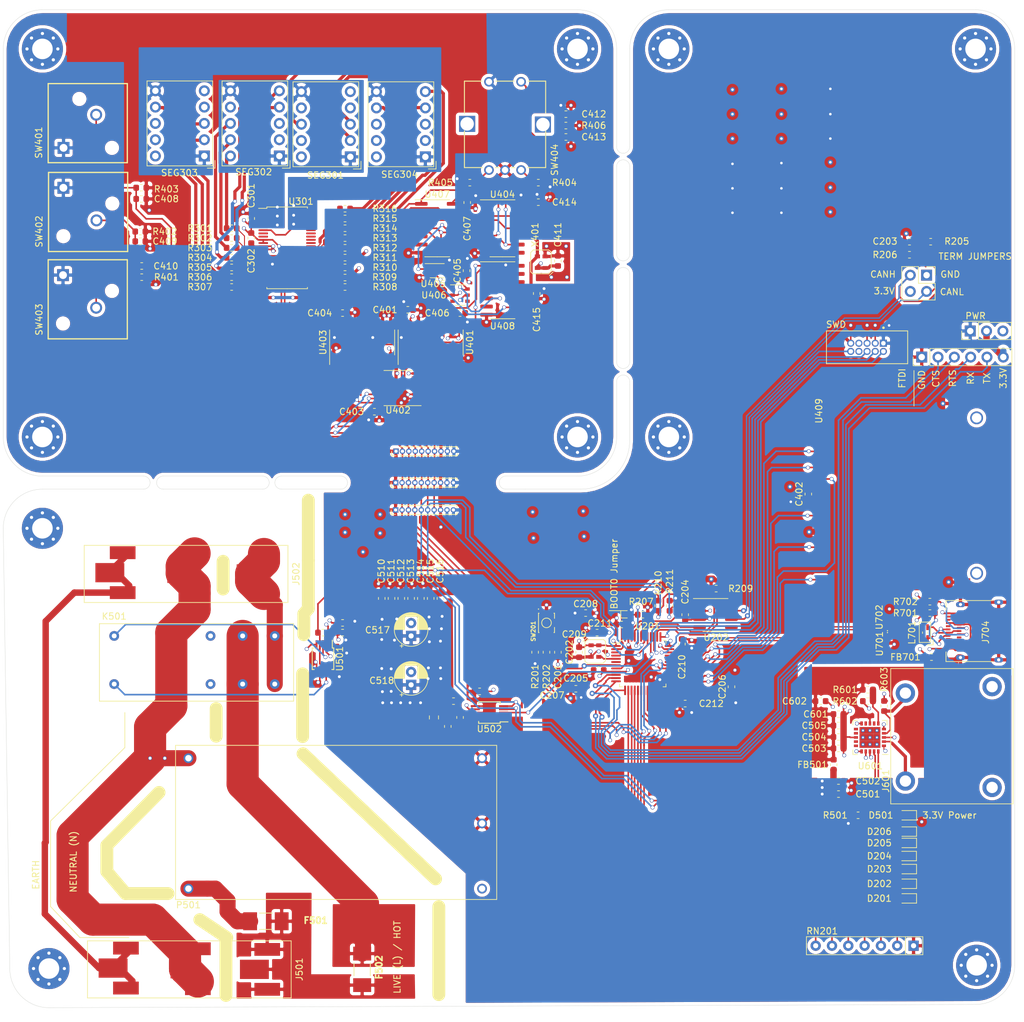
<source format=kicad_pcb>
(kicad_pcb (version 20171130) (host pcbnew "(5.1.7)-1")
  (layers (0 F.Cu signal) (1 In1.Cu signal) (2 In2.Cu signal) (31 B.Cu signal) (34 B.Paste user) (35 F.Paste user) (36 B.SilkS user) (37 F.SilkS user) (38 B.Mask user) (39 F.Mask user) (44 Edge.Cuts user))
  (net 0 "")
  (net 1 GND)
  (net 2 "Net-(C201-Pad1)")
  (net 3 +3V3)
  (net 4 "Net-(C203-Pad2)")
  (net 5 /HumanInterface/SW3)
  (net 6 /HumanInterface/SW2)
  (net 7 /HumanInterface/SW1)
  (net 8 /HumanInterface/SW_BTN)
  (net 9 +3.3VA)
  (net 10 /MainsPower/3V3_REG_OUT)
  (net 11 "Net-(C509-Pad2)")
  (net 12 "Net-(C509-Pad1)")
  (net 13 /Microcontroller/DLED0)
  (net 14 "Net-(D201-Pad1)")
  (net 15 /Microcontroller/DLED1)
  (net 16 "Net-(D202-Pad1)")
  (net 17 /Microcontroller/DLED2)
  (net 18 "Net-(D203-Pad1)")
  (net 19 /Microcontroller/DLED3)
  (net 20 "Net-(D204-Pad1)")
  (net 21 /Microcontroller/DLED4)
  (net 22 "Net-(D205-Pad1)")
  (net 23 /Microcontroller/DLED5)
  (net 24 "Net-(D206-Pad1)")
  (net 25 "Net-(D501-Pad2)")
  (net 26 "Net-(FB701-Pad2)")
  (net 27 /HumanInterface/SD_WR_PROT)
  (net 28 /HumanInterface/SD_DET)
  (net 29 /HumanInterface/SPI_MISO)
  (net 30 /HumanInterface/SPI_SCK)
  (net 31 /HumanInterface/SPI_MOSI)
  (net 32 /HumanInterface/SPI_NSS)
  (net 33 "Net-(J601-Pad2)")
  (net 34 "Net-(J601-Pad1)")
  (net 35 "Net-(J701-Pad3)")
  (net 36 "Net-(J701-Pad2)")
  (net 37 /Communication/UART_TX)
  (net 38 /Communication/UART_RX)
  (net 39 /Communication/UART_RTS)
  (net 40 /Communication/UART_CTS)
  (net 41 "Net-(J704-PadB8)")
  (net 42 "Net-(J704-PadA7)")
  (net 43 "Net-(J704-PadA6)")
  (net 44 "Net-(J704-PadB5)")
  (net 45 "Net-(J704-PadA8)")
  (net 46 "Net-(J704-PadA5)")
  (net 47 "Net-(K501-Pad8)")
  (net 48 "Net-(K501-Pad7)")
  (net 49 /MainsPower/LN_OUT)
  (net 50 "Net-(K501-Pad2)")
  (net 51 "Net-(K501-Pad1)")
  (net 52 "Net-(P501-Pad3)")
  (net 53 "Net-(F501-Pad1)")
  (net 54 /MainsPower/VACN)
  (net 55 /Microcontroller/~RST)
  (net 56 "Net-(R203-Pad2)")
  (net 57 /Microcontroller/BOOT0)
  (net 58 "Net-(R206-Pad1)")
  (net 59 /Microcontroller/CAN_SIL)
  (net 60 /Display/I2C_SCL)
  (net 61 /Display/I2C_SDA)
  (net 62 "Net-(R301-Pad2)")
  (net 63 /Display/SEG0)
  (net 64 "Net-(R302-Pad2)")
  (net 65 /Display/SEG1)
  (net 66 "Net-(R303-Pad2)")
  (net 67 /Display/SEG2)
  (net 68 "Net-(R304-Pad2)")
  (net 69 /Display/SEG3)
  (net 70 "Net-(R305-Pad2)")
  (net 71 /Display/SEG4)
  (net 72 "Net-(R306-Pad2)")
  (net 73 /Display/SEG5)
  (net 74 "Net-(R307-Pad2)")
  (net 75 /Display/SEG6)
  (net 76 "Net-(R308-Pad2)")
  (net 77 /Display/SEG7)
  (net 78 "Net-(R309-Pad2)")
  (net 79 /Display/SEG8)
  (net 80 "Net-(R310-Pad2)")
  (net 81 /Display/SEG9)
  (net 82 "Net-(R311-Pad2)")
  (net 83 /Display/SEG10)
  (net 84 "Net-(R312-Pad2)")
  (net 85 /Display/SEG11)
  (net 86 "Net-(R313-Pad2)")
  (net 87 /Display/SEG12)
  (net 88 "Net-(R314-Pad2)")
  (net 89 /Display/SEG13)
  (net 90 "Net-(R315-Pad2)")
  (net 91 /Display/SEG14)
  (net 92 "Net-(R316-Pad2)")
  (net 93 /Display/SEG15)
  (net 94 /HumanInterface/CHANB)
  (net 95 /HumanInterface/CHANA)
  (net 96 /MainsPower/RELAY_SET)
  (net 97 "Net-(R601-Pad2)")
  (net 98 /Microcontroller/CAN_TX)
  (net 99 /Microcontroller/CAN_RX)
  (net 100 /MainsPower/CURRENT_ALRT)
  (net 101 /Microcontroller/TRACESWO)
  (net 102 /Microcontroller/SWDIO)
  (net 103 "Net-(U201-Pad31)")
  (net 104 "Net-(U201-Pad6)")
  (net 105 /Microcontroller/OSC_IN)
  (net 106 "Net-(U201-Pad4)")
  (net 107 "Net-(U201-Pad3)")
  (net 108 "Net-(U301-Pad48)")
  (net 109 "Net-(U301-Pad47)")
  (net 110 "Net-(U301-Pad46)")
  (net 111 "Net-(U301-Pad45)")
  (net 112 "Net-(U301-Pad44)")
  (net 113 "Net-(U301-Pad43)")
  (net 114 "Net-(U301-Pad42)")
  (net 115 "Net-(U301-Pad41)")
  (net 116 "Net-(U301-Pad40)")
  (net 117 "Net-(U301-Pad39)")
  (net 118 "Net-(U301-Pad38)")
  (net 119 "Net-(U301-Pad37)")
  (net 120 "Net-(U301-Pad36)")
  (net 121 "Net-(U301-Pad35)")
  (net 122 "Net-(U301-Pad34)")
  (net 123 "Net-(U301-Pad14)")
  (net 124 /Display/COM3)
  (net 125 /Display/COM2)
  (net 126 /Display/COM1)
  (net 127 /Display/COM0)
  (net 128 "Net-(U301-Pad5)")
  (net 129 "Net-(U301-Pad4)")
  (net 130 "Net-(U301-Pad3)")
  (net 131 "Net-(U301-Pad2)")
  (net 132 "Net-(U301-Pad1)")
  (net 133 "Net-(U401-Pad12)")
  (net 134 /HumanInterface/CNT3)
  (net 135 /HumanInterface/CNT2)
  (net 136 /HumanInterface/CNT_UP)
  (net 137 /HumanInterface/CNT_DN)
  (net 138 /HumanInterface/CNT0)
  (net 139 /HumanInterface/CNT1)
  (net 140 "Net-(U402-Pad13)")
  (net 141 /HumanInterface/CNT7)
  (net 142 /HumanInterface/CNT6)
  (net 143 /HumanInterface/CNT5)
  (net 144 /HumanInterface/CNT4)
  (net 145 "Net-(U403-Pad12)")
  (net 146 /HumanInterface/PSB)
  (net 147 "Net-(U404-Pad12)")
  (net 148 /HumanInterface/LGC_CLK)
  (net 149 "Net-(U404-Pad10)")
  (net 150 "Net-(U404-Pad8)")
  (net 151 "Net-(U404-Pad6)")
  (net 152 "Net-(U404-Pad4)")
  (net 153 "Net-(U404-Pad2)")
  (net 154 /HumanInterface/PSA)
  (net 155 "Net-(U405-Pad7)")
  (net 156 "Net-(U405-Pad2)")
  (net 157 "Net-(U405-Pad5)")
  (net 158 "Net-(U405-Pad3)")
  (net 159 "Net-(U405-Pad1)")
  (net 160 "Net-(U407-Pad13)")
  (net 161 "Net-(U407-Pad12)")
  (net 162 "Net-(U408-Pad12)")
  (net 163 "Net-(U408-Pad10)")
  (net 164 "Net-(U408-Pad8)")
  (net 165 "Net-(U408-Pad6)")
  (net 166 "Net-(U408-Pad4)")
  (net 167 "Net-(U408-Pad2)")
  (net 168 "Net-(U601-Pad15)")
  (net 169 "Net-(U601-Pad14)")
  (net 170 "Net-(U601-Pad12)")
  (net 171 "Net-(U601-Pad11)")
  (net 172 "Net-(U601-Pad9)")
  (net 173 "Net-(U601-Pad7)")
  (net 174 GNDPWR)
  (net 175 /MainsPower/VACL)
  (net 176 "Net-(J201-Pad7)")
  (net 177 /Microcontroller/SWDCLK)
  (net 178 "Net-(F502-Pad1)")
  (net 179 "Net-(U409-Pad9)")
  (net 180 "Net-(U409-Pad8)")
  (net 181 "Net-(U401-Pad13)")
  (net 182 "Net-(U403-Pad13)")
  (net 183 "Net-(J704-PadA4)")
  (net 184 /Communication/USB_D+)
  (net 185 /Communication/USB_D-)
  (net 186 "Net-(J201-Pad8)")
  (net 187 /Communication/CAN+)
  (net 188 /Communication/CAN-)
  (module ReflowOven:3x1-0.24in-Spade-SMD (layer F.Cu) (at 55.88 113.538 270)
    (fp_text reference J502 (at 0 -6.985 270) (layer F.SilkS))
    (fp_text value IEC-NEMA-3PIN)
    (pad 3 smd rect (at 2.91 20.015 270) (size 2 4) (layers F.Cu F.Paste F.Mask) (net 174 GNDPWR))
    (pad 3 smd rect (at -3.31 20.015 270) (size 2 4) (layers F.Cu F.Paste F.Mask) (net 174 GNDPWR))
    (pad 3 smd rect (at -0.2 22.015 270) (size 3 4.5) (layers F.Cu F.Paste F.Mask) (net 174 GNDPWR))
    (pad 2 smd rect (at 3.01 8.815 270) (size 2 4) (layers F.Cu F.Paste F.Mask) (net 54 /MainsPower/VACN))
    (pad 2 smd rect (at -3.21 8.815 270) (size 2 4) (layers F.Cu F.Paste F.Mask) (net 54 /MainsPower/VACN))
    (pad 2 smd rect (at -0.1 10.815 270) (size 3 4.5) (layers F.Cu F.Paste F.Mask) (net 54 /MainsPower/VACN))
    (pad 1 smd rect (at 3.11 -1.985 270) (size 2 4) (layers F.Cu F.Paste F.Mask) (net 49 /MainsPower/LN_OUT))
    (pad 1 smd rect (at 0 0.015 270) (size 3 4.5) (layers F.Cu F.Paste F.Mask) (net 49 /MainsPower/LN_OUT))
    (pad 1 smd rect (at -3.11 -1.985 270) (size 2 4) (layers F.Cu F.Paste F.Mask) (net 49 /MainsPower/LN_OUT))
  )
  (module ReflowOven:3x1-0.24in-Spade-SMD (layer F.Cu) (at 56.388 175.133 270)
    (fp_text reference J501 (at 0 -6.985 270) (layer F.SilkS))
    (fp_text value IEC320-C14)
    (pad 3 smd rect (at 2.91 20.015 270) (size 2 4) (layers F.Cu F.Paste F.Mask) (net 174 GNDPWR))
    (pad 3 smd rect (at -3.31 20.015 270) (size 2 4) (layers F.Cu F.Paste F.Mask) (net 174 GNDPWR))
    (pad 3 smd rect (at -0.2 22.015 270) (size 3 4.5) (layers F.Cu F.Paste F.Mask) (net 174 GNDPWR))
    (pad 2 smd rect (at 3.01 8.815 270) (size 2 4) (layers F.Cu F.Paste F.Mask) (net 54 /MainsPower/VACN))
    (pad 2 smd rect (at -3.21 8.815 270) (size 2 4) (layers F.Cu F.Paste F.Mask) (net 54 /MainsPower/VACN))
    (pad 2 smd rect (at -0.1 10.815 270) (size 3 4.5) (layers F.Cu F.Paste F.Mask) (net 54 /MainsPower/VACN))
    (pad 1 smd rect (at 3.11 -1.985 270) (size 2 4) (layers F.Cu F.Paste F.Mask) (net 175 /MainsPower/VACL))
    (pad 1 smd rect (at 0 0.015 270) (size 3 4.5) (layers F.Cu F.Paste F.Mask) (net 175 /MainsPower/VACL))
    (pad 1 smd rect (at -3.11 -1.985 270) (size 2 4) (layers F.Cu F.Paste F.Mask) (net 175 /MainsPower/VACL))
  )
  (module ReflowOven:SW_KS11R21CQD (layer F.Cu) (at 30.427323 70.754819)
    (fp_text reference SW403 (at -7.567323 3.159181 90) (layer F.SilkS) (effects (font (size 1.00115 1.00115))))
    (fp_text value SW_Push)
    (pad 1 thru_hole rect (at -3.85 -3.77) (size 1.85 1.85) (drill 1.22) (layers *.Cu *.Mask) (net 3 +3V3))
    (pad 2 thru_hole circle (at 1.31 1.31) (size 1.85 1.85) (drill 1.22) (layers *.Cu *.Mask) (net 7 /HumanInterface/SW1))
    (pad None np_thru_hole circle (at 3.77 -1.31) (size 1.22 1.22) (drill 1.22) (layers *.Cu *.Mask))
    (pad None np_thru_hole circle (at -3.85 3.77) (size 1.22 1.22) (drill 1.22) (layers *.Cu *.Mask))
  )
  (module ReflowOven:SW_KS11R21CQD (layer F.Cu) (at 30.48 57.15)
    (fp_text reference SW402 (at -7.62 3.048 90) (layer F.SilkS) (effects (font (size 1.00115 1.00115))))
    (fp_text value SW_Push)
    (pad 1 thru_hole rect (at -3.85 -3.77) (size 1.85 1.85) (drill 1.22) (layers *.Cu *.Mask) (net 3 +3V3))
    (pad 2 thru_hole circle (at 1.31 1.31) (size 1.85 1.85) (drill 1.22) (layers *.Cu *.Mask) (net 6 /HumanInterface/SW2))
    (pad None np_thru_hole circle (at 3.77 -1.31) (size 1.22 1.22) (drill 1.22) (layers *.Cu *.Mask))
    (pad None np_thru_hole circle (at -3.85 3.77) (size 1.22 1.22) (drill 1.22) (layers *.Cu *.Mask))
  )
  (module ReflowOven:SW_KS11R21CQD (layer F.Cu) (at 30.427323 43.311766 90)
    (fp_text reference SW401 (at -3.0285 -7.62 90) (layer F.SilkS) (effects (font (size 1.00115 1.00115))))
    (fp_text value SW_Push)
    (pad 1 thru_hole rect (at -3.85 -3.77 90) (size 1.85 1.85) (drill 1.22) (layers *.Cu *.Mask) (net 3 +3V3))
    (pad 2 thru_hole circle (at 1.31 1.31 90) (size 1.85 1.85) (drill 1.22) (layers *.Cu *.Mask) (net 5 /HumanInterface/SW3))
    (pad None np_thru_hole circle (at 3.77 -1.31 90) (size 1.22 1.22) (drill 1.22) (layers *.Cu *.Mask))
    (pad None np_thru_hole circle (at -3.85 3.77 90) (size 1.22 1.22) (drill 1.22) (layers *.Cu *.Mask))
  )
  (module ReflowOven:SW_B3U-1100P (layer F.Cu) (at 101.854 121.158 90)
    (fp_text reference SW201 (at -1.3 -2.05 270) (layer F.SilkS) (effects (font (size 0.641085 0.641085))))
    (fp_text value "B3U-1100P ")
    (pad 2 smd rect (at -1.7 0 90) (size 0.8 1.7) (layers F.Cu F.Paste F.Mask) (net 2 "Net-(C201-Pad1)"))
    (pad 1 smd rect (at 1.7 0 90) (size 0.8 1.7) (layers F.Cu F.Paste F.Mask) (net 1 GND))
    (pad 3 smd rect (at 0 1.65 90) (size 0.8 1.1) (layers F.Cu F.Paste F.Mask))
  )
  (module ReflowOven:KC2016Z48.0000C15XXK (layer F.Cu) (at 101.092 64.77 90)
    (fp_text reference X401 (at 4.064 -1.016 90) (layer F.SilkS))
    (fp_text value OSC_4PIN)
    (pad 3 smd rect (at 0.695 -0.655 90) (size 0.6 0.8) (layers F.Cu F.Paste F.Mask) (net 148 /HumanInterface/LGC_CLK))
    (pad 4 smd rect (at -1.105 -0.655 90) (size 0.6 0.8) (layers F.Cu F.Paste F.Mask) (net 3 +3V3))
    (pad 1 smd rect (at -1.105 0.545 90) (size 0.6 0.8) (layers F.Cu F.Paste F.Mask) (net 3 +3V3))
    (pad 2 smd rect (at 0.695 0.545 90) (size 0.6 0.8) (layers F.Cu F.Paste F.Mask) (net 1 GND))
  )
  (module ReflowOven:KC2016Z48.0000C15XXK (layer F.Cu) (at 109.343 125.759 270)
    (fp_text reference X201 hide)
    (fp_text value OSC_4PIN)
    (pad 3 smd rect (at 0.695 -0.655 270) (size 0.6 0.8) (layers F.Cu F.Paste F.Mask) (net 105 /Microcontroller/OSC_IN))
    (pad 4 smd rect (at -1.105 -0.655 270) (size 0.6 0.8) (layers F.Cu F.Paste F.Mask) (net 3 +3V3))
    (pad 1 smd rect (at -1.105 0.545 270) (size 0.6 0.8) (layers F.Cu F.Paste F.Mask) (net 3 +3V3))
    (pad 2 smd rect (at 0.695 0.545 270) (size 0.6 0.8) (layers F.Cu F.Paste F.Mask) (net 1 GND))
  )
  (module ReflowOven:CNC_3221-10-0100-00 (layer F.Cu) (at 151.765 78.232 180)
    (fp_text reference J201 hide)
    (fp_text value Conn_02x05_Odd_Even)
    (pad 1 thru_hole rect (at -2.54 0.635 180) (size 1.1 1.1) (drill 0.7) (layers *.Cu *.Mask) (net 3 +3V3))
    (pad 2 thru_hole circle (at -2.54 -0.635 180) (size 1.1 1.1) (drill 0.7) (layers *.Cu *.Mask) (net 102 /Microcontroller/SWDIO))
    (pad 3 thru_hole circle (at -1.27 0.635 180) (size 1.1 1.1) (drill 0.7) (layers *.Cu *.Mask) (net 1 GND))
    (pad 4 thru_hole circle (at -1.27 -0.635 180) (size 1.1 1.1) (drill 0.7) (layers *.Cu *.Mask) (net 177 /Microcontroller/SWDCLK))
    (pad 5 thru_hole circle (at 0 0.635 180) (size 1.1 1.1) (drill 0.7) (layers *.Cu *.Mask) (net 1 GND))
    (pad 6 thru_hole circle (at 0 -0.635 180) (size 1.1 1.1) (drill 0.7) (layers *.Cu *.Mask) (net 101 /Microcontroller/TRACESWO))
    (pad 7 thru_hole circle (at 1.27 0.635 180) (size 1.1 1.1) (drill 0.7) (layers *.Cu *.Mask) (net 176 "Net-(J201-Pad7)"))
    (pad 8 thru_hole circle (at 1.27 -0.635 180) (size 1.1 1.1) (drill 0.7) (layers *.Cu *.Mask) (net 186 "Net-(J201-Pad8)"))
    (pad 9 thru_hole circle (at 2.54 0.635 180) (size 1.1 1.1) (drill 0.7) (layers *.Cu *.Mask) (net 1 GND))
    (pad 10 thru_hole circle (at 2.54 -0.635 180) (size 1.1 1.1) (drill 0.7) (layers *.Cu *.Mask) (net 55 /Microcontroller/~RST))
  )
  (module ReflowOven:PRT-13612 (layer F.Cu) (at 157.734 145.796 90)
    (fp_text reference J601 (at 0 -3.048 90) (layer F.SilkS))
    (fp_text value Thermocouple_Conn)
    (pad "" thru_hole circle (at 14.7 13.5 90) (size 3 3) (drill 1.77) (layers *.Cu *.Mask))
    (pad "" thru_hole circle (at -1 13.5 90) (size 3 3) (drill 1.77) (layers *.Cu *.Mask))
    (pad 2 thru_hole circle (at 13.7 0 90) (size 3 3) (drill 1.77) (layers *.Cu *.Mask) (net 33 "Net-(J601-Pad2)"))
    (pad 1 thru_hole circle (at 0 0 90) (size 3 3) (drill 1.77) (layers *.Cu *.Mask) (net 34 "Net-(J601-Pad1)"))
  )
  (module ReflowOven:7-Segment-CC (layer F.Cu) (at 78.994 43.561 180)
    (fp_text reference SEG304 (at 0.022 -7.747) (layer F.SilkS))
    (fp_text value 7-Segment-CC)
    (pad 7 thru_hole circle (at 3.62 2.62 180) (size 1.7 1.7) (drill 1) (layers *.Cu *.Mask) (net 93 /Display/SEG15))
    (pad 6 thru_hole circle (at 3.62 5.16 180) (size 1.7 1.7) (drill 1) (layers *.Cu *.Mask) (net 126 /Display/COM1))
    (pad 4 thru_hole circle (at -4 2.62 180) (size 1.7 1.7) (drill 1) (layers *.Cu *.Mask) (net 87 /Display/SEG12))
    (pad 3 thru_hole circle (at -4 0.08 180) (size 1.7 1.7) (drill 1) (layers *.Cu *.Mask) (net 91 /Display/SEG14))
    (pad 9 thru_hole circle (at 3.62 -2.46 180) (size 1.7 1.7) (drill 1) (layers *.Cu *.Mask) (net 81 /Display/SEG9))
    (pad 5 thru_hole circle (at -4 5.16 180) (size 1.7 1.7) (drill 1) (layers *.Cu *.Mask) (net 85 /Display/SEG11))
    (pad 2 thru_hole circle (at -4 -2.46 180) (size 1.7 1.7) (drill 1) (layers *.Cu *.Mask) (net 89 /Display/SEG13))
    (pad 8 thru_hole circle (at 3.62 0.08 180) (size 1.7 1.7) (drill 1) (layers *.Cu *.Mask) (net 83 /Display/SEG10))
    (pad 10 thru_hole circle (at 3.62 -5 180) (size 1.7 1.7) (drill 1) (layers *.Cu *.Mask) (net 79 /Display/SEG8))
    (pad 1 thru_hole rect (at -4 -5 180) (size 1.7 1.7) (drill 1) (layers *.Cu *.Mask) (net 126 /Display/COM1))
  )
  (module ReflowOven:7-Segment-CC (layer F.Cu) (at 56.261 43.434 180)
    (fp_text reference SEG302 (at 0 -7.493) (layer F.SilkS))
    (fp_text value 7-Segment-CC)
    (pad 7 thru_hole circle (at 3.62 2.62 180) (size 1.7 1.7) (drill 1) (layers *.Cu *.Mask) (net 77 /Display/SEG7))
    (pad 6 thru_hole circle (at 3.62 5.16 180) (size 1.7 1.7) (drill 1) (layers *.Cu *.Mask) (net 127 /Display/COM0))
    (pad 4 thru_hole circle (at -4 2.62 180) (size 1.7 1.7) (drill 1) (layers *.Cu *.Mask) (net 71 /Display/SEG4))
    (pad 3 thru_hole circle (at -4 0.08 180) (size 1.7 1.7) (drill 1) (layers *.Cu *.Mask) (net 75 /Display/SEG6))
    (pad 9 thru_hole circle (at 3.62 -2.46 180) (size 1.7 1.7) (drill 1) (layers *.Cu *.Mask) (net 65 /Display/SEG1))
    (pad 5 thru_hole circle (at -4 5.16 180) (size 1.7 1.7) (drill 1) (layers *.Cu *.Mask) (net 69 /Display/SEG3))
    (pad 2 thru_hole circle (at -4 -2.46 180) (size 1.7 1.7) (drill 1) (layers *.Cu *.Mask) (net 73 /Display/SEG5))
    (pad 8 thru_hole circle (at 3.62 0.08 180) (size 1.7 1.7) (drill 1) (layers *.Cu *.Mask) (net 67 /Display/SEG2))
    (pad 10 thru_hole circle (at 3.62 -5 180) (size 1.7 1.7) (drill 1) (layers *.Cu *.Mask) (net 63 /Display/SEG0))
    (pad 1 thru_hole rect (at -4 -5 180) (size 1.7 1.7) (drill 1) (layers *.Cu *.Mask) (net 127 /Display/COM0))
  )
  (module ReflowOven:7-Segment-CC (layer F.Cu) (at 67.31 43.561 180)
    (fp_text reference SEG301 (at -0.127 -7.874) (layer F.SilkS))
    (fp_text value 7-Segment-CC)
    (pad 7 thru_hole circle (at 3.62 2.62 180) (size 1.7 1.7) (drill 1) (layers *.Cu *.Mask) (net 93 /Display/SEG15))
    (pad 6 thru_hole circle (at 3.62 5.16 180) (size 1.7 1.7) (drill 1) (layers *.Cu *.Mask) (net 127 /Display/COM0))
    (pad 4 thru_hole circle (at -4 2.62 180) (size 1.7 1.7) (drill 1) (layers *.Cu *.Mask) (net 87 /Display/SEG12))
    (pad 3 thru_hole circle (at -4 0.08 180) (size 1.7 1.7) (drill 1) (layers *.Cu *.Mask) (net 91 /Display/SEG14))
    (pad 9 thru_hole circle (at 3.62 -2.46 180) (size 1.7 1.7) (drill 1) (layers *.Cu *.Mask) (net 81 /Display/SEG9))
    (pad 5 thru_hole circle (at -4 5.16 180) (size 1.7 1.7) (drill 1) (layers *.Cu *.Mask) (net 85 /Display/SEG11))
    (pad 2 thru_hole circle (at -4 -2.46 180) (size 1.7 1.7) (drill 1) (layers *.Cu *.Mask) (net 89 /Display/SEG13))
    (pad 8 thru_hole circle (at 3.62 0.08 180) (size 1.7 1.7) (drill 1) (layers *.Cu *.Mask) (net 83 /Display/SEG10))
    (pad 10 thru_hole circle (at 3.62 -5 180) (size 1.7 1.7) (drill 1) (layers *.Cu *.Mask) (net 79 /Display/SEG8))
    (pad 1 thru_hole rect (at -4 -5 180) (size 1.7 1.7) (drill 1) (layers *.Cu *.Mask) (net 127 /Display/COM0))
  )
  (module ReflowOven:7-Segment-CC (layer F.Cu) (at 44.577 43.434 180)
    (fp_text reference SEG303 (at -0.127 -7.62) (layer F.SilkS))
    (fp_text value 7-Segment-CC)
    (pad 7 thru_hole circle (at 3.62 2.62 180) (size 1.7 1.7) (drill 1) (layers *.Cu *.Mask) (net 77 /Display/SEG7))
    (pad 6 thru_hole circle (at 3.62 5.16 180) (size 1.7 1.7) (drill 1) (layers *.Cu *.Mask) (net 126 /Display/COM1))
    (pad 4 thru_hole circle (at -4 2.62 180) (size 1.7 1.7) (drill 1) (layers *.Cu *.Mask) (net 71 /Display/SEG4))
    (pad 3 thru_hole circle (at -4 0.08 180) (size 1.7 1.7) (drill 1) (layers *.Cu *.Mask) (net 75 /Display/SEG6))
    (pad 9 thru_hole circle (at 3.62 -2.46 180) (size 1.7 1.7) (drill 1) (layers *.Cu *.Mask) (net 65 /Display/SEG1))
    (pad 5 thru_hole circle (at -4 5.16 180) (size 1.7 1.7) (drill 1) (layers *.Cu *.Mask) (net 69 /Display/SEG3))
    (pad 2 thru_hole circle (at -4 -2.46 180) (size 1.7 1.7) (drill 1) (layers *.Cu *.Mask) (net 73 /Display/SEG5))
    (pad 8 thru_hole circle (at 3.62 0.08 180) (size 1.7 1.7) (drill 1) (layers *.Cu *.Mask) (net 67 /Display/SEG2))
    (pad 10 thru_hole circle (at 3.62 -5 180) (size 1.7 1.7) (drill 1) (layers *.Cu *.Mask) (net 63 /Display/SEG0))
    (pad 1 thru_hole rect (at -4 -5 180) (size 1.7 1.7) (drill 1) (layers *.Cu *.Mask) (net 126 /Display/COM1))
  )
  (module ReflowOven:G5RLU-1-EDC3 (layer F.Cu) (at 34.544 123.19)
    (fp_text reference K501 (at 0 -3.048) (layer F.SilkS))
    (fp_text value G5RLU1E)
    (pad 5 thru_hole circle (at 25 7.5) (size 1.524 1.524) (drill 0.762) (layers *.Cu *.Mask) (net 49 /MainsPower/LN_OUT))
    (pad 4 thru_hole circle (at 25 0) (size 1.524 1.524) (drill 0.762) (layers *.Cu *.Mask) (net 49 /MainsPower/LN_OUT))
    (pad 6 thru_hole circle (at 20 7.5) (size 1.524 1.524) (drill 0.762) (layers *.Cu *.Mask) (net 178 "Net-(F502-Pad1)"))
    (pad 3 thru_hole circle (at 20 0) (size 1.524 1.524) (drill 0.762) (layers *.Cu *.Mask) (net 178 "Net-(F502-Pad1)"))
    (pad 2 thru_hole circle (at 15 0) (size 1.524 1.524) (drill 0.762) (layers *.Cu *.Mask) (net 50 "Net-(K501-Pad2)"))
    (pad 7 thru_hole circle (at 15 7.5) (size 1.524 1.524) (drill 0.762) (layers *.Cu *.Mask) (net 48 "Net-(K501-Pad7)"))
    (pad 8 thru_hole circle (at 0 7.5) (size 1.524 1.524) (drill 0.762) (layers *.Cu *.Mask) (net 47 "Net-(K501-Pad8)"))
    (pad 1 thru_hole circle (at 0 0) (size 1.524 1.524) (drill 0.762) (layers *.Cu *.Mask) (net 51 "Net-(K501-Pad1)"))
  )
  (module ReflowOven:RAC10-3.3SK-277 (layer F.Cu) (at 46.101 142.24)
    (fp_text reference P501 (at 0 22.86) (layer F.SilkS))
    (fp_text value RAC10-3.3SK_277)
    (pad 5 thru_hole circle (at 45.72 0) (size 1.524 1.524) (drill 1) (layers *.Cu *.Mask) (net 10 /MainsPower/3V3_REG_OUT))
    (pad 4 thru_hole circle (at 45.72 10.16) (size 1.524 1.524) (drill 1) (layers *.Cu *.Mask) (net 1 GND))
    (pad 3 thru_hole circle (at 45.72 20.32) (size 1.524 1.524) (drill 1) (layers *.Cu *.Mask) (net 52 "Net-(P501-Pad3)"))
    (pad 2 thru_hole circle (at 0 20.32) (size 1.524 1.524) (drill 1) (layers *.Cu *.Mask) (net 53 "Net-(F501-Pad1)"))
    (pad 1 thru_hole circle (at 0 0) (size 1.524 1.524) (drill 1) (layers *.Cu *.Mask) (net 54 /MainsPower/VACN))
  )
  (module Connector_PinHeader_2.54mm:PinHeader_1x06_P2.54mm_Vertical (layer F.Cu) (at 160.274 79.756 90)
    (fp_text reference J703 hide)
    (fp_text value Conn_01x06_Male)
    (pad 6 thru_hole oval (at 0 12.7 90) (size 1.7 1.7) (drill 1) (layers *.Cu *.Mask) (net 36 "Net-(J701-Pad2)"))
    (pad 5 thru_hole oval (at 0 10.16 90) (size 1.7 1.7) (drill 1) (layers *.Cu *.Mask) (net 37 /Communication/UART_TX))
    (pad 4 thru_hole oval (at 0 7.62 90) (size 1.7 1.7) (drill 1) (layers *.Cu *.Mask) (net 38 /Communication/UART_RX))
    (pad 3 thru_hole oval (at 0 5.08 90) (size 1.7 1.7) (drill 1) (layers *.Cu *.Mask) (net 39 /Communication/UART_RTS))
    (pad 2 thru_hole oval (at 0 2.54 90) (size 1.7 1.7) (drill 1) (layers *.Cu *.Mask) (net 40 /Communication/UART_CTS))
    (pad 1 thru_hole rect (at 0 0 90) (size 1.7 1.7) (drill 1) (layers *.Cu *.Mask) (net 1 GND))
  )
  (module Connector_PinHeader_2.54mm:PinHeader_1x03_P2.54mm_Vertical (layer F.Cu) (at 167.8305 75.692 90)
    (fp_text reference J701 hide)
    (fp_text value Conn_01x03_Male)
    (pad 3 thru_hole oval (at 0 5.08 90) (size 1.7 1.7) (drill 1) (layers *.Cu *.Mask) (net 35 "Net-(J701-Pad3)"))
    (pad 2 thru_hole oval (at 0 2.54 90) (size 1.7 1.7) (drill 1) (layers *.Cu *.Mask) (net 36 "Net-(J701-Pad2)"))
    (pad 1 thru_hole rect (at 0 0 90) (size 1.7 1.7) (drill 1) (layers *.Cu *.Mask) (net 3 +3V3))
  )
  (module Connector_PinHeader_2.54mm:PinHeader_2x02_P2.54mm_Vertical (layer F.Cu) (at 161.036 66.9925 270)
    (fp_text reference J702 hide)
    (fp_text value Microfit-4pin)
    (pad 4 thru_hole oval (at 2.54 2.54 270) (size 1.7 1.7) (drill 1) (layers *.Cu *.Mask) (net 3 +3V3))
    (pad 3 thru_hole oval (at 0 2.54 270) (size 1.7 1.7) (drill 1) (layers *.Cu *.Mask) (net 187 /Communication/CAN+))
    (pad 2 thru_hole oval (at 2.54 0 270) (size 1.7 1.7) (drill 1) (layers *.Cu *.Mask) (net 188 /Communication/CAN-))
    (pad 1 thru_hole rect (at 0 0 270) (size 1.7 1.7) (drill 1) (layers *.Cu *.Mask) (net 1 GND))
  )
  (module Connector_PinHeader_1.00mm:PinHeader_1x10_P1.00mm_Vertical (layer F.Cu) (at 78.359 103.5685 90)
    (fp_text reference REF** hide)
    (fp_text value PinHeader_1x10_P1.00mm_Vertical hide)
    (pad 10 thru_hole oval (at 0 9 90) (size 0.85 0.85) (drill 0.5) (layers *.Cu *.Mask) (net 3 +3V3))
    (pad 9 thru_hole oval (at 0 8 90) (size 0.85 0.85) (drill 0.5) (layers *.Cu *.Mask) (net 3 +3V3))
    (pad 8 thru_hole oval (at 0 7 90) (size 0.85 0.85) (drill 0.5) (layers *.Cu *.Mask) (net 1 GND))
    (pad 7 thru_hole oval (at 0 6 90) (size 0.85 0.85) (drill 0.5) (layers *.Cu *.Mask) (net 8 /HumanInterface/SW_BTN))
    (pad 6 thru_hole oval (at 0 5 90) (size 0.85 0.85) (drill 0.5) (layers *.Cu *.Mask) (net 60 /Display/I2C_SCL))
    (pad 5 thru_hole oval (at 0 4 90) (size 0.85 0.85) (drill 0.5) (layers *.Cu *.Mask) (net 61 /Display/I2C_SDA))
    (pad 4 thru_hole oval (at 0 3 90) (size 0.85 0.85) (drill 0.5) (layers *.Cu *.Mask) (net 5 /HumanInterface/SW3))
    (pad 3 thru_hole oval (at 0 2 90) (size 0.85 0.85) (drill 0.5) (layers *.Cu *.Mask) (net 6 /HumanInterface/SW2))
    (pad 2 thru_hole oval (at 0 1 90) (size 0.85 0.85) (drill 0.5) (layers *.Cu *.Mask) (net 7 /HumanInterface/SW1))
    (pad 1 thru_hole rect (at 0 0 90) (size 0.85 0.85) (drill 0.5) (layers *.Cu *.Mask) (net 1 GND))
  )
  (module Connector_PinHeader_1.00mm:PinHeader_1x10_P1.00mm_Vertical (layer F.Cu) (at 78.4225 94.4245 90)
    (fp_text reference REF** hide)
    (fp_text value PinHeader_1x10_P1.00mm_Vertical)
    (pad 10 thru_hole oval (at 0 9 90) (size 0.85 0.85) (drill 0.5) (layers *.Cu *.Mask) (net 3 +3V3))
    (pad 9 thru_hole oval (at 0 8 90) (size 0.85 0.85) (drill 0.5) (layers *.Cu *.Mask) (net 3 +3V3))
    (pad 8 thru_hole oval (at 0 7 90) (size 0.85 0.85) (drill 0.5) (layers *.Cu *.Mask) (net 1 GND))
    (pad 7 thru_hole oval (at 0 6 90) (size 0.85 0.85) (drill 0.5) (layers *.Cu *.Mask) (net 8 /HumanInterface/SW_BTN))
    (pad 6 thru_hole oval (at 0 5 90) (size 0.85 0.85) (drill 0.5) (layers *.Cu *.Mask) (net 60 /Display/I2C_SCL))
    (pad 5 thru_hole oval (at 0 4 90) (size 0.85 0.85) (drill 0.5) (layers *.Cu *.Mask) (net 61 /Display/I2C_SDA))
    (pad 4 thru_hole oval (at 0 3 90) (size 0.85 0.85) (drill 0.5) (layers *.Cu *.Mask) (net 5 /HumanInterface/SW3))
    (pad 3 thru_hole oval (at 0 2 90) (size 0.85 0.85) (drill 0.5) (layers *.Cu *.Mask) (net 6 /HumanInterface/SW2))
    (pad 2 thru_hole oval (at 0 1 90) (size 0.85 0.85) (drill 0.5) (layers *.Cu *.Mask) (net 7 /HumanInterface/SW1))
    (pad 1 thru_hole rect (at 0 0 90) (size 0.85 0.85) (drill 0.5) (layers *.Cu *.Mask) (net 1 GND))
  )
  (module Connector_PinHeader_1.00mm:PinHeader_1x10_P1.00mm_Vertical (layer F.Cu) (at 78.359 99.314 90)
    (fp_text reference REF** hide)
    (fp_text value PinHeader_1x10_P1.00mm_Vertical hide)
    (pad 10 thru_hole oval (at 0 9 90) (size 0.85 0.85) (drill 0.5) (layers *.Cu *.Mask) (net 3 +3V3))
    (pad 9 thru_hole oval (at 0 8 90) (size 0.85 0.85) (drill 0.5) (layers *.Cu *.Mask) (net 3 +3V3))
    (pad 8 thru_hole oval (at 0 7 90) (size 0.85 0.85) (drill 0.5) (layers *.Cu *.Mask) (net 1 GND))
    (pad 7 thru_hole oval (at 0 6 90) (size 0.85 0.85) (drill 0.5) (layers *.Cu *.Mask) (net 8 /HumanInterface/SW_BTN))
    (pad 6 thru_hole oval (at 0 5 90) (size 0.85 0.85) (drill 0.5) (layers *.Cu *.Mask) (net 60 /Display/I2C_SCL))
    (pad 5 thru_hole oval (at 0 4 90) (size 0.85 0.85) (drill 0.5) (layers *.Cu *.Mask) (net 61 /Display/I2C_SDA))
    (pad 4 thru_hole oval (at 0 3 90) (size 0.85 0.85) (drill 0.5) (layers *.Cu *.Mask) (net 5 /HumanInterface/SW3))
    (pad 3 thru_hole oval (at 0 2 90) (size 0.85 0.85) (drill 0.5) (layers *.Cu *.Mask) (net 6 /HumanInterface/SW2))
    (pad 2 thru_hole oval (at 0 1 90) (size 0.85 0.85) (drill 0.5) (layers *.Cu *.Mask) (net 7 /HumanInterface/SW1))
    (pad 1 thru_hole rect (at 0 0 90) (size 0.85 0.85) (drill 0.5) (layers *.Cu *.Mask) (net 1 GND))
  )
  (module ReflowOven:AMPHENOL-10067847 (layer F.Cu) (at 144.526 91.948 90)
    (fp_text reference U409 (at 3.81 -0.254 90) (layer F.SilkS))
    (fp_text value SD-Card-NOSHELL)
    (pad GND smd rect (at 4.975 21 270) (size 1.2 2.2) (layers F.Cu F.Paste F.Mask) (net 1 GND))
    (pad GND smd rect (at -22.875 22.2 270) (size 1.2 2.2) (layers F.Cu F.Paste F.Mask) (net 1 GND))
    (pad "" thru_hole circle (at -21.475 24.3 270) (size 2 2) (drill 1.5) (layers *.Cu *.Mask))
    (pad "" thru_hole circle (at 2.725 24.3 270) (size 2 2) (drill 1.5) (layers *.Cu *.Mask))
    (pad 11 smd rect (at -22.475 0 90) (size 1 1.5) (layers F.Cu F.Paste F.Mask) (net 27 /HumanInterface/SD_WR_PROT))
    (pad 8 smd rect (at -19.125 0 90) (size 1 1.5) (layers F.Cu F.Paste F.Mask) (net 180 "Net-(U409-Pad8)"))
    (pad 7 smd rect (at -17.425 0 90) (size 1 1.5) (layers F.Cu F.Paste F.Mask) (net 29 /HumanInterface/SPI_MISO))
    (pad 6 smd rect (at -15 0 90) (size 1 1.5) (layers F.Cu F.Paste F.Mask) (net 1 GND))
    (pad 5 smd rect (at -12.5 0 90) (size 1 1.5) (layers F.Cu F.Paste F.Mask) (net 30 /HumanInterface/SPI_SCK))
    (pad 4 smd rect (at -10 0 90) (size 1 1.5) (layers F.Cu F.Paste F.Mask) (net 3 +3V3))
    (pad 3 smd rect (at -8.3 0 90) (size 1 1.5) (layers F.Cu F.Paste F.Mask) (net 1 GND))
    (pad 10 smd rect (at -6.65 0 90) (size 1 1.5) (layers F.Cu F.Paste F.Mask) (net 28 /HumanInterface/SD_DET))
    (pad 2 smd rect (at -5 0 90) (size 1 1.5) (layers F.Cu F.Paste F.Mask) (net 31 /HumanInterface/SPI_MOSI))
    (pad 1 smd rect (at -2.5 0 90) (size 1 1.5) (layers F.Cu F.Paste F.Mask) (net 32 /HumanInterface/SPI_NSS))
    (pad 9 smd rect (at 0 0 90) (size 1 1.5) (layers F.Cu F.Paste F.Mask) (net 179 "Net-(U409-Pad9)"))
  )
  (module Package_QFP:LQFP-48_7x7mm_P0.5mm (layer F.Cu) (at 116.84 127.508)
    (fp_text reference U201 (at 0.762 -5.842) (layer F.SilkS))
    (fp_text value STM32F302C6Tx)
    (pad 48 smd roundrect (at -2.75 -4.1625) (size 0.3 1.475) (layers F.Cu F.Paste F.Mask) (net 3 +3V3))
    (pad 47 smd roundrect (at -2.25 -4.1625) (size 0.3 1.475) (layers F.Cu F.Paste F.Mask) (net 1 GND))
    (pad 46 smd roundrect (at -1.75 -4.1625) (size 0.3 1.475) (layers F.Cu F.Paste F.Mask) (net 98 /Microcontroller/CAN_TX))
    (pad 45 smd roundrect (at -1.25 -4.1625) (size 0.3 1.475) (layers F.Cu F.Paste F.Mask) (net 99 /Microcontroller/CAN_RX))
    (pad 44 smd roundrect (at -0.75 -4.1625) (size 0.3 1.475) (layers F.Cu F.Paste F.Mask) (net 57 /Microcontroller/BOOT0))
    (pad 43 smd roundrect (at -0.25 -4.1625) (size 0.3 1.475) (layers F.Cu F.Paste F.Mask) (net 61 /Display/I2C_SDA))
    (pad 42 smd roundrect (at 0.25 -4.1625) (size 0.3 1.475) (layers F.Cu F.Paste F.Mask) (net 8 /HumanInterface/SW_BTN))
    (pad 41 smd roundrect (at 0.75 -4.1625) (size 0.3 1.475) (layers F.Cu F.Paste F.Mask) (net 96 /MainsPower/RELAY_SET))
    (pad 40 smd roundrect (at 1.25 -4.1625) (size 0.3 1.475) (layers F.Cu F.Paste F.Mask) (net 100 /MainsPower/CURRENT_ALRT))
    (pad 39 smd roundrect (at 1.75 -4.1625) (size 0.3 1.475) (layers F.Cu F.Paste F.Mask) (net 101 /Microcontroller/TRACESWO))
    (pad 38 smd roundrect (at 2.25 -4.1625) (size 0.3 1.475) (layers F.Cu F.Paste F.Mask) (net 60 /Display/I2C_SCL))
    (pad 37 smd roundrect (at 2.75 -4.1625) (size 0.3 1.475) (layers F.Cu F.Paste F.Mask) (net 177 /Microcontroller/SWDCLK))
    (pad 36 smd roundrect (at 4.1625 -2.75) (size 1.475 0.3) (layers F.Cu F.Paste F.Mask) (net 3 +3V3))
    (pad 35 smd roundrect (at 4.1625 -2.25) (size 1.475 0.3) (layers F.Cu F.Paste F.Mask) (net 1 GND))
    (pad 34 smd roundrect (at 4.1625 -1.75) (size 1.475 0.3) (layers F.Cu F.Paste F.Mask) (net 102 /Microcontroller/SWDIO))
    (pad 33 smd roundrect (at 4.1625 -1.25) (size 1.475 0.3) (layers F.Cu F.Paste F.Mask) (net 185 /Communication/USB_D-))
    (pad 32 smd roundrect (at 4.1625 -0.75) (size 1.475 0.3) (layers F.Cu F.Paste F.Mask) (net 184 /Communication/USB_D+))
    (pad 31 smd roundrect (at 4.1625 -0.25) (size 1.475 0.3) (layers F.Cu F.Paste F.Mask) (net 103 "Net-(U201-Pad31)"))
    (pad 30 smd roundrect (at 4.1625 0.25) (size 1.475 0.3) (layers F.Cu F.Paste F.Mask) (net 23 /Microcontroller/DLED5))
    (pad 29 smd roundrect (at 4.1625 0.75) (size 1.475 0.3) (layers F.Cu F.Paste F.Mask) (net 21 /Microcontroller/DLED4))
    (pad 28 smd roundrect (at 4.1625 1.25) (size 1.475 0.3) (layers F.Cu F.Paste F.Mask) (net 31 /HumanInterface/SPI_MOSI))
    (pad 27 smd roundrect (at 4.1625 1.75) (size 1.475 0.3) (layers F.Cu F.Paste F.Mask) (net 29 /HumanInterface/SPI_MISO))
    (pad 26 smd roundrect (at 4.1625 2.25) (size 1.475 0.3) (layers F.Cu F.Paste F.Mask) (net 30 /HumanInterface/SPI_SCK))
    (pad 25 smd roundrect (at 4.1625 2.75) (size 1.475 0.3) (layers F.Cu F.Paste F.Mask) (net 32 /HumanInterface/SPI_NSS))
    (pad 24 smd roundrect (at 2.75 4.1625) (size 0.3 1.475) (layers F.Cu F.Paste F.Mask) (net 3 +3V3))
    (pad 23 smd roundrect (at 2.25 4.1625) (size 0.3 1.475) (layers F.Cu F.Paste F.Mask) (net 1 GND))
    (pad 22 smd roundrect (at 1.75 4.1625) (size 0.3 1.475) (layers F.Cu F.Paste F.Mask) (net 28 /HumanInterface/SD_DET))
    (pad 21 smd roundrect (at 1.25 4.1625) (size 0.3 1.475) (layers F.Cu F.Paste F.Mask) (net 27 /HumanInterface/SD_WR_PROT))
    (pad 20 smd roundrect (at 0.75 4.1625) (size 0.3 1.475) (layers F.Cu F.Paste F.Mask) (net 5 /HumanInterface/SW3))
    (pad 19 smd roundrect (at 0.25 4.1625) (size 0.3 1.475) (layers F.Cu F.Paste F.Mask) (net 6 /HumanInterface/SW2))
    (pad 18 smd roundrect (at -0.25 4.1625) (size 0.3 1.475) (layers F.Cu F.Paste F.Mask) (net 7 /HumanInterface/SW1))
    (pad 17 smd roundrect (at -0.75 4.1625) (size 0.3 1.475) (layers F.Cu F.Paste F.Mask) (net 19 /Microcontroller/DLED3))
    (pad 16 smd roundrect (at -1.25 4.1625) (size 0.3 1.475) (layers F.Cu F.Paste F.Mask) (net 17 /Microcontroller/DLED2))
    (pad 15 smd roundrect (at -1.75 4.1625) (size 0.3 1.475) (layers F.Cu F.Paste F.Mask) (net 15 /Microcontroller/DLED1))
    (pad 14 smd roundrect (at -2.25 4.1625) (size 0.3 1.475) (layers F.Cu F.Paste F.Mask) (net 13 /Microcontroller/DLED0))
    (pad 13 smd roundrect (at -2.75 4.1625) (size 0.3 1.475) (layers F.Cu F.Paste F.Mask) (net 38 /Communication/UART_RX))
    (pad 12 smd roundrect (at -4.1625 2.75) (size 1.475 0.3) (layers F.Cu F.Paste F.Mask) (net 37 /Communication/UART_TX))
    (pad 11 smd roundrect (at -4.1625 2.25) (size 1.475 0.3) (layers F.Cu F.Paste F.Mask) (net 39 /Communication/UART_RTS))
    (pad 10 smd roundrect (at -4.1625 1.75) (size 1.475 0.3) (layers F.Cu F.Paste F.Mask) (net 40 /Communication/UART_CTS))
    (pad 9 smd roundrect (at -4.1625 1.25) (size 1.475 0.3) (layers F.Cu F.Paste F.Mask) (net 3 +3V3))
    (pad 8 smd roundrect (at -4.1625 0.75) (size 1.475 0.3) (layers F.Cu F.Paste F.Mask) (net 1 GND))
    (pad 7 smd roundrect (at -4.1625 0.25) (size 1.475 0.3) (layers F.Cu F.Paste F.Mask) (net 55 /Microcontroller/~RST))
    (pad 6 smd roundrect (at -4.1625 -0.25) (size 1.475 0.3) (layers F.Cu F.Paste F.Mask) (net 104 "Net-(U201-Pad6)"))
    (pad 5 smd roundrect (at -4.1625 -0.75) (size 1.475 0.3) (layers F.Cu F.Paste F.Mask) (net 105 /Microcontroller/OSC_IN))
    (pad 4 smd roundrect (at -4.1625 -1.25) (size 1.475 0.3) (layers F.Cu F.Paste F.Mask) (net 106 "Net-(U201-Pad4)"))
    (pad 3 smd roundrect (at -4.1625 -1.75) (size 1.475 0.3) (layers F.Cu F.Paste F.Mask) (net 107 "Net-(U201-Pad3)"))
    (pad 2 smd roundrect (at -4.1625 -2.25) (size 1.475 0.3) (layers F.Cu F.Paste F.Mask) (net 59 /Microcontroller/CAN_SIL))
    (pad 1 smd roundrect (at -4.1625 -2.75) (size 1.475 0.3) (layers F.Cu F.Paste F.Mask) (net 3 +3V3))
  )
  (module MountingHole:MountingHole_3.2mm_M3_Pad_Via (layer F.Cu) (at 120.904 92.202)
    (fp_text reference REF** hide)
    (fp_text value MountingHole_3.2mm_M3_Pad_Via hide)
    (pad 1 thru_hole circle (at 1.697056 -1.697056) (size 0.8 0.8) (drill 0.5) (layers *.Cu *.Mask))
    (pad 1 thru_hole circle (at 0 -2.4) (size 0.8 0.8) (drill 0.5) (layers *.Cu *.Mask))
    (pad 1 thru_hole circle (at -1.697056 -1.697056) (size 0.8 0.8) (drill 0.5) (layers *.Cu *.Mask))
    (pad 1 thru_hole circle (at -2.4 0) (size 0.8 0.8) (drill 0.5) (layers *.Cu *.Mask))
    (pad 1 thru_hole circle (at -1.697056 1.697056) (size 0.8 0.8) (drill 0.5) (layers *.Cu *.Mask))
    (pad 1 thru_hole circle (at 0 2.4) (size 0.8 0.8) (drill 0.5) (layers *.Cu *.Mask))
    (pad 1 thru_hole circle (at 1.697056 1.697056) (size 0.8 0.8) (drill 0.5) (layers *.Cu *.Mask))
    (pad 1 thru_hole circle (at 2.4 0) (size 0.8 0.8) (drill 0.5) (layers *.Cu *.Mask))
    (pad 1 thru_hole circle (at 0 0) (size 6.4 6.4) (drill 3.2) (layers *.Cu *.Mask))
  )
  (module MountingHole:MountingHole_3.2mm_M3_Pad_Via (layer F.Cu) (at 23.368 106.426)
    (fp_text reference REF** hide)
    (fp_text value MountingHole_3.2mm_M3_Pad_Via hide)
    (pad 1 thru_hole circle (at 1.697056 -1.697056) (size 0.8 0.8) (drill 0.5) (layers *.Cu *.Mask))
    (pad 1 thru_hole circle (at 0 -2.4) (size 0.8 0.8) (drill 0.5) (layers *.Cu *.Mask))
    (pad 1 thru_hole circle (at -1.697056 -1.697056) (size 0.8 0.8) (drill 0.5) (layers *.Cu *.Mask))
    (pad 1 thru_hole circle (at -2.4 0) (size 0.8 0.8) (drill 0.5) (layers *.Cu *.Mask))
    (pad 1 thru_hole circle (at -1.697056 1.697056) (size 0.8 0.8) (drill 0.5) (layers *.Cu *.Mask))
    (pad 1 thru_hole circle (at 0 2.4) (size 0.8 0.8) (drill 0.5) (layers *.Cu *.Mask))
    (pad 1 thru_hole circle (at 1.697056 1.697056) (size 0.8 0.8) (drill 0.5) (layers *.Cu *.Mask))
    (pad 1 thru_hole circle (at 2.4 0) (size 0.8 0.8) (drill 0.5) (layers *.Cu *.Mask))
    (pad 1 thru_hole circle (at 0 0) (size 6.4 6.4) (drill 3.2) (layers *.Cu *.Mask))
  )
  (module MountingHole:MountingHole_3.2mm_M3_Pad_Via (layer F.Cu) (at 24.384 175.006)
    (fp_text reference REF** hide)
    (fp_text value MountingHole_3.2mm_M3_Pad_Via hide)
    (pad 1 thru_hole circle (at 1.697056 -1.697056) (size 0.8 0.8) (drill 0.5) (layers *.Cu *.Mask))
    (pad 1 thru_hole circle (at 0 -2.4) (size 0.8 0.8) (drill 0.5) (layers *.Cu *.Mask))
    (pad 1 thru_hole circle (at -1.697056 -1.697056) (size 0.8 0.8) (drill 0.5) (layers *.Cu *.Mask))
    (pad 1 thru_hole circle (at -2.4 0) (size 0.8 0.8) (drill 0.5) (layers *.Cu *.Mask))
    (pad 1 thru_hole circle (at -1.697056 1.697056) (size 0.8 0.8) (drill 0.5) (layers *.Cu *.Mask))
    (pad 1 thru_hole circle (at 0 2.4) (size 0.8 0.8) (drill 0.5) (layers *.Cu *.Mask))
    (pad 1 thru_hole circle (at 1.697056 1.697056) (size 0.8 0.8) (drill 0.5) (layers *.Cu *.Mask))
    (pad 1 thru_hole circle (at 2.4 0) (size 0.8 0.8) (drill 0.5) (layers *.Cu *.Mask))
    (pad 1 thru_hole circle (at 0 0) (size 6.4 6.4) (drill 3.2) (layers *.Cu *.Mask))
  )
  (module MountingHole:MountingHole_3.2mm_M3_Pad_Via (layer F.Cu) (at 168.829056 174.498)
    (fp_text reference REF** hide)
    (fp_text value MountingHole_3.2mm_M3_Pad_Via hide)
    (pad 1 thru_hole circle (at 1.697056 -1.697056) (size 0.8 0.8) (drill 0.5) (layers *.Cu *.Mask))
    (pad 1 thru_hole circle (at 0 -2.4) (size 0.8 0.8) (drill 0.5) (layers *.Cu *.Mask))
    (pad 1 thru_hole circle (at -1.697056 -1.697056) (size 0.8 0.8) (drill 0.5) (layers *.Cu *.Mask))
    (pad 1 thru_hole circle (at -2.4 0) (size 0.8 0.8) (drill 0.5) (layers *.Cu *.Mask))
    (pad 1 thru_hole circle (at -1.697056 1.697056) (size 0.8 0.8) (drill 0.5) (layers *.Cu *.Mask))
    (pad 1 thru_hole circle (at 0 2.4) (size 0.8 0.8) (drill 0.5) (layers *.Cu *.Mask))
    (pad 1 thru_hole circle (at 1.697056 1.697056) (size 0.8 0.8) (drill 0.5) (layers *.Cu *.Mask))
    (pad 1 thru_hole circle (at 2.4 0) (size 0.8 0.8) (drill 0.5) (layers *.Cu *.Mask))
    (pad 1 thru_hole circle (at 0 0) (size 6.4 6.4) (drill 3.2) (layers *.Cu *.Mask))
  )
  (module MountingHole:MountingHole_3.2mm_M3_Pad_Via (layer F.Cu) (at 168.656 31.75)
    (fp_text reference REF** hide)
    (fp_text value MountingHole_3.2mm_M3_Pad_Via hide)
    (pad 1 thru_hole circle (at 1.697056 -1.697056) (size 0.8 0.8) (drill 0.5) (layers *.Cu *.Mask))
    (pad 1 thru_hole circle (at 0 -2.4) (size 0.8 0.8) (drill 0.5) (layers *.Cu *.Mask))
    (pad 1 thru_hole circle (at -1.697056 -1.697056) (size 0.8 0.8) (drill 0.5) (layers *.Cu *.Mask))
    (pad 1 thru_hole circle (at -2.4 0) (size 0.8 0.8) (drill 0.5) (layers *.Cu *.Mask))
    (pad 1 thru_hole circle (at -1.697056 1.697056) (size 0.8 0.8) (drill 0.5) (layers *.Cu *.Mask))
    (pad 1 thru_hole circle (at 0 2.4) (size 0.8 0.8) (drill 0.5) (layers *.Cu *.Mask))
    (pad 1 thru_hole circle (at 1.697056 1.697056) (size 0.8 0.8) (drill 0.5) (layers *.Cu *.Mask))
    (pad 1 thru_hole circle (at 2.4 0) (size 0.8 0.8) (drill 0.5) (layers *.Cu *.Mask))
    (pad 1 thru_hole circle (at 0 0) (size 6.4 6.4) (drill 3.2) (layers *.Cu *.Mask))
  )
  (module MountingHole:MountingHole_3.2mm_M3_Pad_Via (layer F.Cu) (at 120.904 31.75)
    (fp_text reference REF** hide)
    (fp_text value MountingHole_3.2mm_M3_Pad_Via hide)
    (pad 1 thru_hole circle (at 1.697056 -1.697056) (size 0.8 0.8) (drill 0.5) (layers *.Cu *.Mask))
    (pad 1 thru_hole circle (at 0 -2.4) (size 0.8 0.8) (drill 0.5) (layers *.Cu *.Mask))
    (pad 1 thru_hole circle (at -1.697056 -1.697056) (size 0.8 0.8) (drill 0.5) (layers *.Cu *.Mask))
    (pad 1 thru_hole circle (at -2.4 0) (size 0.8 0.8) (drill 0.5) (layers *.Cu *.Mask))
    (pad 1 thru_hole circle (at -1.697056 1.697056) (size 0.8 0.8) (drill 0.5) (layers *.Cu *.Mask))
    (pad 1 thru_hole circle (at 0 2.4) (size 0.8 0.8) (drill 0.5) (layers *.Cu *.Mask))
    (pad 1 thru_hole circle (at 1.697056 1.697056) (size 0.8 0.8) (drill 0.5) (layers *.Cu *.Mask))
    (pad 1 thru_hole circle (at 2.4 0) (size 0.8 0.8) (drill 0.5) (layers *.Cu *.Mask))
    (pad 1 thru_hole circle (at 0 0) (size 6.4 6.4) (drill 3.2) (layers *.Cu *.Mask))
  )
  (module MountingHole:MountingHole_3.2mm_M3_Pad_Via (layer F.Cu) (at 23.368 92.202)
    (fp_text reference REF** hide)
    (fp_text value MountingHole_3.2mm_M3_Pad_Via hide)
    (pad 1 thru_hole circle (at 1.697056 -1.697056) (size 0.8 0.8) (drill 0.5) (layers *.Cu *.Mask))
    (pad 1 thru_hole circle (at 0 -2.4) (size 0.8 0.8) (drill 0.5) (layers *.Cu *.Mask))
    (pad 1 thru_hole circle (at -1.697056 -1.697056) (size 0.8 0.8) (drill 0.5) (layers *.Cu *.Mask))
    (pad 1 thru_hole circle (at -2.4 0) (size 0.8 0.8) (drill 0.5) (layers *.Cu *.Mask))
    (pad 1 thru_hole circle (at -1.697056 1.697056) (size 0.8 0.8) (drill 0.5) (layers *.Cu *.Mask))
    (pad 1 thru_hole circle (at 0 2.4) (size 0.8 0.8) (drill 0.5) (layers *.Cu *.Mask))
    (pad 1 thru_hole circle (at 1.697056 1.697056) (size 0.8 0.8) (drill 0.5) (layers *.Cu *.Mask))
    (pad 1 thru_hole circle (at 2.4 0) (size 0.8 0.8) (drill 0.5) (layers *.Cu *.Mask))
    (pad 1 thru_hole circle (at 0 0) (size 6.4 6.4) (drill 3.2) (layers *.Cu *.Mask))
  )
  (module MountingHole:MountingHole_3.2mm_M3_Pad_Via (layer F.Cu) (at 106.68 92.202 90)
    (fp_text reference REF** hide)
    (fp_text value MountingHole_3.2mm_M3_Pad_Via hide)
    (pad 1 thru_hole circle (at 1.697056 -1.697056 90) (size 0.8 0.8) (drill 0.5) (layers *.Cu *.Mask))
    (pad 1 thru_hole circle (at 0 -2.4 90) (size 0.8 0.8) (drill 0.5) (layers *.Cu *.Mask))
    (pad 1 thru_hole circle (at -1.697056 -1.697056 90) (size 0.8 0.8) (drill 0.5) (layers *.Cu *.Mask))
    (pad 1 thru_hole circle (at -2.4 0 90) (size 0.8 0.8) (drill 0.5) (layers *.Cu *.Mask))
    (pad 1 thru_hole circle (at -1.697056 1.697056 90) (size 0.8 0.8) (drill 0.5) (layers *.Cu *.Mask))
    (pad 1 thru_hole circle (at 0 2.4 90) (size 0.8 0.8) (drill 0.5) (layers *.Cu *.Mask))
    (pad 1 thru_hole circle (at 1.697056 1.697056 90) (size 0.8 0.8) (drill 0.5) (layers *.Cu *.Mask))
    (pad 1 thru_hole circle (at 2.4 0 90) (size 0.8 0.8) (drill 0.5) (layers *.Cu *.Mask))
    (pad 1 thru_hole circle (at 0 0 90) (size 6.4 6.4) (drill 3.2) (layers *.Cu *.Mask))
  )
  (module MountingHole:MountingHole_3.2mm_M3_Pad_Via (layer F.Cu) (at 106.68 31.75)
    (fp_text reference REF** hide)
    (fp_text value MountingHole_3.2mm_M3_Pad_Via hide)
    (pad 1 thru_hole circle (at 1.697056 -1.697056) (size 0.8 0.8) (drill 0.5) (layers *.Cu *.Mask))
    (pad 1 thru_hole circle (at 0 -2.4) (size 0.8 0.8) (drill 0.5) (layers *.Cu *.Mask))
    (pad 1 thru_hole circle (at -1.697056 -1.697056) (size 0.8 0.8) (drill 0.5) (layers *.Cu *.Mask))
    (pad 1 thru_hole circle (at -2.4 0) (size 0.8 0.8) (drill 0.5) (layers *.Cu *.Mask))
    (pad 1 thru_hole circle (at -1.697056 1.697056) (size 0.8 0.8) (drill 0.5) (layers *.Cu *.Mask))
    (pad 1 thru_hole circle (at 0 2.4) (size 0.8 0.8) (drill 0.5) (layers *.Cu *.Mask))
    (pad 1 thru_hole circle (at 1.697056 1.697056) (size 0.8 0.8) (drill 0.5) (layers *.Cu *.Mask))
    (pad 1 thru_hole circle (at 2.4 0) (size 0.8 0.8) (drill 0.5) (layers *.Cu *.Mask))
    (pad 1 thru_hole circle (at 0 0) (size 6.4 6.4) (drill 3.2) (layers *.Cu *.Mask))
  )
  (module MountingHole:MountingHole_3.2mm_M3_Pad_Via (layer F.Cu) (at 23.368 31.75)
    (fp_text reference REF** hide)
    (fp_text value MountingHole_3.2mm_M3_Pad_Via hide)
    (pad 1 thru_hole circle (at 1.697056 -1.697056) (size 0.8 0.8) (drill 0.5) (layers *.Cu *.Mask))
    (pad 1 thru_hole circle (at 0 -2.4) (size 0.8 0.8) (drill 0.5) (layers *.Cu *.Mask))
    (pad 1 thru_hole circle (at -1.697056 -1.697056) (size 0.8 0.8) (drill 0.5) (layers *.Cu *.Mask))
    (pad 1 thru_hole circle (at -2.4 0) (size 0.8 0.8) (drill 0.5) (layers *.Cu *.Mask))
    (pad 1 thru_hole circle (at -1.697056 1.697056) (size 0.8 0.8) (drill 0.5) (layers *.Cu *.Mask))
    (pad 1 thru_hole circle (at 0 2.4) (size 0.8 0.8) (drill 0.5) (layers *.Cu *.Mask))
    (pad 1 thru_hole circle (at 1.697056 1.697056) (size 0.8 0.8) (drill 0.5) (layers *.Cu *.Mask))
    (pad 1 thru_hole circle (at 2.4 0) (size 0.8 0.8) (drill 0.5) (layers *.Cu *.Mask))
    (pad 1 thru_hole circle (at 0 0) (size 6.4 6.4) (drill 3.2) (layers *.Cu *.Mask))
  )
  (module LED_SMD:LED_0603_1608Metric (layer F.Cu) (at 157.988 151.13 180)
    (fp_text reference D501 (at 4.064 0) (layer F.SilkS))
    (fp_text value LED)
    (pad 2 smd roundrect (at 0.7875 0 180) (size 0.875 0.95) (layers F.Cu F.Paste F.Mask) (net 25 "Net-(D501-Pad2)"))
    (pad 1 smd roundrect (at -0.7875 0 180) (size 0.875 0.95) (layers F.Cu F.Paste F.Mask) (net 1 GND))
  )
  (module Diode_SMD:D_0402_1005Metric (layer F.Cu) (at 154.94 121.285 90)
    (fp_text reference U702 (at 1.016 -1.27 90) (layer F.SilkS))
    (fp_text value TPD1E05U06PYR)
    (pad 2 smd roundrect (at 0.485 0 90) (size 0.59 0.64) (layers F.Cu F.Paste F.Mask) (net 1 GND))
    (pad 1 smd roundrect (at -0.485 0 90) (size 0.59 0.64) (layers F.Cu F.Paste F.Mask) (net 185 /Communication/USB_D-))
  )
  (module Diode_SMD:D_0402_1005Metric (layer F.Cu) (at 154.94 123.7615 270)
    (fp_text reference U701 (at 0.655 1.224 90) (layer F.SilkS))
    (fp_text value TPD1E05U06PYR)
    (pad 2 smd roundrect (at 0.485 0 270) (size 0.59 0.64) (layers F.Cu F.Paste F.Mask) (net 1 GND))
    (pad 1 smd roundrect (at -0.485 0 270) (size 0.59 0.64) (layers F.Cu F.Paste F.Mask) (net 184 /Communication/USB_D+))
  )
  (module ReflowOven:QFN-20_EP_5x5_Pitch0.65mm (layer F.Cu) (at 152.213333 139.005333 180)
    (fp_text reference U601 (at -0.059667 -4.441167) (layer F.SilkS))
    (fp_text value MCP96RL01T)
    (pad 21 thru_hole circle (at 1.083333 1.083333 180) (size 0.541666 0.541666) (drill 0.270833) (layers *.Cu *.Mask))
    (pad 21 thru_hole circle (at 1.083333 0 180) (size 0.541666 0.541666) (drill 0.270833) (layers *.Cu *.Mask))
    (pad 21 thru_hole circle (at 1.083333 -1.083333 180) (size 0.541666 0.541666) (drill 0.270833) (layers *.Cu *.Mask))
    (pad 21 thru_hole circle (at 0 1.083333 180) (size 0.541666 0.541666) (drill 0.270833) (layers *.Cu *.Mask))
    (pad 21 thru_hole circle (at 0 0 180) (size 0.541666 0.541666) (drill 0.270833) (layers *.Cu *.Mask))
    (pad 21 thru_hole circle (at 0 -1.083333 180) (size 0.541666 0.541666) (drill 0.270833) (layers *.Cu *.Mask))
    (pad 21 thru_hole circle (at -1.083333 1.083333 180) (size 0.541666 0.541666) (drill 0.270833) (layers *.Cu *.Mask))
    (pad 21 thru_hole circle (at -1.083333 0 180) (size 0.541666 0.541666) (drill 0.270833) (layers *.Cu *.Mask))
    (pad 21 thru_hole circle (at -1.083333 -1.083333 180) (size 0.541666 0.541666) (drill 0.270833) (layers *.Cu *.Mask))
    (pad 21 smd rect (at 1.083333 1.083333 180) (size 1.083333 1.083333) (layers F.Cu F.Paste F.Mask))
    (pad 21 smd rect (at 1.083333 0 180) (size 1.083333 1.083333) (layers F.Cu F.Paste F.Mask))
    (pad 21 smd rect (at 1.083333 -1.083333 180) (size 1.083333 1.083333) (layers F.Cu F.Paste F.Mask))
    (pad 21 smd rect (at 0 1.083333 180) (size 1.083333 1.083333) (layers F.Cu F.Paste F.Mask))
    (pad 21 smd rect (at 0 0 180) (size 1.083333 1.083333) (layers F.Cu F.Paste F.Mask))
    (pad 21 smd rect (at 0 -1.083333 180) (size 1.083333 1.083333) (layers F.Cu F.Paste F.Mask))
    (pad 21 smd rect (at -1.083333 1.083333 180) (size 1.083333 1.083333) (layers F.Cu F.Paste F.Mask))
    (pad 21 smd rect (at -1.083333 0 180) (size 1.083333 1.083333) (layers F.Cu F.Paste F.Mask))
    (pad 21 smd rect (at -1.083333 -1.083333 180) (size 1.083333 1.083333) (layers F.Cu F.Paste F.Mask))
    (pad 20 smd rect (at -1.3 -2.175 180) (size 0.4 0.65) (layers F.Cu F.Paste F.Mask) (net 61 /Display/I2C_SDA))
    (pad 19 smd rect (at -0.65 -2.175 180) (size 0.4 0.65) (layers F.Cu F.Paste F.Mask) (net 60 /Display/I2C_SCL))
    (pad 18 smd rect (at 0 -2.175 180) (size 0.4 0.65) (layers F.Cu F.Paste F.Mask) (net 1 GND))
    (pad 17 smd rect (at 0.65 -2.175 180) (size 0.4 0.65) (layers F.Cu F.Paste F.Mask) (net 1 GND))
    (pad 16 smd rect (at 1.3 -2.175 180) (size 0.4 0.65) (layers F.Cu F.Paste F.Mask) (net 1 GND))
    (pad 15 smd rect (at 2.175 -1.3 270) (size 0.4 0.65) (layers F.Cu F.Paste F.Mask) (net 168 "Net-(U601-Pad15)"))
    (pad 14 smd rect (at 2.175 -0.65 270) (size 0.4 0.65) (layers F.Cu F.Paste F.Mask) (net 169 "Net-(U601-Pad14)"))
    (pad 13 smd rect (at 2.175 0 270) (size 0.4 0.65) (layers F.Cu F.Paste F.Mask) (net 1 GND))
    (pad 12 smd rect (at 2.175 0.65 270) (size 0.4 0.65) (layers F.Cu F.Paste F.Mask) (net 170 "Net-(U601-Pad12)"))
    (pad 11 smd rect (at 2.175 1.3 270) (size 0.4 0.65) (layers F.Cu F.Paste F.Mask) (net 171 "Net-(U601-Pad11)"))
    (pad 10 smd rect (at 1.3 2.175 180) (size 0.4 0.65) (layers F.Cu F.Paste F.Mask) (net 1 GND))
    (pad 9 smd rect (at 0.65 2.175 180) (size 0.4 0.65) (layers F.Cu F.Paste F.Mask) (net 172 "Net-(U601-Pad9)"))
    (pad 8 smd rect (at 0 2.175 180) (size 0.4 0.65) (layers F.Cu F.Paste F.Mask) (net 9 +3.3VA))
    (pad 7 smd rect (at -0.65 2.175 180) (size 0.4 0.65) (layers F.Cu F.Paste F.Mask) (net 173 "Net-(U601-Pad7)"))
    (pad 6 smd rect (at -1.3 2.175 180) (size 0.4 0.65) (layers F.Cu F.Paste F.Mask) (net 97 "Net-(R601-Pad2)"))
    (pad 5 smd rect (at -2.175 1.3 270) (size 0.4 0.65) (layers F.Cu F.Paste F.Mask) (net 1 GND))
    (pad 4 smd rect (at -2.175 0.65 270) (size 0.4 0.65) (layers F.Cu F.Paste F.Mask) (net 33 "Net-(J601-Pad2)"))
    (pad 3 smd rect (at -2.175 0 270) (size 0.4 0.65) (layers F.Cu F.Paste F.Mask) (net 1 GND))
    (pad 2 smd rect (at -2.175 -0.65 270) (size 0.4 0.65) (layers F.Cu F.Paste F.Mask) (net 34 "Net-(J601-Pad1)"))
    (pad 1 smd rect (at -2.175 -1.3 270) (size 0.4 0.65) (layers F.Cu F.Paste F.Mask) (net 1 GND))
  )
  (module Package_SO:MSOP-10_3x3mm_P0.5mm (layer F.Cu) (at 92.964 135.128 180)
    (fp_text reference U502 (at 0 -2.54) (layer F.SilkS))
    (fp_text value INA226)
    (pad 10 smd rect (at 2.2 -1 180) (size 1.4 0.3) (layers F.Cu F.Paste F.Mask) (net 11 "Net-(C509-Pad2)"))
    (pad 9 smd rect (at 2.2 -0.5 180) (size 1.4 0.3) (layers F.Cu F.Paste F.Mask) (net 12 "Net-(C509-Pad1)"))
    (pad 8 smd rect (at 2.2 0 180) (size 1.4 0.3) (layers F.Cu F.Paste F.Mask) (net 10 /MainsPower/3V3_REG_OUT))
    (pad 7 smd rect (at 2.2 0.5 180) (size 1.4 0.3) (layers F.Cu F.Paste F.Mask) (net 1 GND))
    (pad 6 smd rect (at 2.2 1 180) (size 1.4 0.3) (layers F.Cu F.Paste F.Mask) (net 10 /MainsPower/3V3_REG_OUT))
    (pad 5 smd rect (at -2.2 1 180) (size 1.4 0.3) (layers F.Cu F.Paste F.Mask) (net 60 /Display/I2C_SCL))
    (pad 4 smd rect (at -2.2 0.5 180) (size 1.4 0.3) (layers F.Cu F.Paste F.Mask) (net 61 /Display/I2C_SDA))
    (pad 3 smd rect (at -2.2 0 180) (size 1.4 0.3) (layers F.Cu F.Paste F.Mask) (net 100 /MainsPower/CURRENT_ALRT))
    (pad 2 smd rect (at -2.2 -0.5 180) (size 1.4 0.3) (layers F.Cu F.Paste F.Mask) (net 10 /MainsPower/3V3_REG_OUT))
    (pad 1 smd rect (at -2.2 -1 180) (size 1.4 0.3) (layers F.Cu F.Paste F.Mask) (net 10 /MainsPower/3V3_REG_OUT))
  )
  (module Package_SO:MSOP-10_3x3mm_P0.5mm (layer F.Cu) (at 67.056 126.746 270)
    (fp_text reference U501 (at 0 -2.6 90) (layer F.SilkS))
    (fp_text value MAX4684_5)
    (pad 10 smd rect (at 2.2 -1 270) (size 1.4 0.3) (layers F.Cu F.Paste F.Mask) (net 3 +3V3))
    (pad 9 smd rect (at 2.2 -0.5 270) (size 1.4 0.3) (layers F.Cu F.Paste F.Mask) (net 47 "Net-(K501-Pad8)"))
    (pad 8 smd rect (at 2.2 0 270) (size 1.4 0.3) (layers F.Cu F.Paste F.Mask) (net 96 /MainsPower/RELAY_SET))
    (pad 7 smd rect (at 2.2 0.5 270) (size 1.4 0.3) (layers F.Cu F.Paste F.Mask) (net 1 GND))
    (pad 6 smd rect (at 2.2 1 270) (size 1.4 0.3) (layers F.Cu F.Paste F.Mask) (net 1 GND))
    (pad 5 smd rect (at -2.2 1 270) (size 1.4 0.3) (layers F.Cu F.Paste F.Mask) (net 3 +3V3))
    (pad 4 smd rect (at -2.2 0.5 270) (size 1.4 0.3) (layers F.Cu F.Paste F.Mask) (net 96 /MainsPower/RELAY_SET))
    (pad 3 smd rect (at -2.2 0 270) (size 1.4 0.3) (layers F.Cu F.Paste F.Mask) (net 51 "Net-(K501-Pad1)"))
    (pad 2 smd rect (at -2.2 -0.5 270) (size 1.4 0.3) (layers F.Cu F.Paste F.Mask) (net 1 GND))
    (pad 1 smd rect (at -2.2 -1 270) (size 1.4 0.3) (layers F.Cu F.Paste F.Mask) (net 3 +3V3))
  )
  (module Package_SO:SOIC-14_3.9x8.7mm_P1.27mm (layer F.Cu) (at 94.996 69.342)
    (fp_text reference U408 (at 0 5.588) (layer F.SilkS))
    (fp_text value HEF4013B)
    (pad 14 smd roundrect (at 2.475 -3.81) (size 1.95 0.6) (layers F.Cu F.Paste F.Mask) (net 3 +3V3))
    (pad 13 smd roundrect (at 2.475 -2.54) (size 1.95 0.6) (layers F.Cu F.Paste F.Mask) (net 137 /HumanInterface/CNT_DN))
    (pad 12 smd roundrect (at 2.475 -1.27) (size 1.95 0.6) (layers F.Cu F.Paste F.Mask) (net 162 "Net-(U408-Pad12)"))
    (pad 11 smd roundrect (at 2.475 0) (size 1.95 0.6) (layers F.Cu F.Paste F.Mask) (net 148 /HumanInterface/LGC_CLK))
    (pad 10 smd roundrect (at 2.475 1.27) (size 1.95 0.6) (layers F.Cu F.Paste F.Mask) (net 163 "Net-(U408-Pad10)"))
    (pad 9 smd roundrect (at 2.475 2.54) (size 1.95 0.6) (layers F.Cu F.Paste F.Mask) (net 158 "Net-(U405-Pad3)"))
    (pad 8 smd roundrect (at 2.475 3.81) (size 1.95 0.6) (layers F.Cu F.Paste F.Mask) (net 164 "Net-(U408-Pad8)"))
    (pad 7 smd roundrect (at -2.475 3.81) (size 1.95 0.6) (layers F.Cu F.Paste F.Mask) (net 1 GND))
    (pad 6 smd roundrect (at -2.475 2.54) (size 1.95 0.6) (layers F.Cu F.Paste F.Mask) (net 165 "Net-(U408-Pad6)"))
    (pad 5 smd roundrect (at -2.475 1.27) (size 1.95 0.6) (layers F.Cu F.Paste F.Mask) (net 155 "Net-(U405-Pad7)"))
    (pad 4 smd roundrect (at -2.475 0) (size 1.95 0.6) (layers F.Cu F.Paste F.Mask) (net 166 "Net-(U408-Pad4)"))
    (pad 3 smd roundrect (at -2.475 -1.27) (size 1.95 0.6) (layers F.Cu F.Paste F.Mask) (net 148 /HumanInterface/LGC_CLK))
    (pad 2 smd roundrect (at -2.475 -2.54) (size 1.95 0.6) (layers F.Cu F.Paste F.Mask) (net 167 "Net-(U408-Pad2)"))
    (pad 1 smd roundrect (at -2.475 -3.81) (size 1.95 0.6) (layers F.Cu F.Paste F.Mask) (net 136 /HumanInterface/CNT_UP))
  )
  (module Package_SO:SOIC-14_3.9x8.7mm_P1.27mm (layer F.Cu) (at 84.836 59.69)
    (fp_text reference U407 (at 0 -5.28) (layer F.SilkS))
    (fp_text value 74HC86D)
    (pad 14 smd roundrect (at 2.475 -3.81) (size 1.95 0.6) (layers F.Cu F.Paste F.Mask) (net 3 +3V3))
    (pad 13 smd roundrect (at 2.475 -2.54) (size 1.95 0.6) (layers F.Cu F.Paste F.Mask) (net 160 "Net-(U407-Pad13)"))
    (pad 12 smd roundrect (at 2.475 -1.27) (size 1.95 0.6) (layers F.Cu F.Paste F.Mask) (net 161 "Net-(U407-Pad12)"))
    (pad 11 smd roundrect (at 2.475 0) (size 1.95 0.6) (layers F.Cu F.Paste F.Mask) (net 156 "Net-(U405-Pad2)"))
    (pad 10 smd roundrect (at 2.475 1.27) (size 1.95 0.6) (layers F.Cu F.Paste F.Mask) (net 94 /HumanInterface/CHANB))
    (pad 9 smd roundrect (at 2.475 2.54) (size 1.95 0.6) (layers F.Cu F.Paste F.Mask) (net 95 /HumanInterface/CHANA))
    (pad 8 smd roundrect (at 2.475 3.81) (size 1.95 0.6) (layers F.Cu F.Paste F.Mask) (net 161 "Net-(U407-Pad12)"))
    (pad 7 smd roundrect (at -2.475 3.81) (size 1.95 0.6) (layers F.Cu F.Paste F.Mask) (net 1 GND))
    (pad 6 smd roundrect (at -2.475 2.54) (size 1.95 0.6) (layers F.Cu F.Paste F.Mask) (net 159 "Net-(U405-Pad1)"))
    (pad 5 smd roundrect (at -2.475 1.27) (size 1.95 0.6) (layers F.Cu F.Paste F.Mask) (net 154 /HumanInterface/PSA))
    (pad 4 smd roundrect (at -2.475 0) (size 1.95 0.6) (layers F.Cu F.Paste F.Mask) (net 95 /HumanInterface/CHANA))
    (pad 3 smd roundrect (at -2.475 -1.27) (size 1.95 0.6) (layers F.Cu F.Paste F.Mask) (net 160 "Net-(U407-Pad13)"))
    (pad 2 smd roundrect (at -2.475 -2.54) (size 1.95 0.6) (layers F.Cu F.Paste F.Mask) (net 146 /HumanInterface/PSB))
    (pad 1 smd roundrect (at -2.475 -3.81) (size 1.95 0.6) (layers F.Cu F.Paste F.Mask) (net 154 /HumanInterface/PSA))
  )
  (module Package_SO:TSOP-6_1.65x3.05mm_P0.95mm (layer F.Cu) (at 88.392 70.104)
    (fp_text reference U406 (at -4.064 0) (layer F.SilkS))
    (fp_text value 74LVC2G14)
    (pad 6 smd rect (at 1.16 -0.95) (size 0.7 0.51) (layers F.Cu F.Paste F.Mask) (net 155 "Net-(U405-Pad7)"))
    (pad 5 smd rect (at 1.16 0) (size 0.7 0.51) (layers F.Cu F.Paste F.Mask) (net 3 +3V3))
    (pad 4 smd rect (at 1.16 0.95) (size 0.7 0.51) (layers F.Cu F.Paste F.Mask))
    (pad 3 smd rect (at -1.16 0.95) (size 0.7 0.51) (layers F.Cu F.Paste F.Mask))
    (pad 2 smd rect (at -1.16 0) (size 0.7 0.51) (layers F.Cu F.Paste F.Mask) (net 1 GND))
    (pad 1 smd rect (at -1.16 -0.95) (size 0.7 0.51) (layers F.Cu F.Paste F.Mask) (net 157 "Net-(U405-Pad5)"))
  )
  (module Package_SO:VSSOP-8_2.3x2mm_P0.5mm (layer F.Cu) (at 84.836 66.294)
    (fp_text reference U405 (at -0.635 2.032) (layer F.SilkS))
    (fp_text value SN74LVC2G08)
    (pad 8 smd rect (at 1.55 -0.75 270) (size 0.3 0.8) (layers F.Cu F.Paste F.Mask) (net 3 +3V3))
    (pad 7 smd rect (at 1.55 -0.25 270) (size 0.3 0.8) (layers F.Cu F.Paste F.Mask) (net 155 "Net-(U405-Pad7)"))
    (pad 6 smd rect (at 1.55 0.25 270) (size 0.3 0.8) (layers F.Cu F.Paste F.Mask) (net 156 "Net-(U405-Pad2)"))
    (pad 5 smd rect (at 1.55 0.75 270) (size 0.3 0.8) (layers F.Cu F.Paste F.Mask) (net 157 "Net-(U405-Pad5)"))
    (pad 4 smd rect (at -1.55 0.75 270) (size 0.3 0.8) (layers F.Cu F.Paste F.Mask) (net 1 GND))
    (pad 3 smd rect (at -1.55 0.25 270) (size 0.3 0.8) (layers F.Cu F.Paste F.Mask) (net 158 "Net-(U405-Pad3)"))
    (pad 2 smd rect (at -1.55 -0.25 270) (size 0.3 0.8) (layers F.Cu F.Paste F.Mask) (net 156 "Net-(U405-Pad2)"))
    (pad 1 smd rect (at -1.55 -0.75 270) (size 0.3 0.8) (layers F.Cu F.Paste F.Mask) (net 159 "Net-(U405-Pad1)"))
  )
  (module Package_SO:SOIC-14_3.9x8.7mm_P1.27mm (layer F.Cu) (at 94.996 59.69)
    (fp_text reference U404 (at 0 -5.28) (layer F.SilkS))
    (fp_text value HEF4013B)
    (pad 14 smd roundrect (at 2.475 -3.81) (size 1.95 0.6) (layers F.Cu F.Paste F.Mask) (net 3 +3V3))
    (pad 13 smd roundrect (at 2.475 -2.54) (size 1.95 0.6) (layers F.Cu F.Paste F.Mask) (net 146 /HumanInterface/PSB))
    (pad 12 smd roundrect (at 2.475 -1.27) (size 1.95 0.6) (layers F.Cu F.Paste F.Mask) (net 147 "Net-(U404-Pad12)"))
    (pad 11 smd roundrect (at 2.475 0) (size 1.95 0.6) (layers F.Cu F.Paste F.Mask) (net 148 /HumanInterface/LGC_CLK))
    (pad 10 smd roundrect (at 2.475 1.27) (size 1.95 0.6) (layers F.Cu F.Paste F.Mask) (net 149 "Net-(U404-Pad10)"))
    (pad 9 smd roundrect (at 2.475 2.54) (size 1.95 0.6) (layers F.Cu F.Paste F.Mask) (net 94 /HumanInterface/CHANB))
    (pad 8 smd roundrect (at 2.475 3.81) (size 1.95 0.6) (layers F.Cu F.Paste F.Mask) (net 150 "Net-(U404-Pad8)"))
    (pad 7 smd roundrect (at -2.475 3.81) (size 1.95 0.6) (layers F.Cu F.Paste F.Mask) (net 1 GND))
    (pad 6 smd roundrect (at -2.475 2.54) (size 1.95 0.6) (layers F.Cu F.Paste F.Mask) (net 151 "Net-(U404-Pad6)"))
    (pad 5 smd roundrect (at -2.475 1.27) (size 1.95 0.6) (layers F.Cu F.Paste F.Mask) (net 95 /HumanInterface/CHANA))
    (pad 4 smd roundrect (at -2.475 0) (size 1.95 0.6) (layers F.Cu F.Paste F.Mask) (net 152 "Net-(U404-Pad4)"))
    (pad 3 smd roundrect (at -2.475 -1.27) (size 1.95 0.6) (layers F.Cu F.Paste F.Mask) (net 148 /HumanInterface/LGC_CLK))
    (pad 2 smd roundrect (at -2.475 -2.54) (size 1.95 0.6) (layers F.Cu F.Paste F.Mask) (net 153 "Net-(U404-Pad2)"))
    (pad 1 smd roundrect (at -2.475 -3.81) (size 1.95 0.6) (layers F.Cu F.Paste F.Mask) (net 154 /HumanInterface/PSA))
  )
  (module Package_SO:SOIC-16_3.9x9.9mm_P1.27mm (layer F.Cu) (at 73.152 77.47 90)
    (fp_text reference U403 (at 0 -6.096 90) (layer F.SilkS))
    (fp_text value 74HC193)
    (pad 16 smd roundrect (at 2.475 -4.445 90) (size 1.95 0.6) (layers F.Cu F.Paste F.Mask) (net 3 +3V3))
    (pad 15 smd roundrect (at 2.475 -3.175 90) (size 1.95 0.6) (layers F.Cu F.Paste F.Mask) (net 1 GND))
    (pad 14 smd roundrect (at 2.475 -1.905 90) (size 1.95 0.6) (layers F.Cu F.Paste F.Mask) (net 1 GND))
    (pad 13 smd roundrect (at 2.475 -0.635 90) (size 1.95 0.6) (layers F.Cu F.Paste F.Mask) (net 182 "Net-(U403-Pad13)"))
    (pad 12 smd roundrect (at 2.475 0.635 90) (size 1.95 0.6) (layers F.Cu F.Paste F.Mask) (net 145 "Net-(U403-Pad12)"))
    (pad 11 smd roundrect (at 2.475 1.905 90) (size 1.95 0.6) (layers F.Cu F.Paste F.Mask) (net 3 +3V3))
    (pad 10 smd roundrect (at 2.475 3.175 90) (size 1.95 0.6) (layers F.Cu F.Paste F.Mask) (net 1 GND))
    (pad 9 smd roundrect (at 2.475 4.445 90) (size 1.95 0.6) (layers F.Cu F.Paste F.Mask) (net 1 GND))
    (pad 8 smd roundrect (at -2.475 4.445 90) (size 1.95 0.6) (layers F.Cu F.Paste F.Mask) (net 1 GND))
    (pad 7 smd roundrect (at -2.475 3.175 90) (size 1.95 0.6) (layers F.Cu F.Paste F.Mask) (net 141 /HumanInterface/CNT7))
    (pad 6 smd roundrect (at -2.475 1.905 90) (size 1.95 0.6) (layers F.Cu F.Paste F.Mask) (net 142 /HumanInterface/CNT6))
    (pad 5 smd roundrect (at -2.475 0.635 90) (size 1.95 0.6) (layers F.Cu F.Paste F.Mask) (net 133 "Net-(U401-Pad12)"))
    (pad 4 smd roundrect (at -2.475 -0.635 90) (size 1.95 0.6) (layers F.Cu F.Paste F.Mask) (net 181 "Net-(U401-Pad13)"))
    (pad 3 smd roundrect (at -2.475 -1.905 90) (size 1.95 0.6) (layers F.Cu F.Paste F.Mask) (net 144 /HumanInterface/CNT4))
    (pad 2 smd roundrect (at -2.475 -3.175 90) (size 1.95 0.6) (layers F.Cu F.Paste F.Mask) (net 143 /HumanInterface/CNT5))
    (pad 1 smd roundrect (at -2.475 -4.445 90) (size 1.95 0.6) (layers F.Cu F.Paste F.Mask) (net 1 GND))
  )
  (module Package_SO:TSSOP-16_4.4x5mm_P0.65mm (layer F.Cu) (at 78.74 84.582 180)
    (fp_text reference U402 (at 0 -3.45) (layer F.SilkS))
    (fp_text value TCA9534)
    (pad 16 smd roundrect (at 2.8625 -2.275 180) (size 1.475 0.4) (layers F.Cu F.Paste F.Mask) (net 3 +3V3))
    (pad 15 smd roundrect (at 2.8625 -1.625 180) (size 1.475 0.4) (layers F.Cu F.Paste F.Mask) (net 61 /Display/I2C_SDA))
    (pad 14 smd roundrect (at 2.8625 -0.975 180) (size 1.475 0.4) (layers F.Cu F.Paste F.Mask) (net 60 /Display/I2C_SCL))
    (pad 13 smd roundrect (at 2.8625 -0.325 180) (size 1.475 0.4) (layers F.Cu F.Paste F.Mask) (net 140 "Net-(U402-Pad13)"))
    (pad 12 smd roundrect (at 2.8625 0.325 180) (size 1.475 0.4) (layers F.Cu F.Paste F.Mask) (net 141 /HumanInterface/CNT7))
    (pad 11 smd roundrect (at 2.8625 0.975 180) (size 1.475 0.4) (layers F.Cu F.Paste F.Mask) (net 142 /HumanInterface/CNT6))
    (pad 10 smd roundrect (at 2.8625 1.625 180) (size 1.475 0.4) (layers F.Cu F.Paste F.Mask) (net 143 /HumanInterface/CNT5))
    (pad 9 smd roundrect (at 2.8625 2.275 180) (size 1.475 0.4) (layers F.Cu F.Paste F.Mask) (net 144 /HumanInterface/CNT4))
    (pad 8 smd roundrect (at -2.8625 2.275 180) (size 1.475 0.4) (layers F.Cu F.Paste F.Mask) (net 1 GND))
    (pad 7 smd roundrect (at -2.8625 1.625 180) (size 1.475 0.4) (layers F.Cu F.Paste F.Mask) (net 134 /HumanInterface/CNT3))
    (pad 6 smd roundrect (at -2.8625 0.975 180) (size 1.475 0.4) (layers F.Cu F.Paste F.Mask) (net 135 /HumanInterface/CNT2))
    (pad 5 smd roundrect (at -2.8625 0.325 180) (size 1.475 0.4) (layers F.Cu F.Paste F.Mask) (net 139 /HumanInterface/CNT1))
    (pad 4 smd roundrect (at -2.8625 -0.325 180) (size 1.475 0.4) (layers F.Cu F.Paste F.Mask) (net 138 /HumanInterface/CNT0))
    (pad 3 smd roundrect (at -2.8625 -0.975 180) (size 1.475 0.4) (layers F.Cu F.Paste F.Mask) (net 1 GND))
    (pad 2 smd roundrect (at -2.8625 -1.625 180) (size 1.475 0.4) (layers F.Cu F.Paste F.Mask) (net 1 GND))
    (pad 1 smd roundrect (at -2.8625 -2.275 180) (size 1.475 0.4) (layers F.Cu F.Paste F.Mask) (net 1 GND))
  )
  (module Package_SO:SOIC-16_3.9x9.9mm_P1.27mm (layer F.Cu) (at 83.82 77.47 90)
    (fp_text reference U401 (at 0 6.096 90) (layer F.SilkS))
    (fp_text value 74HC193)
    (pad 16 smd roundrect (at 2.475 -4.445 90) (size 1.95 0.6) (layers F.Cu F.Paste F.Mask) (net 3 +3V3))
    (pad 15 smd roundrect (at 2.475 -3.175 90) (size 1.95 0.6) (layers F.Cu F.Paste F.Mask) (net 1 GND))
    (pad 14 smd roundrect (at 2.475 -1.905 90) (size 1.95 0.6) (layers F.Cu F.Paste F.Mask) (net 1 GND))
    (pad 13 smd roundrect (at 2.475 -0.635 90) (size 1.95 0.6) (layers F.Cu F.Paste F.Mask) (net 181 "Net-(U401-Pad13)"))
    (pad 12 smd roundrect (at 2.475 0.635 90) (size 1.95 0.6) (layers F.Cu F.Paste F.Mask) (net 133 "Net-(U401-Pad12)"))
    (pad 11 smd roundrect (at 2.475 1.905 90) (size 1.95 0.6) (layers F.Cu F.Paste F.Mask) (net 3 +3V3))
    (pad 10 smd roundrect (at 2.475 3.175 90) (size 1.95 0.6) (layers F.Cu F.Paste F.Mask) (net 1 GND))
    (pad 9 smd roundrect (at 2.475 4.445 90) (size 1.95 0.6) (layers F.Cu F.Paste F.Mask) (net 1 GND))
    (pad 8 smd roundrect (at -2.475 4.445 90) (size 1.95 0.6) (layers F.Cu F.Paste F.Mask) (net 1 GND))
    (pad 7 smd roundrect (at -2.475 3.175 90) (size 1.95 0.6) (layers F.Cu F.Paste F.Mask) (net 134 /HumanInterface/CNT3))
    (pad 6 smd roundrect (at -2.475 1.905 90) (size 1.95 0.6) (layers F.Cu F.Paste F.Mask) (net 135 /HumanInterface/CNT2))
    (pad 5 smd roundrect (at -2.475 0.635 90) (size 1.95 0.6) (layers F.Cu F.Paste F.Mask) (net 136 /HumanInterface/CNT_UP))
    (pad 4 smd roundrect (at -2.475 -0.635 90) (size 1.95 0.6) (layers F.Cu F.Paste F.Mask) (net 137 /HumanInterface/CNT_DN))
    (pad 3 smd roundrect (at -2.475 -1.905 90) (size 1.95 0.6) (layers F.Cu F.Paste F.Mask) (net 138 /HumanInterface/CNT0))
    (pad 2 smd roundrect (at -2.475 -3.175 90) (size 1.95 0.6) (layers F.Cu F.Paste F.Mask) (net 139 /HumanInterface/CNT1))
    (pad 1 smd roundrect (at -2.475 -4.445 90) (size 1.95 0.6) (layers F.Cu F.Paste F.Mask) (net 1 GND))
  )
  (module Package_SO:TSSOP-48_6.1x12.5mm_P0.5mm (layer F.Cu) (at 61.468 62.738)
    (fp_text reference U301 (at 2.159 -7.239) (layer F.SilkS))
    (fp_text value PCF5331ATT_AJ)
    (pad 48 smd roundrect (at 3.7125 -5.75) (size 1.475 0.3) (layers F.Cu F.Paste F.Mask) (net 108 "Net-(U301-Pad48)"))
    (pad 47 smd roundrect (at 3.7125 -5.25) (size 1.475 0.3) (layers F.Cu F.Paste F.Mask) (net 109 "Net-(U301-Pad47)"))
    (pad 46 smd roundrect (at 3.7125 -4.75) (size 1.475 0.3) (layers F.Cu F.Paste F.Mask) (net 110 "Net-(U301-Pad46)"))
    (pad 45 smd roundrect (at 3.7125 -4.25) (size 1.475 0.3) (layers F.Cu F.Paste F.Mask) (net 111 "Net-(U301-Pad45)"))
    (pad 44 smd roundrect (at 3.7125 -3.75) (size 1.475 0.3) (layers F.Cu F.Paste F.Mask) (net 112 "Net-(U301-Pad44)"))
    (pad 43 smd roundrect (at 3.7125 -3.25) (size 1.475 0.3) (layers F.Cu F.Paste F.Mask) (net 113 "Net-(U301-Pad43)"))
    (pad 42 smd roundrect (at 3.7125 -2.75) (size 1.475 0.3) (layers F.Cu F.Paste F.Mask) (net 114 "Net-(U301-Pad42)"))
    (pad 41 smd roundrect (at 3.7125 -2.25) (size 1.475 0.3) (layers F.Cu F.Paste F.Mask) (net 115 "Net-(U301-Pad41)"))
    (pad 40 smd roundrect (at 3.7125 -1.75) (size 1.475 0.3) (layers F.Cu F.Paste F.Mask) (net 116 "Net-(U301-Pad40)"))
    (pad 39 smd roundrect (at 3.7125 -1.25) (size 1.475 0.3) (layers F.Cu F.Paste F.Mask) (net 117 "Net-(U301-Pad39)"))
    (pad 38 smd roundrect (at 3.7125 -0.75) (size 1.475 0.3) (layers F.Cu F.Paste F.Mask) (net 118 "Net-(U301-Pad38)"))
    (pad 37 smd roundrect (at 3.7125 -0.25) (size 1.475 0.3) (layers F.Cu F.Paste F.Mask) (net 119 "Net-(U301-Pad37)"))
    (pad 36 smd roundrect (at 3.7125 0.25) (size 1.475 0.3) (layers F.Cu F.Paste F.Mask) (net 120 "Net-(U301-Pad36)"))
    (pad 35 smd roundrect (at 3.7125 0.75) (size 1.475 0.3) (layers F.Cu F.Paste F.Mask) (net 121 "Net-(U301-Pad35)"))
    (pad 34 smd roundrect (at 3.7125 1.25) (size 1.475 0.3) (layers F.Cu F.Paste F.Mask) (net 122 "Net-(U301-Pad34)"))
    (pad 33 smd roundrect (at 3.7125 1.75) (size 1.475 0.3) (layers F.Cu F.Paste F.Mask) (net 92 "Net-(R316-Pad2)"))
    (pad 32 smd roundrect (at 3.7125 2.25) (size 1.475 0.3) (layers F.Cu F.Paste F.Mask) (net 90 "Net-(R315-Pad2)"))
    (pad 31 smd roundrect (at 3.7125 2.75) (size 1.475 0.3) (layers F.Cu F.Paste F.Mask) (net 88 "Net-(R314-Pad2)"))
    (pad 30 smd roundrect (at 3.7125 3.25) (size 1.475 0.3) (layers F.Cu F.Paste F.Mask) (net 86 "Net-(R313-Pad2)"))
    (pad 29 smd roundrect (at 3.7125 3.75) (size 1.475 0.3) (layers F.Cu F.Paste F.Mask) (net 84 "Net-(R312-Pad2)"))
    (pad 28 smd roundrect (at 3.7125 4.25) (size 1.475 0.3) (layers F.Cu F.Paste F.Mask) (net 82 "Net-(R311-Pad2)"))
    (pad 27 smd roundrect (at 3.7125 4.75) (size 1.475 0.3) (layers F.Cu F.Paste F.Mask) (net 80 "Net-(R310-Pad2)"))
    (pad 26 smd roundrect (at 3.7125 5.25) (size 1.475 0.3) (layers F.Cu F.Paste F.Mask) (net 78 "Net-(R309-Pad2)"))
    (pad 25 smd roundrect (at 3.7125 5.75) (size 1.475 0.3) (layers F.Cu F.Paste F.Mask) (net 76 "Net-(R308-Pad2)"))
    (pad 24 smd roundrect (at -3.7125 5.75) (size 1.475 0.3) (layers F.Cu F.Paste F.Mask) (net 74 "Net-(R307-Pad2)"))
    (pad 23 smd roundrect (at -3.7125 5.25) (size 1.475 0.3) (layers F.Cu F.Paste F.Mask) (net 72 "Net-(R306-Pad2)"))
    (pad 22 smd roundrect (at -3.7125 4.75) (size 1.475 0.3) (layers F.Cu F.Paste F.Mask) (net 70 "Net-(R305-Pad2)"))
    (pad 21 smd roundrect (at -3.7125 4.25) (size 1.475 0.3) (layers F.Cu F.Paste F.Mask) (net 68 "Net-(R304-Pad2)"))
    (pad 20 smd roundrect (at -3.7125 3.75) (size 1.475 0.3) (layers F.Cu F.Paste F.Mask) (net 66 "Net-(R303-Pad2)"))
    (pad 19 smd roundrect (at -3.7125 3.25) (size 1.475 0.3) (layers F.Cu F.Paste F.Mask) (net 64 "Net-(R302-Pad2)"))
    (pad 18 smd roundrect (at -3.7125 2.75) (size 1.475 0.3) (layers F.Cu F.Paste F.Mask) (net 62 "Net-(R301-Pad2)"))
    (pad 17 smd roundrect (at -3.7125 2.25) (size 1.475 0.3) (layers F.Cu F.Paste F.Mask) (net 3 +3V3))
    (pad 16 smd roundrect (at -3.7125 1.75) (size 1.475 0.3) (layers F.Cu F.Paste F.Mask) (net 61 /Display/I2C_SDA))
    (pad 15 smd roundrect (at -3.7125 1.25) (size 1.475 0.3) (layers F.Cu F.Paste F.Mask) (net 60 /Display/I2C_SCL))
    (pad 14 smd roundrect (at -3.7125 0.75) (size 1.475 0.3) (layers F.Cu F.Paste F.Mask) (net 123 "Net-(U301-Pad14)"))
    (pad 13 smd roundrect (at -3.7125 0.25) (size 1.475 0.3) (layers F.Cu F.Paste F.Mask) (net 1 GND))
    (pad 12 smd roundrect (at -3.7125 -0.25) (size 1.475 0.3) (layers F.Cu F.Paste F.Mask) (net 1 GND))
    (pad 11 smd roundrect (at -3.7125 -0.75) (size 1.475 0.3) (layers F.Cu F.Paste F.Mask) (net 3 +3V3))
    (pad 10 smd roundrect (at -3.7125 -1.25) (size 1.475 0.3) (layers F.Cu F.Paste F.Mask) (net 3 +3V3))
    (pad 9 smd roundrect (at -3.7125 -1.75) (size 1.475 0.3) (layers F.Cu F.Paste F.Mask) (net 124 /Display/COM3))
    (pad 8 smd roundrect (at -3.7125 -2.25) (size 1.475 0.3) (layers F.Cu F.Paste F.Mask) (net 125 /Display/COM2))
    (pad 7 smd roundrect (at -3.7125 -2.75) (size 1.475 0.3) (layers F.Cu F.Paste F.Mask) (net 126 /Display/COM1))
    (pad 6 smd roundrect (at -3.7125 -3.25) (size 1.475 0.3) (layers F.Cu F.Paste F.Mask) (net 127 /Display/COM0))
    (pad 5 smd roundrect (at -3.7125 -3.75) (size 1.475 0.3) (layers F.Cu F.Paste F.Mask) (net 128 "Net-(U301-Pad5)"))
    (pad 4 smd roundrect (at -3.7125 -4.25) (size 1.475 0.3) (layers F.Cu F.Paste F.Mask) (net 129 "Net-(U301-Pad4)"))
    (pad 3 smd roundrect (at -3.7125 -4.75) (size 1.475 0.3) (layers F.Cu F.Paste F.Mask) (net 130 "Net-(U301-Pad3)"))
    (pad 2 smd roundrect (at -3.7125 -5.25) (size 1.475 0.3) (layers F.Cu F.Paste F.Mask) (net 131 "Net-(U301-Pad2)"))
    (pad 1 smd roundrect (at -3.7125 -5.75) (size 1.475 0.3) (layers F.Cu F.Paste F.Mask) (net 132 "Net-(U301-Pad1)"))
  )
  (module Package_SO:SOIC-8_3.9x4.9mm_P1.27mm (layer F.Cu) (at 128.164 119.926)
    (fp_text reference U202 (at 0.106 3.518 180) (layer F.SilkS))
    (fp_text value NCV7357)
    (pad 8 smd roundrect (at 2.475 -1.905) (size 1.95 0.6) (layers F.Cu F.Paste F.Mask) (net 59 /Microcontroller/CAN_SIL))
    (pad 7 smd roundrect (at 2.475 -0.635) (size 1.95 0.6) (layers F.Cu F.Paste F.Mask) (net 187 /Communication/CAN+))
    (pad 6 smd roundrect (at 2.475 0.635) (size 1.95 0.6) (layers F.Cu F.Paste F.Mask) (net 188 /Communication/CAN-))
    (pad 5 smd roundrect (at 2.475 1.905) (size 1.95 0.6) (layers F.Cu F.Paste F.Mask))
    (pad 4 smd roundrect (at -2.475 1.905) (size 1.95 0.6) (layers F.Cu F.Paste F.Mask) (net 99 /Microcontroller/CAN_RX))
    (pad 3 smd roundrect (at -2.475 0.635) (size 1.95 0.6) (layers F.Cu F.Paste F.Mask) (net 3 +3V3))
    (pad 2 smd roundrect (at -2.475 -0.635) (size 1.95 0.6) (layers F.Cu F.Paste F.Mask) (net 1 GND))
    (pad 1 smd roundrect (at -2.475 -1.905) (size 1.95 0.6) (layers F.Cu F.Paste F.Mask) (net 98 /Microcontroller/CAN_TX))
  )
  (module ReflowOven:EN12-HS22AF20 (layer F.Cu) (at 95.898892 42.727304)
    (fp_text reference SW404 (at 7.225108 6.294696 270) (layer F.SilkS))
    (fp_text value RotaryEncoder_Switch hide)
    (pad 6 thru_hole rect (at -6.4 0.7) (size 2.5 2.5) (drill 2.1) (layers *.Cu *.Mask))
    (pad S1 thru_hole circle (at -3 -5.862) (size 1.4986 1.4986) (drill 0.9906) (layers *.Cu *.Mask) (net 3 +3V3))
    (pad S2 thru_hole circle (at 2 -5.862) (size 1.4986 1.4986) (drill 0.9906) (layers *.Cu *.Mask) (net 8 /HumanInterface/SW_BTN))
    (pad A thru_hole circle (at -3 7.888) (size 1.4986 1.4986) (drill 0.9906) (layers *.Cu *.Mask) (net 95 /HumanInterface/CHANA))
    (pad C thru_hole circle (at -0.5 7.888) (size 1.4986 1.4986) (drill 0.9906) (layers *.Cu *.Mask) (net 1 GND))
    (pad B thru_hole circle (at 2 7.888) (size 1.4986 1.4986) (drill 0.9906) (layers *.Cu *.Mask) (net 94 /HumanInterface/CHANB))
    (pad 7 thru_hole rect (at 5.4 0.8) (size 2.5 2.5) (drill 2.1) (layers *.Cu *.Mask))
  )
  (module Resistor_THT:R_Array_SIP7 (layer F.Cu) (at 159.004 171.45 180)
    (fp_text reference RN201 (at 14.224 2.286) (layer F.SilkS))
    (fp_text value 470)
    (pad 7 thru_hole oval (at 15.24 0 180) (size 1.6 1.6) (drill 0.8) (layers *.Cu *.Mask) (net 14 "Net-(D201-Pad1)"))
    (pad 6 thru_hole oval (at 12.7 0 180) (size 1.6 1.6) (drill 0.8) (layers *.Cu *.Mask) (net 16 "Net-(D202-Pad1)"))
    (pad 5 thru_hole oval (at 10.16 0 180) (size 1.6 1.6) (drill 0.8) (layers *.Cu *.Mask) (net 18 "Net-(D203-Pad1)"))
    (pad 4 thru_hole oval (at 7.62 0 180) (size 1.6 1.6) (drill 0.8) (layers *.Cu *.Mask) (net 20 "Net-(D204-Pad1)"))
    (pad 3 thru_hole oval (at 5.08 0 180) (size 1.6 1.6) (drill 0.8) (layers *.Cu *.Mask) (net 22 "Net-(D205-Pad1)"))
    (pad 2 thru_hole oval (at 2.54 0 180) (size 1.6 1.6) (drill 0.8) (layers *.Cu *.Mask) (net 24 "Net-(D206-Pad1)"))
    (pad 1 thru_hole rect (at 0 0 180) (size 1.6 1.6) (drill 0.8) (layers *.Cu *.Mask) (net 1 GND))
  )
  (module Resistor_SMD:R_0603_1608Metric (layer F.Cu) (at 161.544 117.856 180)
    (fp_text reference R702 (at 3.81 0) (layer F.SilkS))
    (fp_text value 5k)
    (pad 2 smd roundrect (at 0.7875 0 180) (size 0.875 0.95) (layers F.Cu F.Paste F.Mask) (net 1 GND))
    (pad 1 smd roundrect (at -0.7875 0 180) (size 0.875 0.95) (layers F.Cu F.Paste F.Mask) (net 44 "Net-(J704-PadB5)"))
  )
  (module Resistor_SMD:R_0603_1608Metric (layer F.Cu) (at 161.544 119.634)
    (fp_text reference R701 (at -3.81 0) (layer F.SilkS))
    (fp_text value 5k)
    (pad 2 smd roundrect (at 0.7875 0) (size 0.875 0.95) (layers F.Cu F.Paste F.Mask) (net 46 "Net-(J704-PadA5)"))
    (pad 1 smd roundrect (at -0.7875 0) (size 0.875 0.95) (layers F.Cu F.Paste F.Mask) (net 1 GND))
  )
  (module Resistor_SMD:R_0603_1608Metric (layer F.Cu) (at 154.432 134.112 90)
    (fp_text reference R603 (at 4.1275 0 90) (layer F.SilkS))
    (fp_text value 2M)
    (pad 2 smd roundrect (at 0.7875 0 90) (size 0.875 0.95) (layers F.Cu F.Paste F.Mask) (net 1 GND))
    (pad 1 smd roundrect (at -0.7875 0 90) (size 0.875 0.95) (layers F.Cu F.Paste F.Mask) (net 33 "Net-(J601-Pad2)"))
  )
  (module Resistor_SMD:R_0603_1608Metric (layer F.Cu) (at 151.892 133.35)
    (fp_text reference R602 (at -3.556 0) (layer F.SilkS))
    (fp_text value 2M)
    (pad 2 smd roundrect (at 0.7875 0) (size 0.875 0.95) (layers F.Cu F.Paste F.Mask) (net 97 "Net-(R601-Pad2)"))
    (pad 1 smd roundrect (at -0.7875 0) (size 0.875 0.95) (layers F.Cu F.Paste F.Mask) (net 1 GND))
  )
  (module Resistor_SMD:R_0603_1608Metric (layer F.Cu) (at 151.892 131.572)
    (fp_text reference R601 (at -3.556 0) (layer F.SilkS))
    (fp_text value 1M)
    (pad 2 smd roundrect (at 0.7875 0) (size 0.875 0.95) (layers F.Cu F.Paste F.Mask) (net 97 "Net-(R601-Pad2)"))
    (pad 1 smd roundrect (at -0.7875 0) (size 0.875 0.95) (layers F.Cu F.Paste F.Mask) (net 9 +3.3VA))
  )
  (module Resistor_SMD:R_0603_1608Metric (layer F.Cu) (at 87.376 133.35 180)
    (fp_text reference R505 hide)
    (fp_text value 5)
    (pad 2 smd roundrect (at 0.7875 0 180) (size 0.875 0.95) (layers F.Cu F.Paste F.Mask) (net 3 +3V3))
    (pad 1 smd roundrect (at -0.7875 0 180) (size 0.875 0.95) (layers F.Cu F.Paste F.Mask) (net 12 "Net-(C509-Pad1)"))
  )
  (module Resistor_SMD:R_0805_2012Metric (layer F.Cu) (at 84.328 135.89 270)
    (fp_text reference R504 hide)
    (fp_text value 3m)
    (pad 2 smd roundrect (at 0.9375 0 270) (size 0.975 1.4) (layers F.Cu F.Paste F.Mask) (net 10 /MainsPower/3V3_REG_OUT))
    (pad 1 smd roundrect (at -0.9375 0 270) (size 0.975 1.4) (layers F.Cu F.Paste F.Mask) (net 3 +3V3))
  )
  (module Resistor_SMD:R_0603_1608Metric (layer F.Cu) (at 86.487 137.287 90)
    (fp_text reference R503 hide)
    (fp_text value 5)
    (pad 2 smd roundrect (at 0.7875 0 90) (size 0.875 0.95) (layers F.Cu F.Paste F.Mask) (net 11 "Net-(C509-Pad2)"))
    (pad 1 smd roundrect (at -0.7875 0 90) (size 0.875 0.95) (layers F.Cu F.Paste F.Mask) (net 10 /MainsPower/3V3_REG_OUT))
  )
  (module Resistor_SMD:R_0603_1608Metric (layer F.Cu) (at 67.056 122.682)
    (fp_text reference R502 hide)
    (fp_text value 4.7k)
    (pad 2 smd roundrect (at 0.7875 0) (size 0.875 0.95) (layers F.Cu F.Paste F.Mask) (net 1 GND))
    (pad 1 smd roundrect (at -0.7875 0) (size 0.875 0.95) (layers F.Cu F.Paste F.Mask) (net 96 /MainsPower/RELAY_SET))
  )
  (module Resistor_SMD:R_0603_1608Metric (layer F.Cu) (at 150.368 151.13)
    (fp_text reference R501 (at -3.556 0) (layer F.SilkS))
    (fp_text value 470)
    (pad 2 smd roundrect (at 0.7875 0) (size 0.875 0.95) (layers F.Cu F.Paste F.Mask) (net 25 "Net-(D501-Pad2)"))
    (pad 1 smd roundrect (at -0.7875 0) (size 0.875 0.95) (layers F.Cu F.Paste F.Mask) (net 3 +3V3))
  )
  (module Resistor_SMD:R_0603_1608Metric (layer F.Cu) (at 104.87 43.686)
    (fp_text reference R406 (at 4.340092 -0.007374) (layer F.SilkS))
    (fp_text value 4.7k)
    (pad 2 smd roundrect (at 0.7875 0) (size 0.875 0.95) (layers F.Cu F.Paste F.Mask) (net 1 GND))
    (pad 1 smd roundrect (at -0.7875 0) (size 0.875 0.95) (layers F.Cu F.Paste F.Mask) (net 8 /HumanInterface/SW_BTN))
  )
  (module Resistor_SMD:R_0603_1608Metric (layer F.Cu) (at 89.916 52.578)
    (fp_text reference R405 (at -4.572 0) (layer F.SilkS))
    (fp_text value 4.7k)
    (pad 2 smd roundrect (at 0.7875 0) (size 0.875 0.95) (layers F.Cu F.Paste F.Mask) (net 95 /HumanInterface/CHANA))
    (pad 1 smd roundrect (at -0.7875 0) (size 0.875 0.95) (layers F.Cu F.Paste F.Mask) (net 3 +3V3))
  )
  (module Resistor_SMD:R_0603_1608Metric (layer F.Cu) (at 100.584 52.578 180)
    (fp_text reference R404 (at -4.064 0) (layer F.SilkS))
    (fp_text value 4.7k)
    (pad 2 smd roundrect (at 0.7875 0 180) (size 0.875 0.95) (layers F.Cu F.Paste F.Mask) (net 94 /HumanInterface/CHANB))
    (pad 1 smd roundrect (at -0.7875 0 180) (size 0.875 0.95) (layers F.Cu F.Paste F.Mask) (net 3 +3V3))
  )
  (module Resistor_SMD:R_0603_1608Metric (layer F.Cu) (at 38.756 53.376)
    (fp_text reference R403 (at 3.916 0.218) (layer F.SilkS))
    (fp_text value 4.7k)
    (pad 2 smd roundrect (at 0.7875 0) (size 0.875 0.95) (layers F.Cu F.Paste F.Mask) (net 1 GND))
    (pad 1 smd roundrect (at -0.7875 0) (size 0.875 0.95) (layers F.Cu F.Paste F.Mask) (net 5 /HumanInterface/SW3))
  )
  (module Resistor_SMD:R_0603_1608Metric (layer F.Cu) (at 38.608 60.198)
    (fp_text reference R402 (at 3.812184 0.00295) (layer F.SilkS))
    (fp_text value 4.7k)
    (pad 2 smd roundrect (at 0.7875 0) (size 0.875 0.95) (layers F.Cu F.Paste F.Mask) (net 1 GND))
    (pad 1 smd roundrect (at -0.7875 0) (size 0.875 0.95) (layers F.Cu F.Paste F.Mask) (net 6 /HumanInterface/SW2))
  )
  (module Resistor_SMD:R_0603_1608Metric (layer F.Cu) (at 38.83 67.31)
    (fp_text reference R401 (at 3.842 0) (layer F.SilkS))
    (fp_text value 4.7k)
    (pad 2 smd roundrect (at 0.7875 0) (size 0.875 0.95) (layers F.Cu F.Paste F.Mask) (net 1 GND))
    (pad 1 smd roundrect (at -0.7875 0) (size 0.875 0.95) (layers F.Cu F.Paste F.Mask) (net 7 /HumanInterface/SW1))
  )
  (module Resistor_SMD:R_0603_1608Metric (layer F.Cu) (at 70.485 56.642 180)
    (fp_text reference R316 (at -6.223 0) (layer F.SilkS))
    (fp_text value 220)
    (pad 2 smd roundrect (at 0.7875 0 180) (size 0.875 0.95) (layers F.Cu F.Paste F.Mask) (net 92 "Net-(R316-Pad2)"))
    (pad 1 smd roundrect (at -0.7875 0 180) (size 0.875 0.95) (layers F.Cu F.Paste F.Mask) (net 93 /Display/SEG15))
  )
  (module Resistor_SMD:R_0603_1608Metric (layer F.Cu) (at 70.485 58.166 180)
    (fp_text reference R315 (at -6.223 0) (layer F.SilkS))
    (fp_text value 220)
    (pad 2 smd roundrect (at 0.7875 0 180) (size 0.875 0.95) (layers F.Cu F.Paste F.Mask) (net 90 "Net-(R315-Pad2)"))
    (pad 1 smd roundrect (at -0.7875 0 180) (size 0.875 0.95) (layers F.Cu F.Paste F.Mask) (net 91 /Display/SEG14))
  )
  (module Resistor_SMD:R_0603_1608Metric (layer F.Cu) (at 70.485 59.69 180)
    (fp_text reference R314 (at -6.223 0) (layer F.SilkS))
    (fp_text value 220)
    (pad 2 smd roundrect (at 0.7875 0 180) (size 0.875 0.95) (layers F.Cu F.Paste F.Mask) (net 88 "Net-(R314-Pad2)"))
    (pad 1 smd roundrect (at -0.7875 0 180) (size 0.875 0.95) (layers F.Cu F.Paste F.Mask) (net 89 /Display/SEG13))
  )
  (module Resistor_SMD:R_0603_1608Metric (layer F.Cu) (at 70.485 61.214 180)
    (fp_text reference R313 (at -6.223 0) (layer F.SilkS))
    (fp_text value 220)
    (pad 2 smd roundrect (at 0.7875 0 180) (size 0.875 0.95) (layers F.Cu F.Paste F.Mask) (net 86 "Net-(R313-Pad2)"))
    (pad 1 smd roundrect (at -0.7875 0 180) (size 0.875 0.95) (layers F.Cu F.Paste F.Mask) (net 87 /Display/SEG12))
  )
  (module Resistor_SMD:R_0603_1608Metric (layer F.Cu) (at 70.485 62.738 180)
    (fp_text reference R312 (at -6.223 0) (layer F.SilkS))
    (fp_text value 220)
    (pad 2 smd roundrect (at 0.7875 0 180) (size 0.875 0.95) (layers F.Cu F.Paste F.Mask) (net 84 "Net-(R312-Pad2)"))
    (pad 1 smd roundrect (at -0.7875 0 180) (size 0.875 0.95) (layers F.Cu F.Paste F.Mask) (net 85 /Display/SEG11))
  )
  (module Resistor_SMD:R_0603_1608Metric (layer F.Cu) (at 70.485 64.262 180)
    (fp_text reference R311 (at -6.223 0) (layer F.SilkS))
    (fp_text value 220)
    (pad 2 smd roundrect (at 0.7875 0 180) (size 0.875 0.95) (layers F.Cu F.Paste F.Mask) (net 82 "Net-(R311-Pad2)"))
    (pad 1 smd roundrect (at -0.7875 0 180) (size 0.875 0.95) (layers F.Cu F.Paste F.Mask) (net 83 /Display/SEG10))
  )
  (module Resistor_SMD:R_0603_1608Metric (layer F.Cu) (at 70.485 65.786 180)
    (fp_text reference R310 (at -6.223 0) (layer F.SilkS))
    (fp_text value 220)
    (pad 2 smd roundrect (at 0.7875 0 180) (size 0.875 0.95) (layers F.Cu F.Paste F.Mask) (net 80 "Net-(R310-Pad2)"))
    (pad 1 smd roundrect (at -0.7875 0 180) (size 0.875 0.95) (layers F.Cu F.Paste F.Mask) (net 81 /Display/SEG9))
  )
  (module Resistor_SMD:R_0603_1608Metric (layer F.Cu) (at 70.485 67.3608 180)
    (fp_text reference R309 (at -6.1722 0.0508) (layer F.SilkS))
    (fp_text value 220)
    (pad 2 smd roundrect (at 0.7875 0 180) (size 0.875 0.95) (layers F.Cu F.Paste F.Mask) (net 78 "Net-(R309-Pad2)"))
    (pad 1 smd roundrect (at -0.7875 0 180) (size 0.875 0.95) (layers F.Cu F.Paste F.Mask) (net 79 /Display/SEG8))
  )
  (module Resistor_SMD:R_0603_1608Metric (layer F.Cu) (at 70.485 68.834 180)
    (fp_text reference R308 (at -6.223 0) (layer F.SilkS))
    (fp_text value 220)
    (pad 2 smd roundrect (at 0.7875 0 180) (size 0.875 0.95) (layers F.Cu F.Paste F.Mask) (net 76 "Net-(R308-Pad2)"))
    (pad 1 smd roundrect (at -0.7875 0 180) (size 0.875 0.95) (layers F.Cu F.Paste F.Mask) (net 77 /Display/SEG7))
  )
  (module Resistor_SMD:R_0603_1608Metric (layer F.Cu) (at 52.832 68.834)
    (fp_text reference R307 (at -4.953 0) (layer F.SilkS))
    (fp_text value 220)
    (pad 2 smd roundrect (at 0.7875 0) (size 0.875 0.95) (layers F.Cu F.Paste F.Mask) (net 74 "Net-(R307-Pad2)"))
    (pad 1 smd roundrect (at -0.7875 0) (size 0.875 0.95) (layers F.Cu F.Paste F.Mask) (net 75 /Display/SEG6))
  )
  (module Resistor_SMD:R_0603_1608Metric (layer F.Cu) (at 52.832 67.31)
    (fp_text reference R306 (at -4.953 0) (layer F.SilkS))
    (fp_text value 220)
    (pad 2 smd roundrect (at 0.7875 0) (size 0.875 0.95) (layers F.Cu F.Paste F.Mask) (net 72 "Net-(R306-Pad2)"))
    (pad 1 smd roundrect (at -0.7875 0) (size 0.875 0.95) (layers F.Cu F.Paste F.Mask) (net 73 /Display/SEG5))
  )
  (module Resistor_SMD:R_0603_1608Metric (layer F.Cu) (at 52.832 65.786)
    (fp_text reference R305 (at -4.953 0) (layer F.SilkS))
    (fp_text value 220)
    (pad 2 smd roundrect (at 0.7875 0) (size 0.875 0.95) (layers F.Cu F.Paste F.Mask) (net 70 "Net-(R305-Pad2)"))
    (pad 1 smd roundrect (at -0.7875 0) (size 0.875 0.95) (layers F.Cu F.Paste F.Mask) (net 71 /Display/SEG4))
  )
  (module Resistor_SMD:R_0603_1608Metric (layer F.Cu) (at 52.832 64.262)
    (fp_text reference R304 (at -4.953 0) (layer F.SilkS))
    (fp_text value 220)
    (pad 2 smd roundrect (at 0.7875 0) (size 0.875 0.95) (layers F.Cu F.Paste F.Mask) (net 68 "Net-(R304-Pad2)"))
    (pad 1 smd roundrect (at -0.7875 0) (size 0.875 0.95) (layers F.Cu F.Paste F.Mask) (net 69 /Display/SEG3))
  )
  (module Resistor_SMD:R_0603_1608Metric (layer F.Cu) (at 52.832 62.738)
    (fp_text reference R303 (at -4.953 0) (layer F.SilkS))
    (fp_text value 220)
    (pad 2 smd roundrect (at 0.7875 0) (size 0.875 0.95) (layers F.Cu F.Paste F.Mask) (net 66 "Net-(R303-Pad2)"))
    (pad 1 smd roundrect (at -0.7875 0) (size 0.875 0.95) (layers F.Cu F.Paste F.Mask) (net 67 /Display/SEG2))
  )
  (module Resistor_SMD:R_0603_1608Metric (layer F.Cu) (at 52.832 61.214)
    (fp_text reference R302 (at -4.953 0) (layer F.SilkS))
    (fp_text value 220)
    (pad 2 smd roundrect (at 0.7875 0) (size 0.875 0.95) (layers F.Cu F.Paste F.Mask) (net 64 "Net-(R302-Pad2)"))
    (pad 1 smd roundrect (at -0.7875 0) (size 0.875 0.95) (layers F.Cu F.Paste F.Mask) (net 65 /Display/SEG1))
  )
  (module Resistor_SMD:R_0603_1608Metric (layer F.Cu) (at 52.832 59.69)
    (fp_text reference R301 (at -4.953 0) (layer F.SilkS))
    (fp_text value 220)
    (pad 2 smd roundrect (at 0.7875 0) (size 0.875 0.95) (layers F.Cu F.Paste F.Mask) (net 62 "Net-(R301-Pad2)"))
    (pad 1 smd roundrect (at -0.7875 0) (size 0.875 0.95) (layers F.Cu F.Paste F.Mask) (net 63 /Display/SEG0))
  )
  (module Resistor_SMD:R_0603_1608Metric (layer F.Cu) (at 121.031 118.491 270)
    (fp_text reference R211 (at -3.81 0 90) (layer F.SilkS))
    (fp_text value 4.7k)
    (pad 2 smd roundrect (at 0.7875 0 270) (size 0.875 0.95) (layers F.Cu F.Paste F.Mask) (net 61 /Display/I2C_SDA))
    (pad 1 smd roundrect (at -0.7875 0 270) (size 0.875 0.95) (layers F.Cu F.Paste F.Mask) (net 3 +3V3))
  )
  (module Resistor_SMD:R_0603_1608Metric (layer F.Cu) (at 119.253 118.491 90)
    (fp_text reference R210 (at 3.556 0 90) (layer F.SilkS))
    (fp_text value 4.7k)
    (pad 2 smd roundrect (at 0.7875 0 90) (size 0.875 0.95) (layers F.Cu F.Paste F.Mask) (net 3 +3V3))
    (pad 1 smd roundrect (at -0.7875 0 90) (size 0.875 0.95) (layers F.Cu F.Paste F.Mask) (net 60 /Display/I2C_SCL))
  )
  (module Resistor_SMD:R_0603_1608Metric (layer F.Cu) (at 128.27 115.824 180)
    (fp_text reference R209 (at -3.81 0) (layer F.SilkS))
    (fp_text value 4.7k)
    (pad 2 smd roundrect (at 0.7875 0 180) (size 0.875 0.95) (layers F.Cu F.Paste F.Mask) (net 1 GND))
    (pad 1 smd roundrect (at -0.7875 0 180) (size 0.875 0.95) (layers F.Cu F.Paste F.Mask) (net 59 /Microcontroller/CAN_SIL))
  )
  (module Resistor_SMD:R_0201_0603Metric (layer F.Cu) (at 160.909 64.0715 270)
    (fp_text reference R208 hide)
    (fp_text value 0)
    (pad 2 smd roundrect (at 0.32 0 270) (size 0.46 0.4) (layers F.Cu F.Mask) (net 188 /Communication/CAN-))
    (pad 1 smd roundrect (at -0.32 0 270) (size 0.46 0.4) (layers F.Cu F.Mask) (net 58 "Net-(R206-Pad1)"))
  )
  (module Resistor_SMD:R_0603_1608Metric (layer F.Cu) (at 116.84 119.888)
    (fp_text reference R207 (at -0.254 -2.032) (layer F.SilkS))
    (fp_text value 4.7k)
    (pad 2 smd roundrect (at 0.7875 0) (size 0.875 0.95) (layers F.Cu F.Paste F.Mask) (net 1 GND))
    (pad 1 smd roundrect (at -0.7875 0) (size 0.875 0.95) (layers F.Cu F.Paste F.Mask) (net 57 /Microcontroller/BOOT0))
  )
  (module Resistor_SMD:R_0603_1608Metric (layer F.Cu) (at 158.369 63.8175 180)
    (fp_text reference R206 (at 3.81 0) (layer F.SilkS))
    (fp_text value 60)
    (pad 2 smd roundrect (at 0.7875 0 180) (size 0.875 0.95) (layers F.Cu F.Paste F.Mask) (net 4 "Net-(C203-Pad2)"))
    (pad 1 smd roundrect (at -0.7875 0 180) (size 0.875 0.95) (layers F.Cu F.Paste F.Mask) (net 58 "Net-(R206-Pad1)"))
  )
  (module Resistor_SMD:R_0603_1608Metric (layer F.Cu) (at 161.671 61.7855)
    (fp_text reference R205 (at 4.064 -0.0635) (layer F.SilkS))
    (fp_text value 60)
    (pad 2 smd roundrect (at 0.7875 0) (size 0.875 0.95) (layers F.Cu F.Paste F.Mask) (net 56 "Net-(R203-Pad2)"))
    (pad 1 smd roundrect (at -0.7875 0) (size 0.875 0.95) (layers F.Cu F.Paste F.Mask) (net 4 "Net-(C203-Pad2)"))
  )
  (module Resistor_SMD:R_0201_0603Metric (layer F.Cu) (at 114.554 119.888)
    (fp_text reference R204 hide)
    (fp_text value 0)
    (pad 2 smd roundrect (at 0.32 0) (size 0.46 0.4) (layers F.Cu F.Mask) (net 57 /Microcontroller/BOOT0))
    (pad 1 smd roundrect (at -0.32 0) (size 0.46 0.4) (layers F.Cu F.Mask) (net 3 +3V3))
  )
  (module Resistor_SMD:R_0201_0603Metric (layer F.Cu) (at 162.179 64.0715 90)
    (fp_text reference R203 hide)
    (fp_text value 0)
    (pad 2 smd roundrect (at 0.32 0 90) (size 0.46 0.4) (layers F.Cu F.Mask) (net 56 "Net-(R203-Pad2)"))
    (pad 1 smd roundrect (at -0.32 0 90) (size 0.46 0.4) (layers F.Cu F.Mask) (net 187 /Communication/CAN+))
  )
  (module Resistor_SMD:R_0603_1608Metric (layer F.Cu) (at 101.854 125.73 90)
    (fp_text reference R202 (at -3.81 0 90) (layer F.SilkS))
    (fp_text value 220)
    (pad 2 smd roundrect (at 0.7875 0 90) (size 0.875 0.95) (layers F.Cu F.Paste F.Mask) (net 2 "Net-(C201-Pad1)"))
    (pad 1 smd roundrect (at -0.7875 0 90) (size 0.875 0.95) (layers F.Cu F.Paste F.Mask) (net 55 /Microcontroller/~RST))
  )
  (module Resistor_SMD:R_0603_1608Metric (layer F.Cu) (at 100.076 125.73 90)
    (fp_text reference R201 (at -3.81 0 90) (layer F.SilkS))
    (fp_text value 4.7k)
    (pad 2 smd roundrect (at 0.7875 0 90) (size 0.875 0.95) (layers F.Cu F.Paste F.Mask) (net 2 "Net-(C201-Pad1)"))
    (pad 1 smd roundrect (at -0.7875 0 90) (size 0.875 0.95) (layers F.Cu F.Paste F.Mask) (net 3 +3V3))
  )
  (module ReflowOven:744231091 (layer F.Cu) (at 160.782 122.682 90)
    (fp_text reference L701 (at 0 -2.032 90) (layer F.SilkS))
    (fp_text value L_Coupled_Small_1324)
    (pad 4 smd rect (at -0.85 -0.4 90) (size 0.9 0.4) (layers F.Cu F.Paste F.Mask) (net 184 /Communication/USB_D+))
    (pad 3 smd rect (at 0.85 -0.4 90) (size 0.9 0.4) (layers F.Cu F.Paste F.Mask) (net 185 /Communication/USB_D-))
    (pad 2 smd rect (at 0.85 0.4 90) (size 0.9 0.4) (layers F.Cu F.Paste F.Mask) (net 43 "Net-(J704-PadA6)"))
    (pad 1 smd rect (at -0.85 0.4 90) (size 0.9 0.4) (layers F.Cu F.Paste F.Mask) (net 42 "Net-(J704-PadA7)"))
  )
  (module Connector_USB:USB_C_Receptacle_Amphenol_12401610E4-2A (layer F.Cu) (at 169.418 122.428 90)
    (fp_text reference J704 (at -0.2032 0.8128 270) (layer F.SilkS))
    (fp_text value USB_C_Receptacle_USB2.0)
    (pad B12 smd rect (at -3 -3.32 90) (size 0.3 0.7) (layers F.Cu F.Paste F.Mask) (net 1 GND))
    (pad B11 smd rect (at -2.5 -3.32 90) (size 0.3 0.7) (layers F.Cu F.Paste F.Mask))
    (pad B10 smd rect (at -2 -3.32 90) (size 0.3 0.7) (layers F.Cu F.Paste F.Mask))
    (pad B9 smd rect (at -1.5 -3.32 90) (size 0.3 0.7) (layers F.Cu F.Paste F.Mask) (net 183 "Net-(J704-PadA4)"))
    (pad B8 smd rect (at -1 -3.32 90) (size 0.3 0.7) (layers F.Cu F.Paste F.Mask) (net 41 "Net-(J704-PadB8)"))
    (pad B7 smd rect (at -0.5 -3.32 90) (size 0.3 0.7) (layers F.Cu F.Paste F.Mask) (net 42 "Net-(J704-PadA7)"))
    (pad B6 smd rect (at 0 -3.32 90) (size 0.3 0.7) (layers F.Cu F.Paste F.Mask) (net 43 "Net-(J704-PadA6)"))
    (pad B5 smd rect (at 0.5 -3.32 90) (size 0.3 0.7) (layers F.Cu F.Paste F.Mask) (net 44 "Net-(J704-PadB5)"))
    (pad B4 smd rect (at 1 -3.32 90) (size 0.3 0.7) (layers F.Cu F.Paste F.Mask) (net 183 "Net-(J704-PadA4)"))
    (pad B3 smd rect (at 1.5 -3.32 90) (size 0.3 0.7) (layers F.Cu F.Paste F.Mask))
    (pad B2 smd rect (at 2 -3.32 90) (size 0.3 0.7) (layers F.Cu F.Paste F.Mask))
    (pad "" np_thru_hole circle (at -3.6 -4.36 90) (size 0.65 0.65) (drill 0.65) (layers *.Cu *.Mask))
    (pad "" np_thru_hole oval (at 3.6 -4.36 90) (size 0.95 0.65) (drill 0.95 0.65) (layers *.Cu *.Mask))
    (pad S1 thru_hole oval (at -4.49 2.84 90) (size 0.8 1.4) (drill 0.5 1.1) (layers *.Cu *.Mask) (net 26 "Net-(FB701-Pad2)"))
    (pad S1 thru_hole oval (at 4.49 2.84 90) (size 0.8 1.4) (drill 0.5 1.1) (layers *.Cu *.Mask) (net 26 "Net-(FB701-Pad2)"))
    (pad S1 thru_hole oval (at 4.13 -3.11 90) (size 0.8 1.4) (drill 0.5 1.1) (layers *.Cu *.Mask) (net 26 "Net-(FB701-Pad2)"))
    (pad B1 smd rect (at 2.5 -3.32 90) (size 0.3 0.7) (layers F.Cu F.Paste F.Mask) (net 1 GND))
    (pad A11 smd rect (at 2.25 -5.02 90) (size 0.3 0.7) (layers F.Cu F.Paste F.Mask))
    (pad A8 smd rect (at 0.75 -5.02 90) (size 0.3 0.7) (layers F.Cu F.Paste F.Mask) (net 45 "Net-(J704-PadA8)"))
    (pad A9 smd rect (at 1.25 -5.02 90) (size 0.3 0.7) (layers F.Cu F.Paste F.Mask) (net 183 "Net-(J704-PadA4)"))
    (pad A10 smd rect (at 1.75 -5.02 90) (size 0.3 0.7) (layers F.Cu F.Paste F.Mask))
    (pad A12 smd rect (at 2.75 -5.02 90) (size 0.3 0.7) (layers F.Cu F.Paste F.Mask) (net 1 GND))
    (pad A7 smd rect (at 0.25 -5.02 90) (size 0.3 0.7) (layers F.Cu F.Paste F.Mask) (net 42 "Net-(J704-PadA7)"))
    (pad A6 smd rect (at -0.25 -5.02 90) (size 0.3 0.7) (layers F.Cu F.Paste F.Mask) (net 43 "Net-(J704-PadA6)"))
    (pad A5 smd rect (at -0.75 -5.02 90) (size 0.3 0.7) (layers F.Cu F.Paste F.Mask) (net 46 "Net-(J704-PadA5)"))
    (pad A4 smd rect (at -1.25 -5.02 90) (size 0.3 0.7) (layers F.Cu F.Paste F.Mask) (net 183 "Net-(J704-PadA4)"))
    (pad A3 smd rect (at -1.75 -5.02 90) (size 0.3 0.7) (layers F.Cu F.Paste F.Mask))
    (pad A2 smd rect (at -2.25 -5.02 90) (size 0.3 0.7) (layers F.Cu F.Paste F.Mask))
    (pad A1 smd rect (at -2.75 -5.02 90) (size 0.3 0.7) (layers F.Cu F.Paste F.Mask) (net 1 GND))
    (pad S1 thru_hole oval (at -4.13 -3.11 90) (size 0.8 1.4) (drill 0.5 1.1) (layers *.Cu *.Mask) (net 26 "Net-(FB701-Pad2)"))
  )
  (module Inductor_SMD:L_0603_1608Metric (layer F.Cu) (at 161.798 126.492)
    (fp_text reference FB701 (at -4.064 0) (layer F.SilkS))
    (fp_text value FerriteBead_Small)
    (pad 2 smd roundrect (at 0.7875 0) (size 0.875 0.95) (layers F.Cu F.Paste F.Mask) (net 26 "Net-(FB701-Pad2)"))
    (pad 1 smd roundrect (at -0.7875 0) (size 0.875 0.95) (layers F.Cu F.Paste F.Mask) (net 1 GND))
  )
  (module Inductor_SMD:L_0603_1608Metric (layer F.Cu) (at 146.558 143.256 270)
    (fp_text reference FB501 (at 0 3.302 180) (layer F.SilkS))
    (fp_text value FerriteBead_Small)
    (pad 2 smd roundrect (at 0.7875 0 270) (size 0.875 0.95) (layers F.Cu F.Paste F.Mask) (net 3 +3V3))
    (pad 1 smd roundrect (at -0.7875 0 270) (size 0.875 0.95) (layers F.Cu F.Paste F.Mask) (net 9 +3.3VA))
  )
  (module ReflowOven:FUSC6125X279N (layer F.Cu) (at 73.152 175.133 270)
    (fp_text reference F502 (at -0.325 -2.635 90) (layer F.SilkS) (effects (font (thickness 0.25))))
    (fp_text value 12A)
    (pad 1 smd rect (at -2.455 0 270) (size 2.15 2.8) (layers F.Cu F.Paste F.Mask) (net 178 "Net-(F502-Pad1)"))
    (pad 2 smd rect (at 2.455 0 270) (size 2.15 2.8) (layers F.Cu F.Paste F.Mask) (net 175 /MainsPower/VACL))
  )
  (module ReflowOven:FUSC6125X279N (layer F.Cu) (at 58.166 167.64)
    (fp_text reference F501 (at 7.747 -0.127) (layer F.SilkS) (effects (font (thickness 0.25))))
    (fp_text value 100mA)
    (pad 1 smd rect (at -2.455 0) (size 2.15 2.8) (layers F.Cu F.Paste F.Mask) (net 53 "Net-(F501-Pad1)"))
    (pad 2 smd rect (at 2.455 0) (size 2.15 2.8) (layers F.Cu F.Paste F.Mask) (net 175 /MainsPower/VACL))
  )
  (module LED_SMD:LED_0603_1608Metric (layer F.Cu) (at 157.988 153.67 180)
    (fp_text reference D206 (at 4.318 0) (layer F.SilkS))
    (fp_text value LED)
    (pad 2 smd roundrect (at 0.7875 0 180) (size 0.875 0.95) (layers F.Cu F.Paste F.Mask) (net 23 /Microcontroller/DLED5))
    (pad 1 smd roundrect (at -0.7875 0 180) (size 0.875 0.95) (layers F.Cu F.Paste F.Mask) (net 24 "Net-(D206-Pad1)"))
  )
  (module LED_SMD:LED_0603_1608Metric (layer F.Cu) (at 157.988 155.448 180)
    (fp_text reference D205 (at 4.318 0) (layer F.SilkS))
    (fp_text value LED)
    (pad 2 smd roundrect (at 0.7875 0 180) (size 0.875 0.95) (layers F.Cu F.Paste F.Mask) (net 21 /Microcontroller/DLED4))
    (pad 1 smd roundrect (at -0.7875 0 180) (size 0.875 0.95) (layers F.Cu F.Paste F.Mask) (net 22 "Net-(D205-Pad1)"))
  )
  (module LED_SMD:LED_0603_1608Metric (layer F.Cu) (at 157.9625 157.48 180)
    (fp_text reference D204 (at 4.2925 0) (layer F.SilkS))
    (fp_text value LED)
    (pad 2 smd roundrect (at 0.7875 0 180) (size 0.875 0.95) (layers F.Cu F.Paste F.Mask) (net 19 /Microcontroller/DLED3))
    (pad 1 smd roundrect (at -0.7875 0 180) (size 0.875 0.95) (layers F.Cu F.Paste F.Mask) (net 20 "Net-(D204-Pad1)"))
  )
  (module LED_SMD:LED_0603_1608Metric (layer F.Cu) (at 157.988 159.512 180)
    (fp_text reference D203 (at 4.318 0) (layer F.SilkS))
    (fp_text value LED)
    (pad 2 smd roundrect (at 0.7875 0 180) (size 0.875 0.95) (layers F.Cu F.Paste F.Mask) (net 17 /Microcontroller/DLED2))
    (pad 1 smd roundrect (at -0.7875 0 180) (size 0.875 0.95) (layers F.Cu F.Paste F.Mask) (net 18 "Net-(D203-Pad1)"))
  )
  (module LED_SMD:LED_0603_1608Metric (layer F.Cu) (at 157.988 161.798 180)
    (fp_text reference D202 (at 4.318 0) (layer F.SilkS))
    (fp_text value LED)
    (pad 2 smd roundrect (at 0.7875 0 180) (size 0.875 0.95) (layers F.Cu F.Paste F.Mask) (net 15 /Microcontroller/DLED1))
    (pad 1 smd roundrect (at -0.7875 0 180) (size 0.875 0.95) (layers F.Cu F.Paste F.Mask) (net 16 "Net-(D202-Pad1)"))
  )
  (module LED_SMD:LED_0603_1608Metric (layer F.Cu) (at 157.988 164.084 180)
    (fp_text reference D201 (at 4.318 0) (layer F.SilkS))
    (fp_text value LED)
    (pad 2 smd roundrect (at 0.7875 0 180) (size 0.875 0.95) (layers F.Cu F.Paste F.Mask) (net 13 /Microcontroller/DLED0))
    (pad 1 smd roundrect (at -0.7875 0 180) (size 0.875 0.95) (layers F.Cu F.Paste F.Mask) (net 14 "Net-(D201-Pad1)"))
  )
  (module Capacitor_SMD:C_0603_1608Metric (layer F.Cu) (at 144.526 133.35)
    (fp_text reference C602 (at -4.064 0) (layer F.SilkS))
    (fp_text value 0.1u)
    (pad 2 smd roundrect (at 0.7875 0) (size 0.875 0.95) (layers F.Cu F.Paste F.Mask) (net 1 GND))
    (pad 1 smd roundrect (at -0.7875 0) (size 0.875 0.95) (layers F.Cu F.Paste F.Mask) (net 9 +3.3VA))
  )
  (module Capacitor_SMD:C_0603_1608Metric (layer F.Cu) (at 147.32 135.382 180)
    (fp_text reference C601 (at 3.556 0) (layer F.SilkS))
    (fp_text value 10u)
    (pad 2 smd roundrect (at 0.7875 0 180) (size 0.875 0.95) (layers F.Cu F.Paste F.Mask) (net 9 +3.3VA))
    (pad 1 smd roundrect (at -0.7875 0 180) (size 0.875 0.95) (layers F.Cu F.Paste F.Mask) (net 1 GND))
  )
  (module Capacitor_THT:CP_Radial_D5.0mm_P2.00mm (layer F.Cu) (at 80.772 130.81 90)
    (fp_text reference C518 (at 0.6604 -4.572 180) (layer F.SilkS))
    (fp_text value 100u)
    (pad 2 thru_hole circle (at 2 0 90) (size 1.6 1.6) (drill 0.8) (layers *.Cu *.Mask) (net 1 GND))
    (pad 1 thru_hole rect (at 0 0 90) (size 1.6 1.6) (drill 0.8) (layers *.Cu *.Mask) (net 3 +3V3))
  )
  (module Capacitor_THT:CP_Radial_D5.0mm_P2.00mm (layer F.Cu) (at 80.772 123.19 90)
    (fp_text reference C517 (at 0.9144 -5.2324 180) (layer F.SilkS))
    (fp_text value 100u)
    (pad 2 thru_hole circle (at 2 0 90) (size 1.6 1.6) (drill 0.8) (layers *.Cu *.Mask) (net 1 GND))
    (pad 1 thru_hole rect (at 0 0 90) (size 1.6 1.6) (drill 0.8) (layers *.Cu *.Mask) (net 3 +3V3))
  )
  (module Capacitor_SMD:C_0603_1608Metric (layer F.Cu) (at 85.344 117.348 90)
    (fp_text reference C516 (at 4.2545 -0.0635 90) (layer F.SilkS))
    (fp_text value 10u)
    (pad 2 smd roundrect (at 0.7875 0 90) (size 0.875 0.95) (layers F.Cu F.Paste F.Mask) (net 1 GND))
    (pad 1 smd roundrect (at -0.7875 0 90) (size 0.875 0.95) (layers F.Cu F.Paste F.Mask) (net 3 +3V3))
  )
  (module Capacitor_SMD:C_0603_1608Metric (layer F.Cu) (at 83.82 117.348 90)
    (fp_text reference C515 (at 4.2545 -0.0635 90) (layer F.SilkS))
    (fp_text value 10u)
    (pad 2 smd roundrect (at 0.7875 0 90) (size 0.875 0.95) (layers F.Cu F.Paste F.Mask) (net 1 GND))
    (pad 1 smd roundrect (at -0.7875 0 90) (size 0.875 0.95) (layers F.Cu F.Paste F.Mask) (net 3 +3V3))
  )
  (module Capacitor_SMD:C_0603_1608Metric (layer F.Cu) (at 82.296 117.348 90)
    (fp_text reference C514 (at 4.2545 -0.0635 90) (layer F.SilkS))
    (fp_text value 0.1u)
    (pad 2 smd roundrect (at 0.7875 0 90) (size 0.875 0.95) (layers F.Cu F.Paste F.Mask) (net 1 GND))
    (pad 1 smd roundrect (at -0.7875 0 90) (size 0.875 0.95) (layers F.Cu F.Paste F.Mask) (net 3 +3V3))
  )
  (module Capacitor_SMD:C_0603_1608Metric (layer F.Cu) (at 80.772 117.348 90)
    (fp_text reference C513 (at 4.2545 -0.0635 90) (layer F.SilkS))
    (fp_text value 1u)
    (pad 2 smd roundrect (at 0.7875 0 90) (size 0.875 0.95) (layers F.Cu F.Paste F.Mask) (net 1 GND))
    (pad 1 smd roundrect (at -0.7875 0 90) (size 0.875 0.95) (layers F.Cu F.Paste F.Mask) (net 3 +3V3))
  )
  (module Capacitor_SMD:C_0603_1608Metric (layer F.Cu) (at 79.248 117.348 90)
    (fp_text reference C512 (at 4.2545 -0.0635 90) (layer F.SilkS))
    (fp_text value 1u)
    (pad 2 smd roundrect (at 0.7875 0 90) (size 0.875 0.95) (layers F.Cu F.Paste F.Mask) (net 1 GND))
    (pad 1 smd roundrect (at -0.7875 0 90) (size 0.875 0.95) (layers F.Cu F.Paste F.Mask) (net 3 +3V3))
  )
  (module Capacitor_SMD:C_0603_1608Metric (layer F.Cu) (at 77.724 117.348 90)
    (fp_text reference C511 (at 4.2545 -0.0635 90) (layer F.SilkS))
    (fp_text value 1u)
    (pad 2 smd roundrect (at 0.7875 0 90) (size 0.875 0.95) (layers F.Cu F.Paste F.Mask) (net 1 GND))
    (pad 1 smd roundrect (at -0.7875 0 90) (size 0.875 0.95) (layers F.Cu F.Paste F.Mask) (net 3 +3V3))
  )
  (module Capacitor_SMD:C_0603_1608Metric (layer F.Cu) (at 76.2 117.348 90)
    (fp_text reference C510 (at 4.2545 -0.0635 90) (layer F.SilkS))
    (fp_text value 10u)
    (pad 2 smd roundrect (at 0.7875 0 90) (size 0.875 0.95) (layers F.Cu F.Paste F.Mask) (net 1 GND))
    (pad 1 smd roundrect (at -0.7875 0 90) (size 0.875 0.95) (layers F.Cu F.Paste F.Mask) (net 3 +3V3))
  )
  (module Capacitor_SMD:C_0603_1608Metric (layer F.Cu) (at 88.392 135.89 270)
    (fp_text reference C509 hide)
    (fp_text value 0.1u)
    (pad 2 smd roundrect (at 0.7875 0 270) (size 0.875 0.95) (layers F.Cu F.Paste F.Mask) (net 11 "Net-(C509-Pad2)"))
    (pad 1 smd roundrect (at -0.7875 0 270) (size 0.875 0.95) (layers F.Cu F.Paste F.Mask) (net 12 "Net-(C509-Pad1)"))
  )
  (module Capacitor_SMD:C_0603_1608Metric (layer F.Cu) (at 91.44 131.826 180)
    (fp_text reference C508 hide)
    (fp_text value 0.1u)
    (pad 2 smd roundrect (at 0.7875 0 180) (size 0.875 0.95) (layers F.Cu F.Paste F.Mask) (net 10 /MainsPower/3V3_REG_OUT))
    (pad 1 smd roundrect (at -0.7875 0 180) (size 0.875 0.95) (layers F.Cu F.Paste F.Mask) (net 1 GND))
  )
  (module Capacitor_SMD:C_0603_1608Metric (layer F.Cu) (at 70.104 121.158 180)
    (fp_text reference C507 hide)
    (fp_text value 0.1u)
    (pad 2 smd roundrect (at 0.7875 0 180) (size 0.875 0.95) (layers F.Cu F.Paste F.Mask) (net 1 GND))
    (pad 1 smd roundrect (at -0.7875 0 180) (size 0.875 0.95) (layers F.Cu F.Paste F.Mask) (net 3 +3V3))
  )
  (module Capacitor_SMD:C_0603_1608Metric (layer F.Cu) (at 70.104 122.682 180)
    (fp_text reference C506 hide)
    (fp_text value 0.1u)
    (pad 2 smd roundrect (at 0.7875 0 180) (size 0.875 0.95) (layers F.Cu F.Paste F.Mask) (net 1 GND))
    (pad 1 smd roundrect (at -0.7875 0 180) (size 0.875 0.95) (layers F.Cu F.Paste F.Mask) (net 3 +3V3))
  )
  (module Capacitor_SMD:C_0603_1608Metric (layer F.Cu) (at 147.32 137.16)
    (fp_text reference C505 (at -3.81 0) (layer F.SilkS))
    (fp_text value 0.1u)
    (pad 2 smd roundrect (at 0.7875 0) (size 0.875 0.95) (layers F.Cu F.Paste F.Mask) (net 1 GND))
    (pad 1 smd roundrect (at -0.7875 0) (size 0.875 0.95) (layers F.Cu F.Paste F.Mask) (net 9 +3.3VA))
  )
  (module Capacitor_SMD:C_0603_1608Metric (layer F.Cu) (at 147.32 138.938)
    (fp_text reference C504 (at -3.81 0) (layer F.SilkS))
    (fp_text value 10n)
    (pad 2 smd roundrect (at 0.7875 0) (size 0.875 0.95) (layers F.Cu F.Paste F.Mask) (net 1 GND))
    (pad 1 smd roundrect (at -0.7875 0) (size 0.875 0.95) (layers F.Cu F.Paste F.Mask) (net 9 +3.3VA))
  )
  (module Capacitor_SMD:C_0603_1608Metric (layer F.Cu) (at 147.32 140.716)
    (fp_text reference C503 (at -3.81 0) (layer F.SilkS))
    (fp_text value 22u)
    (pad 2 smd roundrect (at 0.7875 0) (size 0.875 0.95) (layers F.Cu F.Paste F.Mask) (net 1 GND))
    (pad 1 smd roundrect (at -0.7875 0) (size 0.875 0.95) (layers F.Cu F.Paste F.Mask) (net 9 +3.3VA))
  )
  (module Capacitor_SMD:C_0603_1608Metric (layer F.Cu) (at 147.32 145.796)
    (fp_text reference C502 (at 4.572 0) (layer F.SilkS))
    (fp_text value 1u)
    (pad 2 smd roundrect (at 0.7875 0) (size 0.875 0.95) (layers F.Cu F.Paste F.Mask) (net 1 GND))
    (pad 1 smd roundrect (at -0.7875 0) (size 0.875 0.95) (layers F.Cu F.Paste F.Mask) (net 3 +3V3))
  )
  (module Capacitor_SMD:C_0603_1608Metric (layer F.Cu) (at 147.32 147.828)
    (fp_text reference C501 (at 4.572 0) (layer F.SilkS))
    (fp_text value 1n)
    (pad 2 smd roundrect (at 0.7875 0) (size 0.875 0.95) (layers F.Cu F.Paste F.Mask) (net 1 GND))
    (pad 1 smd roundrect (at -0.7875 0) (size 0.875 0.95) (layers F.Cu F.Paste F.Mask) (net 3 +3V3))
  )
  (module Capacitor_SMD:C_0603_1608Metric (layer F.Cu) (at 100.33 69.85 270)
    (fp_text reference C415 (at 4.064 0 90) (layer F.SilkS))
    (fp_text value 0.1u)
    (pad 2 smd roundrect (at 0.7875 0 270) (size 0.875 0.95) (layers F.Cu F.Paste F.Mask) (net 1 GND))
    (pad 1 smd roundrect (at -0.7875 0 270) (size 0.875 0.95) (layers F.Cu F.Paste F.Mask) (net 3 +3V3))
  )
  (module Capacitor_SMD:C_0603_1608Metric (layer F.Cu) (at 100.584 55.626)
    (fp_text reference C414 (at 4.064 0) (layer F.SilkS))
    (fp_text value 0.1u)
    (pad 2 smd roundrect (at 0.7875 0) (size 0.875 0.95) (layers F.Cu F.Paste F.Mask) (net 1 GND))
    (pad 1 smd roundrect (at -0.7875 0) (size 0.875 0.95) (layers F.Cu F.Paste F.Mask) (net 3 +3V3))
  )
  (module Capacitor_SMD:C_0603_1608Metric (layer F.Cu) (at 104.8765 45.466)
    (fp_text reference C413 (at 4.3435 0) (layer F.SilkS))
    (fp_text value 0.1u)
    (pad 2 smd roundrect (at 0.7875 0) (size 0.875 0.95) (layers F.Cu F.Paste F.Mask) (net 1 GND))
    (pad 1 smd roundrect (at -0.7875 0) (size 0.875 0.95) (layers F.Cu F.Paste F.Mask) (net 8 /HumanInterface/SW_BTN))
  )
  (module Capacitor_SMD:C_0603_1608Metric (layer F.Cu) (at 104.87 41.91)
    (fp_text reference C412 (at 4.35 0) (layer F.SilkS))
    (fp_text value 0.1u)
    (pad 2 smd roundrect (at 0.7875 0) (size 0.875 0.95) (layers F.Cu F.Paste F.Mask) (net 1 GND))
    (pad 1 smd roundrect (at -0.7875 0) (size 0.875 0.95) (layers F.Cu F.Paste F.Mask) (net 3 +3V3))
  )
  (module Capacitor_SMD:C_0603_1608Metric (layer F.Cu) (at 103.632 64.77 90)
    (fp_text reference C411 (at 4.064 0 90) (layer F.SilkS))
    (fp_text value 0.1u)
    (pad 2 smd roundrect (at 0.7875 0 90) (size 0.875 0.95) (layers F.Cu F.Paste F.Mask) (net 1 GND))
    (pad 1 smd roundrect (at -0.7875 0 90) (size 0.875 0.95) (layers F.Cu F.Paste F.Mask) (net 3 +3V3))
  )
  (module Capacitor_SMD:C_0603_1608Metric (layer F.Cu) (at 38.83 65.56)
    (fp_text reference C410 (at 3.760152 0.02562) (layer F.SilkS))
    (fp_text value 0.1u)
    (pad 2 smd roundrect (at 0.7875 0) (size 0.875 0.95) (layers F.Cu F.Paste F.Mask) (net 1 GND))
    (pad 1 smd roundrect (at -0.7875 0) (size 0.875 0.95) (layers F.Cu F.Paste F.Mask) (net 7 /HumanInterface/SW1))
  )
  (module Capacitor_SMD:C_0603_1608Metric (layer F.Cu) (at 38.608 61.722)
    (fp_text reference C409 (at 3.8355 0) (layer F.SilkS))
    (fp_text value 0.1u)
    (pad 2 smd roundrect (at 0.7875 0) (size 0.875 0.95) (layers F.Cu F.Paste F.Mask) (net 1 GND))
    (pad 1 smd roundrect (at -0.7875 0) (size 0.875 0.95) (layers F.Cu F.Paste F.Mask) (net 6 /HumanInterface/SW2))
  )
  (module Capacitor_SMD:C_0603_1608Metric (layer F.Cu) (at 38.756 55.118)
    (fp_text reference C408 (at 3.916 0) (layer F.SilkS))
    (fp_text value 0.1u)
    (pad 2 smd roundrect (at 0.7875 0) (size 0.875 0.95) (layers F.Cu F.Paste F.Mask) (net 1 GND))
    (pad 1 smd roundrect (at -0.7875 0) (size 0.875 0.95) (layers F.Cu F.Paste F.Mask) (net 5 /HumanInterface/SW3))
  )
  (module Capacitor_SMD:C_0603_1608Metric (layer F.Cu) (at 89.5096 55.6768 90)
    (fp_text reference C407 (at -4.064 0 90) (layer F.SilkS))
    (fp_text value 0.1u)
    (pad 2 smd roundrect (at 0.7875 0 90) (size 0.875 0.95) (layers F.Cu F.Paste F.Mask) (net 3 +3V3))
    (pad 1 smd roundrect (at -0.7875 0 90) (size 0.875 0.95) (layers F.Cu F.Paste F.Mask) (net 1 GND))
  )
  (module Capacitor_SMD:C_0603_1608Metric (layer F.Cu) (at 88.392 72.898)
    (fp_text reference C406 (at -3.556 0) (layer F.SilkS))
    (fp_text value 0.1u)
    (pad 2 smd roundrect (at 0.7875 0) (size 0.875 0.95) (layers F.Cu F.Paste F.Mask) (net 3 +3V3))
    (pad 1 smd roundrect (at -0.7875 0) (size 0.875 0.95) (layers F.Cu F.Paste F.Mask) (net 1 GND))
  )
  (module Capacitor_SMD:C_0603_1608Metric (layer F.Cu) (at 89.408 66.294 90)
    (fp_text reference C405 (at 0 -1.43 90) (layer F.SilkS))
    (fp_text value 0.1u)
    (pad 2 smd roundrect (at 0.7875 0 90) (size 0.875 0.95) (layers F.Cu F.Paste F.Mask) (net 3 +3V3))
    (pad 1 smd roundrect (at -0.7875 0 90) (size 0.875 0.95) (layers F.Cu F.Paste F.Mask) (net 1 GND))
  )
  (module Capacitor_SMD:C_0603_1608Metric (layer F.Cu) (at 70.104 72.898)
    (fp_text reference C404 (at -3.556 0) (layer F.SilkS))
    (fp_text value 0.1u)
    (pad 2 smd roundrect (at 0.7875 0) (size 0.875 0.95) (layers F.Cu F.Paste F.Mask) (net 1 GND))
    (pad 1 smd roundrect (at -0.7875 0) (size 0.875 0.95) (layers F.Cu F.Paste F.Mask) (net 3 +3V3))
  )
  (module Capacitor_SMD:C_0603_1608Metric (layer F.Cu) (at 75.057 88.265)
    (fp_text reference C403 (at -3.556 0) (layer F.SilkS))
    (fp_text value 0.1u)
    (pad 2 smd roundrect (at 0.7875 0) (size 0.875 0.95) (layers F.Cu F.Paste F.Mask) (net 1 GND))
    (pad 1 smd roundrect (at -0.7875 0) (size 0.875 0.95) (layers F.Cu F.Paste F.Mask) (net 3 +3V3))
  )
  (module Capacitor_SMD:C_0603_1608Metric (layer F.Cu) (at 142.621 101.092 90)
    (fp_text reference C402 (at 0 -1.43 90) (layer F.SilkS))
    (fp_text value 0.1u)
    (pad 2 smd roundrect (at 0.7875 0 90) (size 0.875 0.95) (layers F.Cu F.Paste F.Mask) (net 1 GND))
    (pad 1 smd roundrect (at -0.7875 0 90) (size 0.875 0.95) (layers F.Cu F.Paste F.Mask) (net 3 +3V3))
  )
  (module Capacitor_SMD:C_0603_1608Metric (layer F.Cu) (at 80.264 72.39)
    (fp_text reference C401 (at -3.556 0) (layer F.SilkS))
    (fp_text value 0.1u)
    (pad 2 smd roundrect (at 0.7875 0) (size 0.875 0.95) (layers F.Cu F.Paste F.Mask) (net 1 GND))
    (pad 1 smd roundrect (at -0.7875 0) (size 0.875 0.95) (layers F.Cu F.Paste F.Mask) (net 3 +3V3))
  )
  (module Capacitor_SMD:C_0603_1608Metric (layer F.Cu) (at 55.88 61.214 270)
    (fp_text reference C302 (at 3.556 0 90) (layer F.SilkS))
    (fp_text value 0.1uF)
    (pad 2 smd roundrect (at 0.7875 0 270) (size 0.875 0.95) (layers F.Cu F.Paste F.Mask) (net 1 GND))
    (pad 1 smd roundrect (at -0.7875 0 270) (size 0.875 0.95) (layers F.Cu F.Paste F.Mask) (net 3 +3V3))
  )
  (module Capacitor_SMD:C_0603_1608Metric (layer F.Cu) (at 55.88 58.166 90)
    (fp_text reference C301 (at 3.556 0 90) (layer F.SilkS))
    (fp_text value 1uF)
    (pad 2 smd roundrect (at 0.7875 0 90) (size 0.875 0.95) (layers F.Cu F.Paste F.Mask) (net 1 GND))
    (pad 1 smd roundrect (at -0.7875 0 90) (size 0.875 0.95) (layers F.Cu F.Paste F.Mask) (net 3 +3V3))
  )
  (module Capacitor_SMD:C_0603_1608Metric (layer F.Cu) (at 123.444 133.731 180)
    (fp_text reference C212 (at -4.064 0) (layer F.SilkS))
    (fp_text value 0.1u)
    (pad 2 smd roundrect (at 0.7875 0 180) (size 0.875 0.95) (layers F.Cu F.Paste F.Mask) (net 1 GND))
    (pad 1 smd roundrect (at -0.7875 0 180) (size 0.875 0.95) (layers F.Cu F.Paste F.Mask) (net 3 +3V3))
  )
  (module Capacitor_SMD:C_0603_1608Metric (layer F.Cu) (at 113.538 121.412 180)
    (fp_text reference C211 (at 3.3655 0.1905) (layer F.SilkS))
    (fp_text value 0.1u)
    (pad 2 smd roundrect (at 0.7875 0 180) (size 0.875 0.95) (layers F.Cu F.Paste F.Mask) (net 1 GND))
    (pad 1 smd roundrect (at -0.7875 0 180) (size 0.875 0.95) (layers F.Cu F.Paste F.Mask) (net 3 +3V3))
  )
  (module Capacitor_SMD:C_0603_1608Metric (layer F.Cu) (at 122.936 124.46 90)
    (fp_text reference C210 (at -3.556 0 90) (layer F.SilkS))
    (fp_text value 0.1u)
    (pad 2 smd roundrect (at 0.7875 0 90) (size 0.875 0.95) (layers F.Cu F.Paste F.Mask) (net 1 GND))
    (pad 1 smd roundrect (at -0.7875 0 90) (size 0.875 0.95) (layers F.Cu F.Paste F.Mask) (net 3 +3V3))
  )
  (module Capacitor_SMD:C_0603_1608Metric (layer F.Cu) (at 109.728 122.682 180)
    (fp_text reference C209 (at 3.556 -0.254) (layer F.SilkS))
    (fp_text value 0.1u)
    (pad 2 smd roundrect (at 0.7875 0 180) (size 0.875 0.95) (layers F.Cu F.Paste F.Mask) (net 1 GND))
    (pad 1 smd roundrect (at -0.7875 0 180) (size 0.875 0.95) (layers F.Cu F.Paste F.Mask) (net 3 +3V3))
  )
  (module Capacitor_SMD:C_0603_1608Metric (layer F.Cu) (at 107.95 119.634)
    (fp_text reference C208 (at 0 -1.43) (layer F.SilkS))
    (fp_text value 0.1u)
    (pad 2 smd roundrect (at 0.7875 0) (size 0.875 0.95) (layers F.Cu F.Paste F.Mask) (net 1 GND))
    (pad 1 smd roundrect (at -0.7875 0) (size 0.875 0.95) (layers F.Cu F.Paste F.Mask) (net 3 +3V3))
  )
  (module Capacitor_SMD:C_0603_1608Metric (layer F.Cu) (at 106.426 131.4196 180)
    (fp_text reference C207 (at 3.7084 -1.016) (layer F.SilkS))
    (fp_text value 0.1u)
    (pad 2 smd roundrect (at 0.7875 0 180) (size 0.875 0.95) (layers F.Cu F.Paste F.Mask) (net 1 GND))
    (pad 1 smd roundrect (at -0.7875 0 180) (size 0.875 0.95) (layers F.Cu F.Paste F.Mask) (net 3 +3V3))
  )
  (module Capacitor_SMD:C_0603_1608Metric (layer F.Cu) (at 130.6576 131.1148 90)
    (fp_text reference C206 (at 0 -1.43 90) (layer F.SilkS))
    (fp_text value 0.1u)
    (pad 2 smd roundrect (at 0.7875 0 90) (size 0.875 0.95) (layers F.Cu F.Paste F.Mask) (net 1 GND))
    (pad 1 smd roundrect (at -0.7875 0 90) (size 0.875 0.95) (layers F.Cu F.Paste F.Mask) (net 3 +3V3))
  )
  (module Capacitor_SMD:C_0603_1608Metric (layer F.Cu) (at 109.982 128.524 180)
    (fp_text reference C205 (at 3.556 -1.27) (layer F.SilkS))
    (fp_text value 0.1u)
    (pad 2 smd roundrect (at 0.7875 0 180) (size 0.875 0.95) (layers F.Cu F.Paste F.Mask) (net 1 GND))
    (pad 1 smd roundrect (at -0.7875 0 180) (size 0.875 0.95) (layers F.Cu F.Paste F.Mask) (net 3 +3V3))
  )
  (module Capacitor_SMD:C_0603_1608Metric (layer F.Cu) (at 123.444 119.888 90)
    (fp_text reference C204 (at 3.556 0 90) (layer F.SilkS))
    (fp_text value 0.1u)
    (pad 2 smd roundrect (at 0.7875 0 90) (size 0.875 0.95) (layers F.Cu F.Paste F.Mask) (net 1 GND))
    (pad 1 smd roundrect (at -0.7875 0 90) (size 0.875 0.95) (layers F.Cu F.Paste F.Mask) (net 3 +3V3))
  )
  (module Capacitor_SMD:C_0603_1608Metric (layer F.Cu) (at 158.369 61.7855)
    (fp_text reference C203 (at -3.81 -0.0635) (layer F.SilkS))
    (fp_text value 0.1u)
    (pad 2 smd roundrect (at 0.7875 0) (size 0.875 0.95) (layers F.Cu F.Paste F.Mask) (net 4 "Net-(C203-Pad2)"))
    (pad 1 smd roundrect (at -0.7875 0) (size 0.875 0.95) (layers F.Cu F.Paste F.Mask) (net 1 GND))
  )
  (module Capacitor_SMD:C_0603_1608Metric (layer F.Cu) (at 106.934 125.73 270)
    (fp_text reference C202 (at 0 1.524 90) (layer F.SilkS))
    (fp_text value 0.1u)
    (pad 2 smd roundrect (at 0.7875 0 270) (size 0.875 0.95) (layers F.Cu F.Paste F.Mask) (net 1 GND))
    (pad 1 smd roundrect (at -0.7875 0 270) (size 0.875 0.95) (layers F.Cu F.Paste F.Mask) (net 3 +3V3))
  )
  (module Capacitor_SMD:C_0603_1608Metric (layer F.Cu) (at 103.632 125.73 270)
    (fp_text reference C201 (at 3.81 0 90) (layer F.SilkS))
    (fp_text value 0.1u)
    (pad 2 smd roundrect (at 0.7875 0 270) (size 0.875 0.95) (layers F.Cu F.Paste F.Mask) (net 1 GND))
    (pad 1 smd roundrect (at -0.7875 0 270) (size 0.875 0.95) (layers F.Cu F.Paste F.Mask) (net 2 "Net-(C201-Pad1)"))
  )
  (gr_line (start 113.411 119.253) (end 111.633 119.253) (layer F.SilkS) (width 0.12))
  (gr_text "BOOT0 Jumper" (at 112.395 113.538 90) (layer F.SilkS) (effects (font (size 1 1))))
  (gr_line (start 113.411 120.396) (end 114.427 120.396) (layer F.SilkS) (width 0.12))
  (gr_line (start 113.411 119.253) (end 113.411 120.396) (layer F.SilkS) (width 0.12))
  (gr_line (start 114.427 119.253) (end 113.411 119.253) (layer F.SilkS) (width 0.12))
  (gr_arc (start 107.188 92.71) (end 107.188 100.33) (angle -90) (layer Edge.Cuts) (width 0.05))
  (gr_line (start 60.579 100.33) (end 69.85 100.33) (layer Edge.Cuts) (width 0.05))
  (gr_line (start 60.579 98.298) (end 69.85 98.298) (layer Edge.Cuts) (width 0.05))
  (gr_arc (start 60.579 99.314) (end 60.579 98.298) (angle -90) (layer Edge.Cuts) (width 0.05))
  (gr_arc (start 60.579 99.314) (end 59.563 99.314) (angle -90) (layer Edge.Cuts) (width 0.05))
  (gr_arc (start 57.658 99.314) (end 57.658 100.33) (angle -90) (layer Edge.Cuts) (width 0.05))
  (gr_arc (start 57.658 99.314) (end 58.674 99.314) (angle -90) (layer Edge.Cuts) (width 0.05))
  (gr_text EARTH (at 22.352 160.401 90) (layer F.SilkS) (effects (font (size 1 1))))
  (gr_text "LIVE (L) / HOT" (at 78.613 173.228 90) (layer F.SilkS) (effects (font (size 1 1))))
  (gr_text "NEUTRAL (N)" (at 28.194 158.369 90) (layer F.SilkS) (effects (font (size 1 1))))
  (gr_text 3.3V (at 172.974 83.058 90) (layer F.SilkS) (effects (font (size 1 1))))
  (gr_text TX (at 170.434 83.058 90) (layer F.SilkS) (effects (font (size 1 1))))
  (gr_text RX (at 167.894 83.058 90) (layer F.SilkS) (effects (font (size 1 1))))
  (gr_text RTS (at 165.1 83.058 90) (layer F.SilkS) (effects (font (size 1 1))))
  (gr_text CTS (at 162.4965 83.1215 90) (layer F.SilkS) (effects (font (size 1 1))))
  (gr_text PWR (at 168.656 73.3425) (layer F.SilkS) (effects (font (size 1 1))))
  (gr_line (start 170.815 74.168) (end 166.6875 74.168) (layer F.SilkS) (width 0.12))
  (gr_text "TERM JUMPERS" (at 168.5925 64.0715) (layer F.SilkS) (effects (font (size 1 1))))
  (gr_text CANL (at 164.973 69.596) (layer F.SilkS) (effects (font (size 1 1))))
  (gr_text GND (at 164.719 66.8655) (layer F.SilkS) (effects (font (size 1 1))))
  (gr_text 3.3V (at 154.432 69.469) (layer F.SilkS) (effects (font (size 1 1))))
  (gr_text CANH (at 154.2415 66.8655) (layer F.SilkS) (effects (font (size 1 1))))
  (gr_text SWD (at 146.939 74.676) (layer F.SilkS) (effects (font (size 1 1))))
  (gr_line (start 159.0675 81.8515) (end 159.0675 87.376) (layer F.SilkS) (width 0.12))
  (gr_text GND (at 160.274 83.312 90) (layer F.SilkS) (effects (font (size 1 1))))
  (gr_text FTDI (at 157.226 83.058 90) (layer F.SilkS) (effects (font (size 1 1))))
  (gr_line (start 51.4985 111.5695) (end 51.4985 115.8875) (layer F.SilkS) (width 2))
  (gr_line (start 84.582 161.036) (end 63.9445 141.5415) (layer F.SilkS) (width 2))
  (gr_line (start 64.77 111.4425) (end 64.77 102.0445) (layer F.SilkS) (width 2))
  (gr_line (start 64.77 118.9355) (end 64.77 111.4425) (layer F.SilkS) (width 2))
  (gr_line (start 64.0715 119.761) (end 64.77 118.9355) (layer F.SilkS) (width 2))
  (gr_line (start 64.0715 122.9995) (end 64.0715 119.761) (layer F.SilkS) (width 2))
  (gr_line (start 63.881 138.8745) (end 63.881 129.0955) (layer F.SilkS) (width 2))
  (gr_line (start 85.09 179.07) (end 85.09 165.354) (layer F.SilkS) (width 2))
  (gr_line (start 36.195 140.589) (end 36.195 135.128) (layer F.SilkS) (width 0.12))
  (gr_line (start 24.638 152.019) (end 36.195 140.589) (layer F.SilkS) (width 0.12))
  (gr_line (start 24.638 165.354) (end 24.638 152.019) (layer F.SilkS) (width 0.12))
  (gr_line (start 29.21 170.18) (end 24.638 165.354) (layer F.SilkS) (width 0.12))
  (gr_line (start 36.83 170.18) (end 29.21 170.18) (layer F.SilkS) (width 0.12))
  (gr_line (start 50.419 134.493) (end 50.419 138.811) (layer F.SilkS) (width 2))
  (gr_line (start 33.401 159.893) (end 33.401 155.829) (layer F.SilkS) (width 2))
  (gr_line (start 33.401 155.829) (end 41.529 147.574) (layer F.SilkS) (width 2))
  (gr_line (start 36.322 163.322) (end 33.401 159.893) (layer F.SilkS) (width 2))
  (gr_line (start 42.926 163.322) (end 36.322 163.322) (layer F.SilkS) (width 2))
  (gr_line (start 52.07 170.18) (end 47.879 167.386) (layer F.SilkS) (width 2))
  (gr_line (start 51.943 179.197) (end 51.943 170.18) (layer F.SilkS) (width 2))
  (gr_line (start 114.808 66.802) (end 114.808 67.31) (layer Edge.Cuts) (width 0.05))
  (gr_line (start 114.808 83.566) (end 114.808 84.074) (layer Edge.Cuts) (width 0.05))
  (gr_line (start 114.808 92.71) (end 114.808 84.074) (layer Edge.Cuts) (width 0.05))
  (gr_line (start 98.552 100.33) (end 107.188 100.33) (layer Edge.Cuts) (width 0.05))
  (gr_line (start 98.552 100.33) (end 95.504 100.33) (layer Edge.Cuts) (width 0.05))
  (gr_line (start 18.288 175.006) (end 17.272 106.426) (layer Edge.Cuts) (width 0.05))
  (gr_line (start 168.656 180.594) (end 24.384 181.102) (layer Edge.Cuts) (width 0.05))
  (gr_line (start 174.752 31.75) (end 174.752 174.498) (layer Edge.Cuts) (width 0.05))
  (gr_line (start 120.904 25.654) (end 168.656 25.654) (layer Edge.Cuts) (width 0.05))
  (gr_arc (start 168.656 31.75) (end 174.752 31.75) (angle -90) (layer Edge.Cuts) (width 0.05))
  (gr_line (start 114.808 46.99) (end 114.808 31.75) (layer Edge.Cuts) (width 0.05))
  (gr_arc (start 120.904 31.75) (end 120.904 25.654) (angle -90) (layer Edge.Cuts) (width 0.05))
  (gr_arc (start 168.656 174.498) (end 168.656 180.594) (angle -90) (layer Edge.Cuts) (width 0.05))
  (gr_arc (start 24.384 175.006) (end 18.288 175.006) (angle -90) (layer Edge.Cuts) (width 0.05))
  (gr_line (start 114.808 67.31) (end 114.808 80.518) (layer Edge.Cuts) (width 0.05))
  (gr_line (start 114.808 50.038) (end 114.808 63.754) (layer Edge.Cuts) (width 0.05))
  (gr_line (start 42.164 100.33) (end 57.658 100.33) (layer Edge.Cuts) (width 0.05))
  (gr_line (start 23.368 100.33) (end 39.116 100.33) (layer Edge.Cuts) (width 0.05))
  (gr_arc (start 23.368 106.426) (end 23.368 100.33) (angle -90) (layer Edge.Cuts) (width 0.05))
  (gr_line (start 42.164 98.298) (end 57.658 98.298) (layer Edge.Cuts) (width 0.05))
  (gr_arc (start 42.164 99.314) (end 41.148 99.314) (angle -90) (layer Edge.Cuts) (width 0.05))
  (gr_arc (start 39.116 99.314) (end 39.116 100.33) (angle -90) (layer Edge.Cuts) (width 0.05))
  (gr_arc (start 42.164 99.314) (end 42.164 98.298) (angle -90) (layer Edge.Cuts) (width 0.05))
  (gr_arc (start 39.116 99.314) (end 40.132 99.314) (angle -90) (layer Edge.Cuts) (width 0.05))
  (gr_line (start 112.776 63.754) (end 112.776 50.038) (layer Edge.Cuts) (width 0.05))
  (gr_arc (start 113.792 66.802) (end 113.792 65.786) (angle -90) (layer Edge.Cuts) (width 0.05))
  (gr_arc (start 113.792 63.754) (end 112.776 63.754) (angle -90) (layer Edge.Cuts) (width 0.05))
  (gr_arc (start 113.792 66.802) (end 114.808 66.802) (angle -90) (layer Edge.Cuts) (width 0.05))
  (gr_arc (start 113.792 63.754) (end 113.792 64.77) (angle -90) (layer Edge.Cuts) (width 0.05))
  (gr_line (start 39.116 98.298) (end 23.368 98.298) (layer Edge.Cuts) (width 0.05))
  (gr_arc (start 95.504 99.314) (end 94.488 99.314) (angle -90) (layer Edge.Cuts) (width 0.05))
  (gr_arc (start 69.85 99.314) (end 69.85 100.33) (angle -90) (layer Edge.Cuts) (width 0.05))
  (gr_arc (start 69.85 99.314) (end 70.866 99.314) (angle -90) (layer Edge.Cuts) (width 0.05))
  (gr_arc (start 95.504 99.314) (end 95.504 98.298) (angle -90) (layer Edge.Cuts) (width 0.05))
  (gr_arc (start 113.792 50.038) (end 113.792 49.022) (angle -90) (layer Edge.Cuts) (width 0.05))
  (gr_arc (start 113.792 46.99) (end 112.776 46.99) (angle -90) (layer Edge.Cuts) (width 0.05))
  (gr_arc (start 113.792 46.99) (end 113.792 48.006) (angle -90) (layer Edge.Cuts) (width 0.05))
  (gr_arc (start 113.792 50.038) (end 114.808 50.038) (angle -90) (layer Edge.Cuts) (width 0.05))
  (gr_arc (start 113.792 80.518) (end 113.792 81.534) (angle -90) (layer Edge.Cuts) (width 0.05))
  (gr_arc (start 113.792 83.566) (end 114.808 83.566) (angle -90) (layer Edge.Cuts) (width 0.05))
  (gr_arc (start 113.792 83.566) (end 113.792 82.55) (angle -90) (layer Edge.Cuts) (width 0.05))
  (gr_arc (start 113.792 80.518) (end 112.776 80.518) (angle -90) (layer Edge.Cuts) (width 0.05))
  (gr_line (start 106.68 98.298) (end 95.504 98.298) (layer Edge.Cuts) (width 0.05))
  (gr_line (start 112.776 83.566) (end 112.776 92.202) (layer Edge.Cuts) (width 0.05))
  (gr_line (start 112.776 66.802) (end 112.776 80.518) (layer Edge.Cuts) (width 0.05))
  (gr_line (start 112.776 31.75) (end 112.776 46.99) (layer Edge.Cuts) (width 0.05))
  (gr_line (start 23.368 25.654) (end 106.68 25.654) (layer Edge.Cuts) (width 0.05))
  (gr_arc (start 23.368 92.202) (end 17.272 92.202) (angle -90) (layer Edge.Cuts) (width 0.05))
  (gr_arc (start 106.68 92.202) (end 106.68 98.298) (angle -90) (layer Edge.Cuts) (width 0.05))
  (gr_arc (start 106.68 31.75) (end 112.776 31.75) (angle -90) (layer Edge.Cuts) (width 0.05))
  (gr_arc (start 23.368 31.75) (end 23.368 25.654) (angle -90) (layer Edge.Cuts) (width 0.05))
  (gr_line (start 17.272 92.202) (end 17.272 31.75) (layer Edge.Cuts) (width 0.05))
  (gr_text "3.3V Power" (at 164.592 151.13) (layer F.SilkS) (effects (font (size 1 1))))
  (via (at 146.05 57.15) (size 0.8) (drill 0.4) (layers F.Cu B.Cu) (net 1))
  (via (at 146.05 53.34) (size 0.8) (drill 0.4) (layers F.Cu B.Cu) (net 1))
  (via (at 146.05 49.403) (size 0.8) (drill 0.4) (layers F.Cu B.Cu) (net 1))
  (segment (start 114.59 123.3455) (end 114.59 123.408) (width 0.25) (layer F.Cu) (net 1))
  (segment (start 114.59 123.408) (end 114.61499 123.43299) (width 0.25) (layer F.Cu) (net 1))
  (via (at 114.6048 124.5616) (size 0.6) (drill 0.45) (layers F.Cu B.Cu) (net 1))
  (segment (start 114.6048 123.3603) (end 114.59 123.3455) (width 0.25) (layer F.Cu) (net 1))
  (segment (start 114.6048 124.5616) (end 114.6048 123.3603) (width 0.25) (layer F.Cu) (net 1))
  (segment (start 106.934 126.5175) (end 107.1625 126.5175) (width 0.25) (layer F.Cu) (net 1))
  (via (at 108.712 125.603) (size 0.6) (drill 0.45) (layers F.Cu B.Cu) (net 1))
  (via (at 109.982 125.603) (size 0.6) (drill 0.45) (layers F.Cu B.Cu) (net 1))
  (via (at 111.379 126.111) (size 0.6) (drill 0.45) (layers F.Cu B.Cu) (net 1))
  (segment (start 108.798 125.689) (end 108.712 125.603) (width 0.25) (layer F.Cu) (net 1))
  (segment (start 108.798 126.454) (end 108.798 125.689) (width 0.25) (layer F.Cu) (net 1))
  (segment (start 109.649 125.603) (end 109.982 125.603) (width 0.25) (layer F.Cu) (net 1))
  (segment (start 108.798 126.454) (end 109.649 125.603) (width 0.25) (layer F.Cu) (net 1))
  (via (at 101.854 118.364) (size 0.6) (drill 0.45) (layers F.Cu B.Cu) (net 1))
  (segment (start 101.854 119.458) (end 101.854 118.364) (width 0.5) (layer F.Cu) (net 1))
  (segment (start 112.7505 121.412) (end 112.7505 120.4215) (width 0.25) (layer F.Cu) (net 1))
  (via (at 112.776 120.396) (size 0.6) (drill 0.45) (layers F.Cu B.Cu) (net 1))
  (segment (start 112.7505 120.4215) (end 112.776 120.396) (width 0.25) (layer F.Cu) (net 1))
  (via (at 108.585 129.413) (size 0.6) (drill 0.45) (layers F.Cu B.Cu) (net 1))
  (segment (start 109.1945 128.524) (end 109.1945 128.8035) (width 0.25) (layer F.Cu) (net 1))
  (segment (start 109.1945 128.8035) (end 108.585 129.413) (width 0.25) (layer F.Cu) (net 1))
  (via (at 103.632 127.635) (size 0.6) (drill 0.45) (layers F.Cu B.Cu) (net 1))
  (segment (start 103.632 126.5175) (end 103.632 127.635) (width 0.25) (layer F.Cu) (net 1))
  (segment (start 125.689 119.291) (end 124.625 119.291) (width 0.25) (layer F.Cu) (net 1))
  (segment (start 124.4345 119.1005) (end 123.444 119.1005) (width 0.25) (layer F.Cu) (net 1))
  (segment (start 124.625 119.291) (end 124.4345 119.1005) (width 0.25) (layer F.Cu) (net 1))
  (segment (start 117.6275 119.888) (end 117.6275 118.7705) (width 0.25) (layer F.Cu) (net 1))
  (via (at 117.602 118.745) (size 0.6) (drill 0.45) (layers F.Cu B.Cu) (net 1))
  (segment (start 117.6275 118.7705) (end 117.602 118.745) (width 0.25) (layer F.Cu) (net 1))
  (segment (start 108.712 122.682) (end 107.95 121.92) (width 0.25) (layer F.Cu) (net 1))
  (segment (start 108.9405 122.682) (end 108.712 122.682) (width 0.25) (layer F.Cu) (net 1))
  (via (at 107.95 121.92) (size 0.6) (drill 0.45) (layers F.Cu B.Cu) (net 1))
  (via (at 149.098 134.874) (size 0.6) (drill 0.45) (layers F.Cu B.Cu) (net 1))
  (segment (start 148.1075 135.382) (end 148.59 135.382) (width 0.25) (layer F.Cu) (net 1))
  (segment (start 148.59 135.382) (end 149.098 134.874) (width 0.25) (layer F.Cu) (net 1))
  (segment (start 154.432 133.3245) (end 154.9145 133.3245) (width 0.25) (layer F.Cu) (net 1))
  (via (at 156.0195 139.0015) (size 0.6) (drill 0.45) (layers F.Cu B.Cu) (net 1))
  (segment (start 154.388333 139.005333) (end 156.015667 139.005333) (width 0.25) (layer F.Cu) (net 1))
  (segment (start 156.015667 139.005333) (end 156.0195 139.0015) (width 0.25) (layer F.Cu) (net 1))
  (segment (start 154.388333 137.705333) (end 154.394667 137.705333) (width 0.25) (layer F.Cu) (net 1))
  (via (at 154.3685 136.9695) (size 0.6) (drill 0.45) (layers F.Cu B.Cu) (net 1))
  (segment (start 154.394667 137.705333) (end 154.3685 137.679166) (width 0.25) (layer F.Cu) (net 1))
  (segment (start 154.3685 137.679166) (end 154.3685 136.9695) (width 0.25) (layer F.Cu) (net 1))
  (via (at 154.432 132.207) (size 0.6) (drill 0.45) (layers F.Cu B.Cu) (net 1))
  (segment (start 154.432 133.3245) (end 154.432 132.207) (width 0.25) (layer F.Cu) (net 1))
  (via (at 150.1775 136.8425) (size 0.6) (drill 0.45) (layers F.Cu B.Cu) (net 1))
  (segment (start 150.913333 136.830333) (end 150.189667 136.830333) (width 0.25) (layer F.Cu) (net 1))
  (segment (start 150.189667 136.830333) (end 150.1775 136.8425) (width 0.25) (layer F.Cu) (net 1))
  (segment (start 150.038333 139.005333) (end 149.165333 139.005333) (width 0.25) (layer F.Cu) (net 1))
  (segment (start 149.098 138.938) (end 148.1075 138.938) (width 0.25) (layer F.Cu) (net 1))
  (segment (start 149.165333 139.005333) (end 149.098 138.938) (width 0.25) (layer F.Cu) (net 1))
  (segment (start 148.1075 140.716) (end 148.1075 135.382) (width 1) (layer F.Cu) (net 1))
  (via (at 148.209 141.7955) (size 0.6) (drill 0.45) (layers F.Cu B.Cu) (net 1))
  (segment (start 148.1075 140.716) (end 148.1075 141.694) (width 0.25) (layer F.Cu) (net 1))
  (segment (start 148.1075 141.694) (end 148.209 141.7955) (width 0.25) (layer F.Cu) (net 1))
  (via (at 148.2725 134.239) (size 0.6) (drill 0.45) (layers F.Cu B.Cu) (net 1))
  (segment (start 148.1075 135.382) (end 148.1075 134.404) (width 0.25) (layer F.Cu) (net 1))
  (segment (start 148.1075 134.404) (end 148.2725 134.239) (width 0.25) (layer F.Cu) (net 1))
  (via (at 146.431 134.239) (size 0.6) (drill 0.45) (layers F.Cu B.Cu) (net 1))
  (segment (start 145.3135 133.35) (end 145.542 133.35) (width 0.25) (layer F.Cu) (net 1))
  (segment (start 145.542 133.35) (end 146.431 134.239) (width 0.25) (layer F.Cu) (net 1))
  (via (at 150.114 141.1605) (size 0.6) (drill 0.45) (layers F.Cu B.Cu) (net 1))
  (segment (start 150.913333 141.180333) (end 150.133833 141.180333) (width 0.25) (layer F.Cu) (net 1))
  (segment (start 150.133833 141.180333) (end 150.114 141.1605) (width 0.25) (layer F.Cu) (net 1))
  (via (at 151.5745 142.1765) (size 0.6) (drill 0.45) (layers F.Cu B.Cu) (net 1))
  (segment (start 151.563333 141.180333) (end 151.563333 142.165333) (width 0.25) (layer F.Cu) (net 1))
  (segment (start 151.563333 142.165333) (end 151.5745 142.1765) (width 0.25) (layer F.Cu) (net 1))
  (via (at 152.4 142.113) (size 0.6) (drill 0.45) (layers F.Cu B.Cu) (net 1))
  (segment (start 152.213333 141.180333) (end 152.213333 141.926333) (width 0.25) (layer F.Cu) (net 1))
  (segment (start 152.213333 141.926333) (end 152.4 142.113) (width 0.25) (layer F.Cu) (net 1))
  (via (at 149.352 146.1135) (size 0.6) (drill 0.45) (layers F.Cu B.Cu) (net 1))
  (segment (start 148.1075 145.796) (end 149.0345 145.796) (width 0.25) (layer F.Cu) (net 1))
  (segment (start 149.0345 145.796) (end 149.352 146.1135) (width 0.25) (layer F.Cu) (net 1))
  (via (at 149.2885 147.2565) (size 0.6) (drill 0.45) (layers F.Cu B.Cu) (net 1))
  (segment (start 148.1075 147.828) (end 148.717 147.828) (width 0.25) (layer F.Cu) (net 1))
  (segment (start 148.717 147.828) (end 149.2885 147.2565) (width 0.25) (layer F.Cu) (net 1))
  (via (at 152.0825 134.493) (size 0.6) (drill 0.45) (layers F.Cu B.Cu) (net 1))
  (segment (start 151.1045 133.35) (end 151.1045 133.515) (width 0.25) (layer F.Cu) (net 1))
  (segment (start 151.1045 133.515) (end 152.0825 134.493) (width 0.25) (layer F.Cu) (net 1))
  (via (at 160.274 152.146) (size 0.6) (drill 0.45) (layers F.Cu B.Cu) (net 1))
  (segment (start 158.7755 151.13) (end 159.258 151.13) (width 0.25) (layer F.Cu) (net 1))
  (segment (start 159.258 151.13) (end 160.274 152.146) (width 0.25) (layer F.Cu) (net 1))
  (segment (start 122.936 123.6725) (end 124.3075 123.6725) (width 0.25) (layer F.Cu) (net 1))
  (via (at 124.46 123.825) (size 0.6) (drill 0.45) (layers F.Cu B.Cu) (net 1))
  (segment (start 124.3075 123.6725) (end 124.46 123.825) (width 0.25) (layer F.Cu) (net 1))
  (segment (start 119.09 131.6705) (end 119.09 130.60193) (width 0.25) (layer F.Cu) (net 1))
  (via (at 156 124.5) (size 0.6) (drill 0.45) (layers F.Cu B.Cu) (net 1))
  (segment (start 154.94 124.437) (end 155.937 124.437) (width 0.25) (layer F.Cu) (net 1))
  (segment (start 155.937 124.437) (end 156 124.5) (width 0.25) (layer F.Cu) (net 1))
  (via (at 155.25 119) (size 0.6) (drill 0.45) (layers F.Cu B.Cu) (net 1))
  (segment (start 154.94 119.31) (end 155.25 119) (width 0.25) (layer F.Cu) (net 1))
  (segment (start 161.0105 126.492) (end 161.0105 126.2605) (width 0.25) (layer F.Cu) (net 1))
  (via (at 160 125.25) (size 0.6) (drill 0.45) (layers F.Cu B.Cu) (net 1))
  (segment (start 161.0105 126.2605) (end 160 125.25) (width 0.25) (layer F.Cu) (net 1))
  (segment (start 165.248 125.178) (end 164.398 125.178) (width 0.25) (layer F.Cu) (net 1))
  (segment (start 165.498 125.428) (end 165.248 125.178) (width 0.25) (layer F.Cu) (net 1))
  (segment (start 166.098 125.428) (end 165.498 125.428) (width 0.25) (layer F.Cu) (net 1))
  (segment (start 165.848 119.678) (end 164.398 119.678) (width 0.25) (layer F.Cu) (net 1))
  (segment (start 166.098 119.928) (end 165.848 119.678) (width 0.25) (layer F.Cu) (net 1))
  (via (at 163.5 119.5) (size 0.6) (drill 0.45) (layers F.Cu B.Cu) (net 1))
  (segment (start 164.398 119.678) (end 163.678 119.678) (width 0.25) (layer F.Cu) (net 1))
  (segment (start 163.678 119.678) (end 163.5 119.5) (width 0.25) (layer F.Cu) (net 1))
  (via (at 161.5 125.25) (size 0.6) (drill 0.45) (layers F.Cu B.Cu) (net 1))
  (segment (start 164.398 125.178) (end 161.572 125.178) (width 0.25) (layer F.Cu) (net 1))
  (segment (start 161.572 125.178) (end 161.5 125.25) (width 0.25) (layer F.Cu) (net 1))
  (via (at 159.5 120.75) (size 0.6) (drill 0.45) (layers F.Cu B.Cu) (net 1))
  (segment (start 160.7565 119.634) (end 160.616 119.634) (width 0.25) (layer F.Cu) (net 1))
  (segment (start 160.616 119.634) (end 159.5 120.75) (width 0.25) (layer F.Cu) (net 1))
  (via (at 159.5 116.75) (size 0.6) (drill 0.45) (layers F.Cu B.Cu) (net 1))
  (segment (start 160.7565 117.856) (end 160.606 117.856) (width 0.25) (layer F.Cu) (net 1))
  (segment (start 160.606 117.856) (end 159.5 116.75) (width 0.25) (layer F.Cu) (net 1))
  (via (at 119.5705 124.6505) (size 0.6) (drill 0.45) (layers F.Cu B.Cu) (net 1))
  (segment (start 120.178 125.258) (end 121.0025 125.258) (width 0.25) (layer F.Cu) (net 1))
  (via (at 114.6556 127.0508) (size 0.6) (drill 0.45) (layers F.Cu B.Cu) (net 1))
  (segment (start 114.6556 127.083102) (end 114.6556 127.0508) (width 0.25) (layer F.Cu) (net 1))
  (segment (start 112.6775 128.258) (end 113.480702 128.258) (width 0.25) (layer F.Cu) (net 1))
  (segment (start 113.480702 128.258) (end 114.6556 127.083102) (width 0.25) (layer F.Cu) (net 1))
  (via (at 118.1608 129.5908) (size 0.6) (drill 0.45) (layers F.Cu B.Cu) (net 1))
  (segment (start 119.09 130.60193) (end 119.09 130.52) (width 0.25) (layer F.Cu) (net 1))
  (segment (start 119.09 130.52) (end 118.1608 129.5908) (width 0.25) (layer F.Cu) (net 1))
  (via (at 90.8304 56.642) (size 0.6) (drill 0.45) (layers F.Cu B.Cu) (net 1))
  (segment (start 89.5096 56.4643) (end 90.6527 56.4643) (width 0.25) (layer F.Cu) (net 1))
  (segment (start 90.6527 56.4643) (end 90.8304 56.642) (width 0.25) (layer F.Cu) (net 1))
  (via (at 90.678 63.6016) (size 0.6) (drill 0.45) (layers F.Cu B.Cu) (net 1))
  (segment (start 92.521 63.5) (end 90.7796 63.5) (width 0.25) (layer F.Cu) (net 1))
  (segment (start 90.7796 63.5) (end 90.678 63.6016) (width 0.25) (layer F.Cu) (net 1))
  (segment (start 82.361 63.5) (end 80.4164 63.5) (width 0.25) (layer F.Cu) (net 1))
  (via (at 80.3656 63.5508) (size 0.6) (drill 0.45) (layers F.Cu B.Cu) (net 1))
  (segment (start 80.4164 63.5) (end 80.3656 63.5508) (width 0.25) (layer F.Cu) (net 1))
  (via (at 102.4128 54.8132) (size 0.6) (drill 0.45) (layers F.Cu B.Cu) (net 1))
  (segment (start 101.3715 55.626) (end 101.6 55.626) (width 0.25) (layer F.Cu) (net 1))
  (segment (start 101.6 55.626) (end 102.4128 54.8132) (width 0.25) (layer F.Cu) (net 1))
  (segment (start 105.664 41.9165) (end 105.6575 41.91) (width 1) (layer F.Cu) (net 1))
  (segment (start 105.664 45.466) (end 105.664 41.9165) (width 1) (layer F.Cu) (net 1))
  (via (at 105.664 40.5384) (size 0.6) (drill 0.45) (layers F.Cu B.Cu) (net 1))
  (segment (start 105.6575 41.91) (end 105.6575 40.5449) (width 0.25) (layer F.Cu) (net 1))
  (segment (start 105.6575 40.5449) (end 105.664 40.5384) (width 0.25) (layer F.Cu) (net 1))
  (via (at 105.664 46.9392) (size 0.6) (drill 0.45) (layers F.Cu B.Cu) (net 1))
  (segment (start 105.664 45.466) (end 105.664 46.9392) (width 0.25) (layer F.Cu) (net 1))
  (segment (start 105.6575 43.686) (end 106.9828 43.686) (width 0.25) (layer F.Cu) (net 1))
  (via (at 106.9848 43.688) (size 0.6) (drill 0.45) (layers F.Cu B.Cu) (net 1))
  (segment (start 106.9828 43.686) (end 106.9848 43.688) (width 0.25) (layer F.Cu) (net 1))
  (via (at 92.5068 74.3204) (size 0.6) (drill 0.45) (layers F.Cu B.Cu) (net 1))
  (segment (start 92.521 73.152) (end 92.521 74.3062) (width 0.25) (layer F.Cu) (net 1))
  (segment (start 92.521 74.3062) (end 92.5068 74.3204) (width 0.25) (layer F.Cu) (net 1))
  (via (at 82.042 67.3608) (size 0.6) (drill 0.45) (layers F.Cu B.Cu) (net 1))
  (segment (start 83.286 67.044) (end 82.3588 67.044) (width 0.25) (layer F.Cu) (net 1))
  (segment (start 82.3588 67.044) (end 82.042 67.3608) (width 0.25) (layer F.Cu) (net 1))
  (segment (start 57.7555 62.988) (end 57.7555 62.488) (width 0.25) (layer F.Cu) (net 1))
  (segment (start 56.3665 62.488) (end 55.88 62.0015) (width 0.25) (layer F.Cu) (net 1))
  (segment (start 57.7555 62.488) (end 56.3665 62.488) (width 0.25) (layer F.Cu) (net 1))
  (via (at 59.309 62.484) (size 0.6) (drill 0.45) (layers F.Cu B.Cu) (net 1))
  (segment (start 57.7555 62.488) (end 59.305 62.488) (width 0.25) (layer F.Cu) (net 1))
  (segment (start 59.305 62.488) (end 59.309 62.484) (width 0.25) (layer F.Cu) (net 1))
  (via (at 59.309 63.246) (size 0.6) (drill 0.45) (layers F.Cu B.Cu) (net 1))
  (segment (start 57.7555 62.988) (end 59.051 62.988) (width 0.25) (layer F.Cu) (net 1))
  (segment (start 59.051 62.988) (end 59.309 63.246) (width 0.25) (layer F.Cu) (net 1))
  (via (at 54.61 57.15) (size 0.6) (drill 0.45) (layers F.Cu B.Cu) (net 1))
  (segment (start 55.88 57.3785) (end 54.8385 57.3785) (width 0.25) (layer F.Cu) (net 1))
  (segment (start 54.8385 57.3785) (end 54.61 57.15) (width 0.25) (layer F.Cu) (net 1))
  (segment (start 39.5435 53.376) (end 39.5435 55.118) (width 0.5) (layer F.Cu) (net 1))
  (segment (start 39.5435 55.118) (end 39.5435 56.4345) (width 0.5) (layer F.Cu) (net 1))
  (via (at 40.005 56.896) (size 0.6) (drill 0.45) (layers F.Cu B.Cu) (net 1))
  (segment (start 39.5435 56.4345) (end 40.005 56.896) (width 0.5) (layer F.Cu) (net 1))
  (segment (start 39.3955 60.198) (end 39.3955 61.722) (width 0.5) (layer F.Cu) (net 1))
  (via (at 40.132 62.865) (size 0.6) (drill 0.45) (layers F.Cu B.Cu) (net 1))
  (segment (start 39.3955 61.722) (end 39.3955 62.1285) (width 0.5) (layer F.Cu) (net 1))
  (segment (start 39.3955 62.1285) (end 40.132 62.865) (width 0.5) (layer F.Cu) (net 1))
  (segment (start 39.6175 65.56) (end 39.6175 65.4115) (width 0.5) (layer F.Cu) (net 1))
  (segment (start 39.6175 65.4115) (end 39.6175 67.31) (width 0.5) (layer F.Cu) (net 1))
  (via (at 41.021 68.453) (size 0.6) (drill 0.45) (layers F.Cu B.Cu) (net 1))
  (segment (start 39.6175 67.31) (end 39.878 67.31) (width 0.5) (layer F.Cu) (net 1))
  (segment (start 39.878 67.31) (end 41.021 68.453) (width 0.5) (layer F.Cu) (net 1))
  (via (at 101.854 62.484) (size 0.6) (drill 0.45) (layers F.Cu B.Cu) (net 1))
  (via (at 102.616 67.31) (size 0.6) (drill 0.45) (layers F.Cu B.Cu) (net 1))
  (via (at 101.473 70.739) (size 0.6) (drill 0.45) (layers F.Cu B.Cu) (net 1))
  (segment (start 100.33 70.6375) (end 101.3715 70.6375) (width 0.5) (layer F.Cu) (net 1))
  (segment (start 101.3715 70.6375) (end 101.473 70.739) (width 0.5) (layer F.Cu) (net 1))
  (via (at 104.902 62.484) (size 0.6) (drill 0.45) (layers F.Cu B.Cu) (net 1))
  (via (at 105.029 67.31) (size 0.6) (drill 0.45) (layers F.Cu B.Cu) (net 1))
  (via (at 88.392 69.723) (size 0.6) (drill 0.45) (layers F.Cu B.Cu) (net 1))
  (segment (start 87.232 70.104) (end 88.011 70.104) (width 0.25) (layer F.Cu) (net 1))
  (segment (start 88.011 70.104) (end 88.392 69.723) (width 0.25) (layer F.Cu) (net 1))
  (via (at 88.138 76.835) (size 0.6) (drill 0.45) (layers F.Cu B.Cu) (net 1))
  (segment (start 88.265 74.995) (end 88.265 76.708) (width 0.25) (layer F.Cu) (net 1))
  (segment (start 88.265 76.708) (end 88.138 76.835) (width 0.25) (layer F.Cu) (net 1))
  (via (at 86.487 76.835) (size 0.6) (drill 0.45) (layers F.Cu B.Cu) (net 1))
  (segment (start 86.995 74.995) (end 86.995 76.327) (width 0.25) (layer F.Cu) (net 1))
  (segment (start 86.995 76.327) (end 86.487 76.835) (width 0.25) (layer F.Cu) (net 1))
  (segment (start 87.6045 72.898) (end 87.6045 73.3045) (width 0.5) (layer F.Cu) (net 1))
  (segment (start 86.995 73.914) (end 86.995 74.995) (width 0.5) (layer F.Cu) (net 1))
  (segment (start 87.6045 73.3045) (end 86.995 73.914) (width 0.5) (layer F.Cu) (net 1))
  (segment (start 88.265 74.995) (end 88.265 73.914) (width 0.5) (layer F.Cu) (net 1))
  (segment (start 87.6045 73.2535) (end 87.6045 72.898) (width 0.5) (layer F.Cu) (net 1))
  (segment (start 88.265 73.914) (end 87.6045 73.2535) (width 0.5) (layer F.Cu) (net 1))
  (segment (start 69.977 73.8125) (end 70.8915 72.898) (width 0.5) (layer F.Cu) (net 1))
  (segment (start 69.977 74.995) (end 69.977 73.8125) (width 0.5) (layer F.Cu) (net 1))
  (segment (start 71.247 73.2535) (end 70.8915 72.898) (width 0.5) (layer F.Cu) (net 1))
  (segment (start 71.247 74.995) (end 71.247 73.2535) (width 0.5) (layer F.Cu) (net 1))
  (via (at 72.009 72.771) (size 0.6) (drill 0.45) (layers F.Cu B.Cu) (net 1))
  (segment (start 70.8915 72.898) (end 71.882 72.898) (width 0.5) (layer F.Cu) (net 1))
  (segment (start 71.882 72.898) (end 72.009 72.771) (width 0.5) (layer F.Cu) (net 1))
  (via (at 69.088 78.359) (size 0.6) (drill 0.45) (layers F.Cu B.Cu) (net 1))
  (segment (start 68.707 79.945) (end 68.707 78.74) (width 0.5) (layer F.Cu) (net 1))
  (segment (start 68.707 78.74) (end 69.088 78.359) (width 0.5) (layer F.Cu) (net 1))
  (segment (start 75.8445 88.265) (end 75.8445 89.6365) (width 0.25) (layer F.Cu) (net 1))
  (via (at 75.819 89.662) (size 0.6) (drill 0.45) (layers F.Cu B.Cu) (net 1))
  (segment (start 75.8445 89.6365) (end 75.819 89.662) (width 0.25) (layer F.Cu) (net 1))
  (segment (start 81.6025 86.857) (end 81.6025 86.207) (width 0.25) (layer F.Cu) (net 1))
  (segment (start 81.6025 86.207) (end 81.6025 85.557) (width 0.25) (layer F.Cu) (net 1))
  (via (at 79.756 86.233) (size 0.6) (drill 0.45) (layers F.Cu B.Cu) (net 1))
  (segment (start 81.6025 86.207) (end 80.163 86.207) (width 0.25) (layer F.Cu) (net 1))
  (segment (start 80.163 86.207) (end 80.137 86.233) (width 0.25) (layer F.Cu) (net 1))
  (via (at 80.264 85.598) (size 0.6) (drill 0.45) (layers F.Cu B.Cu) (net 1))
  (segment (start 81.6025 85.557) (end 80.305 85.557) (width 0.25) (layer F.Cu) (net 1))
  (segment (start 80.305 85.557) (end 80.264 85.598) (width 0.25) (layer F.Cu) (net 1))
  (via (at 80.391 82.296) (size 0.6) (drill 0.45) (layers F.Cu B.Cu) (net 1))
  (segment (start 81.6025 82.307) (end 80.402 82.307) (width 0.25) (layer F.Cu) (net 1))
  (segment (start 80.402 82.307) (end 80.391 82.296) (width 0.25) (layer F.Cu) (net 1))
  (via (at 77.343 73.279) (size 0.6) (drill 0.45) (layers F.Cu B.Cu) (net 1))
  (segment (start 77.597 74.995) (end 77.597 73.533) (width 0.25) (layer F.Cu) (net 1))
  (segment (start 77.597 73.533) (end 77.343 73.279) (width 0.25) (layer F.Cu) (net 1))
  (via (at 76.581 73.279) (size 0.6) (drill 0.45) (layers F.Cu B.Cu) (net 1))
  (segment (start 76.327 74.995) (end 76.327 73.533) (width 0.25) (layer F.Cu) (net 1))
  (segment (start 76.327 73.533) (end 76.581 73.279) (width 0.25) (layer F.Cu) (net 1))
  (via (at 82.296 73.279) (size 0.6) (drill 0.45) (layers F.Cu B.Cu) (net 1))
  (segment (start 81.915 74.995) (end 81.915 73.66) (width 0.25) (layer F.Cu) (net 1))
  (segment (start 81.915 73.66) (end 82.296 73.279) (width 0.25) (layer F.Cu) (net 1))
  (via (at 81.026 73.406) (size 0.6) (drill 0.45) (layers F.Cu B.Cu) (net 1))
  (segment (start 80.645 74.995) (end 80.645 73.787) (width 0.25) (layer F.Cu) (net 1))
  (segment (start 80.645 73.787) (end 81.026 73.406) (width 0.25) (layer F.Cu) (net 1))
  (segment (start 81.0515 72.39) (end 82.042 72.39) (width 0.25) (layer F.Cu) (net 1))
  (via (at 82.296 72.136) (size 0.6) (drill 0.45) (layers F.Cu B.Cu) (net 1))
  (segment (start 82.042 72.39) (end 82.296 72.136) (width 0.25) (layer F.Cu) (net 1))
  (segment (start 79.375 79.945) (end 79.375 79.121) (width 0.25) (layer F.Cu) (net 1))
  (via (at 77.343 78.408011) (size 0.6) (drill 0.45) (layers F.Cu B.Cu) (net 1))
  (segment (start 77.597 79.945) (end 77.597 78.662011) (width 0.25) (layer F.Cu) (net 1))
  (segment (start 77.597 78.662011) (end 77.343 78.408011) (width 0.25) (layer F.Cu) (net 1))
  (segment (start 88.265 79.945) (end 88.265 79.883) (width 0.25) (layer F.Cu) (net 1))
  (via (at 89.662 79.883) (size 0.6) (drill 0.45) (layers F.Cu B.Cu) (net 1))
  (segment (start 88.265 79.883) (end 89.662 79.883) (width 0.25) (layer F.Cu) (net 1))
  (via (at 78.613 82.296) (size 0.6) (drill 0.45) (layers F.Cu B.Cu) (net 1))
  (segment (start 79.375 79.945) (end 78.613 80.707) (width 0.25) (layer F.Cu) (net 1))
  (segment (start 78.613 80.707) (end 78.613 82.296) (width 0.25) (layer F.Cu) (net 1))
  (via (at 89.789 68.072) (size 0.6) (drill 0.45) (layers F.Cu B.Cu) (net 1))
  (segment (start 89.408 67.0815) (end 89.408 67.691) (width 0.25) (layer F.Cu) (net 1))
  (segment (start 89.408 67.691) (end 89.789 68.072) (width 0.25) (layer F.Cu) (net 1))
  (via (at 153.035 74.803) (size 0.6) (drill 0.45) (layers F.Cu B.Cu) (net 1))
  (segment (start 153.035 77.597) (end 153.035 74.803) (width 0.25) (layer F.Cu) (net 1))
  (via (at 151.765 74.803) (size 0.6) (drill 0.45) (layers F.Cu B.Cu) (net 1))
  (via (at 149.225 74.803) (size 0.6) (drill 0.45) (layers F.Cu B.Cu) (net 1))
  (segment (start 149.225 77.597) (end 149.225 74.803) (width 0.25) (layer F.Cu) (net 1))
  (via (at 89.408 133.985) (size 0.6) (drill 0.45) (layers F.Cu B.Cu) (net 1))
  (segment (start 89.408 134.222) (end 89.408 133.985) (width 0.25) (layer F.Cu) (net 1))
  (segment (start 90.764 134.628) (end 89.814 134.628) (width 0.25) (layer F.Cu) (net 1))
  (segment (start 89.814 134.628) (end 89.408 134.222) (width 0.25) (layer F.Cu) (net 1))
  (via (at 93.599 131.572) (size 0.6) (drill 0.45) (layers F.Cu B.Cu) (net 1))
  (segment (start 92.2275 131.826) (end 93.345 131.826) (width 0.25) (layer F.Cu) (net 1))
  (segment (start 93.345 131.826) (end 93.599 131.572) (width 0.25) (layer F.Cu) (net 1))
  (via (at 68.226117 126.360481) (size 0.6) (drill 0.45) (layers F.Cu B.Cu) (net 1))
  (segment (start 67.556 124.546) (end 67.556 125.690364) (width 0.25) (layer F.Cu) (net 1))
  (segment (start 67.556 125.690364) (end 68.226117 126.360481) (width 0.25) (layer F.Cu) (net 1))
  (via (at 66.294 130.429) (size 0.6) (drill 0.45) (layers F.Cu B.Cu) (net 1))
  (segment (start 66.556 128.946) (end 66.556 130.167) (width 0.25) (layer F.Cu) (net 1))
  (segment (start 66.556 130.167) (end 66.294 130.429) (width 0.25) (layer F.Cu) (net 1))
  (via (at 65.913 127.254) (size 0.6) (drill 0.45) (layers F.Cu B.Cu) (net 1))
  (segment (start 66.056 128.946) (end 66.056 127.397) (width 0.25) (layer F.Cu) (net 1))
  (segment (start 66.056 127.397) (end 65.913 127.254) (width 0.25) (layer F.Cu) (net 1))
  (via (at 67.564 121.412) (size 0.6) (drill 0.45) (layers F.Cu B.Cu) (net 1))
  (segment (start 67.8435 122.682) (end 67.8435 121.6915) (width 0.25) (layer F.Cu) (net 1))
  (segment (start 67.8435 121.6915) (end 67.564 121.412) (width 0.25) (layer F.Cu) (net 1))
  (via (at 68.072 120.777) (size 0.6) (drill 0.45) (layers F.Cu B.Cu) (net 1))
  (segment (start 69.3165 121.158) (end 68.453 121.158) (width 0.25) (layer F.Cu) (net 1))
  (segment (start 68.453 121.158) (end 68.072 120.777) (width 0.25) (layer F.Cu) (net 1))
  (via (at 69.469 123.786997) (size 0.6) (drill 0.45) (layers F.Cu B.Cu) (net 1))
  (segment (start 69.3165 122.682) (end 69.3165 123.634497) (width 0.25) (layer F.Cu) (net 1))
  (segment (start 69.3165 123.634497) (end 69.469 123.786997) (width 0.25) (layer F.Cu) (net 1))
  (segment (start 67.556 122.9695) (end 67.8435 122.682) (width 0.25) (layer F.Cu) (net 1))
  (segment (start 67.556 124.546) (end 67.556 122.9695) (width 0.25) (layer F.Cu) (net 1))
  (segment (start 67.8435 122.682) (end 69.3165 122.682) (width 0.25) (layer F.Cu) (net 1))
  (via (at 105.6005 132.9055) (size 0.8) (drill 0.4) (layers F.Cu B.Cu) (net 1))
  (segment (start 105.6385 131.4196) (end 105.6385 132.8675) (width 0.25) (layer F.Cu) (net 1))
  (segment (start 105.6385 132.8675) (end 105.6005 132.9055) (width 0.25) (layer F.Cu) (net 1))
  (segment (start 151.765 74.803) (end 151.765 77.597) (width 0.25) (layer F.Cu) (net 1))
  (segment (start 157.5815 61.7855) (end 157.5815 60.7315) (width 0.25) (layer F.Cu) (net 1))
  (segment (start 157.5815 60.7315) (end 157.7975 60.5155) (width 0.25) (layer F.Cu) (net 1))
  (via (at 127.508 114.3635) (size 0.8) (drill 0.4) (layers F.Cu B.Cu) (net 1))
  (segment (start 127.4825 115.824) (end 127.4825 114.389) (width 0.25) (layer F.Cu) (net 1))
  (segment (start 127.4825 114.389) (end 127.508 114.3635) (width 0.25) (layer F.Cu) (net 1))
  (segment (start 142.6775 100.248) (end 142.621 100.3045) (width 1) (layer F.Cu) (net 1))
  (segment (start 144.526 100.248) (end 142.6775 100.248) (width 1) (layer F.Cu) (net 1))
  (segment (start 142.621 100.3045) (end 140.119 100.3045) (width 1) (layer F.Cu) (net 1))
  (via (at 139.7635 99.949) (size 0.8) (drill 0.4) (layers F.Cu B.Cu) (net 1))
  (segment (start 140.119 100.3045) (end 139.7635 99.949) (width 1) (layer F.Cu) (net 1))
  (via (at 142.748 106.9975) (size 0.8) (drill 0.4) (layers F.Cu B.Cu) (net 1))
  (segment (start 144.526 106.948) (end 142.7975 106.948) (width 1) (layer F.Cu) (net 1))
  (segment (start 142.7975 106.948) (end 142.748 106.9975) (width 1) (layer F.Cu) (net 1))
  (via (at 122.555 135.128) (size 0.6) (drill 0.45) (layers F.Cu B.Cu) (net 1))
  (via (at 131.191 128.524) (size 0.6) (drill 0.45) (layers F.Cu B.Cu) (net 1))
  (segment (start 109.648738 119.634) (end 109.67449 119.608248) (width 0.25) (layer F.Cu) (net 1))
  (via (at 109.67449 119.608248) (size 0.6) (drill 0.45) (layers F.Cu B.Cu) (net 1))
  (segment (start 108.7375 119.634) (end 109.648738 119.634) (width 0.25) (layer F.Cu) (net 1))
  (segment (start 76.2 116.5605) (end 85.344 116.5605) (width 1) (layer F.Cu) (net 1))
  (via (at 82.6135 114.9985) (size 0.6) (drill 0.45) (layers F.Cu B.Cu) (net 1))
  (via (at 80.899 115.062) (size 0.6) (drill 0.45) (layers F.Cu B.Cu) (net 1))
  (via (at 79.0575 115.062) (size 0.6) (drill 0.45) (layers F.Cu B.Cu) (net 1))
  (via (at 77.47 115.062) (size 0.6) (drill 0.45) (layers F.Cu B.Cu) (net 1))
  (via (at 75.692 115.062) (size 0.6) (drill 0.45) (layers F.Cu B.Cu) (net 1))
  (segment (start 127.292991 119.291) (end 127.330991 119.253) (width 0.25) (layer F.Cu) (net 1))
  (via (at 127.330991 119.253) (size 0.6) (drill 0.45) (layers F.Cu B.Cu) (net 1))
  (segment (start 125.689 119.291) (end 127.292991 119.291) (width 0.25) (layer F.Cu) (net 1))
  (via (at 85.4075 106.2355) (size 0.6) (drill 0.45) (layers F.Cu B.Cu) (net 1))
  (segment (start 85.359 103.5685) (end 85.359 106.187) (width 0.25) (layer F.Cu) (net 1))
  (segment (start 85.359 106.187) (end 85.4075 106.2355) (width 0.25) (layer F.Cu) (net 1))
  (via (at 154.6225 141.097) (size 0.6) (drill 0.45) (layers F.Cu B.Cu) (net 1))
  (segment (start 154.388333 140.305333) (end 154.388333 140.862833) (width 0.15) (layer F.Cu) (net 1))
  (segment (start 154.388333 140.862833) (end 154.6225 141.097) (width 0.15) (layer F.Cu) (net 1))
  (segment (start 154.94 120.8) (end 154.94 120.0785) (width 0.25) (layer F.Cu) (net 1))
  (segment (start 154.94 120.165) (end 154.94 120.0785) (width 0.25) (layer F.Cu) (net 1))
  (segment (start 154.94 120.0785) (end 154.94 119.31) (width 0.25) (layer F.Cu) (net 1))
  (segment (start 119.5705 124.6505) (end 120.178 125.258) (width 0.25) (layer F.Cu) (net 1))
  (via (at 157.861 60.5155) (size 0.8) (drill 0.4) (layers F.Cu B.Cu) (net 1))
  (segment (start 157.7975 60.5155) (end 157.861 60.5155) (width 0.25) (layer F.Cu) (net 1))
  (segment (start 80.148 86.857) (end 81.6025 86.857) (width 0.25) (layer F.Cu) (net 1))
  (via (at 79.248 86.868) (size 0.6) (drill 0.45) (layers F.Cu B.Cu) (net 1))
  (segment (start 79.248 86.868) (end 80.148 86.857) (width 0.25) (layer F.Cu) (net 1))
  (via (at 70.485 104.267) (size 0.8) (drill 0.4) (layers F.Cu B.Cu) (net 1))
  (via (at 70.485 107.061) (size 0.8) (drill 0.4) (layers F.Cu B.Cu) (net 1))
  (via (at 73.279 110.109) (size 0.8) (drill 0.4) (layers F.Cu B.Cu) (net 1))
  (via (at 75.946 107.188) (size 0.8) (drill 0.4) (layers F.Cu B.Cu) (net 1))
  (via (at 75.946 104.267) (size 0.8) (drill 0.4) (layers F.Cu B.Cu) (net 1))
  (via (at 99.695 103.886) (size 0.8) (drill 0.4) (layers F.Cu B.Cu) (net 1))
  (via (at 107.569 103.759) (size 0.8) (drill 0.4) (layers F.Cu B.Cu) (net 1))
  (via (at 107.696 107.696) (size 0.8) (drill 0.4) (layers F.Cu B.Cu) (net 1))
  (via (at 99.822 107.95) (size 0.8) (drill 0.4) (layers F.Cu B.Cu) (net 1))
  (segment (start 130.6576 129.0574) (end 130.6576 130.3273) (width 0.25) (layer F.Cu) (net 1))
  (segment (start 131.191 128.524) (end 130.6576 129.0574) (width 0.25) (layer F.Cu) (net 1))
  (segment (start 122.555 133.8325) (end 122.6565 133.731) (width 0.25) (layer F.Cu) (net 1))
  (segment (start 122.555 135.128) (end 122.555 133.8325) (width 0.25) (layer F.Cu) (net 1))
  (via (at 130.81 38.1) (size 0.8) (drill 0.4) (layers F.Cu B.Cu) (net 1))
  (via (at 130.81 41.91) (size 0.8) (drill 0.4) (layers F.Cu B.Cu) (net 1))
  (via (at 130.81 45.72) (size 0.8) (drill 0.4) (layers F.Cu B.Cu) (net 1))
  (via (at 138.43 37.973) (size 0.8) (drill 0.4) (layers F.Cu B.Cu) (net 1))
  (via (at 138.43 41.91) (size 0.8) (drill 0.4) (layers F.Cu B.Cu) (net 1))
  (via (at 138.43 45.72) (size 0.8) (drill 0.4) (layers F.Cu B.Cu) (net 1))
  (via (at 163.576 86.995) (size 0.8) (drill 0.4) (layers F.Cu B.Cu) (net 1))
  (segment (start 163.598 86.973) (end 163.576 86.995) (width 0.5) (layer F.Cu) (net 1))
  (segment (start 165.526 86.973) (end 163.598 86.973) (width 0.5) (layer F.Cu) (net 1))
  (via (at 164.465 114.808) (size 0.8) (drill 0.4) (layers F.Cu B.Cu) (net 1))
  (segment (start 164.48 114.823) (end 164.465 114.808) (width 0.5) (layer F.Cu) (net 1))
  (segment (start 166.726 114.823) (end 164.48 114.823) (width 0.5) (layer F.Cu) (net 1))
  (segment (start 101.854 122.858) (end 101.854 124.9425) (width 0.25) (layer F.Cu) (net 2))
  (segment (start 100.076 124.9425) (end 103.632 124.9425) (width 0.25) (layer F.Cu) (net 2))
  (via (at 146.05 45.72) (size 0.8) (drill 0.4) (layers F.Cu B.Cu) (net 3))
  (via (at 146.05 41.91) (size 0.8) (drill 0.4) (layers F.Cu B.Cu) (net 3))
  (via (at 146.05 37.973) (size 0.8) (drill 0.4) (layers F.Cu B.Cu) (net 3))
  (via (at 130.81 53.467) (size 0.8) (drill 0.4) (layers F.Cu B.Cu) (net 3))
  (via (at 138.43 49.53) (size 0.8) (drill 0.4) (layers F.Cu B.Cu) (net 3))
  (via (at 130.81 57.277) (size 0.8) (drill 0.4) (layers F.Cu B.Cu) (net 3))
  (via (at 130.81 49.657) (size 0.8) (drill 0.4) (layers F.Cu B.Cu) (net 3))
  (via (at 138.43 57.277) (size 0.8) (drill 0.4) (layers F.Cu B.Cu) (net 3))
  (via (at 138.43 53.467) (size 0.8) (drill 0.4) (layers F.Cu B.Cu) (net 3))
  (segment (start 114.09 123.3455) (end 114.09 122.384) (width 0.25) (layer F.Cu) (net 3))
  (segment (start 114.3255 122.1485) (end 114.3255 121.412) (width 0.25) (layer F.Cu) (net 3))
  (segment (start 114.09 122.384) (end 114.3255 122.1485) (width 0.25) (layer F.Cu) (net 3))
  (via (at 112.268 123.952) (size 0.6) (drill 0.45) (layers F.Cu B.Cu) (net 3))
  (segment (start 112.6775 124.758) (end 112.6775 124.3615) (width 0.25) (layer F.Cu) (net 3))
  (segment (start 112.6775 124.3615) (end 112.268 123.952) (width 0.25) (layer F.Cu) (net 3))
  (segment (start 108.798 124.654) (end 109.998 124.654) (width 0.25) (layer F.Cu) (net 3))
  (segment (start 109.998 124.654) (end 111.192 124.654) (width 0.25) (layer F.Cu) (net 3))
  (segment (start 111.296 124.758) (end 112.6775 124.758) (width 0.25) (layer F.Cu) (net 3))
  (segment (start 111.192 124.654) (end 111.296 124.758) (width 0.25) (layer F.Cu) (net 3))
  (segment (start 108.798 124.654) (end 108.01 124.654) (width 0.25) (layer F.Cu) (net 3))
  (segment (start 107.7215 124.9425) (end 106.934 124.9425) (width 0.25) (layer F.Cu) (net 3))
  (segment (start 108.01 124.654) (end 107.7215 124.9425) (width 0.25) (layer F.Cu) (net 3))
  (via (at 110.109 129.413) (size 0.6) (drill 0.45) (layers F.Cu B.Cu) (net 3))
  (segment (start 110.7695 128.524) (end 110.7695 128.7525) (width 0.25) (layer F.Cu) (net 3))
  (segment (start 110.7695 128.7525) (end 110.109 129.413) (width 0.25) (layer F.Cu) (net 3))
  (segment (start 111.0035 128.758) (end 110.7695 128.524) (width 0.25) (layer F.Cu) (net 3))
  (segment (start 112.6775 128.758) (end 111.0035 128.758) (width 0.25) (layer F.Cu) (net 3))
  (via (at 100.076 127.508) (size 0.6) (drill 0.45) (layers F.Cu B.Cu) (net 3))
  (segment (start 100.076 126.5175) (end 100.076 127.508) (width 0.25) (layer F.Cu) (net 3))
  (segment (start 125.689 120.561) (end 124.549 120.561) (width 0.25) (layer F.Cu) (net 3))
  (segment (start 124.4345 120.6755) (end 123.444 120.6755) (width 0.25) (layer F.Cu) (net 3))
  (segment (start 124.549 120.561) (end 124.4345 120.6755) (width 0.25) (layer F.Cu) (net 3))
  (via (at 127.254 120.523) (size 0.6) (drill 0.45) (layers F.Cu B.Cu) (net 3))
  (segment (start 125.689 120.561) (end 127.216 120.561) (width 0.25) (layer F.Cu) (net 3))
  (segment (start 127.216 120.561) (end 127.254 120.523) (width 0.25) (layer F.Cu) (net 3))
  (segment (start 106.934 124.9425) (end 106.934 123.952) (width 0.25) (layer F.Cu) (net 3))
  (via (at 106.934 123.952) (size 0.6) (drill 0.45) (layers F.Cu B.Cu) (net 3))
  (segment (start 110.5155 122.682) (end 111.633 122.682) (width 0.25) (layer F.Cu) (net 3))
  (via (at 111.633 122.682) (size 0.6) (drill 0.45) (layers F.Cu B.Cu) (net 3))
  (via (at 106.299 119.634) (size 0.6) (drill 0.45) (layers F.Cu B.Cu) (net 3))
  (segment (start 107.188 119.634) (end 106.299 119.634) (width 0.25) (layer F.Cu) (net 3))
  (segment (start 107.1625 119.634) (end 107.188 119.634) (width 0.25) (layer F.Cu) (net 3))
  (segment (start 146.5325 144.069) (end 146.558 144.0435) (width 1) (layer F.Cu) (net 3))
  (via (at 144.78 147.828) (size 0.6) (drill 0.45) (layers F.Cu B.Cu) (net 3))
  (segment (start 146.5325 147.828) (end 144.78 147.828) (width 0.25) (layer F.Cu) (net 3))
  (via (at 144.78 145.796) (size 0.6) (drill 0.45) (layers F.Cu B.Cu) (net 3))
  (segment (start 146.5325 145.796) (end 144.78 145.796) (width 0.25) (layer F.Cu) (net 3))
  (via (at 144.78 146.812) (size 0.6) (drill 0.45) (layers F.Cu B.Cu) (net 3))
  (segment (start 146.5325 147.0405) (end 145.0085 147.0405) (width 0.25) (layer F.Cu) (net 3))
  (segment (start 146.5325 147.0405) (end 146.5325 144.069) (width 1) (layer F.Cu) (net 3))
  (segment (start 145.0085 147.0405) (end 144.78 146.812) (width 0.25) (layer F.Cu) (net 3))
  (segment (start 146.5325 147.828) (end 146.5325 147.0405) (width 1) (layer F.Cu) (net 3))
  (via (at 148.844 152.4) (size 0.6) (drill 0.45) (layers F.Cu B.Cu) (net 3))
  (segment (start 149.5805 151.13) (end 149.5805 151.6635) (width 0.25) (layer F.Cu) (net 3))
  (segment (start 149.5805 151.6635) (end 148.844 152.4) (width 0.25) (layer F.Cu) (net 3))
  (segment (start 121.0025 124.758) (end 121.0025 124.1075) (width 0.25) (layer F.Cu) (net 3))
  (via (at 121.158 123.952) (size 0.6) (drill 0.45) (layers F.Cu B.Cu) (net 3))
  (segment (start 121.0025 124.1075) (end 121.158 123.952) (width 0.25) (layer F.Cu) (net 3))
  (segment (start 122.936 125.2475) (end 123.6725 125.2475) (width 0.25) (layer F.Cu) (net 3))
  (via (at 124.46 125.095) (size 0.6) (drill 0.45) (layers F.Cu B.Cu) (net 3))
  (segment (start 123.6725 125.2475) (end 124.3075 125.2475) (width 0.25) (layer F.Cu) (net 3))
  (segment (start 124.3075 125.2475) (end 124.46 125.095) (width 0.25) (layer F.Cu) (net 3))
  (via (at 119.5 130) (size 0.6) (drill 0.45) (layers F.Cu B.Cu) (net 3))
  (segment (start 119.59 131.6705) (end 119.59 130.09) (width 0.25) (layer F.Cu) (net 3))
  (segment (start 119.59 130.09) (end 119.5 130) (width 0.25) (layer F.Cu) (net 3))
  (via (at 76.3524 133.604) (size 0.6) (drill 0.45) (layers F.Cu B.Cu) (net 3))
  (via (at 77.724 133.604) (size 0.6) (drill 0.45) (layers F.Cu B.Cu) (net 3))
  (via (at 79.1464 133.604) (size 0.6) (drill 0.45) (layers F.Cu B.Cu) (net 3))
  (via (at 80.6196 133.604) (size 0.6) (drill 0.45) (layers F.Cu B.Cu) (net 3))
  (via (at 82.2452 133.604) (size 0.6) (drill 0.45) (layers F.Cu B.Cu) (net 3))
  (via (at 76.3016 131.8768) (size 0.6) (drill 0.45) (layers F.Cu B.Cu) (net 3))
  (via (at 77.6732 131.826) (size 0.6) (drill 0.45) (layers F.Cu B.Cu) (net 3))
  (via (at 77.6732 128.3208) (size 0.6) (drill 0.45) (layers F.Cu B.Cu) (net 3))
  (via (at 76.2 128.27) (size 0.6) (drill 0.45) (layers F.Cu B.Cu) (net 3))
  (via (at 83.4644 128.1684) (size 0.6) (drill 0.45) (layers F.Cu B.Cu) (net 3))
  (via (at 85.344 128.1684) (size 0.6) (drill 0.45) (layers F.Cu B.Cu) (net 3))
  (via (at 85.3948 129.8448) (size 0.6) (drill 0.45) (layers F.Cu B.Cu) (net 3))
  (via (at 83.4136 129.8448) (size 0.6) (drill 0.45) (layers F.Cu B.Cu) (net 3))
  (segment (start 89.5096 54.8893) (end 90.5511 54.8893) (width 0.25) (layer F.Cu) (net 3))
  (via (at 90.8304 54.61) (size 0.6) (drill 0.45) (layers F.Cu B.Cu) (net 3))
  (segment (start 90.5511 54.8893) (end 90.8304 54.61) (width 0.25) (layer F.Cu) (net 3))
  (via (at 87.9348 51.9684) (size 0.6) (drill 0.45) (layers F.Cu B.Cu) (net 3))
  (segment (start 89.1285 52.578) (end 88.5444 52.578) (width 0.25) (layer F.Cu) (net 3))
  (segment (start 88.5444 52.578) (end 87.9348 51.9684) (width 0.25) (layer F.Cu) (net 3))
  (segment (start 97.471 55.88) (end 97.471 54.929) (width 0.25) (layer F.Cu) (net 3))
  (via (at 97.8916 54.5084) (size 0.6) (drill 0.45) (layers F.Cu B.Cu) (net 3))
  (segment (start 97.471 54.929) (end 97.8916 54.5084) (width 0.25) (layer F.Cu) (net 3))
  (segment (start 99.7965 55.626) (end 99.7965 54.9911) (width 0.25) (layer F.Cu) (net 3))
  (via (at 100.3808 54.4068) (size 0.6) (drill 0.45) (layers F.Cu B.Cu) (net 3))
  (segment (start 99.7965 54.9911) (end 100.3808 54.4068) (width 0.25) (layer F.Cu) (net 3))
  (via (at 102.4128 53.2384) (size 0.6) (drill 0.45) (layers F.Cu B.Cu) (net 3))
  (segment (start 101.3715 52.578) (end 101.7524 52.578) (width 0.25) (layer F.Cu) (net 3))
  (segment (start 101.7524 52.578) (end 102.4128 53.2384) (width 0.25) (layer F.Cu) (net 3))
  (segment (start 87.311 55.88) (end 87.311 55.5386) (width 0.25) (layer F.Cu) (net 3))
  (segment (start 87.9603 54.8893) (end 89.5096 54.8893) (width 0.25) (layer F.Cu) (net 3))
  (segment (start 87.311 55.5386) (end 87.9603 54.8893) (width 0.25) (layer F.Cu) (net 3))
  (via (at 104.0892 40.5384) (size 0.6) (drill 0.45) (layers F.Cu B.Cu) (net 3))
  (segment (start 104.0825 41.91) (end 104.0825 40.5451) (width 0.25) (layer F.Cu) (net 3))
  (segment (start 104.0825 40.5451) (end 104.0892 40.5384) (width 0.25) (layer F.Cu) (net 3))
  (via (at 83.6168 124.1044) (size 0.6) (drill 0.45) (layers F.Cu B.Cu) (net 3))
  (via (at 85.344 124.0028) (size 0.6) (drill 0.45) (layers F.Cu B.Cu) (net 3))
  (via (at 83.6168 122.0724) (size 0.6) (drill 0.45) (layers F.Cu B.Cu) (net 3))
  (via (at 85.4964 122.0724) (size 0.6) (drill 0.45) (layers F.Cu B.Cu) (net 3))
  (via (at 83.566 120.2436) (size 0.6) (drill 0.45) (layers F.Cu B.Cu) (net 3))
  (via (at 85.598 120.142) (size 0.6) (drill 0.45) (layers F.Cu B.Cu) (net 3))
  (via (at 78.1812 123.8504) (size 0.6) (drill 0.45) (layers F.Cu B.Cu) (net 3))
  (via (at 76.2 123.7488) (size 0.6) (drill 0.45) (layers F.Cu B.Cu) (net 3))
  (via (at 76.2508 120.5992) (size 0.6) (drill 0.45) (layers F.Cu B.Cu) (net 3))
  (via (at 78.5368 120.5484) (size 0.6) (drill 0.45) (layers F.Cu B.Cu) (net 3))
  (segment (start 55.88 58.9535) (end 55.88 60.4265) (width 0.25) (layer F.Cu) (net 3))
  (segment (start 55.88 60.4265) (end 55.88 60.452) (width 0.25) (layer F.Cu) (net 3))
  (segment (start 56.952298 61.488) (end 57.7555 61.488) (width 0.25) (layer F.Cu) (net 3))
  (segment (start 56.805298 61.341) (end 56.952298 61.488) (width 0.25) (layer F.Cu) (net 3))
  (segment (start 56.769 61.341) (end 56.805298 61.341) (width 0.25) (layer F.Cu) (net 3))
  (segment (start 55.88 60.452) (end 56.769 61.341) (width 0.25) (layer F.Cu) (net 3))
  (segment (start 57.7555 61.988) (end 57.7555 61.488) (width 0.25) (layer F.Cu) (net 3))
  (via (at 60.198 62.484) (size 0.6) (drill 0.45) (layers F.Cu B.Cu) (net 3))
  (segment (start 57.7555 61.488) (end 59.202 61.488) (width 0.25) (layer F.Cu) (net 3))
  (segment (start 59.202 61.488) (end 60.198 62.484) (width 0.25) (layer F.Cu) (net 3))
  (segment (start 55.88 60.4265) (end 55.4735 60.4265) (width 0.15) (layer F.Cu) (net 3))
  (via (at 54.737 59.69) (size 0.6) (drill 0.45) (layers F.Cu B.Cu) (net 3))
  (segment (start 55.4735 60.4265) (end 54.737 59.69) (width 0.25) (layer F.Cu) (net 3))
  (via (at 54.737 58.42) (size 0.6) (drill 0.45) (layers F.Cu B.Cu) (net 3))
  (segment (start 55.88 58.9535) (end 55.2705 58.9535) (width 0.25) (layer F.Cu) (net 3))
  (segment (start 55.2705 58.9535) (end 54.737 58.42) (width 0.25) (layer F.Cu) (net 3))
  (via (at 59.182 65.278) (size 0.6) (drill 0.45) (layers F.Cu B.Cu) (net 3))
  (segment (start 57.7555 64.988) (end 58.892 64.988) (width 0.25) (layer F.Cu) (net 3))
  (segment (start 58.892 64.988) (end 59.182 65.278) (width 0.25) (layer F.Cu) (net 3))
  (via (at 101.473 69.088) (size 0.6) (drill 0.45) (layers F.Cu B.Cu) (net 3))
  (segment (start 100.33 69.0625) (end 101.4475 69.0625) (width 0.5) (layer F.Cu) (net 3))
  (segment (start 101.4475 69.0625) (end 101.473 69.088) (width 0.5) (layer F.Cu) (net 3))
  (segment (start 100.437 65.875) (end 101.637 65.875) (width 0.5) (layer F.Cu) (net 3))
  (segment (start 101.637 65.875) (end 102.146 65.875) (width 0.5) (layer F.Cu) (net 3))
  (segment (start 102.4635 65.5575) (end 103.632 65.5575) (width 0.5) (layer F.Cu) (net 3))
  (segment (start 102.146 65.875) (end 102.4635 65.5575) (width 0.5) (layer F.Cu) (net 3))
  (segment (start 100.437 65.875) (end 100.437 65.679) (width 0.5) (layer F.Cu) (net 3))
  (via (at 100.965 65.151) (size 0.6) (drill 0.45) (layers F.Cu B.Cu) (net 3))
  (segment (start 100.437 65.679) (end 100.965 65.151) (width 0.5) (layer F.Cu) (net 3))
  (via (at 95.504 65.405) (size 0.6) (drill 0.45) (layers F.Cu B.Cu) (net 3))
  (segment (start 97.471 65.532) (end 95.631 65.532) (width 0.5) (layer F.Cu) (net 3))
  (segment (start 95.631 65.532) (end 95.504 65.405) (width 0.5) (layer F.Cu) (net 3))
  (segment (start 89.552 70.104) (end 89.154 70.104) (width 0.25) (layer F.Cu) (net 3))
  (via (at 88.392 70.866) (size 0.6) (drill 0.45) (layers F.Cu B.Cu) (net 3))
  (segment (start 89.154 70.104) (end 88.392 70.866) (width 0.25) (layer F.Cu) (net 3))
  (segment (start 89.1795 72.898) (end 89.1795 73.9395) (width 0.25) (layer F.Cu) (net 3))
  (via (at 89.535 74.295) (size 0.6) (drill 0.45) (layers F.Cu B.Cu) (net 3))
  (segment (start 89.1795 73.9395) (end 89.535 74.295) (width 0.25) (layer F.Cu) (net 3))
  (via (at 85.598 76.708) (size 0.6) (drill 0.45) (layers F.Cu B.Cu) (net 3))
  (segment (start 85.725 74.995) (end 85.725 76.581) (width 0.5) (layer F.Cu) (net 3))
  (segment (start 85.725 76.581) (end 85.598 76.708) (width 0.5) (layer F.Cu) (net 3))
  (via (at 79.248 76.708) (size 0.6) (drill 0.45) (layers F.Cu B.Cu) (net 3))
  (segment (start 79.375 74.995) (end 79.375 76.581) (width 0.5) (layer F.Cu) (net 3))
  (segment (start 79.375 76.581) (end 79.248 76.708) (width 0.5) (layer F.Cu) (net 3))
  (segment (start 75.057 74.995) (end 75.057 76.454) (width 0.5) (layer F.Cu) (net 3))
  (via (at 74.803 76.708) (size 0.6) (drill 0.45) (layers F.Cu B.Cu) (net 3))
  (segment (start 75.057 76.454) (end 74.803 76.708) (width 0.5) (layer F.Cu) (net 3))
  (segment (start 68.707 74.995) (end 68.707 76.581) (width 0.5) (layer F.Cu) (net 3))
  (via (at 68.834 76.708) (size 0.6) (drill 0.45) (layers F.Cu B.Cu) (net 3))
  (segment (start 68.707 76.581) (end 68.834 76.708) (width 0.5) (layer F.Cu) (net 3))
  (segment (start 68.707 73.5075) (end 69.3165 72.898) (width 0.5) (layer F.Cu) (net 3))
  (segment (start 68.707 74.995) (end 68.707 73.5075) (width 0.5) (layer F.Cu) (net 3))
  (via (at 72.345226 86.40989) (size 0.6) (drill 0.45) (layers F.Cu B.Cu) (net 3))
  (segment (start 75.8775 86.857) (end 72.792336 86.857) (width 0.25) (layer F.Cu) (net 3))
  (segment (start 72.792336 86.857) (end 72.345226 86.40989) (width 0.25) (layer F.Cu) (net 3))
  (via (at 74.168 89.535) (size 0.6) (drill 0.45) (layers F.Cu B.Cu) (net 3))
  (segment (start 74.2695 88.265) (end 74.2695 89.4335) (width 0.25) (layer F.Cu) (net 3))
  (segment (start 74.2695 89.4335) (end 74.168 89.535) (width 0.25) (layer F.Cu) (net 3))
  (via (at 86.741 64.643) (size 0.6) (drill 0.45) (layers F.Cu B.Cu) (net 3))
  (segment (start 86.386 65.544) (end 86.386 64.998) (width 0.25) (layer F.Cu) (net 3))
  (segment (start 86.386 64.998) (end 86.741 64.643) (width 0.25) (layer F.Cu) (net 3))
  (segment (start 89.408 65.5065) (end 89.408 65.405) (width 0.25) (layer F.Cu) (net 3))
  (via (at 89.535 64.389) (size 0.6) (drill 0.45) (layers F.Cu B.Cu) (net 3))
  (segment (start 89.408 65.405) (end 89.408 64.516) (width 0.25) (layer F.Cu) (net 3))
  (segment (start 89.408 64.516) (end 89.535 64.389) (width 0.25) (layer F.Cu) (net 3))
  (via (at 79.629 71.12) (size 0.6) (drill 0.45) (layers F.Cu B.Cu) (net 3))
  (segment (start 79.4765 72.39) (end 79.4765 71.2725) (width 0.5) (layer F.Cu) (net 3))
  (segment (start 79.4765 71.2725) (end 79.629 71.12) (width 0.5) (layer F.Cu) (net 3))
  (via (at 69.596 129.54) (size 0.6) (drill 0.45) (layers F.Cu B.Cu) (net 3))
  (segment (start 68.056 128.946) (end 69.002 128.946) (width 0.25) (layer F.Cu) (net 3))
  (segment (start 69.002 128.946) (end 69.596 129.54) (width 0.25) (layer F.Cu) (net 3))
  (segment (start 66.056 124.546) (end 65.192 124.546) (width 0.25) (layer F.Cu) (net 3))
  (via (at 64.516 125.222) (size 0.6) (drill 0.45) (layers F.Cu B.Cu) (net 3))
  (segment (start 65.192 124.546) (end 64.516 125.222) (width 0.25) (layer F.Cu) (net 3))
  (via (at 70.612 123.825) (size 0.6) (drill 0.45) (layers F.Cu B.Cu) (net 3))
  (segment (start 70.8915 122.682) (end 70.8915 123.5455) (width 0.25) (layer F.Cu) (net 3))
  (segment (start 70.8915 123.5455) (end 70.612 123.825) (width 0.25) (layer F.Cu) (net 3))
  (via (at 72.009 120.904) (size 0.6) (drill 0.45) (layers F.Cu B.Cu) (net 3))
  (segment (start 70.8915 121.158) (end 71.755 121.158) (width 0.25) (layer F.Cu) (net 3))
  (segment (start 71.755 121.158) (end 72.009 120.904) (width 0.25) (layer F.Cu) (net 3))
  (via (at 70.739 125.857) (size 0.6) (drill 0.45) (layers F.Cu B.Cu) (net 3))
  (segment (start 68.056 124.546) (end 69.428 124.546) (width 0.25) (layer F.Cu) (net 3))
  (segment (start 69.428 124.546) (end 70.739 125.857) (width 0.25) (layer F.Cu) (net 3))
  (via (at 107.2515 132.7785) (size 0.8) (drill 0.4) (layers F.Cu B.Cu) (net 3))
  (segment (start 107.2135 131.4196) (end 107.2135 132.7405) (width 0.25) (layer F.Cu) (net 3))
  (segment (start 107.2135 132.7405) (end 107.2515 132.7785) (width 0.25) (layer F.Cu) (net 3))
  (via (at 155.194 74.826) (size 0.8) (drill 0.4) (layers F.Cu B.Cu) (net 3))
  (segment (start 154.305 77.597) (end 154.305 75.715) (width 0.25) (layer F.Cu) (net 3))
  (segment (start 154.305 75.715) (end 155.194 74.826) (width 0.25) (layer F.Cu) (net 3))
  (via (at 114.533579 128.48226) (size 0.6) (drill 0.45) (layers F.Cu B.Cu) (net 3))
  (segment (start 112.6775 128.758) (end 114.257839 128.758) (width 0.25) (layer F.Cu) (net 3))
  (segment (start 114.257839 128.758) (end 114.533579 128.48226) (width 0.25) (layer F.Cu) (net 3))
  (segment (start 142.6895 101.948) (end 142.621 101.8795) (width 1) (layer F.Cu) (net 3))
  (segment (start 144.526 101.948) (end 142.6895 101.948) (width 1) (layer F.Cu) (net 3))
  (segment (start 142.621 101.8795) (end 140.3095 101.8795) (width 1) (layer F.Cu) (net 3))
  (via (at 139.8905 102.2985) (size 0.8) (drill 0.4) (layers F.Cu B.Cu) (net 3))
  (segment (start 140.3095 101.8795) (end 139.8905 102.2985) (width 1) (layer F.Cu) (net 3))
  (via (at 124.46 135.128) (size 0.6) (drill 0.45) (layers F.Cu B.Cu) (net 3))
  (via (at 131.318 133.604) (size 0.6) (drill 0.45) (layers F.Cu B.Cu) (net 3))
  (segment (start 114.234 119.888) (end 114.234 119.696942) (width 0.25) (layer F.Cu) (net 3))
  (segment (start 114.818542 119.1124) (end 115.062441 119.1124) (width 0.25) (layer F.Cu) (net 3))
  (segment (start 114.234 119.696942) (end 114.818542 119.1124) (width 0.25) (layer F.Cu) (net 3))
  (via (at 115.062441 119.1124) (size 0.6) (drill 0.45) (layers F.Cu B.Cu) (net 3))
  (via (at 121.959514 117.312178) (size 0.6) (drill 0.45) (layers F.Cu B.Cu) (net 3))
  (segment (start 115.029104 121.412) (end 115.299552 121.141552) (width 0.25) (layer F.Cu) (net 3))
  (segment (start 114.3255 121.412) (end 115.029104 121.412) (width 0.25) (layer F.Cu) (net 3))
  (segment (start 121.031 117.7035) (end 121.568192 117.7035) (width 0.25) (layer F.Cu) (net 3))
  (segment (start 121.568192 117.7035) (end 121.959514 117.312178) (width 0.25) (layer F.Cu) (net 3))
  (via (at 115.299552 121.141552) (size 0.6) (drill 0.45) (layers F.Cu B.Cu) (net 3))
  (via (at 118.62799 116.302801) (size 0.6) (drill 0.45) (layers F.Cu B.Cu) (net 3))
  (segment (start 119.253 116.927811) (end 118.62799 116.302801) (width 0.25) (layer F.Cu) (net 3))
  (segment (start 119.253 117.7035) (end 119.253 116.927811) (width 0.25) (layer F.Cu) (net 3))
  (segment (start 131.318 133.604) (end 131.064 133.604) (width 0.25) (layer F.Cu) (net 3))
  (segment (start 130.6576 133.1976) (end 130.6576 131.9023) (width 0.25) (layer F.Cu) (net 3))
  (segment (start 131.064 133.604) (end 130.6576 133.1976) (width 0.25) (layer F.Cu) (net 3))
  (segment (start 124.46 135.128) (end 124.46 135.001) (width 0.25) (layer F.Cu) (net 3))
  (segment (start 124.2315 134.7725) (end 124.2315 133.731) (width 0.25) (layer F.Cu) (net 3))
  (segment (start 124.46 135.001) (end 124.2315 134.7725) (width 0.25) (layer F.Cu) (net 3))
  (segment (start 157.5815 63.3605) (end 159.1565 61.7855) (width 0.25) (layer F.Cu) (net 4))
  (segment (start 157.5815 63.8175) (end 157.5815 63.3605) (width 0.25) (layer F.Cu) (net 4))
  (segment (start 159.1565 61.7855) (end 160.8835 61.7855) (width 0.25) (layer F.Cu) (net 4))
  (segment (start 117.59 131.6705) (end 117.59 134.7604) (width 0.25) (layer F.Cu) (net 5))
  (via (at 120.4468 138.3792) (size 0.6) (drill 0.45) (layers F.Cu B.Cu) (net 5))
  (segment (start 117.59 134.7604) (end 120.4468 137.6172) (width 0.25) (layer F.Cu) (net 5))
  (segment (start 120.4468 137.6172) (end 120.4468 138.3792) (width 0.25) (layer F.Cu) (net 5))
  (segment (start 37.9685 55.118) (end 37.9685 56.6629) (width 0.25) (layer F.Cu) (net 5))
  (segment (start 37.9685 56.6629) (end 39.5224 58.2168) (width 0.25) (layer F.Cu) (net 5))
  (segment (start 39.5224 58.2168) (end 42.0116 58.2168) (width 0.25) (layer F.Cu) (net 5))
  (segment (start 42.0116 58.2168) (end 43.434 59.6392) (width 0.25) (layer F.Cu) (net 5))
  (segment (start 43.434 59.6392) (end 43.434 68.6308) (width 0.25) (layer F.Cu) (net 5))
  (segment (start 43.434 68.6308) (end 42.0624 70.0024) (width 0.25) (layer F.Cu) (net 5))
  (segment (start 42.0624 70.0024) (end 40.0812 70.0024) (width 0.25) (layer F.Cu) (net 5))
  (segment (start 40.0812 70.0024) (end 39.6748 70.4088) (width 0.25) (layer F.Cu) (net 5))
  (segment (start 39.6748 70.4088) (end 39.6748 84.6836) (width 0.25) (layer F.Cu) (net 5))
  (segment (start 39.6748 84.6836) (end 47.1424 92.1512) (width 0.25) (layer F.Cu) (net 5))
  (segment (start 37.9685 53.376) (end 35.2912 53.376) (width 0.25) (layer F.Cu) (net 5))
  (segment (start 31.737323 49.822123) (end 31.737323 42.001766) (width 0.25) (layer F.Cu) (net 5))
  (segment (start 35.2912 53.376) (end 31.737323 49.822123) (width 0.25) (layer F.Cu) (net 5))
  (segment (start 37.9685 55.118) (end 37.9685 53.376) (width 0.25) (layer F.Cu) (net 5))
  (via (at 113.8555 138.176) (size 0.6) (drill 0.45) (layers F.Cu B.Cu) (net 5))
  (segment (start 81.4225 93.82346) (end 81.4225 94.4245) (width 0.25) (layer F.Cu) (net 5))
  (segment (start 79.75024 92.1512) (end 81.4225 93.82346) (width 0.25) (layer F.Cu) (net 5))
  (segment (start 66.7258 92.1512) (end 79.75024 92.1512) (width 0.25) (layer F.Cu) (net 5))
  (segment (start 66.7258 92.1512) (end 66.9544 92.1512) (width 0.25) (layer F.Cu) (net 5))
  (segment (start 47.1424 92.1512) (end 66.7258 92.1512) (width 0.25) (layer F.Cu) (net 5))
  (segment (start 81.4225 99.2505) (end 81.359 99.314) (width 0.25) (layer F.Cu) (net 5))
  (segment (start 81.4225 94.4245) (end 81.4225 99.2505) (width 0.25) (layer F.Cu) (net 5))
  (segment (start 81.359 99.314) (end 81.359 103.5685) (width 0.25) (layer F.Cu) (net 5))
  (segment (start 116.29222 139.78722) (end 119.03878 139.78722) (width 0.25) (layer B.Cu) (net 5))
  (segment (start 119.03878 139.78722) (end 120.4468 138.3792) (width 0.25) (layer B.Cu) (net 5))
  (segment (start 113.8555 138.176) (end 114.681 138.176) (width 0.25) (layer B.Cu) (net 5))
  (segment (start 114.681 138.176) (end 116.29222 139.78722) (width 0.25) (layer B.Cu) (net 5))
  (segment (start 113.8555 138.176) (end 113.8555 137.541) (width 0.25) (layer F.Cu) (net 5))
  (segment (start 113.8555 137.541) (end 113.03 136.7155) (width 0.25) (layer F.Cu) (net 5))
  (segment (start 113.03 136.7155) (end 108.2675 136.7155) (width 0.25) (layer F.Cu) (net 5))
  (segment (start 108.2675 136.7155) (end 108.077 136.7155) (width 0.25) (layer F.Cu) (net 5))
  (segment (start 107.8865 136.7155) (end 108.2675 136.7155) (width 0.25) (layer F.Cu) (net 5))
  (segment (start 98.2345 127.0635) (end 107.8865 136.7155) (width 0.25) (layer F.Cu) (net 5))
  (segment (start 98.2345 122.7455) (end 98.2345 127.0635) (width 0.25) (layer F.Cu) (net 5))
  (segment (start 81.359 103.5685) (end 81.359 105.87) (width 0.25) (layer F.Cu) (net 5))
  (segment (start 81.359 105.87) (end 98.2345 122.7455) (width 0.25) (layer F.Cu) (net 5))
  (segment (start 117.09 131.6705) (end 117.09 135.124) (width 0.25) (layer F.Cu) (net 6))
  (segment (start 117.09 135.124) (end 119.5324 137.5664) (width 0.25) (layer F.Cu) (net 6))
  (segment (start 119.5324 137.5664) (end 119.5324 138.3792) (width 0.25) (layer F.Cu) (net 6))
  (via (at 119.5324 138.3792) (size 0.6) (drill 0.45) (layers F.Cu B.Cu) (net 6))
  (segment (start 37.8205 61.722) (end 37.8205 62.4077) (width 0.25) (layer F.Cu) (net 6))
  (segment (start 37.8205 62.4077) (end 39.37 63.9572) (width 0.25) (layer F.Cu) (net 6))
  (segment (start 39.37 63.9572) (end 41.5036 63.9572) (width 0.25) (layer F.Cu) (net 6))
  (segment (start 41.5036 63.9572) (end 42.672 65.1256) (width 0.25) (layer F.Cu) (net 6))
  (segment (start 42.672 65.1256) (end 42.672 68.3768) (width 0.25) (layer F.Cu) (net 6))
  (segment (start 42.672 68.3768) (end 41.7068 69.342) (width 0.25) (layer F.Cu) (net 6))
  (segment (start 41.7068 69.342) (end 39.5224 69.342) (width 0.25) (layer F.Cu) (net 6))
  (segment (start 39.5224 69.342) (end 38.862 70.0024) (width 0.25) (layer F.Cu) (net 6))
  (segment (start 38.862 84.6328) (end 46.99 92.7608) (width 0.25) (layer F.Cu) (net 6))
  (segment (start 38.862 70.0024) (end 38.862 84.6328) (width 0.25) (layer F.Cu) (net 6))
  (segment (start 46.99 92.7608) (end 61.468 92.7608) (width 0.25) (layer F.Cu) (net 6))
  (segment (start 31.79 58.46) (end 36.108 58.46) (width 0.25) (layer F.Cu) (net 6))
  (segment (start 37.8205 60.1725) (end 37.8205 60.198) (width 0.25) (layer F.Cu) (net 6))
  (segment (start 36.108 58.46) (end 37.8205 60.1725) (width 0.25) (layer F.Cu) (net 6))
  (segment (start 37.8205 61.722) (end 37.8205 60.198) (width 0.25) (layer F.Cu) (net 6))
  (via (at 112.776 138.6205) (size 0.6) (drill 0.45) (layers F.Cu B.Cu) (net 6))
  (segment (start 80.4225 93.82346) (end 80.4225 94.4245) (width 0.25) (layer F.Cu) (net 6))
  (segment (start 67.1322 92.7608) (end 79.35984 92.7608) (width 0.25) (layer F.Cu) (net 6))
  (segment (start 61.468 92.7608) (end 67.1322 92.7608) (width 0.25) (layer F.Cu) (net 6))
  (segment (start 79.35984 92.7608) (end 80.4225 93.82346) (width 0.25) (layer F.Cu) (net 6))
  (segment (start 67.1322 92.7608) (end 67.5132 92.7608) (width 0.25) (layer F.Cu) (net 6))
  (segment (start 80.4225 99.2505) (end 80.359 99.314) (width 0.25) (layer F.Cu) (net 6))
  (segment (start 80.4225 94.4245) (end 80.4225 99.2505) (width 0.25) (layer F.Cu) (net 6))
  (segment (start 80.359 99.314) (end 80.359 103.5685) (width 0.25) (layer F.Cu) (net 6))
  (segment (start 113.411 137.4775) (end 112.776 138.1125) (width 0.25) (layer B.Cu) (net 6))
  (segment (start 114.3635 137.4775) (end 113.411 137.4775) (width 0.25) (layer B.Cu) (net 6))
  (segment (start 118.57439 139.33721) (end 116.60421 139.33721) (width 0.25) (layer B.Cu) (net 6))
  (segment (start 112.776 138.1125) (end 112.776 138.6205) (width 0.25) (layer B.Cu) (net 6))
  (segment (start 119.5324 138.3792) (end 118.57439 139.33721) (width 0.25) (layer B.Cu) (net 6))
  (segment (start 114.4905 137.6045) (end 114.3635 137.4775) (width 0.25) (layer B.Cu) (net 6))
  (segment (start 116.60421 139.33721) (end 114.8715 137.6045) (width 0.25) (layer B.Cu) (net 6))
  (segment (start 114.8715 137.6045) (end 114.4905 137.6045) (width 0.25) (layer B.Cu) (net 6))
  (segment (start 80.359 105.8225) (end 80.359 103.5685) (width 0.25) (layer F.Cu) (net 6))
  (segment (start 97.5995 123.063) (end 80.359 105.8225) (width 0.25) (layer F.Cu) (net 6))
  (segment (start 112.776 137.795) (end 112.2045 137.2235) (width 0.25) (layer F.Cu) (net 6))
  (segment (start 107.6325 137.2235) (end 97.5995 127.1905) (width 0.25) (layer F.Cu) (net 6))
  (segment (start 97.5995 127.1905) (end 97.5995 123.063) (width 0.25) (layer F.Cu) (net 6))
  (segment (start 112.776 138.6205) (end 112.776 137.795) (width 0.25) (layer F.Cu) (net 6))
  (segment (start 112.2045 137.2235) (end 107.6325 137.2235) (width 0.25) (layer F.Cu) (net 6))
  (segment (start 116.59 131.6705) (end 116.59 135.4876) (width 0.25) (layer F.Cu) (net 7))
  (segment (start 116.59 135.4876) (end 118.5672 137.4648) (width 0.25) (layer F.Cu) (net 7))
  (via (at 118.7704 137.922) (size 0.6) (drill 0.45) (layers F.Cu B.Cu) (net 7))
  (segment (start 118.5672 137.4648) (end 118.5672 137.7188) (width 0.25) (layer F.Cu) (net 7))
  (segment (start 118.5672 137.7188) (end 118.7704 137.922) (width 0.25) (layer F.Cu) (net 7))
  (segment (start 118.7704 138.346264) (end 118.229464 138.8872) (width 0.25) (layer B.Cu) (net 7))
  (segment (start 118.7704 137.922) (end 118.7704 138.346264) (width 0.25) (layer B.Cu) (net 7))
  (segment (start 31.737323 72.064819) (end 31.737323 67.551323) (width 0.25) (layer F.Cu) (net 7))
  (segment (start 33.728646 65.56) (end 38.0425 65.56) (width 0.25) (layer F.Cu) (net 7))
  (segment (start 31.737323 67.551323) (end 33.728646 65.56) (width 0.25) (layer F.Cu) (net 7))
  (segment (start 38.0425 67.31) (end 38.0425 65.56) (width 0.25) (layer F.Cu) (net 7))
  (segment (start 117.7163 138.8872) (end 117.602 138.8872) (width 0.25) (layer B.Cu) (net 7))
  (segment (start 118.229464 138.8872) (end 117.7163 138.8872) (width 0.25) (layer B.Cu) (net 7))
  (segment (start 78.803402 93.3704) (end 79.4225 93.989498) (width 0.25) (layer F.Cu) (net 7))
  (segment (start 79.4225 93.989498) (end 79.4225 94.4245) (width 0.25) (layer F.Cu) (net 7))
  (segment (start 46.736 93.3704) (end 78.803402 93.3704) (width 0.25) (layer F.Cu) (net 7))
  (segment (start 38.0425 84.6769) (end 46.736 93.3704) (width 0.25) (layer F.Cu) (net 7))
  (segment (start 38.0425 67.31) (end 38.0425 84.6769) (width 0.25) (layer F.Cu) (net 7))
  (segment (start 79.4225 99.2505) (end 79.359 99.314) (width 0.25) (layer F.Cu) (net 7))
  (segment (start 79.4225 94.4245) (end 79.4225 99.2505) (width 0.25) (layer F.Cu) (net 7))
  (segment (start 79.359 99.314) (end 79.359 103.5685) (width 0.25) (layer F.Cu) (net 7))
  (via (at 111.76 139.446) (size 0.6) (drill 0.45) (layers F.Cu B.Cu) (net 7))
  (segment (start 116.790609 138.887199) (end 117.7163 138.8872) (width 0.25) (layer B.Cu) (net 7))
  (segment (start 114.930899 137.027489) (end 116.790609 138.887199) (width 0.25) (layer B.Cu) (net 7))
  (segment (start 113.2246 137.027489) (end 114.930899 137.027489) (width 0.25) (layer B.Cu) (net 7))
  (segment (start 111.76 139.446) (end 111.76 138.43) (width 0.25) (layer B.Cu) (net 7))
  (segment (start 111.76 138.43) (end 113.2246 137.027489) (width 0.25) (layer B.Cu) (net 7))
  (segment (start 79.359 105.9655) (end 79.359 103.5685) (width 0.25) (layer F.Cu) (net 7))
  (segment (start 111.76 138.43) (end 110.94001 137.67351) (width 0.25) (layer F.Cu) (net 7))
  (segment (start 96.9645 127.5715) (end 96.9645 123.571) (width 0.25) (layer F.Cu) (net 7))
  (segment (start 111.76 139.446) (end 111.76 138.43) (width 0.25) (layer F.Cu) (net 7))
  (segment (start 107.06651 137.67351) (end 96.9645 127.5715) (width 0.25) (layer F.Cu) (net 7))
  (segment (start 96.9645 123.571) (end 79.359 105.9655) (width 0.25) (layer F.Cu) (net 7))
  (segment (start 110.94001 137.67351) (end 107.06651 137.67351) (width 0.25) (layer F.Cu) (net 7))
  (segment (start 104.089 43.6925) (end 104.0825 43.686) (width 1) (layer F.Cu) (net 8))
  (segment (start 104.089 45.466) (end 104.089 43.6925) (width 1) (layer F.Cu) (net 8))
  (segment (start 97.898892 36.865304) (end 98.6536 37.620012) (width 0.25) (layer F.Cu) (net 8))
  (segment (start 100.152586 45.466) (end 104.089 45.466) (width 0.25) (layer F.Cu) (net 8))
  (segment (start 98.6536 43.967014) (end 100.152586 45.466) (width 0.25) (layer F.Cu) (net 8))
  (segment (start 98.6536 37.620012) (end 98.6536 43.967014) (width 0.25) (layer F.Cu) (net 8))
  (segment (start 117.09 123.3455) (end 117.09 124.170637) (width 0.25) (layer F.Cu) (net 8))
  (via (at 116.663806 124.596831) (size 0.6) (drill 0.45) (layers F.Cu B.Cu) (net 8))
  (segment (start 117.09 124.170637) (end 116.663806 124.596831) (width 0.25) (layer F.Cu) (net 8))
  (segment (start 84.4225 92.1075) (end 84.4225 94.4245) (width 0.25) (layer F.Cu) (net 8))
  (segment (start 104.089 47.955) (end 107.188 51.054) (width 0.25) (layer F.Cu) (net 8))
  (segment (start 85.09 91.44) (end 84.4225 92.1075) (width 0.25) (layer F.Cu) (net 8))
  (segment (start 97.9805 91.44) (end 85.09 91.44) (width 0.25) (layer F.Cu) (net 8))
  (segment (start 107.188 51.054) (end 107.188 82.2325) (width 0.25) (layer F.Cu) (net 8))
  (segment (start 104.089 45.466) (end 104.089 47.955) (width 0.25) (layer F.Cu) (net 8))
  (segment (start 107.188 82.2325) (end 97.9805 91.44) (width 0.25) (layer F.Cu) (net 8))
  (segment (start 84.4225 99.2505) (end 84.359 99.314) (width 0.25) (layer F.Cu) (net 8))
  (segment (start 84.4225 94.4245) (end 84.4225 99.2505) (width 0.25) (layer F.Cu) (net 8))
  (segment (start 84.359 99.314) (end 84.359 103.5685) (width 0.25) (layer F.Cu) (net 8))
  (segment (start 112.893001 122.100501) (end 112.893001 123.774803) (width 0.25) (layer B.Cu) (net 8))
  (segment (start 112.893001 123.774803) (end 114.457199 125.339001) (width 0.25) (layer B.Cu) (net 8))
  (segment (start 84.359 103.5685) (end 84.359 104.16954) (width 0.25) (layer B.Cu) (net 8))
  (segment (start 114.457199 125.339001) (end 116.277089 125.339001) (width 0.25) (layer B.Cu) (net 8))
  (segment (start 84.359 104.16954) (end 96.325449 116.135989) (width 0.25) (layer B.Cu) (net 8))
  (segment (start 116.663806 124.952284) (end 116.663806 124.596831) (width 0.25) (layer B.Cu) (net 8))
  (segment (start 116.277089 125.339001) (end 116.663806 124.952284) (width 0.25) (layer B.Cu) (net 8))
  (segment (start 110.749511 119.957011) (end 112.893001 122.100501) (width 0.25) (layer B.Cu) (net 8))
  (segment (start 110.749511 118.1141) (end 110.749511 119.957011) (width 0.25) (layer B.Cu) (net 8))
  (segment (start 96.325449 116.135989) (end 108.7714 116.135989) (width 0.25) (layer B.Cu) (net 8))
  (segment (start 108.7714 116.135989) (end 110.749511 118.1141) (width 0.25) (layer B.Cu) (net 8))
  (segment (start 152.213333 136.830333) (end 152.213333 136.211333) (width 0.25) (layer F.Cu) (net 9))
  (segment (start 152.213333 136.211333) (end 149.733 133.731) (width 0.25) (layer F.Cu) (net 9))
  (segment (start 149.733 132.9435) (end 151.1045 131.572) (width 0.25) (layer F.Cu) (net 9))
  (segment (start 149.733 133.731) (end 149.733 132.9435) (width 0.25) (layer F.Cu) (net 9))
  (segment (start 90.764 135.128) (end 90.805 135.128) (width 0.25) (layer F.Cu) (net 10))
  (segment (start 90.805 135.128) (end 92.202 135.128) (width 0.25) (layer F.Cu) (net 10))
  (segment (start 95.164 135.628) (end 93.607 135.628) (width 0.25) (layer F.Cu) (net 10))
  (segment (start 90.764 134.128) (end 92.313 134.128) (width 0.25) (layer F.Cu) (net 10))
  (segment (start 90.764 134.128) (end 90.764 133.264) (width 0.25) (layer F.Cu) (net 10))
  (segment (start 84.328 136.8275) (end 84.328 137.668) (width 1) (layer F.Cu) (net 10))
  (segment (start 84.7345 138.0745) (end 86.487 138.0745) (width 1) (layer F.Cu) (net 10))
  (segment (start 84.328 137.668) (end 84.7345 138.0745) (width 1) (layer F.Cu) (net 10))
  (segment (start 90.764 136.128) (end 89.932 136.128) (width 0.25) (layer F.Cu) (net 11))
  (segment (start 89.3825 136.6775) (end 88.392 136.6775) (width 0.25) (layer F.Cu) (net 11))
  (segment (start 89.932 136.128) (end 89.3825 136.6775) (width 0.25) (layer F.Cu) (net 11))
  (segment (start 86.487 136.4995) (end 87.0965 136.4995) (width 1) (layer F.Cu) (net 11))
  (segment (start 87.2745 136.6775) (end 88.392 136.6775) (width 1) (layer F.Cu) (net 11))
  (segment (start 87.0965 136.4995) (end 87.2745 136.6775) (width 1) (layer F.Cu) (net 11))
  (segment (start 90.764 135.628) (end 89.908 135.628) (width 0.25) (layer F.Cu) (net 12))
  (segment (start 89.3825 135.1025) (end 88.392 135.1025) (width 0.25) (layer F.Cu) (net 12))
  (segment (start 89.908 135.628) (end 89.3825 135.1025) (width 0.25) (layer F.Cu) (net 12))
  (segment (start 88.392 133.5785) (end 88.1635 133.35) (width 0.5) (layer F.Cu) (net 12))
  (segment (start 88.392 135.1025) (end 88.392 133.5785) (width 0.5) (layer F.Cu) (net 12))
  (segment (start 157.2005 164.084) (end 119.38 164.084) (width 0.25) (layer F.Cu) (net 13))
  (segment (start 114.59 159.294) (end 114.59 131.6705) (width 0.25) (layer F.Cu) (net 13))
  (segment (start 119.38 164.084) (end 114.59 159.294) (width 0.25) (layer F.Cu) (net 13))
  (segment (start 158.7755 164.559) (end 157.7265 165.608) (width 0.25) (layer F.Cu) (net 14))
  (segment (start 158.7755 164.084) (end 158.7755 164.559) (width 0.25) (layer F.Cu) (net 14))
  (segment (start 157.7265 165.608) (end 144.78 165.608) (width 0.25) (layer F.Cu) (net 14))
  (segment (start 143.764 166.624) (end 143.764 171.45) (width 0.25) (layer F.Cu) (net 14))
  (segment (start 144.78 165.608) (end 143.764 166.624) (width 0.25) (layer F.Cu) (net 14))
  (segment (start 115.09 131.6705) (end 115.09 131.854) (width 0.25) (layer F.Cu) (net 15))
  (segment (start 115.11499 131.87899) (end 115.11499 158.80299) (width 0.25) (layer F.Cu) (net 15))
  (segment (start 115.09 131.854) (end 115.11499 131.87899) (width 0.25) (layer F.Cu) (net 15))
  (segment (start 115.11499 158.80299) (end 119.38 163.068) (width 0.25) (layer F.Cu) (net 15))
  (segment (start 119.38 163.068) (end 149.86 163.068) (width 0.25) (layer F.Cu) (net 15))
  (segment (start 151.13 161.798) (end 157.2005 161.798) (width 0.25) (layer F.Cu) (net 15))
  (segment (start 149.86 163.068) (end 151.13 161.798) (width 0.25) (layer F.Cu) (net 15))
  (segment (start 158.7755 161.798) (end 159.258 161.798) (width 0.25) (layer F.Cu) (net 16))
  (segment (start 159.53801 162.07801) (end 159.53801 165.07399) (width 0.25) (layer F.Cu) (net 16))
  (segment (start 159.258 161.798) (end 159.53801 162.07801) (width 0.25) (layer F.Cu) (net 16))
  (segment (start 159.53801 165.07399) (end 158.496 166.116) (width 0.25) (layer F.Cu) (net 16))
  (segment (start 158.496 166.116) (end 146.812 166.116) (width 0.25) (layer F.Cu) (net 16))
  (segment (start 146.304 166.624) (end 146.304 171.45) (width 0.25) (layer F.Cu) (net 16))
  (segment (start 146.812 166.116) (end 146.304 166.624) (width 0.25) (layer F.Cu) (net 16))
  (segment (start 151.384 159.512) (end 157.2005 159.512) (width 0.25) (layer F.Cu) (net 17))
  (segment (start 115.565 131.6955) (end 115.565 158.237) (width 0.25) (layer F.Cu) (net 17))
  (segment (start 115.565 158.237) (end 119.38 162.052) (width 0.25) (layer F.Cu) (net 17))
  (segment (start 119.38 162.052) (end 148.844 162.052) (width 0.25) (layer F.Cu) (net 17))
  (segment (start 115.59 131.6705) (end 115.565 131.6955) (width 0.25) (layer F.Cu) (net 17))
  (segment (start 148.844 162.052) (end 151.384 159.512) (width 0.25) (layer F.Cu) (net 17))
  (segment (start 148.844 167.132) (end 148.844 171.45) (width 0.25) (layer F.Cu) (net 18))
  (segment (start 149.352 166.624) (end 148.844 167.132) (width 0.25) (layer F.Cu) (net 18))
  (segment (start 158.7755 159.512) (end 159.512 159.512) (width 0.25) (layer F.Cu) (net 18))
  (segment (start 160.02 160.02) (end 160.02 165.22841) (width 0.25) (layer F.Cu) (net 18))
  (segment (start 159.512 159.512) (end 160.02 160.02) (width 0.25) (layer F.Cu) (net 18))
  (segment (start 160.02 165.22841) (end 158.62441 166.624) (width 0.25) (layer F.Cu) (net 18))
  (segment (start 158.62441 166.624) (end 149.352 166.624) (width 0.25) (layer F.Cu) (net 18))
  (segment (start 116.09 131.6705) (end 116.09 157.746) (width 0.25) (layer F.Cu) (net 19))
  (segment (start 116.09 157.746) (end 118.872 160.528) (width 0.25) (layer F.Cu) (net 19))
  (segment (start 118.872 160.528) (end 147.828 160.528) (width 0.25) (layer F.Cu) (net 19))
  (segment (start 150.876 157.48) (end 157.175 157.48) (width 0.25) (layer F.Cu) (net 19))
  (segment (start 147.828 160.528) (end 150.876 157.48) (width 0.25) (layer F.Cu) (net 19))
  (segment (start 158.75 157.48) (end 159.512 157.48) (width 0.25) (layer F.Cu) (net 20))
  (segment (start 159.512 157.48) (end 160.528 158.496) (width 0.25) (layer F.Cu) (net 20))
  (segment (start 160.528 158.496) (end 160.528 165.35682) (width 0.25) (layer F.Cu) (net 20))
  (segment (start 160.528 165.35682) (end 158.75282 167.132) (width 0.25) (layer F.Cu) (net 20))
  (segment (start 158.75282 167.132) (end 151.892 167.132) (width 0.25) (layer F.Cu) (net 20))
  (segment (start 151.384 167.64) (end 151.384 171.45) (width 0.25) (layer F.Cu) (net 20))
  (segment (start 151.892 167.132) (end 151.384 167.64) (width 0.25) (layer F.Cu) (net 20))
  (via (at 118.9736 127.762) (size 0.6) (drill 0.45) (layers F.Cu B.Cu) (net 21))
  (segment (start 121.0025 128.258) (end 119.4696 128.258) (width 0.25) (layer F.Cu) (net 21))
  (segment (start 119.4696 128.258) (end 118.9736 127.762) (width 0.25) (layer F.Cu) (net 21))
  (segment (start 118.9736 127.762) (end 117.9576 127.762) (width 0.25) (layer B.Cu) (net 21))
  (segment (start 117.9576 127.762) (end 116.586 129.1336) (width 0.25) (layer B.Cu) (net 21))
  (segment (start 116.586 129.1336) (end 116.586 133.4516) (width 0.25) (layer B.Cu) (net 21))
  (segment (start 116.586 133.4516) (end 116.586 137.3124) (width 0.25) (layer B.Cu) (net 21))
  (via (at 116.9924 138.0744) (size 0.6) (drill 0.45) (layers F.Cu B.Cu) (net 21))
  (segment (start 116.586 137.3124) (end 116.586 137.668) (width 0.25) (layer B.Cu) (net 21))
  (segment (start 116.586 137.668) (end 116.9924 138.0744) (width 0.25) (layer B.Cu) (net 21))
  (segment (start 151.384 155.448) (end 157.2005 155.448) (width 0.25) (layer F.Cu) (net 21))
  (segment (start 116.54001 138.52679) (end 116.54001 157.02761) (width 0.25) (layer F.Cu) (net 21))
  (segment (start 116.54001 157.02761) (end 119.0244 159.512) (width 0.25) (layer F.Cu) (net 21))
  (segment (start 119.0244 159.512) (end 147.32 159.512) (width 0.25) (layer F.Cu) (net 21))
  (segment (start 116.9924 138.0744) (end 116.54001 138.52679) (width 0.25) (layer F.Cu) (net 21))
  (segment (start 147.32 159.512) (end 151.384 155.448) (width 0.25) (layer F.Cu) (net 21))
  (segment (start 153.924 168.148) (end 153.924 171.45) (width 0.25) (layer F.Cu) (net 22))
  (segment (start 154.432 167.64) (end 153.924 168.148) (width 0.25) (layer F.Cu) (net 22))
  (segment (start 158.7755 155.448) (end 159.512 155.448) (width 0.25) (layer F.Cu) (net 22))
  (segment (start 161.036 156.972) (end 161.036 165.608) (width 0.25) (layer F.Cu) (net 22))
  (segment (start 159.512 155.448) (end 161.036 156.972) (width 0.25) (layer F.Cu) (net 22))
  (segment (start 161.036 165.608) (end 159.004 167.64) (width 0.25) (layer F.Cu) (net 22))
  (segment (start 159.004 167.64) (end 154.432 167.64) (width 0.25) (layer F.Cu) (net 22))
  (via (at 119.5832 127.1524) (size 0.6) (drill 0.45) (layers F.Cu B.Cu) (net 23))
  (segment (start 121.0025 127.758) (end 120.1888 127.758) (width 0.25) (layer F.Cu) (net 23))
  (segment (start 120.1888 127.758) (end 119.5832 127.1524) (width 0.25) (layer F.Cu) (net 23))
  (segment (start 119.883199 127.452399) (end 119.883199 128.122401) (width 0.25) (layer B.Cu) (net 23))
  (segment (start 119.5832 127.1524) (end 119.883199 127.452399) (width 0.25) (layer B.Cu) (net 23))
  (segment (start 119.883199 128.122401) (end 119.4308 128.5748) (width 0.25) (layer B.Cu) (net 23))
  (segment (start 119.4308 128.5748) (end 117.9068 128.5748) (width 0.25) (layer B.Cu) (net 23))
  (segment (start 117.9068 128.5748) (end 117.03601 129.44559) (width 0.25) (layer B.Cu) (net 23))
  (segment (start 117.03601 129.44559) (end 117.03601 133.24121) (width 0.25) (layer B.Cu) (net 23))
  (segment (start 117.03601 133.24121) (end 117.03601 137.15281) (width 0.25) (layer B.Cu) (net 23))
  (via (at 117.856 137.9728) (size 0.6) (drill 0.45) (layers F.Cu B.Cu) (net 23))
  (segment (start 117.03601 137.15281) (end 117.856 137.9728) (width 0.25) (layer B.Cu) (net 23))
  (segment (start 117.856 138.397064) (end 117.0432 139.209864) (width 0.25) (layer F.Cu) (net 23))
  (segment (start 117.856 137.9728) (end 117.856 138.397064) (width 0.25) (layer F.Cu) (net 23))
  (segment (start 117.0432 140.1572) (end 117.0432 156.4132) (width 0.25) (layer F.Cu) (net 23))
  (segment (start 117.0432 140.1572) (end 117.0432 140.3096) (width 0.25) (layer F.Cu) (net 23))
  (segment (start 117.0432 139.209864) (end 117.0432 140.1572) (width 0.25) (layer F.Cu) (net 23))
  (segment (start 117.0432 156.4132) (end 119.4308 158.8008) (width 0.25) (layer F.Cu) (net 23))
  (segment (start 119.4308 158.8008) (end 146.2532 158.8008) (width 0.25) (layer F.Cu) (net 23))
  (segment (start 151.384 153.67) (end 157.2005 153.67) (width 0.25) (layer F.Cu) (net 23))
  (segment (start 146.2532 158.8008) (end 151.384 153.67) (width 0.25) (layer F.Cu) (net 23))
  (segment (start 158.7755 153.67) (end 159.766 153.67) (width 0.25) (layer F.Cu) (net 24))
  (segment (start 159.766 153.67) (end 161.544 155.448) (width 0.25) (layer F.Cu) (net 24))
  (segment (start 161.544 155.448) (end 161.544 165.73641) (width 0.25) (layer F.Cu) (net 24))
  (segment (start 161.544 165.73641) (end 159.13241 168.148) (width 0.25) (layer F.Cu) (net 24))
  (segment (start 159.13241 168.148) (end 156.972 168.148) (width 0.25) (layer F.Cu) (net 24))
  (segment (start 156.464 168.656) (end 156.464 171.45) (width 0.25) (layer F.Cu) (net 24))
  (segment (start 156.972 168.148) (end 156.464 168.656) (width 0.25) (layer F.Cu) (net 24))
  (segment (start 151.1555 151.13) (end 157.2005 151.13) (width 0.25) (layer F.Cu) (net 25))
  (segment (start 163.146501 127.053001) (end 162.5855 126.492) (width 1) (layer F.Cu) (net 26))
  (segment (start 165.550001 127.053001) (end 163.146501 127.053001) (width 1) (layer F.Cu) (net 26))
  (segment (start 166.045002 126.558) (end 165.550001 127.053001) (width 1) (layer F.Cu) (net 26))
  (segment (start 166.308 126.558) (end 166.045002 126.558) (width 1) (layer F.Cu) (net 26))
  (segment (start 118.06501 131.68499) (end 118.06501 132.585122) (width 0.25) (layer F.Cu) (net 27))
  (segment (start 118.06501 132.585122) (end 118.729888 133.25) (width 0.25) (layer F.Cu) (net 27))
  (segment (start 118.09 131.6705) (end 118.0795 131.6705) (width 0.25) (layer F.Cu) (net 27))
  (segment (start 118.0795 131.6705) (end 118.06501 131.68499) (width 0.25) (layer F.Cu) (net 27))
  (segment (start 118.729888 133.25) (end 120.25 133.25) (width 0.25) (layer F.Cu) (net 27))
  (segment (start 120.25 133.25) (end 121 133.25) (width 0.25) (layer F.Cu) (net 27))
  (segment (start 121 133.25) (end 123.04999 131.20001) (width 0.25) (layer F.Cu) (net 27))
  (segment (start 123.04999 131.20001) (end 125.1864 131.20001) (width 0.25) (layer F.Cu) (net 27))
  (segment (start 125.1864 131.20001) (end 125.39079 131.20001) (width 0.25) (layer F.Cu) (net 27))
  (via (at 127.0508 130.302) (size 0.6) (drill 0.45) (layers F.Cu B.Cu) (net 27))
  (segment (start 125.39079 131.20001) (end 126.2888 130.302) (width 0.25) (layer F.Cu) (net 27))
  (segment (start 126.2888 130.302) (end 127.0508 130.302) (width 0.25) (layer F.Cu) (net 27))
  (segment (start 144.526 114.423) (end 142.9425 114.423) (width 0.25) (layer F.Cu) (net 27))
  (via (at 142.9385 114.427) (size 0.6) (drill 0.45) (layers F.Cu B.Cu) (net 27))
  (segment (start 142.9425 114.423) (end 142.9385 114.427) (width 0.25) (layer F.Cu) (net 27))
  (segment (start 132.588 125.4125) (end 127.6985 130.302) (width 0.25) (layer B.Cu) (net 27))
  (segment (start 142.9385 114.427) (end 138.811 114.427) (width 0.25) (layer B.Cu) (net 27))
  (segment (start 138.245009 114.992991) (end 138.245009 122.677901) (width 0.25) (layer B.Cu) (net 27))
  (segment (start 138.245009 122.677901) (end 135.510412 125.412498) (width 0.25) (layer B.Cu) (net 27))
  (segment (start 127.6985 130.302) (end 127.0508 130.302) (width 0.25) (layer B.Cu) (net 27))
  (segment (start 138.811 114.427) (end 138.245009 114.992991) (width 0.25) (layer B.Cu) (net 27))
  (segment (start 135.510412 125.412498) (end 132.588 125.4125) (width 0.25) (layer B.Cu) (net 27))
  (via (at 127.0508 129.3876) (size 0.6) (drill 0.45) (layers F.Cu B.Cu) (net 28))
  (segment (start 118.916288 132.79999) (end 120.8136 132.79999) (width 0.25) (layer F.Cu) (net 28))
  (segment (start 125.09432 130.750001) (end 126.456721 129.3876) (width 0.25) (layer F.Cu) (net 28))
  (segment (start 118.59 131.6705) (end 118.59 132.473702) (width 0.25) (layer F.Cu) (net 28))
  (segment (start 122.863589 130.750001) (end 125.09432 130.750001) (width 0.25) (layer F.Cu) (net 28))
  (segment (start 118.59 132.473702) (end 118.916288 132.79999) (width 0.25) (layer F.Cu) (net 28))
  (segment (start 126.456721 129.3876) (end 127.0508 129.3876) (width 0.25) (layer F.Cu) (net 28))
  (segment (start 120.8136 132.79999) (end 122.863589 130.750001) (width 0.25) (layer F.Cu) (net 28))
  (segment (start 127.0508 129.3876) (end 127.976489 129.3876) (width 0.25) (layer B.Cu) (net 28))
  (segment (start 127.976489 129.3876) (end 132.4016 124.962489) (width 0.25) (layer B.Cu) (net 28))
  (segment (start 135.324011 124.962489) (end 137.795 122.4915) (width 0.25) (layer B.Cu) (net 28))
  (segment (start 132.4016 124.962489) (end 135.324011 124.962489) (width 0.25) (layer B.Cu) (net 28))
  (segment (start 137.795 122.4915) (end 137.795 114.046) (width 0.25) (layer B.Cu) (net 28))
  (segment (start 137.795 114.046) (end 138.7475 113.0935) (width 0.25) (layer B.Cu) (net 28))
  (segment (start 138.7475 113.0935) (end 145.415 113.0935) (width 0.25) (layer B.Cu) (net 28))
  (segment (start 145.415 113.0935) (end 146.685 111.8235) (width 0.25) (layer B.Cu) (net 28))
  (via (at 146.2405 98.7425) (size 0.6) (drill 0.45) (layers F.Cu B.Cu) (net 28))
  (segment (start 146.685 111.8235) (end 146.685 99.187) (width 0.25) (layer B.Cu) (net 28))
  (segment (start 146.685 99.187) (end 146.2405 98.7425) (width 0.25) (layer B.Cu) (net 28))
  (segment (start 144.6705 98.7425) (end 144.526 98.598) (width 0.25) (layer F.Cu) (net 28))
  (segment (start 146.2405 98.7425) (end 144.6705 98.7425) (width 0.25) (layer F.Cu) (net 28))
  (segment (start 124.048602 129.258) (end 121.0025 129.258) (width 0.25) (layer F.Cu) (net 29))
  (via (at 126.9365 126.365) (size 0.6) (drill 0.45) (layers F.Cu B.Cu) (net 29))
  (segment (start 126.9365 126.365) (end 124.048602 129.258) (width 0.25) (layer F.Cu) (net 29))
  (segment (start 144.526 109.373) (end 142.774 109.373) (width 0.25) (layer F.Cu) (net 29))
  (via (at 142.748 109.347) (size 0.6) (drill 0.45) (layers F.Cu B.Cu) (net 29))
  (segment (start 142.774 109.373) (end 142.748 109.347) (width 0.25) (layer F.Cu) (net 29))
  (segment (start 129.918178 126.8095) (end 127.381 126.8095) (width 0.25) (layer B.Cu) (net 29))
  (segment (start 132.2152 124.512478) (end 129.918178 126.8095) (width 0.25) (layer B.Cu) (net 29))
  (segment (start 135.137612 124.512478) (end 132.2152 124.512478) (width 0.25) (layer B.Cu) (net 29))
  (segment (start 142.748 109.347) (end 137.9855 109.347) (width 0.25) (layer B.Cu) (net 29))
  (segment (start 127.381 126.8095) (end 126.9365 126.365) (width 0.25) (layer B.Cu) (net 29))
  (segment (start 137.9855 109.347) (end 137.287 110.0455) (width 0.25) (layer B.Cu) (net 29))
  (segment (start 137.287 110.0455) (end 137.287 122.36309) (width 0.25) (layer B.Cu) (net 29))
  (segment (start 137.287 122.36309) (end 135.137612 124.512478) (width 0.25) (layer B.Cu) (net 29))
  (segment (start 121.0025 129.758) (end 124.4325 129.758) (width 0.25) (layer F.Cu) (net 30))
  (segment (start 124.4325 129.758) (end 128.143 126.0475) (width 0.25) (layer F.Cu) (net 30))
  (via (at 128.143 126.0475) (size 0.6) (drill 0.45) (layers F.Cu B.Cu) (net 30))
  (via (at 142.494 104.4575) (size 0.6) (drill 0.45) (layers F.Cu B.Cu) (net 30))
  (segment (start 144.526 104.448) (end 142.5035 104.448) (width 0.25) (layer F.Cu) (net 30))
  (segment (start 142.5035 104.448) (end 142.494 104.4575) (width 0.25) (layer F.Cu) (net 30))
  (segment (start 136.779 105.664) (end 137.9855 104.4575) (width 0.25) (layer B.Cu) (net 30))
  (segment (start 137.9855 104.4575) (end 142.494 104.4575) (width 0.25) (layer B.Cu) (net 30))
  (segment (start 128.143 126.0475) (end 130.043767 126.0475) (width 0.25) (layer B.Cu) (net 30))
  (segment (start 136.779 122.174) (end 136.779 105.664) (width 0.25) (layer B.Cu) (net 30))
  (segment (start 130.043767 126.0475) (end 132.0288 124.062467) (width 0.25) (layer B.Cu) (net 30))
  (segment (start 132.0288 124.062467) (end 134.890533 124.062467) (width 0.25) (layer B.Cu) (net 30))
  (segment (start 134.890533 124.062467) (end 136.779 122.174) (width 0.25) (layer B.Cu) (net 30))
  (via (at 127.5715 125.1585) (size 0.6) (drill 0.45) (layers F.Cu B.Cu) (net 31))
  (segment (start 123.624835 128.758) (end 121.0025 128.758) (width 0.25) (layer F.Cu) (net 31))
  (segment (start 126.6825 125.73) (end 123.624835 128.758) (width 0.25) (layer F.Cu) (net 31))
  (segment (start 127 125.73) (end 127.5715 125.1585) (width 0.25) (layer F.Cu) (net 31))
  (segment (start 126.6825 125.73) (end 127 125.73) (width 0.25) (layer F.Cu) (net 31))
  (via (at 142.5575 96.9645) (size 0.6) (drill 0.45) (layers F.Cu B.Cu) (net 31))
  (segment (start 144.526 96.948) (end 142.574 96.948) (width 0.25) (layer F.Cu) (net 31))
  (segment (start 142.574 96.948) (end 142.5575 96.9645) (width 0.25) (layer F.Cu) (net 31))
  (segment (start 130.296356 125.1585) (end 127.5715 125.1585) (width 0.25) (layer B.Cu) (net 31))
  (segment (start 131.8424 123.612456) (end 130.296356 125.1585) (width 0.25) (layer B.Cu) (net 31))
  (segment (start 142.5575 96.9645) (end 136.906 96.9645) (width 0.25) (layer B.Cu) (net 31))
  (segment (start 136.271 97.5995) (end 136.271 121.9835) (width 0.25) (layer B.Cu) (net 31))
  (segment (start 136.906 96.9645) (end 136.271 97.5995) (width 0.25) (layer B.Cu) (net 31))
  (segment (start 136.271 121.9835) (end 134.642044 123.612456) (width 0.25) (layer B.Cu) (net 31))
  (segment (start 134.642044 123.612456) (end 131.8424 123.612456) (width 0.25) (layer B.Cu) (net 31))
  (via (at 128.143 124.5235) (size 0.6) (drill 0.45) (layers F.Cu B.Cu) (net 32))
  (segment (start 124.857504 130.258) (end 121.74 130.258) (width 0.25) (layer F.Cu) (net 32))
  (segment (start 128.768002 126.347502) (end 124.857504 130.258) (width 0.25) (layer F.Cu) (net 32))
  (segment (start 121.74 130.258) (end 121.0025 130.258) (width 0.25) (layer F.Cu) (net 32))
  (segment (start 128.768002 125.148502) (end 128.768002 126.347502) (width 0.25) (layer F.Cu) (net 32))
  (segment (start 128.143 124.5235) (end 128.768002 125.148502) (width 0.25) (layer F.Cu) (net 32))
  (via (at 142.6845 94.4245) (size 0.6) (drill 0.45) (layers F.Cu B.Cu) (net 32))
  (segment (start 144.526 94.448) (end 142.708 94.448) (width 0.25) (layer F.Cu) (net 32))
  (segment (start 142.708 94.448) (end 142.6845 94.4245) (width 0.25) (layer F.Cu) (net 32))
  (segment (start 137.6045 94.4245) (end 142.6845 94.4245) (width 0.25) (layer B.Cu) (net 32))
  (segment (start 135.6995 96.3295) (end 137.6045 94.4245) (width 0.25) (layer B.Cu) (net 32))
  (segment (start 128.143 124.5235) (end 130.294945 124.5235) (width 0.25) (layer B.Cu) (net 32))
  (segment (start 131.656 123.162445) (end 134.393555 123.162445) (width 0.25) (layer B.Cu) (net 32))
  (segment (start 134.393555 123.162445) (end 135.6995 121.8565) (width 0.25) (layer B.Cu) (net 32))
  (segment (start 130.294945 124.5235) (end 131.656 123.162445) (width 0.25) (layer B.Cu) (net 32))
  (segment (start 135.6995 121.8565) (end 135.6995 96.3295) (width 0.25) (layer B.Cu) (net 32))
  (segment (start 154.432 134.8995) (end 154.432 135.128) (width 0.25) (layer F.Cu) (net 33))
  (segment (start 154.432 135.128) (end 155.3845 136.0805) (width 0.25) (layer F.Cu) (net 33))
  (segment (start 154.848335 138.355333) (end 154.388333 138.355333) (width 0.25) (layer F.Cu) (net 33))
  (segment (start 155.3845 137.819168) (end 154.848335 138.355333) (width 0.25) (layer F.Cu) (net 33))
  (segment (start 155.3845 136.0805) (end 155.3845 137.819168) (width 0.25) (layer F.Cu) (net 33))
  (segment (start 157.734 132.096) (end 157.734 132.842) (width 0.5) (layer F.Cu) (net 33))
  (segment (start 155.6765 134.8995) (end 154.432 134.8995) (width 0.5) (layer F.Cu) (net 33))
  (segment (start 157.734 132.842) (end 155.6765 134.8995) (width 0.5) (layer F.Cu) (net 33))
  (segment (start 157.734 145.796) (end 157.734 141.986) (width 0.5) (layer F.Cu) (net 34))
  (segment (start 157.734 141.986) (end 155.6385 139.8905) (width 0.5) (layer F.Cu) (net 34))
  (segment (start 155.403333 139.655333) (end 155.6385 139.8905) (width 0.25) (layer F.Cu) (net 34))
  (segment (start 154.388333 139.655333) (end 155.403333 139.655333) (width 0.25) (layer F.Cu) (net 34))
  (segment (start 172.974 79.756) (end 172.974 78.8035) (width 1) (layer B.Cu) (net 36))
  (segment (start 170.3705 77.1525) (end 172.974 79.756) (width 1) (layer F.Cu) (net 36))
  (segment (start 170.3705 75.692) (end 170.3705 77.1525) (width 1) (layer F.Cu) (net 36))
  (segment (start 112.6775 130.258) (end 110.665 132.2705) (width 0.25) (layer F.Cu) (net 37))
  (segment (start 110.665 132.2705) (end 110.1725 132.2705) (width 0.25) (layer F.Cu) (net 37))
  (segment (start 110.1725 132.2705) (end 109.5375 132.9055) (width 0.25) (layer F.Cu) (net 37))
  (segment (start 109.5375 132.9055) (end 109.5375 135.509) (width 0.25) (layer F.Cu) (net 37))
  (via (at 109.499882 135.668916) (size 0.8) (drill 0.4) (layers F.Cu B.Cu) (net 37))
  (segment (start 170.434 81.3435) (end 170.434 79.756) (width 0.25) (layer B.Cu) (net 37))
  (segment (start 160.655 87.6935) (end 166.3065 82.042) (width 0.25) (layer B.Cu) (net 37))
  (segment (start 152.146 87.6935) (end 160.655 87.6935) (width 0.25) (layer B.Cu) (net 37))
  (segment (start 166.3065 82.042) (end 169.7355 82.042) (width 0.25) (layer B.Cu) (net 37))
  (segment (start 109.520972 140.635972) (end 111.205028 142.320028) (width 0.25) (layer B.Cu) (net 37))
  (segment (start 148.91852 123.43298) (end 148.91852 90.92098) (width 0.25) (layer B.Cu) (net 37))
  (segment (start 132.258203 142.320027) (end 139.27203 135.3062) (width 0.25) (layer B.Cu) (net 37))
  (segment (start 109.499882 135.668916) (end 109.520972 135.690006) (width 0.25) (layer B.Cu) (net 37))
  (segment (start 111.205028 142.320028) (end 132.258203 142.320027) (width 0.25) (layer B.Cu) (net 37))
  (segment (start 169.7355 82.042) (end 170.434 81.3435) (width 0.25) (layer B.Cu) (net 37))
  (segment (start 109.520972 135.690006) (end 109.520972 140.635972) (width 0.25) (layer B.Cu) (net 37))
  (segment (start 139.27203 135.3062) (end 139.27203 130.41529) (width 0.25) (layer B.Cu) (net 37))
  (segment (start 139.27203 130.41529) (end 144.321793 125.365527) (width 0.25) (layer B.Cu) (net 37))
  (segment (start 146.985973 125.365527) (end 148.91852 123.43298) (width 0.25) (layer B.Cu) (net 37))
  (segment (start 144.321793 125.365527) (end 146.985973 125.365527) (width 0.25) (layer B.Cu) (net 37))
  (segment (start 148.91852 90.92098) (end 152.146 87.6935) (width 0.25) (layer B.Cu) (net 37))
  (segment (start 114.09 131.6705) (end 112.106 131.6705) (width 0.25) (layer F.Cu) (net 38))
  (segment (start 112.106 131.6705) (end 110.0455 133.731) (width 0.25) (layer F.Cu) (net 38))
  (via (at 110.49 135.8265) (size 0.8) (drill 0.4) (layers F.Cu B.Cu) (net 38))
  (segment (start 110.49 135.5725) (end 110.49 135.8265) (width 0.25) (layer F.Cu) (net 38))
  (segment (start 110.109 135.1915) (end 110.49 135.5725) (width 0.25) (layer F.Cu) (net 38))
  (segment (start 110.0455 134.874) (end 110.0455 133.731) (width 0.25) (layer F.Cu) (net 38))
  (segment (start 110.109 134.9375) (end 110.0455 134.874) (width 0.25) (layer F.Cu) (net 38))
  (segment (start 110.109 135.1915) (end 110.109 134.9375) (width 0.25) (layer F.Cu) (net 38))
  (segment (start 166.0525 81.5975) (end 167.894 79.756) (width 0.25) (layer B.Cu) (net 38))
  (segment (start 160.014491 87.191009) (end 165.608 81.5975) (width 0.25) (layer B.Cu) (net 38))
  (segment (start 151.56899 87.19101) (end 160.014491 87.191009) (width 0.25) (layer B.Cu) (net 38))
  (segment (start 148.46851 90.29149) (end 151.56899 87.19101) (width 0.25) (layer B.Cu) (net 38))
  (segment (start 110.1725 137.60309) (end 109.970981 137.804611) (width 0.25) (layer B.Cu) (net 38))
  (segment (start 109.970982 140.390302) (end 111.450701 141.870019) (width 0.25) (layer B.Cu) (net 38))
  (segment (start 148.46851 122.99681) (end 148.46851 90.29149) (width 0.25) (layer B.Cu) (net 38))
  (segment (start 109.970981 137.804611) (end 109.970982 140.390302) (width 0.25) (layer B.Cu) (net 38))
  (segment (start 138.82202 135.1198) (end 138.82202 130.22889) (width 0.25) (layer B.Cu) (net 38))
  (segment (start 165.608 81.5975) (end 166.0525 81.5975) (width 0.25) (layer B.Cu) (net 38))
  (segment (start 146.549802 124.915518) (end 148.46851 122.99681) (width 0.25) (layer B.Cu) (net 38))
  (segment (start 110.49 135.8265) (end 110.1725 136.144) (width 0.25) (layer B.Cu) (net 38))
  (segment (start 110.1725 136.144) (end 110.1725 137.60309) (width 0.25) (layer B.Cu) (net 38))
  (segment (start 111.450701 141.870019) (end 132.071802 141.870018) (width 0.25) (layer B.Cu) (net 38))
  (segment (start 132.071802 141.870018) (end 138.82202 135.1198) (width 0.25) (layer B.Cu) (net 38))
  (segment (start 138.82202 130.22889) (end 144.135391 124.915519) (width 0.25) (layer B.Cu) (net 38))
  (segment (start 144.135391 124.915519) (end 146.549802 124.915518) (width 0.25) (layer B.Cu) (net 38))
  (segment (start 112.6775 129.758) (end 111.5928 129.758) (width 0.25) (layer F.Cu) (net 39))
  (segment (start 111.5928 129.758) (end 111.0996 130.2512) (width 0.25) (layer F.Cu) (net 39))
  (segment (start 112.3696 132.7912) (end 112.3696 136.0424) (width 0.25) (layer B.Cu) (net 39))
  (segment (start 112.3696 136.0424) (end 111.60125 136.81075) (width 0.25) (layer B.Cu) (net 39))
  (segment (start 111.60125 136.81075) (end 111.379 137.033) (width 0.25) (layer B.Cu) (net 39))
  (via (at 108.966 132.1435) (size 0.8) (drill 0.4) (layers F.Cu B.Cu) (net 39))
  (segment (start 109.340502 132.1435) (end 108.966 132.1435) (width 0.25) (layer F.Cu) (net 39))
  (segment (start 111.0996 130.2512) (end 111.0996 130.384402) (width 0.25) (layer F.Cu) (net 39))
  (segment (start 111.0996 130.384402) (end 109.340502 132.1435) (width 0.25) (layer F.Cu) (net 39))
  (segment (start 111.7219 132.1435) (end 112.3696 132.7912) (width 0.25) (layer B.Cu) (net 39))
  (segment (start 108.966 132.1435) (end 111.7219 132.1435) (width 0.25) (layer B.Cu) (net 39))
  (segment (start 165.354 79.883) (end 165.354 79.756) (width 0.25) (layer B.Cu) (net 39))
  (segment (start 158.496 86.741) (end 165.354 79.883) (width 0.25) (layer B.Cu) (net 39))
  (segment (start 150.876 86.741) (end 158.496 86.741) (width 0.25) (layer B.Cu) (net 39))
  (segment (start 148.0185 122.81041) (end 148.0185 89.5985) (width 0.25) (layer B.Cu) (net 39))
  (segment (start 111.6371 141.42001) (end 131.885401 141.420009) (width 0.25) (layer B.Cu) (net 39))
  (segment (start 146.363401 124.465509) (end 148.0185 122.81041) (width 0.25) (layer B.Cu) (net 39))
  (segment (start 110.420991 140.203901) (end 111.6371 141.42001) (width 0.25) (layer B.Cu) (net 39))
  (segment (start 131.885401 141.420009) (end 138.37201 134.9334) (width 0.25) (layer B.Cu) (net 39))
  (segment (start 111.60125 136.81075) (end 110.42099 137.99101) (width 0.25) (layer B.Cu) (net 39))
  (segment (start 110.42099 137.99101) (end 110.420991 140.203901) (width 0.25) (layer B.Cu) (net 39))
  (segment (start 138.37201 134.9334) (end 138.37201 130.04249) (width 0.25) (layer B.Cu) (net 39))
  (segment (start 138.37201 130.04249) (end 143.94899 124.46551) (width 0.25) (layer B.Cu) (net 39))
  (segment (start 143.94899 124.46551) (end 146.363401 124.465509) (width 0.25) (layer B.Cu) (net 39))
  (segment (start 148.0185 89.5985) (end 150.876 86.741) (width 0.25) (layer B.Cu) (net 39))
  (segment (start 111.279494 129.258) (end 110.286294 130.2512) (width 0.25) (layer F.Cu) (net 40))
  (segment (start 112.6775 129.258) (end 111.279494 129.258) (width 0.25) (layer F.Cu) (net 40))
  (via (at 109.474 130.937) (size 0.8) (drill 0.4) (layers F.Cu B.Cu) (net 40))
  (segment (start 110.286294 130.2512) (end 110.1598 130.2512) (width 0.25) (layer F.Cu) (net 40))
  (segment (start 110.1598 130.2512) (end 109.474 130.937) (width 0.25) (layer F.Cu) (net 40))
  (segment (start 157.7975 86.106) (end 161.83 82.0735) (width 0.25) (layer B.Cu) (net 40))
  (segment (start 150.8125 86.106) (end 157.7975 86.106) (width 0.25) (layer B.Cu) (net 40))
  (segment (start 147.32 89.5985) (end 150.8125 86.106) (width 0.25) (layer B.Cu) (net 40))
  (segment (start 147.32 122.8725) (end 147.32 89.5985) (width 0.25) (layer B.Cu) (net 40))
  (segment (start 146.177 124.0155) (end 147.32 122.8725) (width 0.25) (layer B.Cu) (net 40))
  (segment (start 143.637 124.0155) (end 146.177 124.0155) (width 0.25) (layer B.Cu) (net 40))
  (segment (start 113.2332 134.33341) (end 112.81961 134.747) (width 0.25) (layer B.Cu) (net 40))
  (segment (start 131.699 140.97) (end 137.922 134.747) (width 0.25) (layer B.Cu) (net 40))
  (segment (start 113.2332 132.7912) (end 113.2332 134.33341) (width 0.25) (layer B.Cu) (net 40))
  (segment (start 112.81961 134.747) (end 112.819609 136.228801) (width 0.25) (layer B.Cu) (net 40))
  (segment (start 109.474 130.937) (end 111.379 130.937) (width 0.25) (layer B.Cu) (net 40))
  (segment (start 137.922 129.7305) (end 143.637 124.0155) (width 0.25) (layer B.Cu) (net 40))
  (segment (start 112.819609 136.228801) (end 110.871 138.17741) (width 0.25) (layer B.Cu) (net 40))
  (segment (start 111.379 130.937) (end 113.2332 132.7912) (width 0.25) (layer B.Cu) (net 40))
  (segment (start 110.871 138.17741) (end 110.871 140.0175) (width 0.25) (layer B.Cu) (net 40))
  (segment (start 137.922 134.747) (end 137.922 129.7305) (width 0.25) (layer B.Cu) (net 40))
  (segment (start 110.871 140.0175) (end 111.8235 140.97) (width 0.25) (layer B.Cu) (net 40))
  (segment (start 111.8235 140.97) (end 131.699 140.97) (width 0.25) (layer B.Cu) (net 40))
  (segment (start 161.83 82.0735) (end 162.338 82.0735) (width 0.25) (layer B.Cu) (net 40))
  (segment (start 162.814 81.5975) (end 162.814 79.756) (width 0.25) (layer B.Cu) (net 40))
  (segment (start 162.338 82.0735) (end 162.814 81.5975) (width 0.25) (layer B.Cu) (net 40))
  (via (at 162.25 123) (size 0.6) (drill 0.45) (layers F.Cu B.Cu) (net 42))
  (segment (start 161.182 123.532) (end 161.718 123.532) (width 0.25) (layer F.Cu) (net 42))
  (segment (start 161.718 123.532) (end 162.25 123) (width 0.25) (layer F.Cu) (net 42))
  (via (at 163.25 122.077999) (size 0.6) (drill 0.45) (layers F.Cu B.Cu) (net 42))
  (segment (start 162.25 123) (end 162.327999 123) (width 0.25) (layer B.Cu) (net 42))
  (segment (start 162.327999 123) (end 163.25 122.077999) (width 0.25) (layer B.Cu) (net 42))
  (segment (start 163.350001 122.178) (end 164.398 122.178) (width 0.25) (layer F.Cu) (net 42))
  (segment (start 163.25 122.077999) (end 163.350001 122.178) (width 0.25) (layer F.Cu) (net 42))
  (via (at 167.25 123) (size 0.6) (drill 0.45) (layers F.Cu B.Cu) (net 42))
  (segment (start 166.098 122.928) (end 167.178 122.928) (width 0.25) (layer F.Cu) (net 42))
  (segment (start 167.178 122.928) (end 167.25 123) (width 0.25) (layer F.Cu) (net 42))
  (segment (start 164.172001 123) (end 163.25 122.077999) (width 0.25) (layer B.Cu) (net 42))
  (segment (start 167.25 123) (end 164.172001 123) (width 0.25) (layer B.Cu) (net 42))
  (segment (start 164.983002 122.678) (end 164.398 122.678) (width 0.25) (layer F.Cu) (net 43))
  (segment (start 165.233002 122.428) (end 164.983002 122.678) (width 0.25) (layer F.Cu) (net 43))
  (segment (start 166.098 122.428) (end 165.233002 122.428) (width 0.25) (layer F.Cu) (net 43))
  (segment (start 164.297001 122.702999) (end 162.952999 122.702999) (width 0.25) (layer F.Cu) (net 43))
  (segment (start 164.398 122.678) (end 164.322 122.678) (width 0.25) (layer F.Cu) (net 43))
  (segment (start 164.322 122.678) (end 164.297001 122.702999) (width 0.25) (layer F.Cu) (net 43))
  (segment (start 162.082 121.832) (end 161.182 121.832) (width 0.25) (layer F.Cu) (net 43))
  (segment (start 162.952999 122.702999) (end 162.082 121.832) (width 0.25) (layer F.Cu) (net 43))
  (segment (start 162.3315 117.856) (end 163.106 117.856) (width 0.25) (layer F.Cu) (net 44))
  (via (at 163.5 118.25) (size 0.6) (drill 0.45) (layers F.Cu B.Cu) (net 44))
  (segment (start 163.106 117.856) (end 163.5 118.25) (width 0.25) (layer F.Cu) (net 44))
  (segment (start 164.125001 118.875001) (end 164.125001 120.875001) (width 0.25) (layer B.Cu) (net 44))
  (segment (start 163.5 118.25) (end 164.125001 118.875001) (width 0.25) (layer B.Cu) (net 44))
  (via (at 167.25 122) (size 0.6) (drill 0.45) (layers F.Cu B.Cu) (net 44))
  (segment (start 164.125001 120.875001) (end 165.25 122) (width 0.25) (layer B.Cu) (net 44))
  (segment (start 165.25 122) (end 167.25 122) (width 0.25) (layer B.Cu) (net 44))
  (segment (start 167.178 121.928) (end 166.098 121.928) (width 0.25) (layer F.Cu) (net 44))
  (segment (start 167.25 122) (end 167.178 121.928) (width 0.25) (layer F.Cu) (net 44))
  (segment (start 162.3315 119.634) (end 162.3315 120.5815) (width 0.25) (layer F.Cu) (net 46))
  (segment (start 162.3315 120.5815) (end 162.5 120.75) (width 0.25) (layer F.Cu) (net 46))
  (via (at 163 124.449997) (size 0.6) (drill 0.45) (layers F.Cu B.Cu) (net 46))
  (segment (start 163.812998 123.178) (end 164.398 123.178) (width 0.25) (layer F.Cu) (net 46))
  (segment (start 163 123.990998) (end 163.812998 123.178) (width 0.25) (layer F.Cu) (net 46))
  (segment (start 163 124.449997) (end 163 123.990998) (width 0.25) (layer F.Cu) (net 46))
  (via (at 162.5 120.75) (size 0.6) (drill 0.45) (layers F.Cu B.Cu) (net 46))
  (segment (start 162.5 120.75) (end 161.5 121.75) (width 0.25) (layer B.Cu) (net 46))
  (segment (start 161.5 123.175002) (end 162.774995 124.449997) (width 0.25) (layer B.Cu) (net 46))
  (segment (start 162.774995 124.449997) (end 163 124.449997) (width 0.25) (layer B.Cu) (net 46))
  (segment (start 161.5 121.75) (end 161.5 123.175002) (width 0.25) (layer B.Cu) (net 46))
  (via (at 67.564 130.429) (size 0.6) (drill 0.45) (layers F.Cu B.Cu) (net 47))
  (segment (start 67.556 128.946) (end 67.556 130.421) (width 0.25) (layer F.Cu) (net 47))
  (segment (start 67.556 130.421) (end 67.564 130.429) (width 0.25) (layer F.Cu) (net 47))
  (segment (start 67.564 130.429) (end 65.659 132.334) (width 0.25) (layer B.Cu) (net 47))
  (segment (start 36.188 132.334) (end 34.544 130.69) (width 0.25) (layer B.Cu) (net 47))
  (segment (start 65.659 132.334) (end 36.188 132.334) (width 0.25) (layer B.Cu) (net 47))
  (segment (start 57.865 111.538) (end 55.865 113.538) (width 5) (layer F.Cu) (net 49))
  (segment (start 57.865 110.428) (end 57.865 111.538) (width 5) (layer F.Cu) (net 49))
  (segment (start 55.865 114.648) (end 57.865 116.648) (width 5) (layer F.Cu) (net 49))
  (segment (start 55.865 113.538) (end 55.865 114.648) (width 5) (layer F.Cu) (net 49))
  (segment (start 59.544 130.69) (end 59.544 123.19) (width 2.5) (layer F.Cu) (net 49))
  (segment (start 59.544 118.327) (end 57.865 116.648) (width 2.5) (layer F.Cu) (net 49))
  (segment (start 59.544 123.19) (end 59.544 118.327) (width 2.5) (layer F.Cu) (net 49))
  (via (at 67.437 126.492) (size 0.6) (drill 0.45) (layers F.Cu B.Cu) (net 51))
  (segment (start 67.056 124.546) (end 67.056 126.111) (width 0.25) (layer F.Cu) (net 51))
  (segment (start 67.056 126.111) (end 67.437 126.492) (width 0.25) (layer F.Cu) (net 51))
  (segment (start 67.437 126.492) (end 62.357 121.412) (width 0.25) (layer B.Cu) (net 51))
  (segment (start 36.322 121.412) (end 34.544 123.19) (width 0.25) (layer B.Cu) (net 51))
  (segment (start 62.357 121.412) (end 36.322 121.412) (width 0.25) (layer B.Cu) (net 51))
  (segment (start 49.022 162.56) (end 46.101 162.56) (width 2.5) (layer F.Cu) (net 53))
  (segment (start 55.711 167.64) (end 53.721 167.64) (width 2.5) (layer F.Cu) (net 53))
  (segment (start 53.721 167.64) (end 52.197 166.116) (width 2.5) (layer F.Cu) (net 53))
  (segment (start 52.197 166.116) (end 52.197 164.465) (width 2.5) (layer F.Cu) (net 53))
  (segment (start 50.292 162.56) (end 49.022 162.56) (width 2.5) (layer F.Cu) (net 53))
  (segment (start 52.197 164.465) (end 50.292 162.56) (width 2.5) (layer F.Cu) (net 53))
  (segment (start 47.573 177.033) (end 45.573 175.033) (width 5) (layer F.Cu) (net 54))
  (segment (start 45.573 175.033) (end 45.573 173.923) (width 5) (layer F.Cu) (net 54))
  (segment (start 47.065 115.438) (end 45.065 113.438) (width 5) (layer F.Cu) (net 54))
  (segment (start 47.065 116.548) (end 47.065 115.438) (width 5) (layer F.Cu) (net 54))
  (segment (start 45.065 112.328) (end 47.065 110.328) (width 5) (layer F.Cu) (net 54))
  (segment (start 45.065 113.438) (end 45.065 112.328) (width 5) (layer F.Cu) (net 54))
  (segment (start 45.573 175.033) (end 45.573 172.446) (width 5) (layer F.Cu) (net 54))
  (segment (start 45.573 172.446) (end 40.513 167.386) (width 5) (layer F.Cu) (net 54))
  (segment (start 40.513 167.386) (end 31.242 167.386) (width 5) (layer F.Cu) (net 54))
  (segment (start 31.242 167.386) (end 28.067 164.211) (width 5) (layer F.Cu) (net 54))
  (segment (start 28.067 164.211) (end 28.067 154.305) (width 5) (layer F.Cu) (net 54))
  (segment (start 28.067 154.305) (end 40.132 142.24) (width 5) (layer F.Cu) (net 54))
  (segment (start 40.132 142.24) (end 40.132 142.24) (width 5) (layer F.Cu) (net 54))
  (via (at 40.132 142.24) (size 0.6) (drill 0.45) (layers F.Cu B.Cu) (net 54))
  (segment (start 40.132 137.414) (end 40.132 142.24) (width 5) (layer F.Cu) (net 54))
  (segment (start 43.434 134.112) (end 40.132 137.414) (width 5) (layer F.Cu) (net 54))
  (segment (start 43.434 122.682) (end 43.434 134.112) (width 5) (layer F.Cu) (net 54))
  (segment (start 47.065 116.548) (end 47.065 119.051) (width 5) (layer F.Cu) (net 54))
  (segment (start 47.065 119.051) (end 43.434 122.682) (width 5) (layer F.Cu) (net 54))
  (segment (start 40.132 142.24) (end 42.418 142.24) (width 2.5) (layer F.Cu) (net 54))
  (segment (start 42.418 142.24) (end 46.101 142.24) (width 2.5) (layer F.Cu) (net 54))
  (via (at 42.418 142.24) (size 0.6) (drill 0.45) (layers F.Cu B.Cu) (net 54))
  (segment (start 101.854 126.955) (end 103.169 128.27) (width 0.25) (layer F.Cu) (net 55))
  (segment (start 101.854 126.5175) (end 101.854 126.955) (width 0.25) (layer F.Cu) (net 55))
  (segment (start 103.169 128.27) (end 107.315 128.27) (width 0.25) (layer F.Cu) (net 55))
  (segment (start 107.315 128.27) (end 107.86101 127.72399) (width 0.25) (layer F.Cu) (net 55))
  (segment (start 111.94 127.758) (end 112.6775 127.758) (width 0.25) (layer F.Cu) (net 55))
  (segment (start 111.90599 127.72399) (end 111.94 127.758) (width 0.25) (layer F.Cu) (net 55))
  (segment (start 107.86101 127.72399) (end 111.90599 127.72399) (width 0.25) (layer F.Cu) (net 55))
  (via (at 107.72775 127.85725) (size 0.8) (drill 0.4) (layers F.Cu B.Cu) (net 55))
  (segment (start 118.294989 122.3686) (end 118.294989 123.957511) (width 0.25) (layer B.Cu) (net 55))
  (segment (start 133.873009 89.296245) (end 133.873009 120.481957) (width 0.25) (layer B.Cu) (net 55))
  (segment (start 116.9035 126.746) (end 115.79225 127.85725) (width 0.25) (layer B.Cu) (net 55))
  (segment (start 149.225 78.867) (end 144.302254 78.867) (width 0.25) (layer B.Cu) (net 55))
  (segment (start 116.9035 125.349) (end 116.9035 126.746) (width 0.25) (layer B.Cu) (net 55))
  (segment (start 115.79225 127.85725) (end 107.72775 127.85725) (width 0.25) (layer B.Cu) (net 55))
  (segment (start 118.294989 123.957511) (end 116.9035 125.349) (width 0.25) (layer B.Cu) (net 55))
  (segment (start 119.515589 121.148001) (end 118.294989 122.3686) (width 0.25) (layer B.Cu) (net 55))
  (segment (start 144.302254 78.867) (end 133.873009 89.296245) (width 0.25) (layer B.Cu) (net 55))
  (segment (start 133.206965 121.148001) (end 119.515589 121.148001) (width 0.25) (layer B.Cu) (net 55))
  (segment (start 133.873009 120.481957) (end 133.206965 121.148001) (width 0.25) (layer B.Cu) (net 55))
  (segment (start 162.4585 63.472) (end 162.179 63.7515) (width 0.25) (layer F.Cu) (net 56))
  (segment (start 162.4585 61.7855) (end 162.4585 63.472) (width 0.25) (layer F.Cu) (net 56))
  (segment (start 116.0525 119.888) (end 116.09 119.9255) (width 0.25) (layer F.Cu) (net 57))
  (segment (start 116.0525 119.888) (end 114.874 119.888) (width 0.25) (layer F.Cu) (net 57))
  (via (at 116.078 118.745) (size 0.6) (drill 0.45) (layers F.Cu B.Cu) (net 57))
  (segment (start 116.0525 119.888) (end 116.0525 118.7705) (width 0.25) (layer F.Cu) (net 57))
  (segment (start 116.0525 118.7705) (end 116.078 118.745) (width 0.25) (layer F.Cu) (net 57))
  (segment (start 116.078 123.3575) (end 116.09 123.3455) (width 0.25) (layer F.Cu) (net 57))
  (via (at 115.824 124.714) (size 0.6) (drill 0.45) (layers F.Cu B.Cu) (net 57))
  (segment (start 116.078 124.035736) (end 116.078 118.745) (width 0.25) (layer B.Cu) (net 57))
  (segment (start 115.824 124.289736) (end 116.078 124.035736) (width 0.25) (layer B.Cu) (net 57))
  (segment (start 115.824 124.714) (end 115.824 124.289736) (width 0.25) (layer B.Cu) (net 57))
  (segment (start 115.824 124.520954) (end 115.824 124.714) (width 0.25) (layer F.Cu) (net 57))
  (segment (start 116.09 124.254954) (end 115.824 124.520954) (width 0.25) (layer F.Cu) (net 57))
  (segment (start 116.09 123.3455) (end 116.09 124.254954) (width 0.25) (layer F.Cu) (net 57))
  (segment (start 160.843 63.8175) (end 160.909 63.7515) (width 0.25) (layer F.Cu) (net 58))
  (segment (start 159.1565 63.8175) (end 160.843 63.8175) (width 0.25) (layer F.Cu) (net 58))
  (segment (start 129.0575 116.332) (end 129.0575 117.2465) (width 0.25) (layer F.Cu) (net 59))
  (segment (start 129.832 118.021) (end 130.639 118.021) (width 0.25) (layer F.Cu) (net 59))
  (segment (start 129.0575 114.008) (end 129.0575 115.824) (width 0.25) (layer F.Cu) (net 59))
  (segment (start 128.2065 113.157) (end 129.0575 114.008) (width 0.25) (layer F.Cu) (net 59))
  (segment (start 120.133942 113.157) (end 128.2065 113.157) (width 0.25) (layer F.Cu) (net 59))
  (segment (start 113.56299 119.727952) (end 120.133942 113.157) (width 0.25) (layer F.Cu) (net 59))
  (segment (start 113.480702 125.258) (end 113.74001 124.998692) (width 0.25) (layer F.Cu) (net 59))
  (segment (start 113.74001 124.298712) (end 113.56299 124.121692) (width 0.25) (layer F.Cu) (net 59))
  (segment (start 112.6775 125.258) (end 113.480702 125.258) (width 0.25) (layer F.Cu) (net 59))
  (segment (start 113.74001 124.998692) (end 113.74001 124.298712) (width 0.25) (layer F.Cu) (net 59))
  (segment (start 113.56299 124.121692) (end 113.56299 119.727952) (width 0.25) (layer F.Cu) (net 59))
  (segment (start 129.0575 115.824) (end 129.0575 117.5005) (width 0.25) (layer F.Cu) (net 59))
  (segment (start 129.578 118.021) (end 130.639 118.021) (width 0.25) (layer F.Cu) (net 59))
  (segment (start 129.0575 117.5005) (end 129.578 118.021) (width 0.25) (layer F.Cu) (net 59))
  (segment (start 153.025001 141.812999) (end 153.025001 145.678999) (width 0.25) (layer F.Cu) (net 60))
  (segment (start 152.863333 141.180333) (end 152.863333 141.651331) (width 0.25) (layer F.Cu) (net 60))
  (segment (start 152.863333 141.651331) (end 153.025001 141.812999) (width 0.25) (layer F.Cu) (net 60))
  (segment (start 153.025001 145.678999) (end 149.86 148.844) (width 0.25) (layer F.Cu) (net 60))
  (segment (start 149.86 148.844) (end 145.288 148.844) (width 0.25) (layer F.Cu) (net 60))
  (via (at 69.088 90.551) (size 0.6) (drill 0.45) (layers F.Cu B.Cu) (net 60))
  (segment (start 75.8775 85.557) (end 74.082 85.557) (width 0.25) (layer F.Cu) (net 60))
  (segment (start 69.088 90.551) (end 73.279 86.36) (width 0.25) (layer B.Cu) (net 60))
  (via (at 73.859813 85.480143) (size 0.6) (drill 0.45) (layers F.Cu B.Cu) (net 60))
  (segment (start 73.279 86.36) (end 73.279 86.060956) (width 0.25) (layer B.Cu) (net 60))
  (segment (start 73.279 86.060956) (end 73.859813 85.480143) (width 0.25) (layer B.Cu) (net 60))
  (segment (start 61.087 64.897) (end 61.087 88.77159) (width 0.25) (layer F.Cu) (net 60))
  (segment (start 68.097746 91.11699) (end 68.663736 90.551) (width 0.25) (layer F.Cu) (net 60))
  (segment (start 61.087 88.77159) (end 63.4324 91.11699) (width 0.25) (layer F.Cu) (net 60))
  (segment (start 57.7555 63.988) (end 60.178 63.988) (width 0.25) (layer F.Cu) (net 60))
  (segment (start 68.663736 90.551) (end 69.088 90.551) (width 0.25) (layer F.Cu) (net 60))
  (segment (start 63.4324 91.11699) (end 68.097746 91.11699) (width 0.25) (layer F.Cu) (net 60))
  (segment (start 60.178 63.988) (end 61.087 64.897) (width 0.25) (layer F.Cu) (net 60))
  (segment (start 83.4225 93.82346) (end 83.4225 94.4245) (width 0.25) (layer F.Cu) (net 60))
  (segment (start 70.0405 90.551) (end 80.15004 90.551) (width 0.25) (layer F.Cu) (net 60))
  (segment (start 80.15004 90.551) (end 83.4225 93.82346) (width 0.25) (layer F.Cu) (net 60))
  (segment (start 69.088 90.551) (end 70.0405 90.551) (width 0.25) (layer F.Cu) (net 60))
  (segment (start 70.0405 90.551) (end 70.231 90.551) (width 0.25) (layer F.Cu) (net 60))
  (segment (start 83.4225 99.2505) (end 83.359 99.314) (width 0.25) (layer F.Cu) (net 60))
  (segment (start 83.4225 94.4245) (end 83.4225 99.2505) (width 0.25) (layer F.Cu) (net 60))
  (segment (start 83.359 99.314) (end 83.359 103.5685) (width 0.25) (layer F.Cu) (net 60))
  (segment (start 96.517565 134.128) (end 95.164 134.128) (width 0.25) (layer F.Cu) (net 60))
  (via (at 97.0915 133.477) (size 0.6) (drill 0.45) (layers F.Cu B.Cu) (net 60))
  (segment (start 97.0915 133.477) (end 96.517565 134.128) (width 0.25) (layer F.Cu) (net 60))
  (via (at 118.237 148.844) (size 0.6) (drill 0.45) (layers F.Cu B.Cu) (net 60))
  (segment (start 145.288 148.844) (end 118.237 148.844) (width 0.25) (layer F.Cu) (net 60))
  (segment (start 110.801989 144.964989) (end 102.546991 136.709991) (width 0.25) (layer B.Cu) (net 60))
  (segment (start 97.7265 136.3345) (end 97.7265 134.112) (width 0.25) (layer B.Cu) (net 60))
  (segment (start 118.237 148.844) (end 114.357989 144.964989) (width 0.25) (layer B.Cu) (net 60))
  (segment (start 102.048599 136.709991) (end 102.04309 136.7155) (width 0.25) (layer B.Cu) (net 60))
  (segment (start 114.357989 144.964989) (end 110.801989 144.964989) (width 0.25) (layer B.Cu) (net 60))
  (segment (start 97.7265 134.112) (end 97.0915 133.477) (width 0.25) (layer B.Cu) (net 60))
  (segment (start 102.04309 136.7155) (end 98.1075 136.7155) (width 0.25) (layer B.Cu) (net 60))
  (segment (start 98.1075 136.7155) (end 97.7265 136.3345) (width 0.25) (layer B.Cu) (net 60))
  (segment (start 102.546991 136.709991) (end 102.048599 136.709991) (width 0.25) (layer B.Cu) (net 60))
  (segment (start 97.0915 133.477) (end 91.3765 133.477) (width 0.25) (layer B.Cu) (net 60))
  (segment (start 91.3765 133.477) (end 88.265 130.3655) (width 0.25) (layer B.Cu) (net 60))
  (segment (start 88.265 130.3655) (end 88.265 118.5545) (width 0.25) (layer B.Cu) (net 60))
  (segment (start 83.359 113.6485) (end 83.359 103.5685) (width 0.25) (layer B.Cu) (net 60))
  (segment (start 88.265 118.5545) (end 83.359 113.6485) (width 0.25) (layer B.Cu) (net 60))
  (segment (start 124.1466 123.005011) (end 126.798168 123.005011) (width 0.25) (layer F.Cu) (net 60))
  (segment (start 120.67633 116.687176) (end 120.05301 117.310496) (width 0.25) (layer F.Cu) (net 60))
  (segment (start 128.406012 121.397167) (end 128.406012 118.454833) (width 0.25) (layer F.Cu) (net 60))
  (segment (start 126.638355 116.687176) (end 120.67633 116.687176) (width 0.25) (layer F.Cu) (net 60))
  (segment (start 120.05301 118.47849) (end 119.253 119.2785) (width 0.25) (layer F.Cu) (net 60))
  (segment (start 121.860215 122.244035) (end 122.42518 122.809) (width 0.25) (layer F.Cu) (net 60))
  (segment (start 119.09 123.3455) (end 119.09 122.542298) (width 0.25) (layer F.Cu) (net 60))
  (segment (start 122.42518 122.809) (end 123.950589 122.809) (width 0.25) (layer F.Cu) (net 60))
  (segment (start 120.05301 117.310496) (end 120.05301 118.47849) (width 0.25) (layer F.Cu) (net 60))
  (segment (start 123.950589 122.809) (end 124.1466 123.005011) (width 0.25) (layer F.Cu) (net 60))
  (segment (start 119.09 122.542298) (end 119.388263 122.244035) (width 0.25) (layer F.Cu) (net 60))
  (segment (start 119.388263 122.244035) (end 121.860215 122.244035) (width 0.25) (layer F.Cu) (net 60))
  (segment (start 128.406012 118.454833) (end 126.638355 116.687176) (width 0.25) (layer F.Cu) (net 60))
  (segment (start 126.798168 123.005011) (end 128.406012 121.397167) (width 0.25) (layer F.Cu) (net 60))
  (via (at 119.253 120.269) (size 0.6) (drill 0.45) (layers F.Cu B.Cu) (net 60))
  (segment (start 119.253 119.2785) (end 119.253 120.269) (width 0.25) (layer F.Cu) (net 60))
  (segment (start 119.253 115.57) (end 97.028 115.57) (width 0.25) (layer B.Cu) (net 60))
  (segment (start 119.253 120.269) (end 119.552999 119.969001) (width 0.25) (layer B.Cu) (net 60))
  (segment (start 119.552999 119.969001) (end 119.552999 115.869999) (width 0.25) (layer B.Cu) (net 60))
  (segment (start 119.552999 115.869999) (end 119.253 115.57) (width 0.25) (layer B.Cu) (net 60))
  (segment (start 97.028 115.57) (end 89.281 107.823) (width 0.25) (layer B.Cu) (net 60))
  (segment (start 89.281 107.823) (end 89.281 103.251) (width 0.25) (layer B.Cu) (net 60))
  (segment (start 89.281 103.251) (end 88.5825 102.5525) (width 0.25) (layer B.Cu) (net 60))
  (segment (start 88.5825 102.5525) (end 83.7565 102.5525) (width 0.25) (layer B.Cu) (net 60))
  (segment (start 83.359 102.95) (end 83.359 103.5685) (width 0.25) (layer B.Cu) (net 60))
  (segment (start 83.7565 102.5525) (end 83.359 102.95) (width 0.25) (layer B.Cu) (net 60))
  (segment (start 153.513333 141.180333) (end 153.513333 145.827077) (width 0.25) (layer F.Cu) (net 61))
  (segment (start 153.513333 145.827077) (end 151.384 147.95641) (width 0.25) (layer F.Cu) (net 61))
  (segment (start 150.0464 149.29401) (end 145.34599 149.29401) (width 0.25) (layer F.Cu) (net 61))
  (segment (start 151.384 147.95641) (end 150.0464 149.29401) (width 0.25) (layer F.Cu) (net 61))
  (segment (start 75.8775 86.207) (end 74.194 86.207) (width 0.25) (layer F.Cu) (net 61))
  (segment (start 74.194 86.207) (end 74.194 86.334) (width 0.25) (layer F.Cu) (net 61))
  (via (at 74.194 86.207) (size 0.6) (drill 0.45) (layers F.Cu B.Cu) (net 61))
  (segment (start 60.579 65.02541) (end 60.579 88.9) (width 0.25) (layer F.Cu) (net 61))
  (segment (start 68.924369 91.567) (end 68.965179 91.52619) (width 0.25) (layer F.Cu) (net 61))
  (via (at 68.965179 91.52619) (size 0.6) (drill 0.45) (layers F.Cu B.Cu) (net 61))
  (segment (start 60.04159 64.488) (end 60.579 65.02541) (width 0.25) (layer F.Cu) (net 61))
  (segment (start 60.579 88.9) (end 63.246 91.567) (width 0.25) (layer F.Cu) (net 61))
  (segment (start 57.7555 64.488) (end 60.04159 64.488) (width 0.25) (layer F.Cu) (net 61))
  (segment (start 74.194 86.631264) (end 69.299074 91.52619) (width 0.25) (layer B.Cu) (net 61))
  (segment (start 69.299074 91.52619) (end 68.965179 91.52619) (width 0.25) (layer B.Cu) (net 61))
  (segment (start 63.246 91.567) (end 68.924369 91.567) (width 0.25) (layer F.Cu) (net 61))
  (segment (start 74.194 86.207) (end 74.194 86.631264) (width 0.25) (layer B.Cu) (net 61))
  (segment (start 82.4225 93.82346) (end 82.4225 94.4245) (width 0.25) (layer F.Cu) (net 61))
  (segment (start 80.16604 91.567) (end 82.4225 93.82346) (width 0.25) (layer F.Cu) (net 61))
  (segment (start 69.005989 91.567) (end 80.16604 91.567) (width 0.25) (layer F.Cu) (net 61))
  (segment (start 68.965179 91.52619) (end 69.005989 91.567) (width 0.25) (layer F.Cu) (net 61))
  (segment (start 82.4225 99.2505) (end 82.359 99.314) (width 0.25) (layer F.Cu) (net 61))
  (segment (start 82.4225 94.4245) (end 82.4225 99.2505) (width 0.25) (layer F.Cu) (net 61))
  (segment (start 82.359 99.314) (end 82.359 103.5685) (width 0.25) (layer F.Cu) (net 61))
  (via (at 97.10149 134.441821) (size 0.6) (drill 0.45) (layers F.Cu B.Cu) (net 61))
  (segment (start 95.164 134.628) (end 96.915311 134.628) (width 0.25) (layer F.Cu) (net 61))
  (segment (start 96.915311 134.628) (end 97.10149 134.441821) (width 0.25) (layer F.Cu) (net 61))
  (segment (start 145.34599 149.29401) (end 118.99349 149.29401) (width 0.25) (layer F.Cu) (net 61))
  (via (at 118.364 149.9235) (size 0.6) (drill 0.45) (layers F.Cu B.Cu) (net 61))
  (segment (start 118.99349 149.29401) (end 118.364 149.9235) (width 0.25) (layer F.Cu) (net 61))
  (segment (start 97.10149 136.53499) (end 97.10149 134.441821) (width 0.25) (layer B.Cu) (net 61))
  (segment (start 113.8555 145.415) (end 110.49 145.415) (width 0.25) (layer B.Cu) (net 61))
  (segment (start 97.917 137.3505) (end 97.10149 136.53499) (width 0.25) (layer B.Cu) (net 61))
  (segment (start 118.364 149.9235) (end 113.8555 145.415) (width 0.25) (layer B.Cu) (net 61))
  (segment (start 110.49 145.415) (end 102.4255 137.3505) (width 0.25) (layer B.Cu) (net 61))
  (segment (start 102.4255 137.3505) (end 97.917 137.3505) (width 0.25) (layer B.Cu) (net 61))
  (segment (start 82.359 103.5685) (end 82.359 113.474) (width 0.25) (layer B.Cu) (net 61))
  (segment (start 82.359 113.474) (end 87.63 118.745) (width 0.25) (layer B.Cu) (net 61))
  (segment (start 87.63 118.745) (end 87.63 130.7465) (width 0.25) (layer B.Cu) (net 61))
  (segment (start 91.325321 134.441821) (end 97.10149 134.441821) (width 0.25) (layer B.Cu) (net 61))
  (segment (start 87.63 130.7465) (end 91.325321 134.441821) (width 0.25) (layer B.Cu) (net 61))
  (segment (start 122.80759 117.348) (end 126.662768 117.348) (width 0.25) (layer F.Cu) (net 61))
  (segment (start 127.956001 118.641233) (end 127.956001 121.210767) (width 0.25) (layer F.Cu) (net 61))
  (segment (start 124.059011 122.281011) (end 122.5336 122.281011) (width 0.25) (layer F.Cu) (net 61))
  (segment (start 121.02959 119.126) (end 122.80759 117.348) (width 0.25) (layer F.Cu) (net 61))
  (segment (start 122.046613 121.794024) (end 117.338274 121.794024) (width 0.25) (layer F.Cu) (net 61))
  (segment (start 122.5336 122.281011) (end 122.046613 121.794024) (width 0.25) (layer F.Cu) (net 61))
  (segment (start 124.333 122.555) (end 124.059011 122.281011) (width 0.25) (layer F.Cu) (net 61))
  (segment (start 126.611768 122.555) (end 124.333 122.555) (width 0.25) (layer F.Cu) (net 61))
  (segment (start 120.904 119.126) (end 121.02959 119.126) (width 0.25) (layer F.Cu) (net 61))
  (segment (start 126.662768 117.348) (end 127.956001 118.641233) (width 0.25) (layer F.Cu) (net 61))
  (segment (start 117.338274 121.794024) (end 116.59 122.542298) (width 0.25) (layer F.Cu) (net 61))
  (segment (start 127.956001 121.210767) (end 126.611768 122.555) (width 0.25) (layer F.Cu) (net 61))
  (segment (start 116.59 122.542298) (end 116.59 123.3455) (width 0.25) (layer F.Cu) (net 61))
  (via (at 120.9675 120.269) (size 0.6) (drill 0.45) (layers F.Cu B.Cu) (net 61))
  (segment (start 119.4435 115.062) (end 120.9675 116.586) (width 0.25) (layer B.Cu) (net 61))
  (segment (start 89.916 107.696) (end 97.282 115.062) (width 0.25) (layer B.Cu) (net 61))
  (segment (start 120.9675 116.586) (end 120.9675 120.269) (width 0.25) (layer B.Cu) (net 61))
  (segment (start 97.282 115.062) (end 119.4435 115.062) (width 0.25) (layer B.Cu) (net 61))
  (segment (start 121.031 120.2055) (end 120.9675 120.269) (width 0.25) (layer F.Cu) (net 61))
  (segment (start 121.031 119.2785) (end 121.031 120.2055) (width 0.25) (layer F.Cu) (net 61))
  (segment (start 82.359 103.5685) (end 82.359 102.8705) (width 0.25) (layer B.Cu) (net 61))
  (segment (start 82.359 102.8705) (end 83.185 102.0445) (width 0.25) (layer B.Cu) (net 61))
  (segment (start 83.185 102.0445) (end 88.773 102.0445) (width 0.25) (layer B.Cu) (net 61))
  (segment (start 89.916 103.1875) (end 89.916 107.696) (width 0.25) (layer B.Cu) (net 61))
  (segment (start 88.773 102.0445) (end 89.916 103.1875) (width 0.25) (layer B.Cu) (net 61))
  (segment (start 54.83301 60.90351) (end 53.6195 59.69) (width 0.15) (layer F.Cu) (net 62))
  (segment (start 56.484756 65.488) (end 55.84901 64.852254) (width 0.15) (layer F.Cu) (net 62))
  (segment (start 54.83301 62.961534) (end 54.83301 60.90351) (width 0.15) (layer F.Cu) (net 62))
  (segment (start 57.7555 65.488) (end 56.484756 65.488) (width 0.15) (layer F.Cu) (net 62))
  (segment (start 55.84901 63.977534) (end 54.83301 62.961534) (width 0.15) (layer F.Cu) (net 62))
  (segment (start 55.84901 64.852254) (end 55.84901 63.977534) (width 0.15) (layer F.Cu) (net 62))
  (segment (start 52.324 48.768) (end 52.324 48.514) (width 0.5) (layer F.Cu) (net 63))
  (segment (start 52.0445 48.7935) (end 52.324 48.514) (width 0.5) (layer F.Cu) (net 63))
  (segment (start 52.0445 59.69) (end 52.0445 48.7935) (width 0.5) (layer F.Cu) (net 63))
  (segment (start 54.483 62.357) (end 53.6195 61.4935) (width 0.15) (layer F.Cu) (net 64))
  (segment (start 53.6195 61.4935) (end 53.6195 61.214) (width 0.15) (layer F.Cu) (net 64))
  (segment (start 54.483 63.106512) (end 54.483 62.357) (width 0.15) (layer F.Cu) (net 64))
  (segment (start 56.515 65.988) (end 55.955 65.48) (width 0.15) (layer F.Cu) (net 64))
  (segment (start 55.499 65.024) (end 55.499 64.122512) (width 0.15) (layer F.Cu) (net 64))
  (segment (start 57.7555 65.988) (end 56.515 65.988) (width 0.15) (layer F.Cu) (net 64))
  (segment (start 55.955 65.48) (end 55.499 65.024) (width 0.15) (layer F.Cu) (net 64))
  (segment (start 55.499 64.122512) (end 54.483 63.106512) (width 0.15) (layer F.Cu) (net 64))
  (segment (start 52.324 46.589998) (end 52.324 45.974) (width 0.5) (layer F.Cu) (net 65))
  (segment (start 52.0445 61.214) (end 51.15699 60.32649) (width 0.5) (layer F.Cu) (net 65))
  (segment (start 51.023999 49.499999) (end 51.023999 47.889999) (width 0.5) (layer F.Cu) (net 65))
  (segment (start 51.15699 60.32649) (end 51.15699 49.63299) (width 0.5) (layer F.Cu) (net 65))
  (segment (start 51.15699 49.63299) (end 51.023999 49.499999) (width 0.5) (layer F.Cu) (net 65))
  (segment (start 51.023999 47.889999) (end 52.324 46.589998) (width 0.5) (layer F.Cu) (net 65))
  (segment (start 57.7555 66.488) (end 55.82 66.488) (width 0.15) (layer F.Cu) (net 66))
  (segment (start 55.82 66.488) (end 55.372 66.04) (width 0.15) (layer F.Cu) (net 66))
  (segment (start 55.372 65.519512) (end 55.060744 65.208256) (width 0.15) (layer F.Cu) (net 66))
  (segment (start 55.372 66.04) (end 55.372 65.519512) (width 0.15) (layer F.Cu) (net 66))
  (segment (start 55.060744 64.179244) (end 53.6195 62.738) (width 0.15) (layer F.Cu) (net 66))
  (segment (start 55.060744 65.208256) (end 55.060744 64.179244) (width 0.15) (layer F.Cu) (net 66))
  (segment (start 50.323989 45.434011) (end 52.324 43.434) (width 0.5) (layer F.Cu) (net 67))
  (segment (start 50.323989 61.017489) (end 50.323989 45.434011) (width 0.5) (layer F.Cu) (net 67))
  (segment (start 52.0445 62.738) (end 50.323989 61.017489) (width 0.5) (layer F.Cu) (net 67))
  (segment (start 54.991 65.6335) (end 53.6195 64.262) (width 0.15) (layer F.Cu) (net 68))
  (segment (start 57.7555 66.988) (end 56.71 66.988) (width 0.15) (layer F.Cu) (net 68))
  (segment (start 56.71 66.988) (end 55.88 67.818) (width 0.15) (layer F.Cu) (net 68))
  (segment (start 55.88 67.818) (end 55.499 67.818) (width 0.15) (layer F.Cu) (net 68))
  (segment (start 55.499 67.818) (end 54.991 67.31) (width 0.15) (layer F.Cu) (net 68))
  (segment (start 54.991 67.31) (end 54.991 65.6335) (width 0.15) (layer F.Cu) (net 68))
  (via (at 53.34 55.499) (size 0.6) (drill 0.45) (layers F.Cu B.Cu) (net 69))
  (via (at 50.546 63.373) (size 0.6) (drill 0.45) (layers F.Cu B.Cu) (net 69))
  (segment (start 52.959 59.563) (end 50.546 61.976) (width 0.5) (layer B.Cu) (net 69))
  (segment (start 52.959 55.88) (end 52.959 59.563) (width 0.5) (layer B.Cu) (net 69))
  (segment (start 50.546 61.976) (end 50.546 63.373) (width 0.5) (layer B.Cu) (net 69))
  (segment (start 53.34 55.499) (end 52.959 55.88) (width 0.5) (layer B.Cu) (net 69))
  (segment (start 59.944 38.354) (end 58.643999 39.654001) (width 0.5) (layer F.Cu) (net 69))
  (segment (start 52.0445 64.262) (end 51.181 64.262) (width 0.5) (layer F.Cu) (net 69))
  (segment (start 50.546 63.627) (end 50.546 63.373) (width 0.5) (layer F.Cu) (net 69))
  (segment (start 51.181 64.262) (end 50.546 63.627) (width 0.5) (layer F.Cu) (net 69))
  (segment (start 58.643999 39.654001) (end 55.468999 39.654001) (width 0.5) (layer F.Cu) (net 69))
  (segment (start 55.468999 39.654001) (end 54.102 41.021) (width 0.5) (layer F.Cu) (net 69))
  (segment (start 54.102 41.021) (end 54.102 53.213) (width 0.5) (layer F.Cu) (net 69))
  (segment (start 53.34 53.975) (end 53.34 55.499) (width 0.5) (layer F.Cu) (net 69))
  (segment (start 54.102 53.213) (end 53.34 53.975) (width 0.5) (layer F.Cu) (net 69))
  (segment (start 57.7555 67.488) (end 56.845 67.488) (width 0.15) (layer F.Cu) (net 70))
  (segment (start 56.845 67.488) (end 56.007 68.326) (width 0.15) (layer F.Cu) (net 70))
  (segment (start 56.007 68.326) (end 55.245 68.326) (width 0.15) (layer F.Cu) (net 70))
  (segment (start 55.245 68.326) (end 54.61 67.691) (width 0.15) (layer F.Cu) (net 70))
  (segment (start 54.61 66.7765) (end 53.6195 65.786) (width 0.15) (layer F.Cu) (net 70))
  (segment (start 54.61 67.691) (end 54.61 66.7765) (width 0.15) (layer F.Cu) (net 70))
  (segment (start 59.944 40.894) (end 55.88 40.894) (width 0.5) (layer F.Cu) (net 71))
  (segment (start 54.80201 41.97199) (end 54.80201 53.78299) (width 0.5) (layer F.Cu) (net 71))
  (segment (start 55.88 40.894) (end 54.80201 41.97199) (width 0.5) (layer F.Cu) (net 71))
  (via (at 54.483 55.372) (size 0.6) (drill 0.45) (layers F.Cu B.Cu) (net 71))
  (segment (start 54.80201 53.78299) (end 54.483 54.102) (width 0.5) (layer F.Cu) (net 71))
  (segment (start 54.483 54.102) (end 54.483 55.372) (width 0.5) (layer F.Cu) (net 71))
  (segment (start 53.65901 56.83099) (end 53.65901 59.87899) (width 0.5) (layer B.Cu) (net 71))
  (segment (start 54.483 55.372) (end 54.483 56.007) (width 0.5) (layer B.Cu) (net 71))
  (segment (start 54.483 56.007) (end 53.65901 56.83099) (width 0.5) (layer B.Cu) (net 71))
  (via (at 50.419 65.532) (size 0.6) (drill 0.45) (layers F.Cu B.Cu) (net 71))
  (segment (start 53.65901 59.87899) (end 53.65901 62.29199) (width 0.5) (layer B.Cu) (net 71))
  (segment (start 53.65901 62.29199) (end 50.419 65.532) (width 0.5) (layer B.Cu) (net 71))
  (segment (start 50.419 65.532) (end 50.8 65.913) (width 0.5) (layer F.Cu) (net 71))
  (segment (start 51.9175 65.913) (end 52.0445 65.786) (width 0.5) (layer F.Cu) (net 71))
  (segment (start 50.8 65.913) (end 51.9175 65.913) (width 0.5) (layer F.Cu) (net 71))
  (segment (start 57.7555 67.988) (end 56.853 67.988) (width 0.15) (layer F.Cu) (net 72))
  (segment (start 56.853 67.988) (end 56.134 68.707) (width 0.15) (layer F.Cu) (net 72))
  (segment (start 56.134 68.707) (end 54.991 68.707) (width 0.15) (layer F.Cu) (net 72))
  (segment (start 53.6195 67.3355) (end 53.6195 67.31) (width 0.15) (layer F.Cu) (net 72))
  (segment (start 54.991 68.707) (end 53.6195 67.3355) (width 0.15) (layer F.Cu) (net 72))
  (segment (start 51.086998 67.31) (end 49.149 65.372002) (width 0.5) (layer F.Cu) (net 73))
  (segment (start 52.0445 67.31) (end 51.086998 67.31) (width 0.5) (layer F.Cu) (net 73))
  (segment (start 49.149 65.372002) (end 49.149 52.324) (width 0.5) (layer F.Cu) (net 73))
  (segment (start 49.149 52.324) (end 45.593 48.768) (width 0.5) (layer F.Cu) (net 73))
  (segment (start 45.593 48.768) (end 45.593 46.736) (width 0.5) (layer F.Cu) (net 73))
  (segment (start 46.355 45.974) (end 48.26 45.974) (width 0.5) (layer F.Cu) (net 73))
  (segment (start 45.593 46.736) (end 46.355 45.974) (width 0.5) (layer F.Cu) (net 73))
  (segment (start 57.7555 68.488) (end 56.861 68.488) (width 0.15) (layer F.Cu) (net 74))
  (segment (start 56.861 68.488) (end 56.261 69.088) (width 0.15) (layer F.Cu) (net 74))
  (segment (start 53.8735 69.088) (end 53.6195 68.834) (width 0.15) (layer F.Cu) (net 74))
  (segment (start 56.261 69.088) (end 53.8735 69.088) (width 0.15) (layer F.Cu) (net 74))
  (segment (start 52.0445 68.834) (end 50.8 68.834) (width 0.5) (layer F.Cu) (net 75))
  (segment (start 50.8 68.834) (end 48.26 66.294) (width 0.5) (layer F.Cu) (net 75))
  (segment (start 48.26 66.294) (end 48.26 52.832) (width 0.5) (layer F.Cu) (net 75))
  (segment (start 48.26 52.832) (end 44.45 49.022) (width 0.5) (layer F.Cu) (net 75))
  (segment (start 44.45 49.022) (end 44.45 45.339) (width 0.5) (layer F.Cu) (net 75))
  (segment (start 46.355 43.434) (end 48.26 43.434) (width 0.5) (layer F.Cu) (net 75))
  (segment (start 44.45 45.339) (end 46.355 43.434) (width 0.5) (layer F.Cu) (net 75))
  (segment (start 65.1805 68.488) (end 67.98 68.488) (width 0.15) (layer F.Cu) (net 76))
  (segment (start 67.98 68.488) (end 68.326 68.834) (width 0.15) (layer F.Cu) (net 76))
  (segment (start 68.326 68.834) (end 69.6975 68.834) (width 0.5) (layer F.Cu) (net 76))
  (segment (start 71.2725 68.834) (end 71.2725 69.4435) (width 0.5) (layer F.Cu) (net 77))
  (via (at 62.357 70.485) (size 0.6) (drill 0.45) (layers F.Cu B.Cu) (net 77))
  (segment (start 71.2725 69.4435) (end 70.231 70.485) (width 0.5) (layer F.Cu) (net 77))
  (segment (start 70.231 70.485) (end 62.357 70.485) (width 0.5) (layer F.Cu) (net 77))
  (via (at 59.309 70.485) (size 0.6) (drill 0.45) (layers F.Cu B.Cu) (net 77))
  (segment (start 62.357 70.485) (end 59.309 70.485) (width 0.5) (layer B.Cu) (net 77))
  (segment (start 51.054 70.485) (end 47.244 66.675) (width 0.5) (layer F.Cu) (net 77))
  (segment (start 42.926 41.656) (end 42.164 40.894) (width 0.5) (layer F.Cu) (net 77))
  (segment (start 47.244 66.675) (end 47.244 52.805962) (width 0.5) (layer F.Cu) (net 77))
  (segment (start 59.309 70.485) (end 51.054 70.485) (width 0.5) (layer F.Cu) (net 77))
  (segment (start 42.164 40.894) (end 40.64 40.894) (width 0.5) (layer F.Cu) (net 77))
  (segment (start 47.244 52.805962) (end 42.926 48.487962) (width 0.5) (layer F.Cu) (net 77))
  (segment (start 42.926 48.487962) (end 42.926 41.656) (width 0.5) (layer F.Cu) (net 77))
  (segment (start 65.1805 67.988) (end 68.283 67.988) (width 0.15) (layer F.Cu) (net 78))
  (segment (start 68.283 67.988) (end 68.664 67.988) (width 0.5) (layer F.Cu) (net 78))
  (segment (start 69.2912 67.3608) (end 69.6975 67.3608) (width 0.5) (layer F.Cu) (net 78))
  (segment (start 68.664 67.988) (end 69.2912 67.3608) (width 0.5) (layer F.Cu) (net 78))
  (segment (start 75.692 48.895) (end 75.692 48.514) (width 0.5) (layer F.Cu) (net 79))
  (via (at 72.644 65.913) (size 0.6) (drill 0.45) (layers F.Cu B.Cu) (net 79))
  (segment (start 71.2725 67.3608) (end 71.2725 67.2845) (width 0.5) (layer F.Cu) (net 79))
  (segment (start 71.2725 67.2845) (end 72.644 65.913) (width 0.5) (layer F.Cu) (net 79))
  (segment (start 69.6975 65.786) (end 69.215 65.786) (width 0.5) (layer F.Cu) (net 80))
  (segment (start 69.215 65.786) (end 67.945 67.056) (width 0.5) (layer F.Cu) (net 80))
  (segment (start 67.513 67.488) (end 67.945 67.056) (width 0.15) (layer F.Cu) (net 80))
  (segment (start 65.1805 67.488) (end 67.513 67.488) (width 0.15) (layer F.Cu) (net 80))
  (segment (start 64.008 46.482) (end 64.008 45.974) (width 0.5) (layer F.Cu) (net 81))
  (via (at 73.787 63.246) (size 0.6) (drill 0.45) (layers F.Cu B.Cu) (net 81))
  (segment (start 71.2725 65.786) (end 71.2725 65.7605) (width 0.5) (layer F.Cu) (net 81))
  (segment (start 71.2725 65.7605) (end 73.787 63.246) (width 0.5) (layer F.Cu) (net 81))
  (segment (start 69.6975 64.262) (end 69.723 64.262) (width 0.5) (layer F.Cu) (net 82))
  (segment (start 69.723 64.262) (end 69.723 64.288038) (width 0.5) (layer F.Cu) (net 82))
  (segment (start 69.723 64.288038) (end 68.925046 65.085992) (width 0.5) (layer F.Cu) (net 82))
  (segment (start 68.925046 65.085992) (end 67.590038 66.421) (width 0.5) (layer F.Cu) (net 82))
  (segment (start 67.023038 66.988) (end 67.590038 66.421) (width 0.15) (layer F.Cu) (net 82))
  (segment (start 65.1805 66.988) (end 67.023038 66.988) (width 0.15) (layer F.Cu) (net 82))
  (segment (start 73.34401 62.19049) (end 71.2725 64.262) (width 0.5) (layer F.Cu) (net 83))
  (segment (start 73.34401 62.011953) (end 73.34401 62.19049) (width 0.5) (layer F.Cu) (net 83))
  (segment (start 85.79001 49.565953) (end 73.34401 62.011953) (width 0.5) (layer F.Cu) (net 83))
  (segment (start 85.79001 38.699047) (end 85.79001 49.565953) (width 0.5) (layer F.Cu) (net 83))
  (segment (start 81.634963 34.544) (end 85.79001 38.699047) (width 0.5) (layer F.Cu) (net 83))
  (segment (start 63.69 43.481) (end 63.039 43.481) (width 0.5) (layer F.Cu) (net 83))
  (segment (start 62.103 42.545) (end 62.103 36.576) (width 0.5) (layer F.Cu) (net 83))
  (segment (start 62.103 36.576) (end 64.135 34.544) (width 0.5) (layer F.Cu) (net 83))
  (segment (start 63.039 43.481) (end 62.103 42.545) (width 0.5) (layer F.Cu) (net 83))
  (segment (start 64.135 34.544) (end 81.634963 34.544) (width 0.5) (layer F.Cu) (net 83))
  (segment (start 69.6975 62.738) (end 68.58 63.8555) (width 0.5) (layer F.Cu) (net 84))
  (segment (start 68.58 63.8555) (end 68.58 64.441076) (width 0.5) (layer F.Cu) (net 84))
  (segment (start 65.1805 66.488) (end 66.533076 66.488) (width 0.15) (layer F.Cu) (net 84))
  (segment (start 68.58 64.441076) (end 67.399538 65.621538) (width 0.5) (layer F.Cu) (net 84))
  (segment (start 66.533076 66.488) (end 67.399538 65.621538) (width 0.15) (layer F.Cu) (net 84))
  (segment (start 72.644 61.341) (end 72.644 61.3665) (width 0.5) (layer F.Cu) (net 85))
  (segment (start 84.455 38.354) (end 85.09 38.989) (width 0.5) (layer F.Cu) (net 85))
  (segment (start 83.312 38.354) (end 84.455 38.354) (width 0.5) (layer F.Cu) (net 85))
  (segment (start 85.09 38.989) (end 85.09 49.276) (width 0.5) (layer F.Cu) (net 85))
  (segment (start 72.644 61.3665) (end 71.2725 62.738) (width 0.5) (layer F.Cu) (net 85))
  (segment (start 85.09 49.276) (end 82.931 51.435) (width 0.5) (layer F.Cu) (net 85))
  (segment (start 82.55 51.435) (end 80.518 53.467) (width 0.5) (layer F.Cu) (net 85))
  (segment (start 82.931 51.435) (end 82.55 51.435) (width 0.5) (layer F.Cu) (net 85))
  (segment (start 80.77804 53.20696) (end 80.518 53.467) (width 0.5) (layer F.Cu) (net 85))
  (segment (start 80.518 53.467) (end 72.644 61.341) (width 0.5) (layer F.Cu) (net 85))
  (segment (start 69.215 61.214) (end 69.6975 61.214) (width 0.15) (layer F.Cu) (net 86))
  (segment (start 69.6975 61.214) (end 68.707 62.2045) (width 0.5) (layer F.Cu) (net 86))
  (segment (start 68.707 62.738538) (end 67.879992 63.565546) (width 0.5) (layer F.Cu) (net 86))
  (segment (start 68.707 62.2045) (end 68.707 62.738538) (width 0.5) (layer F.Cu) (net 86))
  (segment (start 67.879992 63.565546) (end 67.879992 64.151122) (width 0.5) (layer F.Cu) (net 86))
  (segment (start 67.879992 64.151122) (end 67.412557 64.618557) (width 0.5) (layer F.Cu) (net 86))
  (segment (start 67.282435 64.618557) (end 67.412557 64.618557) (width 0.15) (layer F.Cu) (net 86))
  (segment (start 65.1805 65.988) (end 65.912992 65.988) (width 0.15) (layer F.Cu) (net 86))
  (segment (start 67.412557 64.866043) (end 67.412557 64.618557) (width 0.15) (layer F.Cu) (net 86))
  (segment (start 66.874529 65.404071) (end 67.412557 64.866043) (width 0.15) (layer F.Cu) (net 86))
  (segment (start 66.874529 65.586471) (end 66.874529 65.404071) (width 0.15) (layer F.Cu) (net 86))
  (segment (start 65.1805 65.988) (end 66.473 65.988) (width 0.15) (layer F.Cu) (net 86))
  (segment (start 66.473 65.988) (end 66.874529 65.586471) (width 0.15) (layer F.Cu) (net 86))
  (segment (start 71.728962 61.214) (end 80.07803 52.864933) (width 0.5) (layer F.Cu) (net 87))
  (segment (start 71.2725 61.214) (end 71.728962 61.214) (width 0.5) (layer F.Cu) (net 87))
  (segment (start 83.312 40.894) (end 80.772 40.894) (width 0.5) (layer F.Cu) (net 87))
  (segment (start 80.07803 41.58797) (end 80.07803 52.864933) (width 0.5) (layer F.Cu) (net 87))
  (segment (start 80.772 40.894) (end 80.07803 41.58797) (width 0.5) (layer F.Cu) (net 87))
  (segment (start 69.6975 59.69) (end 68.68999 60.69751) (width 0.5) (layer F.Cu) (net 88))
  (segment (start 68.68999 61.231548) (end 68.00699 61.914547) (width 0.5) (layer F.Cu) (net 88))
  (segment (start 68.68999 60.69751) (end 68.68999 61.231548) (width 0.5) (layer F.Cu) (net 88))
  (segment (start 68.00699 61.914547) (end 68.00699 62.448586) (width 0.5) (layer F.Cu) (net 88))
  (segment (start 68.00699 62.448586) (end 67.513788 62.941788) (width 0.5) (layer F.Cu) (net 88))
  (segment (start 65.1805 65.488) (end 66.295612 65.488) (width 0.15) (layer F.Cu) (net 88))
  (segment (start 66.893028 64.525948) (end 66.893028 63.562548) (width 0.15) (layer F.Cu) (net 88))
  (segment (start 66.295612 65.123364) (end 66.893028 64.525948) (width 0.15) (layer F.Cu) (net 88))
  (segment (start 66.295612 65.488) (end 66.295612 65.123364) (width 0.15) (layer F.Cu) (net 88))
  (segment (start 67.450288 63.005288) (end 67.513788 62.941788) (width 0.15) (layer F.Cu) (net 88))
  (segment (start 66.893028 63.562548) (end 67.450288 63.005288) (width 0.15) (layer F.Cu) (net 88))
  (segment (start 67.354982 63.100594) (end 67.450288 63.005288) (width 0.15) (layer F.Cu) (net 88))
  (segment (start 70.892038 35.306) (end 68.76899 37.429047) (width 0.5) (layer F.Cu) (net 89))
  (segment (start 76.554962 35.306) (end 70.892038 35.306) (width 0.5) (layer F.Cu) (net 89))
  (segment (start 77.316962 36.068) (end 76.554962 35.306) (width 0.5) (layer F.Cu) (net 89))
  (segment (start 77.47 36.068) (end 77.316962 36.068) (width 0.5) (layer F.Cu) (net 89))
  (segment (start 72.263 59.69) (end 79.37802 52.57498) (width 0.5) (layer F.Cu) (net 89))
  (segment (start 71.2725 59.69) (end 72.263 59.69) (width 0.5) (layer F.Cu) (net 89))
  (segment (start 68.76899 43.11499) (end 71.628 45.974) (width 0.5) (layer F.Cu) (net 89))
  (segment (start 68.76899 37.429047) (end 68.76899 43.11499) (width 0.5) (layer F.Cu) (net 89))
  (segment (start 79.37802 52.57498) (end 79.37802 37.97602) (width 0.5) (layer F.Cu) (net 89))
  (segment (start 79.37802 37.97602) (end 77.47 36.068) (width 0.5) (layer F.Cu) (net 89))
  (segment (start 69.6975 58.166) (end 68.80999 59.05351) (width 0.5) (layer F.Cu) (net 90))
  (segment (start 68.80999 59.587548) (end 67.98998 60.407557) (width 0.5) (layer F.Cu) (net 90))
  (segment (start 68.80999 59.05351) (end 68.80999 59.587548) (width 0.5) (layer F.Cu) (net 90))
  (segment (start 67.98998 60.941595) (end 67.30698 61.624594) (width 0.5) (layer F.Cu) (net 90))
  (segment (start 67.98998 60.407557) (end 67.98998 60.941595) (width 0.5) (layer F.Cu) (net 90))
  (segment (start 67.30698 61.624594) (end 67.30698 62.158634) (width 0.5) (layer F.Cu) (net 90))
  (segment (start 67.127366 62.158634) (end 67.30698 62.158634) (width 0.15) (layer F.Cu) (net 90))
  (segment (start 66.54302 62.74298) (end 67.127366 62.158634) (width 0.15) (layer F.Cu) (net 90))
  (segment (start 66.54302 64.380968) (end 66.54302 62.74298) (width 0.15) (layer F.Cu) (net 90))
  (segment (start 65.1805 64.988) (end 65.935988 64.988) (width 0.15) (layer F.Cu) (net 90))
  (segment (start 65.935988 64.988) (end 66.54302 64.380968) (width 0.15) (layer F.Cu) (net 90))
  (segment (start 71.12 36.068) (end 69.469 37.719) (width 0.5) (layer F.Cu) (net 91))
  (segment (start 69.469 41.275) (end 71.628 43.434) (width 0.5) (layer F.Cu) (net 91))
  (segment (start 72.744963 58.166) (end 78.67801 52.232953) (width 0.5) (layer F.Cu) (net 91))
  (segment (start 71.2725 58.166) (end 72.744963 58.166) (width 0.5) (layer F.Cu) (net 91))
  (segment (start 69.469 37.719) (end 69.469 41.275) (width 0.5) (layer F.Cu) (net 91))
  (segment (start 78.67801 38.41901) (end 76.327 36.068) (width 0.5) (layer F.Cu) (net 91))
  (segment (start 78.67801 52.232953) (end 78.67801 38.41901) (width 0.5) (layer F.Cu) (net 91))
  (segment (start 76.327 36.068) (end 71.12 36.068) (width 0.5) (layer F.Cu) (net 91))
  (segment (start 69.6975 56.642) (end 68.80999 57.52951) (width 0.5) (layer F.Cu) (net 92))
  (segment (start 68.80999 57.52951) (end 68.80999 58.063548) (width 0.5) (layer F.Cu) (net 92))
  (segment (start 68.80999 58.063548) (end 68.10998 58.763557) (width 0.5) (layer F.Cu) (net 92))
  (segment (start 68.10998 59.297595) (end 67.28997 60.117604) (width 0.5) (layer F.Cu) (net 92))
  (segment (start 68.10998 58.763557) (end 68.10998 59.297595) (width 0.5) (layer F.Cu) (net 92))
  (segment (start 67.28997 60.651642) (end 66.60697 61.334641) (width 0.5) (layer F.Cu) (net 92))
  (segment (start 67.28997 60.117604) (end 67.28997 60.651642) (width 0.5) (layer F.Cu) (net 92))
  (segment (start 66.60697 61.334641) (end 66.60697 61.849) (width 0.5) (layer F.Cu) (net 92))
  (segment (start 65.1805 64.488) (end 65.433 64.488) (width 0.15) (layer F.Cu) (net 92))
  (segment (start 65.433 64.488) (end 65.50799 64.41301) (width 0.15) (layer F.Cu) (net 92))
  (segment (start 66.60697 62.17103) (end 66.60697 61.849) (width 0.15) (layer F.Cu) (net 92))
  (segment (start 66.19301 64.23599) (end 66.19301 62.58499) (width 0.15) (layer F.Cu) (net 92))
  (segment (start 65.1805 64.488) (end 65.941 64.488) (width 0.15) (layer F.Cu) (net 92))
  (segment (start 66.19301 62.58499) (end 66.60697 62.17103) (width 0.15) (layer F.Cu) (net 92))
  (segment (start 65.941 64.488) (end 66.19301 64.23599) (width 0.15) (layer F.Cu) (net 92))
  (segment (start 71.2725 56.642) (end 73.279 56.642) (width 0.5) (layer F.Cu) (net 93))
  (segment (start 73.279 56.642) (end 77.978 51.943) (width 0.5) (layer F.Cu) (net 93))
  (segment (start 77.978 51.943) (end 77.978 42.418) (width 0.5) (layer F.Cu) (net 93))
  (segment (start 76.454 40.894) (end 75.692 40.894) (width 0.5) (layer F.Cu) (net 93))
  (segment (start 77.978 42.418) (end 76.454 40.894) (width 0.5) (layer F.Cu) (net 93))
  (segment (start 99.7965 52.512912) (end 97.898892 50.615304) (width 0.25) (layer F.Cu) (net 94))
  (segment (start 99.7965 52.578) (end 99.7965 52.512912) (width 0.25) (layer F.Cu) (net 94))
  (segment (start 87.93601 61.58501) (end 94.80821 61.58501) (width 0.25) (layer F.Cu) (net 94))
  (segment (start 87.311 60.96) (end 87.93601 61.58501) (width 0.25) (layer F.Cu) (net 94))
  (segment (start 94.80821 61.58501) (end 95.4532 62.23) (width 0.25) (layer F.Cu) (net 94))
  (segment (start 99.7965 52.578) (end 98.044 52.578) (width 0.25) (layer F.Cu) (net 94))
  (via (at 95.504 56.769) (size 0.6) (drill 0.45) (layers F.Cu B.Cu) (net 94))
  (segment (start 98.044 52.578) (end 95.504 55.118) (width 0.25) (layer F.Cu) (net 94))
  (segment (start 95.504 55.118) (end 95.504 56.769) (width 0.25) (layer F.Cu) (net 94))
  (segment (start 95.504 56.769) (end 95.504 62.23) (width 0.25) (layer B.Cu) (net 94))
  (via (at 95.504 62.23) (size 0.6) (drill 0.45) (layers F.Cu B.Cu) (net 94))
  (segment (start 95.4532 62.23) (end 95.504 62.23) (width 0.25) (layer F.Cu) (net 94))
  (segment (start 95.504 62.23) (end 97.471 62.23) (width 0.25) (layer F.Cu) (net 94))
  (segment (start 90.936196 52.578) (end 92.898892 50.615304) (width 0.25) (layer F.Cu) (net 95))
  (segment (start 90.7035 52.578) (end 90.936196 52.578) (width 0.25) (layer F.Cu) (net 95))
  (segment (start 87.311 62.23) (end 86.1568 62.23) (width 0.25) (layer F.Cu) (net 95))
  (segment (start 83.6168 59.69) (end 82.361 59.69) (width 0.25) (layer F.Cu) (net 95))
  (segment (start 91.89599 60.33499) (end 85.43019 60.33499) (width 0.25) (layer F.Cu) (net 95))
  (segment (start 92.521 60.96) (end 91.89599 60.33499) (width 0.25) (layer F.Cu) (net 95))
  (segment (start 84.7852 59.69) (end 82.361 59.69) (width 0.25) (layer F.Cu) (net 95))
  (segment (start 85.43019 60.33499) (end 84.7852 59.69) (width 0.25) (layer F.Cu) (net 95))
  (segment (start 85.43019 60.33499) (end 85.43019 60.33499) (width 0.25) (layer F.Cu) (net 95))
  (via (at 85.43019 60.33499) (size 0.6) (drill 0.45) (layers F.Cu B.Cu) (net 95))
  (segment (start 85.43019 61.50339) (end 86.1568 62.23) (width 0.25) (layer F.Cu) (net 95))
  (segment (start 85.43019 60.33499) (end 85.43019 61.50339) (width 0.25) (layer F.Cu) (net 95))
  (segment (start 90.7035 52.578) (end 92.075 52.578) (width 0.25) (layer F.Cu) (net 95))
  (via (at 94.361 56.769) (size 0.6) (drill 0.45) (layers F.Cu B.Cu) (net 95))
  (segment (start 92.075 52.578) (end 94.361 54.864) (width 0.25) (layer F.Cu) (net 95))
  (segment (start 94.361 54.864) (end 94.361 56.769) (width 0.25) (layer F.Cu) (net 95))
  (via (at 94.361 60.452) (size 0.6) (drill 0.45) (layers F.Cu B.Cu) (net 95))
  (segment (start 94.361 56.769) (end 94.361 60.452) (width 0.25) (layer B.Cu) (net 95))
  (segment (start 94.361 60.452) (end 93.98 60.833) (width 0.25) (layer F.Cu) (net 95))
  (segment (start 92.964 60.96) (end 92.521 60.96) (width 0.25) (layer F.Cu) (net 95))
  (segment (start 93.091 60.833) (end 92.964 60.96) (width 0.25) (layer F.Cu) (net 95))
  (segment (start 93.98 60.833) (end 93.091 60.833) (width 0.25) (layer F.Cu) (net 95))
  (segment (start 66.556 125.357) (end 66.556 124.546) (width 0.25) (layer F.Cu) (net 96))
  (segment (start 66.556 127.510998) (end 67.056 128.010998) (width 0.25) (layer F.Cu) (net 96))
  (segment (start 67.056 128.010998) (end 67.056 128.946) (width 0.25) (layer F.Cu) (net 96))
  (segment (start 66.556 124.546) (end 66.556 127.510998) (width 0.25) (layer F.Cu) (net 96))
  (segment (start 66.556 122.9695) (end 66.556 124.546) (width 0.25) (layer F.Cu) (net 96))
  (segment (start 66.2685 122.682) (end 66.556 122.9695) (width 0.25) (layer F.Cu) (net 96))
  (segment (start 117.59 124.599) (end 116.173336 126.015664) (width 0.25) (layer F.Cu) (net 96))
  (segment (start 113.538801 126.147803) (end 116.173336 126.147803) (width 0.25) (layer B.Cu) (net 96))
  (segment (start 111.642999 123.597003) (end 111.642999 124.252001) (width 0.25) (layer B.Cu) (net 96))
  (segment (start 112.442991 122.797011) (end 111.642999 123.597003) (width 0.25) (layer B.Cu) (net 96))
  (segment (start 111.642999 124.252001) (end 113.538801 126.147803) (width 0.25) (layer B.Cu) (net 96))
  (segment (start 117.59 123.3455) (end 117.59 124.599) (width 0.25) (layer F.Cu) (net 96))
  (segment (start 112.442991 122.348991) (end 112.442991 122.797011) (width 0.25) (layer B.Cu) (net 96))
  (segment (start 110.2995 120.2055) (end 112.442991 122.348991) (width 0.25) (layer B.Cu) (net 96))
  (via (at 116.173336 126.147803) (size 0.6) (drill 0.45) (layers F.Cu B.Cu) (net 96))
  (segment (start 116.173336 126.015664) (end 116.173336 126.147803) (width 0.25) (layer F.Cu) (net 96))
  (segment (start 66.2685 122.682) (end 66.2685 118.199) (width 0.25) (layer F.Cu) (net 96))
  (segment (start 66.2685 118.199) (end 71.501 112.9665) (width 0.25) (layer F.Cu) (net 96))
  (segment (start 110.2995 120.2055) (end 110.2995 118.3005) (width 0.25) (layer B.Cu) (net 96))
  (segment (start 110.2995 118.3005) (end 108.585 116.586) (width 0.25) (layer B.Cu) (net 96))
  (segment (start 108.585 116.586) (end 95.8215 116.586) (width 0.25) (layer B.Cu) (net 96))
  (via (at 84.5185 112.9665) (size 0.6) (drill 0.45) (layers F.Cu B.Cu) (net 96))
  (segment (start 95.8215 116.586) (end 92.202 112.9665) (width 0.25) (layer B.Cu) (net 96))
  (segment (start 92.202 112.9665) (end 84.5185 112.9665) (width 0.25) (layer B.Cu) (net 96))
  (segment (start 84.5185 112.9665) (end 80.5815 112.9665) (width 0.25) (layer F.Cu) (net 96))
  (segment (start 71.501 112.9665) (end 80.5815 112.9665) (width 0.25) (layer F.Cu) (net 96))
  (segment (start 80.5815 112.9665) (end 80.7085 112.9665) (width 0.25) (layer F.Cu) (net 96))
  (segment (start 153.513333 136.830333) (end 153.513333 135.098333) (width 0.25) (layer F.Cu) (net 97))
  (segment (start 152.6795 134.2645) (end 152.6795 133.35) (width 0.25) (layer F.Cu) (net 97))
  (segment (start 153.513333 135.098333) (end 152.6795 134.2645) (width 0.25) (layer F.Cu) (net 97))
  (segment (start 152.6795 133.35) (end 152.6795 131.572) (width 1) (layer F.Cu) (net 97))
  (segment (start 115.09 122.235002) (end 115.09 123.3455) (width 0.25) (layer F.Cu) (net 98))
  (segment (start 122.771 118.021) (end 122.428 118.364) (width 0.25) (layer F.Cu) (net 98))
  (segment (start 122.428 119.733504) (end 121.267502 120.894002) (width 0.25) (layer F.Cu) (net 98))
  (segment (start 125.689 118.021) (end 122.771 118.021) (width 0.25) (layer F.Cu) (net 98))
  (segment (start 116.431 120.894002) (end 115.09 122.235002) (width 0.25) (layer F.Cu) (net 98))
  (segment (start 121.267502 120.894002) (end 116.431 120.894002) (width 0.25) (layer F.Cu) (net 98))
  (segment (start 122.428 118.364) (end 122.428 119.733504) (width 0.25) (layer F.Cu) (net 98))
  (segment (start 115.59 123.3455) (end 115.59 122.535) (width 0.25) (layer F.Cu) (net 99))
  (segment (start 122.233013 121.344013) (end 116.653987 121.344013) (width 0.25) (layer F.Cu) (net 99))
  (segment (start 115.59 122.408) (end 115.59 123.3455) (width 0.25) (layer F.Cu) (net 99))
  (segment (start 116.653987 121.344013) (end 115.59 122.408) (width 0.25) (layer F.Cu) (net 99))
  (segment (start 122.72 121.831) (end 122.233013 121.344013) (width 0.25) (layer F.Cu) (net 99))
  (segment (start 125.689 121.831) (end 122.72 121.831) (width 0.25) (layer F.Cu) (net 99))
  (via (at 98.9965 135.128) (size 0.6) (drill 0.45) (layers F.Cu B.Cu) (net 100))
  (segment (start 98.9965 135.128) (end 95.164 135.128) (width 0.25) (layer F.Cu) (net 100))
  (via (at 118.223712 126.048125) (size 0.6) (drill 0.45) (layers F.Cu B.Cu) (net 100))
  (segment (start 118.09 123.3455) (end 118.09 125.914413) (width 0.25) (layer F.Cu) (net 100))
  (segment (start 118.09 125.914413) (end 118.223712 126.048125) (width 0.25) (layer F.Cu) (net 100))
  (segment (start 98.9965 135.128) (end 105.336501 128.787999) (width 0.25) (layer B.Cu) (net 100))
  (segment (start 114.031317 128.905) (end 114.233578 129.107261) (width 0.25) (layer B.Cu) (net 100))
  (segment (start 105.336501 128.787999) (end 110.409001 128.787999) (width 0.25) (layer B.Cu) (net 100))
  (segment (start 118.223712 126.472389) (end 118.223712 126.048125) (width 0.25) (layer B.Cu) (net 100))
  (segment (start 110.526002 128.905) (end 114.031317 128.905) (width 0.25) (layer B.Cu) (net 100))
  (segment (start 115.58884 129.107261) (end 118.223712 126.472389) (width 0.25) (layer B.Cu) (net 100))
  (segment (start 110.409001 128.787999) (end 110.526002 128.905) (width 0.25) (layer B.Cu) (net 100))
  (segment (start 114.233578 129.107261) (end 115.58884 129.107261) (width 0.25) (layer B.Cu) (net 100))
  (segment (start 118.59 125.414745) (end 118.988453 125.813198) (width 0.25) (layer F.Cu) (net 101))
  (segment (start 118.59 123.3455) (end 118.59 125.414745) (width 0.25) (layer F.Cu) (net 101))
  (via (at 118.988453 125.813198) (size 0.6) (drill 0.45) (layers F.Cu B.Cu) (net 101))
  (segment (start 118.745 125.569745) (end 118.988453 125.813198) (width 0.25) (layer B.Cu) (net 101))
  (segment (start 118.745 122.555) (end 118.745 125.569745) (width 0.25) (layer B.Cu) (net 101))
  (segment (start 119.634 121.666) (end 118.745 122.555) (width 0.25) (layer B.Cu) (net 101))
  (segment (start 133.4135 121.666) (end 119.634 121.666) (width 0.25) (layer B.Cu) (net 101))
  (segment (start 150.889999 79.742001) (end 144.063663 79.742001) (width 0.25) (layer B.Cu) (net 101))
  (segment (start 151.765 78.867) (end 150.889999 79.742001) (width 0.25) (layer B.Cu) (net 101))
  (segment (start 144.063663 79.742001) (end 134.32302 89.482644) (width 0.25) (layer B.Cu) (net 101))
  (segment (start 134.32302 89.482644) (end 134.32302 120.75648) (width 0.25) (layer B.Cu) (net 101))
  (segment (start 134.32302 120.75648) (end 133.4135 121.666) (width 0.25) (layer B.Cu) (net 101))
  (via (at 119.787171 125.767726) (size 0.6) (drill 0.45) (layers F.Cu B.Cu) (net 102))
  (segment (start 119.796897 125.758) (end 119.787171 125.767726) (width 0.25) (layer F.Cu) (net 102))
  (segment (start 121.0025 125.758) (end 119.796897 125.758) (width 0.25) (layer F.Cu) (net 102))
  (segment (start 135.22304 121.63446) (end 134.145066 122.712434) (width 0.25) (layer B.Cu) (net 102))
  (segment (start 144.436463 80.642021) (end 135.22304 89.855444) (width 0.25) (layer B.Cu) (net 102))
  (segment (start 154.305 78.867) (end 152.529979 80.642021) (width 0.25) (layer B.Cu) (net 102))
  (segment (start 135.22304 89.855444) (end 135.22304 121.63446) (width 0.25) (layer B.Cu) (net 102))
  (segment (start 134.145066 122.712434) (end 131.4696 122.712434) (width 0.25) (layer B.Cu) (net 102))
  (segment (start 122.047 124.206) (end 120.485274 125.767726) (width 0.25) (layer B.Cu) (net 102))
  (segment (start 122.047 123.317) (end 122.047 124.206) (width 0.25) (layer B.Cu) (net 102))
  (segment (start 120.485274 125.767726) (end 119.787171 125.767726) (width 0.25) (layer B.Cu) (net 102))
  (segment (start 122.6185 122.7455) (end 122.047 123.317) (width 0.25) (layer B.Cu) (net 102))
  (segment (start 152.529979 80.642021) (end 144.436463 80.642021) (width 0.25) (layer B.Cu) (net 102))
  (segment (start 131.4696 122.712434) (end 131.436534 122.7455) (width 0.25) (layer B.Cu) (net 102))
  (segment (start 131.436534 122.7455) (end 122.6185 122.7455) (width 0.25) (layer B.Cu) (net 102))
  (segment (start 109.998 126.454) (end 110.452 126.454) (width 0.25) (layer F.Cu) (net 105))
  (segment (start 110.756 126.758) (end 112.6775 126.758) (width 0.25) (layer F.Cu) (net 105))
  (segment (start 110.452 126.454) (end 110.756 126.758) (width 0.25) (layer F.Cu) (net 105))
  (segment (start 57.7555 59.988) (end 58.972 59.988) (width 0.25) (layer F.Cu) (net 126))
  (segment (start 58.972 59.988) (end 59.69 60.706) (width 0.25) (layer F.Cu) (net 126))
  (segment (start 59.69 60.706) (end 61.214 60.706) (width 0.25) (layer F.Cu) (net 126))
  (segment (start 61.214 60.706) (end 61.976 59.944) (width 0.25) (layer F.Cu) (net 126))
  (segment (start 61.976 59.944) (end 61.976 55.753) (width 0.25) (layer F.Cu) (net 126))
  (via (at 62.484 56.134) (size 0.6) (drill 0.45) (layers F.Cu B.Cu) (net 126))
  (via (at 62.484 57.658) (size 0.6) (drill 0.45) (layers F.Cu B.Cu) (net 126))
  (via (at 62.484 59.055) (size 0.6) (drill 0.45) (layers F.Cu B.Cu) (net 126))
  (segment (start 57.7555 59.488) (end 58.622 59.488) (width 0.25) (layer F.Cu) (net 127))
  (segment (start 58.622 59.488) (end 59.182 58.928) (width 0.25) (layer F.Cu) (net 127))
  (segment (start 59.182 58.928) (end 59.309 58.928) (width 0.25) (layer F.Cu) (net 127))
  (segment (start 59.309 58.928) (end 59.944 58.293) (width 0.25) (layer F.Cu) (net 127))
  (segment (start 59.944 58.293) (end 59.944 57.785) (width 0.25) (layer F.Cu) (net 127))
  (via (at 59.944 56.388) (size 0.6) (drill 0.45) (layers F.Cu B.Cu) (net 127))
  (segment (start 59.944 57.785) (end 59.944 57.785) (width 0.25) (layer F.Cu) (net 127))
  (via (at 59.944 57.785) (size 0.6) (drill 0.45) (layers F.Cu B.Cu) (net 127))
  (via (at 59.944 59.182) (size 0.6) (drill 0.45) (layers F.Cu B.Cu) (net 127))
  (segment (start 73.787 78.97) (end 74.973989 77.783011) (width 0.25) (layer F.Cu) (net 133))
  (segment (start 73.787 79.945) (end 73.787 78.97) (width 0.25) (layer F.Cu) (net 133))
  (segment (start 84.455 75.97) (end 84.455 74.995) (width 0.25) (layer F.Cu) (net 133))
  (segment (start 82.641989 77.783011) (end 84.455 75.97) (width 0.25) (layer F.Cu) (net 133))
  (segment (start 74.973989 77.783011) (end 82.641989 77.783011) (width 0.25) (layer F.Cu) (net 133))
  (segment (start 85.378242 78.64499) (end 85.08001 78.943222) (width 0.25) (layer F.Cu) (net 134))
  (segment (start 86.66999 78.64499) (end 85.378242 78.64499) (width 0.25) (layer F.Cu) (net 134))
  (segment (start 86.995 79.945) (end 86.995 78.97) (width 0.25) (layer F.Cu) (net 134))
  (segment (start 86.995 78.97) (end 86.66999 78.64499) (width 0.25) (layer F.Cu) (net 134))
  (segment (start 85.08001 80.966758) (end 85.217 81.103748) (width 0.25) (layer F.Cu) (net 134))
  (segment (start 85.08001 78.943222) (end 85.08001 80.966758) (width 0.25) (layer F.Cu) (net 134))
  (segment (start 85.217 81.103748) (end 85.217 82.67559) (width 0.25) (layer F.Cu) (net 134))
  (segment (start 84.93559 82.957) (end 81.6025 82.957) (width 0.25) (layer F.Cu) (net 134))
  (segment (start 85.217 82.67559) (end 84.93559 82.957) (width 0.25) (layer F.Cu) (net 134))
  (segment (start 85.725 80.423038) (end 85.598 80.550038) (width 0.25) (layer F.Cu) (net 135))
  (segment (start 85.725 79.945) (end 85.725 80.423038) (width 0.25) (layer F.Cu) (net 135))
  (segment (start 85.725 79.945) (end 85.725 82.804) (width 0.25) (layer F.Cu) (net 135))
  (segment (start 85.725 82.804) (end 84.963 83.566) (width 0.25) (layer F.Cu) (net 135))
  (segment (start 82.509 83.607) (end 81.6025 83.607) (width 0.25) (layer F.Cu) (net 135))
  (segment (start 82.55 83.566) (end 82.509 83.607) (width 0.25) (layer F.Cu) (net 135))
  (segment (start 84.963 83.566) (end 82.55 83.566) (width 0.25) (layer F.Cu) (net 135))
  (segment (start 84.455 79.945) (end 84.455 78.97) (width 0.25) (layer F.Cu) (net 136))
  (segment (start 91.546 65.532) (end 92.521 65.532) (width 0.25) (layer F.Cu) (net 136))
  (segment (start 84.455 79.945) (end 84.455 78.931822) (width 0.25) (layer F.Cu) (net 136))
  (segment (start 84.455 78.931822) (end 85.926821 77.460001) (width 0.25) (layer F.Cu) (net 136))
  (segment (start 90.805 75.093002) (end 90.805 72.009) (width 0.25) (layer F.Cu) (net 136))
  (segment (start 85.926821 77.460001) (end 88.438001 77.460001) (width 0.25) (layer F.Cu) (net 136))
  (via (at 90.805 72.009) (size 0.6) (drill 0.45) (layers F.Cu B.Cu) (net 136))
  (segment (start 88.438001 77.460001) (end 90.805 75.093002) (width 0.25) (layer F.Cu) (net 136))
  (via (at 90.805 65.532) (size 0.6) (drill 0.45) (layers F.Cu B.Cu) (net 136))
  (segment (start 90.805 72.009) (end 90.805 65.532) (width 0.25) (layer B.Cu) (net 136))
  (segment (start 90.805 65.532) (end 92.521 65.532) (width 0.25) (layer F.Cu) (net 136))
  (segment (start 97.471 66.802) (end 96.82601 66.15701) (width 0.25) (layer F.Cu) (net 137))
  (segment (start 91.519222 66.15701) (end 90.932 66.744232) (width 0.25) (layer F.Cu) (net 137))
  (segment (start 96.82601 66.15701) (end 91.519222 66.15701) (width 0.25) (layer F.Cu) (net 137))
  (segment (start 86.955262 72.09799) (end 85.08001 73.973242) (width 0.25) (layer F.Cu) (net 137))
  (segment (start 89.57301 72.09799) (end 86.955262 72.09799) (width 0.25) (layer F.Cu) (net 137))
  (segment (start 90.932 66.744232) (end 90.932 70.739) (width 0.25) (layer F.Cu) (net 137))
  (segment (start 90.932 70.739) (end 89.57301 72.09799) (width 0.25) (layer F.Cu) (net 137))
  (segment (start 83.185 78.195998) (end 83.185 79.945) (width 0.25) (layer F.Cu) (net 137))
  (segment (start 85.08001 76.300988) (end 83.185 78.195998) (width 0.25) (layer F.Cu) (net 137))
  (segment (start 85.08001 73.973242) (end 85.08001 76.300988) (width 0.25) (layer F.Cu) (net 137))
  (segment (start 80.457232 78.486) (end 81.661 78.486) (width 0.25) (layer F.Cu) (net 138))
  (segment (start 80.01999 78.923242) (end 80.457232 78.486) (width 0.25) (layer F.Cu) (net 138))
  (segment (start 81.915 78.74) (end 81.915 79.945) (width 0.25) (layer F.Cu) (net 138))
  (segment (start 80.01999 80.966758) (end 80.01999 78.923242) (width 0.25) (layer F.Cu) (net 138))
  (segment (start 79.741738 81.24501) (end 80.01999 80.966758) (width 0.25) (layer F.Cu) (net 138))
  (segment (start 81.6025 84.907) (end 80.865 84.907) (width 0.25) (layer F.Cu) (net 138))
  (segment (start 80.865 84.907) (end 79.30599 83.34799) (width 0.25) (layer F.Cu) (net 138))
  (segment (start 81.661 78.486) (end 81.915 78.74) (width 0.25) (layer F.Cu) (net 138))
  (segment (start 79.30599 83.34799) (end 79.30599 81.47601) (width 0.25) (layer F.Cu) (net 138))
  (segment (start 79.30599 81.47601) (end 79.53699 81.24501) (width 0.25) (layer F.Cu) (net 138))
  (segment (start 79.53699 81.24501) (end 79.741738 81.24501) (width 0.25) (layer F.Cu) (net 138))
  (segment (start 80.645 80.899) (end 80.645 79.945) (width 0.25) (layer F.Cu) (net 139))
  (segment (start 80.865 84.257) (end 81.6025 84.257) (width 0.25) (layer F.Cu) (net 139))
  (segment (start 80.945 80.245) (end 80.945 80.678158) (width 0.25) (layer F.Cu) (net 139))
  (segment (start 80.645 79.945) (end 80.945 80.245) (width 0.25) (layer F.Cu) (net 139))
  (segment (start 80.945 80.678158) (end 79.756 81.867158) (width 0.25) (layer F.Cu) (net 139))
  (segment (start 79.756 83.148) (end 80.865 84.257) (width 0.25) (layer F.Cu) (net 139))
  (segment (start 79.756 81.867158) (end 79.756 83.148) (width 0.25) (layer F.Cu) (net 139))
  (segment (start 76.78041 84.257) (end 75.8775 84.257) (width 0.25) (layer F.Cu) (net 141))
  (segment (start 77.539009 83.498401) (end 76.78041 84.257) (width 0.25) (layer F.Cu) (net 141))
  (segment (start 76.327 81.20498) (end 76.454 81.33198) (width 0.25) (layer F.Cu) (net 141))
  (segment (start 76.327 79.945) (end 76.327 81.20498) (width 0.25) (layer F.Cu) (net 141))
  (segment (start 77.53901 81.8556) (end 77.539009 83.498401) (width 0.25) (layer F.Cu) (net 141))
  (segment (start 76.454 81.33198) (end 77.01539 81.33198) (width 0.25) (layer F.Cu) (net 141))
  (segment (start 77.01539 81.33198) (end 77.53901 81.8556) (width 0.25) (layer F.Cu) (net 141))
  (segment (start 75.057 79.945) (end 75.057 81.153) (width 0.25) (layer F.Cu) (net 142))
  (segment (start 75.68599 81.78199) (end 76.82899 81.78199) (width 0.25) (layer F.Cu) (net 142))
  (segment (start 75.057 81.153) (end 75.68599 81.78199) (width 0.25) (layer F.Cu) (net 142))
  (segment (start 76.82899 81.78199) (end 77.089 82.042) (width 0.25) (layer F.Cu) (net 142))
  (segment (start 77.089 82.042) (end 77.089 83.312) (width 0.25) (layer F.Cu) (net 142))
  (segment (start 76.794 83.607) (end 75.8775 83.607) (width 0.25) (layer F.Cu) (net 142))
  (segment (start 77.089 83.312) (end 76.794 83.607) (width 0.25) (layer F.Cu) (net 142))
  (segment (start 69.977 79.945) (end 69.977 82.169) (width 0.25) (layer F.Cu) (net 143))
  (segment (start 70.765 82.957) (end 75.8775 82.957) (width 0.25) (layer F.Cu) (net 143))
  (segment (start 69.977 82.169) (end 70.765 82.957) (width 0.25) (layer F.Cu) (net 143))
  (segment (start 72.634 82.307) (end 75.8775 82.307) (width 0.25) (layer F.Cu) (net 144))
  (segment (start 71.247 80.92) (end 72.634 82.307) (width 0.25) (layer F.Cu) (net 144))
  (segment (start 71.247 79.945) (end 71.247 80.92) (width 0.25) (layer F.Cu) (net 144))
  (segment (start 96.84599 57.77501) (end 84.85141 57.77501) (width 0.25) (layer F.Cu) (net 146))
  (segment (start 97.471 57.15) (end 96.84599 57.77501) (width 0.25) (layer F.Cu) (net 146))
  (segment (start 84.2264 57.15) (end 82.361 57.15) (width 0.25) (layer F.Cu) (net 146))
  (segment (start 84.85141 57.77501) (end 84.2264 57.15) (width 0.25) (layer F.Cu) (net 146))
  (segment (start 92.521 58.42) (end 94.234 58.42) (width 0.25) (layer F.Cu) (net 148))
  (segment (start 95.504 59.69) (end 97.471 59.69) (width 0.25) (layer F.Cu) (net 148))
  (segment (start 94.234 58.42) (end 95.504 59.69) (width 0.25) (layer F.Cu) (net 148))
  (segment (start 97.471 69.342) (end 95.7072 69.342) (width 0.25) (layer F.Cu) (net 148))
  (segment (start 94.4372 68.072) (end 92.521 68.072) (width 0.25) (layer F.Cu) (net 148))
  (segment (start 95.7072 69.342) (end 94.4372 68.072) (width 0.25) (layer F.Cu) (net 148))
  (segment (start 98.446 59.69) (end 97.471 59.69) (width 0.5) (layer F.Cu) (net 148))
  (segment (start 100.437 61.681) (end 98.446 59.69) (width 0.5) (layer F.Cu) (net 148))
  (segment (start 100.437 64.075) (end 100.437 61.681) (width 0.5) (layer F.Cu) (net 148))
  (segment (start 100.437 64.075) (end 100.437 64.155) (width 0.25) (layer F.Cu) (net 148))
  (segment (start 100.437 64.075) (end 99.441 65.071) (width 0.5) (layer F.Cu) (net 148))
  (segment (start 98.629728 69.342) (end 97.471 69.342) (width 0.5) (layer F.Cu) (net 148))
  (segment (start 99.441 68.530728) (end 98.629728 69.342) (width 0.5) (layer F.Cu) (net 148))
  (segment (start 99.441 65.071) (end 99.441 68.530728) (width 0.5) (layer F.Cu) (net 148))
  (segment (start 92.521 55.88) (end 92.521 54.7766) (width 0.25) (layer F.Cu) (net 154))
  (segment (start 92.521 54.7766) (end 91.4908 53.7464) (width 0.25) (layer F.Cu) (net 154))
  (segment (start 91.4908 53.7464) (end 83.82 53.7464) (width 0.25) (layer F.Cu) (net 154))
  (segment (start 82.361 55.2054) (end 82.361 55.88) (width 0.25) (layer F.Cu) (net 154))
  (segment (start 83.82 53.7464) (end 82.361 55.2054) (width 0.25) (layer F.Cu) (net 154))
  (segment (start 82.361 55.88) (end 80.4672 55.88) (width 0.25) (layer F.Cu) (net 154))
  (segment (start 80.4672 55.88) (end 79.0448 57.3024) (width 0.25) (layer F.Cu) (net 154))
  (segment (start 79.0448 57.3024) (end 79.0448 60.0456) (width 0.25) (layer F.Cu) (net 154))
  (segment (start 79.9592 60.96) (end 82.361 60.96) (width 0.25) (layer F.Cu) (net 154))
  (segment (start 79.0448 60.0456) (end 79.9592 60.96) (width 0.25) (layer F.Cu) (net 154))
  (segment (start 87.036 66.044) (end 88.265 67.273) (width 0.25) (layer F.Cu) (net 155))
  (segment (start 86.386 66.044) (end 87.036 66.044) (width 0.25) (layer F.Cu) (net 155))
  (segment (start 88.265 67.867) (end 89.552 69.154) (width 0.25) (layer F.Cu) (net 155))
  (segment (start 88.265 67.273) (end 88.265 67.867) (width 0.25) (layer F.Cu) (net 155))
  (via (at 94.615 70.612) (size 0.6) (drill 0.45) (layers F.Cu B.Cu) (net 155))
  (segment (start 92.521 70.612) (end 94.615 70.612) (width 0.25) (layer F.Cu) (net 155))
  (segment (start 94.615 70.612) (end 93.345 70.612) (width 0.25) (layer B.Cu) (net 155))
  (segment (start 93.345 70.612) (end 91.313 72.644) (width 0.25) (layer B.Cu) (net 155))
  (segment (start 91.313 72.644) (end 90.17 72.644) (width 0.25) (layer B.Cu) (net 155))
  (via (at 88.392 68.834) (size 0.6) (drill 0.45) (layers F.Cu B.Cu) (net 155))
  (segment (start 88.428002 68.834) (end 88.392 68.834) (width 0.25) (layer B.Cu) (net 155))
  (segment (start 88.392 68.834) (end 88.818499 69.260499) (width 0.25) (layer F.Cu) (net 155))
  (segment (start 89.445501 69.260499) (end 89.552 69.154) (width 0.25) (layer F.Cu) (net 155))
  (segment (start 88.818499 69.260499) (end 89.445501 69.260499) (width 0.25) (layer F.Cu) (net 155))
  (segment (start 88.392 68.834) (end 89.535 69.977) (width 0.25) (layer B.Cu) (net 155))
  (segment (start 89.535 72.009) (end 90.17 72.644) (width 0.25) (layer B.Cu) (net 155))
  (segment (start 89.535 69.977) (end 89.535 72.009) (width 0.25) (layer B.Cu) (net 155))
  (via (at 85.598 59.182) (size 0.6) (drill 0.45) (layers F.Cu B.Cu) (net 156))
  (segment (start 87.311 59.69) (end 86.106 59.69) (width 0.25) (layer F.Cu) (net 156))
  (segment (start 86.106 59.69) (end 85.598 59.182) (width 0.25) (layer F.Cu) (net 156))
  (segment (start 86.386 66.544) (end 85.467 66.544) (width 0.25) (layer F.Cu) (net 156))
  (segment (start 84.967 66.044) (end 83.286 66.044) (width 0.25) (layer F.Cu) (net 156))
  (segment (start 85.467 66.544) (end 84.967 66.044) (width 0.25) (layer F.Cu) (net 156))
  (segment (start 85.598 59.182) (end 84.836 59.944) (width 0.25) (layer B.Cu) (net 156))
  (via (at 81.915 66.04) (size 0.6) (drill 0.45) (layers F.Cu B.Cu) (net 156))
  (segment (start 84.836 59.944) (end 81.915 62.865) (width 0.25) (layer B.Cu) (net 156))
  (segment (start 81.915 62.865) (end 81.915 66.04) (width 0.25) (layer B.Cu) (net 156))
  (segment (start 83.282 66.04) (end 83.286 66.044) (width 0.25) (layer F.Cu) (net 156))
  (segment (start 81.915 66.04) (end 83.282 66.04) (width 0.25) (layer F.Cu) (net 156))
  (segment (start 86.386 68.308) (end 87.232 69.154) (width 0.25) (layer F.Cu) (net 157))
  (segment (start 86.386 67.044) (end 86.386 68.308) (width 0.25) (layer F.Cu) (net 157))
  (segment (start 83.286 66.544) (end 84.197 66.544) (width 0.25) (layer F.Cu) (net 158))
  (via (at 85.344 67.691) (size 0.6) (drill 0.45) (layers F.Cu B.Cu) (net 158))
  (segment (start 84.197 66.544) (end 85.344 67.691) (width 0.25) (layer F.Cu) (net 158))
  (segment (start 94.624999 72.634001) (end 95.25 72.009) (width 0.25) (layer B.Cu) (net 158))
  (via (at 95.25 72.009) (size 0.6) (drill 0.45) (layers F.Cu B.Cu) (net 158))
  (segment (start 97.344 72.009) (end 97.471 71.882) (width 0.25) (layer F.Cu) (net 158))
  (segment (start 95.25 72.009) (end 97.344 72.009) (width 0.25) (layer F.Cu) (net 158))
  (segment (start 89.695008 73.09401) (end 94.16499 73.09401) (width 0.25) (layer B.Cu) (net 158))
  (segment (start 85.344 68.743002) (end 89.695008 73.09401) (width 0.25) (layer B.Cu) (net 158))
  (segment (start 94.16499 73.09401) (end 95.25 72.009) (width 0.25) (layer B.Cu) (net 158))
  (segment (start 85.344 67.691) (end 85.344 68.743002) (width 0.25) (layer B.Cu) (net 158))
  (segment (start 82.361 62.23) (end 83.058 62.23) (width 0.25) (layer F.Cu) (net 159))
  (segment (start 83.058 62.23) (end 84.201 63.373) (width 0.25) (layer F.Cu) (net 159))
  (segment (start 84.201 63.373) (end 84.201 65.024) (width 0.25) (layer F.Cu) (net 159))
  (segment (start 83.681 65.544) (end 83.286 65.544) (width 0.25) (layer F.Cu) (net 159))
  (segment (start 84.201 65.024) (end 83.681 65.544) (width 0.25) (layer F.Cu) (net 159))
  (segment (start 84.97299 56.52499) (end 85.598 57.15) (width 0.25) (layer F.Cu) (net 160))
  (segment (start 80.8736 58.42) (end 80.264 57.8104) (width 0.25) (layer F.Cu) (net 160))
  (segment (start 82.361 58.42) (end 80.8736 58.42) (width 0.25) (layer F.Cu) (net 160))
  (segment (start 80.264 57.8104) (end 80.264 56.9976) (width 0.25) (layer F.Cu) (net 160))
  (segment (start 85.598 57.15) (end 87.311 57.15) (width 0.25) (layer F.Cu) (net 160))
  (segment (start 80.264 56.9976) (end 80.73661 56.52499) (width 0.25) (layer F.Cu) (net 160))
  (segment (start 80.73661 56.52499) (end 84.97299 56.52499) (width 0.25) (layer F.Cu) (net 160))
  (segment (start 84.6836 61.3664) (end 84.6836 62.7888) (width 0.25) (layer F.Cu) (net 161))
  (segment (start 83.65219 60.33499) (end 84.6836 61.3664) (width 0.25) (layer F.Cu) (net 161))
  (segment (start 85.3948 63.5) (end 87.311 63.5) (width 0.25) (layer F.Cu) (net 161))
  (segment (start 80.90899 60.33499) (end 83.65219 60.33499) (width 0.25) (layer F.Cu) (net 161))
  (segment (start 80.7212 60.1472) (end 80.90899 60.33499) (width 0.25) (layer F.Cu) (net 161))
  (segment (start 84.582 58.42) (end 83.93701 59.06499) (width 0.25) (layer F.Cu) (net 161))
  (segment (start 83.93701 59.06499) (end 81.09221 59.06499) (width 0.25) (layer F.Cu) (net 161))
  (segment (start 80.7212 59.436) (end 80.7212 60.1472) (width 0.25) (layer F.Cu) (net 161))
  (segment (start 87.311 58.42) (end 84.582 58.42) (width 0.25) (layer F.Cu) (net 161))
  (segment (start 84.6836 62.7888) (end 85.3948 63.5) (width 0.25) (layer F.Cu) (net 161))
  (segment (start 81.09221 59.06499) (end 80.7212 59.436) (width 0.25) (layer F.Cu) (net 161))
  (segment (start 37.373 176.933) (end 35.373 174.933) (width 1) (layer F.Cu) (net 174))
  (segment (start 37.373 178.043) (end 37.373 176.933) (width 1) (layer F.Cu) (net 174))
  (segment (start 35.373 173.823) (end 37.373 171.823) (width 1) (layer F.Cu) (net 174))
  (segment (start 35.373 174.933) (end 35.373 173.823) (width 1) (layer F.Cu) (net 174))
  (segment (start 36.865 115.338) (end 34.865 113.338) (width 1) (layer F.Cu) (net 174))
  (segment (start 36.865 116.448) (end 36.865 115.338) (width 1) (layer F.Cu) (net 174))
  (segment (start 34.865 112.228) (end 36.865 110.228) (width 1) (layer F.Cu) (net 174))
  (segment (start 34.865 113.338) (end 34.865 112.228) (width 1) (layer F.Cu) (net 174))
  (segment (start 36.865 116.448) (end 28.332 116.448) (width 1) (layer F.Cu) (net 174))
  (segment (start 28.332 116.448) (end 23.876 120.904) (width 1) (layer F.Cu) (net 174))
  (segment (start 23.876 155.321) (end 23.749 155.448) (width 1) (layer F.Cu) (net 174))
  (segment (start 23.876 120.904) (end 23.876 155.321) (width 1) (layer F.Cu) (net 174))
  (segment (start 23.749 155.448) (end 23.749 166.497) (width 1) (layer F.Cu) (net 174))
  (segment (start 32.185 174.933) (end 35.373 174.933) (width 1) (layer F.Cu) (net 174))
  (segment (start 23.749 166.497) (end 32.185 174.933) (width 1) (layer F.Cu) (net 174))
  (via (at 120.65 123.19) (size 0.6) (drill 0.45) (layers F.Cu B.Cu) (net 177))
  (segment (start 119.59 123.3455) (end 120.4945 123.3455) (width 0.25) (layer F.Cu) (net 177))
  (segment (start 120.4945 123.3455) (end 120.65 123.19) (width 0.25) (layer F.Cu) (net 177))
  (segment (start 121.0945 122.2375) (end 120.65 122.682) (width 0.25) (layer B.Cu) (net 177))
  (segment (start 153.035 78.867) (end 151.709989 80.192011) (width 0.25) (layer B.Cu) (net 177))
  (segment (start 151.709989 80.192011) (end 144.250063 80.192011) (width 0.25) (layer B.Cu) (net 177))
  (segment (start 144.250063 80.192011) (end 134.77303 89.669044) (width 0.25) (layer B.Cu) (net 177))
  (segment (start 134.77303 89.669044) (end 134.77303 121.13197) (width 0.25) (layer B.Cu) (net 177))
  (segment (start 120.65 122.682) (end 120.65 123.19) (width 0.25) (layer B.Cu) (net 177))
  (segment (start 133.6675 122.2375) (end 121.0945 122.2375) (width 0.25) (layer B.Cu) (net 177))
  (segment (start 134.77303 121.13197) (end 133.6675 122.2375) (width 0.25) (layer B.Cu) (net 177))
  (segment (start 54.544 130.69) (end 54.544 146.238) (width 5) (layer F.Cu) (net 178))
  (segment (start 54.544 146.238) (end 73.279 164.973) (width 5) (layer F.Cu) (net 178))
  (segment (start 54.544 130.69) (end 54.544 123.19) (width 5) (layer F.Cu) (net 178))
  (segment (start 73.279 164.973) (end 73.279 169.037) (width 5) (layer F.Cu) (net 178))
  (segment (start 73.279 172.551) (end 73.152 172.678) (width 2.5) (layer F.Cu) (net 178))
  (segment (start 73.279 169.037) (end 73.279 172.551) (width 2.5) (layer F.Cu) (net 178))
  (segment (start 81.821999 77.333001) (end 74.031001 77.333001) (width 0.25) (layer F.Cu) (net 181))
  (segment (start 83.185 74.995) (end 83.185 75.97) (width 0.25) (layer F.Cu) (net 181))
  (segment (start 83.185 75.97) (end 81.821999 77.333001) (width 0.25) (layer F.Cu) (net 181))
  (segment (start 72.517 78.847002) (end 72.517 79.945) (width 0.25) (layer F.Cu) (net 181))
  (segment (start 74.031001 77.333001) (end 72.517 78.847002) (width 0.25) (layer F.Cu) (net 181))
  (segment (start 164.452999 123.702999) (end 164.952999 123.702999) (width 0.25) (layer F.Cu) (net 183))
  (segment (start 164.398 123.678) (end 164.428 123.678) (width 0.25) (layer F.Cu) (net 183))
  (segment (start 164.428 123.678) (end 164.452999 123.702999) (width 0.25) (layer F.Cu) (net 183))
  (segment (start 165.178 123.928) (end 166.098 123.928) (width 0.25) (layer F.Cu) (net 183))
  (segment (start 164.952999 123.702999) (end 165.178 123.928) (width 0.25) (layer F.Cu) (net 183))
  (segment (start 166.098 121.428) (end 165.428 121.428) (width 0.25) (layer F.Cu) (net 183))
  (segment (start 165.178 121.178) (end 164.398 121.178) (width 0.25) (layer F.Cu) (net 183))
  (segment (start 165.428 121.428) (end 165.178 121.178) (width 0.25) (layer F.Cu) (net 183))
  (segment (start 166.949999 121.374999) (end 167.624999 121.374999) (width 0.25) (layer F.Cu) (net 183))
  (segment (start 166.098 121.428) (end 166.896998 121.428) (width 0.25) (layer F.Cu) (net 183))
  (segment (start 166.896998 121.428) (end 166.949999 121.374999) (width 0.25) (layer F.Cu) (net 183))
  (segment (start 167.875001 121.625001) (end 167.875001 123.624999) (width 0.25) (layer F.Cu) (net 183))
  (segment (start 167.624999 121.374999) (end 167.875001 121.625001) (width 0.25) (layer F.Cu) (net 183))
  (segment (start 167.572 123.928) (end 166.098 123.928) (width 0.25) (layer F.Cu) (net 183))
  (segment (start 167.875001 123.624999) (end 167.572 123.928) (width 0.25) (layer F.Cu) (net 183))
  (segment (start 127.8552 123.923) (end 139.2852 123.923) (width 0.2) (layer F.Cu) (net 184))
  (segment (start 121.0025 126.758) (end 121.0275 126.733) (width 0.2) (layer F.Cu) (net 184))
  (segment (start 140.9882 122.22) (end 153.8835 122.22) (width 0.2) (layer F.Cu) (net 184))
  (segment (start 125.0452 126.733) (end 127.8552 123.923) (width 0.2) (layer F.Cu) (net 184))
  (segment (start 121.0275 126.733) (end 125.0452 126.733) (width 0.2) (layer F.Cu) (net 184))
  (segment (start 139.2852 123.923) (end 140.9882 122.22) (width 0.2) (layer F.Cu) (net 184))
  (segment (start 153.8835 122.22) (end 154.94 123.2765) (width 0.2) (layer F.Cu) (net 184))
  (segment (start 154.94 123.2765) (end 155.46825 122.74825) (width 0.2) (layer F.Cu) (net 184))
  (segment (start 155.46825 122.74825) (end 156.65245 122.74825) (width 0.2) (layer F.Cu) (net 184))
  (segment (start 157.1187 122.282) (end 159.132 122.282) (width 0.2) (layer F.Cu) (net 184))
  (segment (start 156.65245 122.74825) (end 157.1187 122.282) (width 0.2) (layer F.Cu) (net 184))
  (segment (start 159.132 122.282) (end 160.382 123.532) (width 0.2) (layer F.Cu) (net 184))
  (segment (start 140.8018 121.77) (end 153.8835 121.77) (width 0.2) (layer F.Cu) (net 185))
  (segment (start 124.8588 126.283) (end 127.6688 123.473) (width 0.2) (layer F.Cu) (net 185))
  (segment (start 153.8835 121.77) (end 154.94 121.77) (width 0.2) (layer F.Cu) (net 185))
  (segment (start 121.0025 126.258) (end 121.0275 126.283) (width 0.2) (layer F.Cu) (net 185))
  (segment (start 121.0275 126.283) (end 124.8588 126.283) (width 0.2) (layer F.Cu) (net 185))
  (segment (start 139.0988 123.473) (end 140.8018 121.77) (width 0.2) (layer F.Cu) (net 185))
  (segment (start 127.6688 123.473) (end 139.0988 123.473) (width 0.2) (layer F.Cu) (net 185))
  (segment (start 154.94 121.77) (end 155.46825 122.29825) (width 0.2) (layer F.Cu) (net 185))
  (segment (start 155.46825 122.29825) (end 156.46605 122.29825) (width 0.2) (layer F.Cu) (net 185))
  (segment (start 159.132 121.832) (end 160.382 121.832) (width 0.2) (layer F.Cu) (net 185))
  (segment (start 156.9323 121.832) (end 159.132 121.832) (width 0.2) (layer F.Cu) (net 185))
  (segment (start 156.46605 122.29825) (end 156.9323 121.832) (width 0.2) (layer F.Cu) (net 185))
  (segment (start 148.2558 73.676) (end 132.998 88.9338) (width 0.2) (layer B.Cu) (net 187))
  (via (at 132.534268 119.262768) (size 0.8) (drill 0.4) (layers F.Cu B.Cu) (net 187))
  (segment (start 132.958533 119.262768) (end 132.534268 119.262768) (width 0.2) (layer B.Cu) (net 187))
  (segment (start 132.998 119.223301) (end 132.958533 119.262768) (width 0.2) (layer B.Cu) (net 187))
  (segment (start 132.998 88.9338) (end 132.998 119.223301) (width 0.2) (layer B.Cu) (net 187))
  (segment (start 130.667232 119.262768) (end 130.639 119.291) (width 0.25) (layer F.Cu) (net 187))
  (segment (start 132.534268 119.262768) (end 130.667232 119.262768) (width 0.25) (layer F.Cu) (net 187))
  (segment (start 148.2558 73.676) (end 153.6533 73.676) (width 0.2) (layer B.Cu) (net 187))
  (segment (start 153.6533 73.676) (end 156.7494 70.5799) (width 0.2) (layer B.Cu) (net 187))
  (segment (start 156.7494 68.7391) (end 158.496 66.9925) (width 0.25) (layer B.Cu) (net 187))
  (segment (start 156.7494 70.5799) (end 156.7494 68.7391) (width 0.25) (layer B.Cu) (net 187))
  (segment (start 156.845 70.358) (end 156.845 68.6435) (width 0.25) (layer F.Cu) (net 187))
  (segment (start 157.5435 71.0565) (end 156.845 70.358) (width 0.25) (layer F.Cu) (net 187))
  (segment (start 162.379 64.3915) (end 163.6395 65.652) (width 0.25) (layer F.Cu) (net 187))
  (segment (start 162.179 64.3915) (end 162.379 64.3915) (width 0.25) (layer F.Cu) (net 187))
  (segment (start 156.845 68.6435) (end 158.496 66.9925) (width 0.25) (layer F.Cu) (net 187))
  (segment (start 163.6395 65.652) (end 163.6395 68.668002) (width 0.25) (layer F.Cu) (net 187))
  (segment (start 163.6395 68.668002) (end 161.251002 71.0565) (width 0.25) (layer F.Cu) (net 187))
  (segment (start 161.251002 71.0565) (end 157.5435 71.0565) (width 0.25) (layer F.Cu) (net 187))
  (via (at 133.147999 120.054682) (size 0.8) (drill 0.4) (layers F.Cu B.Cu) (net 188))
  (segment (start 133.42748 119.775201) (end 133.147999 120.054682) (width 0.2) (layer B.Cu) (net 188))
  (segment (start 133.42748 89.14072) (end 133.42748 119.775201) (width 0.2) (layer B.Cu) (net 188))
  (segment (start 130.639 120.561) (end 132.641681 120.561) (width 0.25) (layer F.Cu) (net 188))
  (segment (start 148.4422 74.126) (end 133.42748 89.14072) (width 0.2) (layer B.Cu) (net 188))
  (segment (start 132.641681 120.561) (end 133.147999 120.054682) (width 0.25) (layer F.Cu) (net 188))
  (segment (start 148.4422 74.126) (end 153.8397 74.126) (width 0.2) (layer B.Cu) (net 188))
  (segment (start 153.8397 74.126) (end 157.0676 70.8981) (width 0.2) (layer B.Cu) (net 188))
  (segment (start 159.6704 70.8981) (end 161.036 69.5325) (width 0.25) (layer B.Cu) (net 188))
  (segment (start 157.0676 70.8981) (end 159.6704 70.8981) (width 0.25) (layer B.Cu) (net 188))
  (segment (start 160.909 64.3915) (end 163.002 66.4845) (width 0.25) (layer F.Cu) (net 188))
  (segment (start 163.002 66.4845) (end 163.002 68.392) (width 0.25) (layer F.Cu) (net 188))
  (segment (start 161.8615 69.5325) (end 161.036 69.5325) (width 0.25) (layer F.Cu) (net 188))
  (segment (start 163.002 68.392) (end 161.8615 69.5325) (width 0.25) (layer F.Cu) (net 188))
  (zone (net 9) (net_name +3.3VA) (layer F.Cu) (connect_pads (clearance 0.508)) (min_thickness 0.254) (fill yes (arc_segments 32) (thermal_gap 0.508) (thermal_bridge_width 0.508))
    (polygon (pts (xy 164.592 143.7005) (xy 141.95425 143.7005) (xy 141.986 128.016) (xy 164.592 128)))
  )
  (zone (net 26) (net_name "Net-(FB701-Pad2)") (layer F.Cu) (connect_pads (clearance 0.508)) (min_thickness 0.254) (fill yes (arc_segments 32) (thermal_gap 0.508) (thermal_bridge_width 0.508))
    (polygon (pts (xy 174 128) (xy 165.25 128) (xy 165.25 127) (xy 163.75 127) (xy 163.75 117) (xy 174 117)))
  )
  (zone (net 3) (net_name +3V3) (layer F.Cu) (connect_pads (clearance 0.508)) (min_thickness 0.254) (fill yes (arc_segments 32) (thermal_gap 0.508) (thermal_bridge_width 0.508))
    (polygon (pts (xy 80.8355 117.348) (xy 81.407 117.348) (xy 87.260088 117.348) (xy 87.376 135.8392) (xy 74.7776 135.8392) (xy 74.7395 117.348) (xy 80.137 117.348)))
  )
  (zone (net 127) (net_name /Display/COM0) (layer F.Cu) (connect_pads (clearance 0.508)) (min_thickness 0.254) (fill yes (arc_segments 32) (thermal_gap 0.508) (thermal_bridge_width 0.508))
    (polygon (pts (xy 61.087 59.69) (xy 58.801 59.69) (xy 58.801 55.626) (xy 61.087 55.626)))
  )
  (zone (net 126) (net_name /Display/COM1) (layer F.Cu) (connect_pads (clearance 0.508)) (min_thickness 0.254) (fill yes (arc_segments 32) (thermal_gap 0.508) (thermal_bridge_width 0.508))
    (polygon (pts (xy 63.627 59.69) (xy 61.595 59.69) (xy 61.595 55.626) (xy 63.627 55.626)))
  )
  (zone (net 1) (net_name GND) (layer F.Cu) (connect_pads (clearance 0.508)) (min_thickness 0.254) (fill yes (arc_segments 32) (thermal_gap 0.508) (thermal_bridge_width 0.508))
    (polygon (pts (xy 105.537 67.945) (xy 98.171 67.911746) (xy 98.171 61.815746) (xy 105.537 61.849)))
  )
  (zone (net 126) (net_name /Display/COM1) (layer B.Cu) (connect_pads (clearance 0.508)) (min_thickness 0.254) (fill yes (arc_segments 32) (thermal_gap 0.508) (thermal_bridge_width 0.508))
    (polygon (pts (xy 85.471 50.927) (xy 81.534 50.927) (xy 81.534 53.975) (xy 77.597 53.975) (xy 77.597 55.245) (xy 66.167 55.326732) (xy 66.167 59.944) (xy 61.595 59.944) (xy 61.595 51.689) (xy 73.914 51.689) (xy 74.041 50.927) (xy 74.041 35.814) (xy 49.911 35.814) (xy 49.911 51.435) (xy 38.354 51.435) (xy 38.354 31.496) (xy 85.471 31.496)))
  )
  (zone (net 127) (net_name /Display/COM0) (layer B.Cu) (connect_pads (clearance 0.508)) (min_thickness 0.254) (fill yes (arc_segments 32) (thermal_gap 0.508) (thermal_bridge_width 0.508))
    (polygon (pts (xy 73.406 51.054) (xy 61.087 51.054) (xy 61.087 59.69) (xy 55.499 59.69) (xy 55.499 51.054) (xy 50.8 51.054) (xy 50.8 36.576) (xy 73.406 36.576)))
  )
  (zone (net 10) (net_name /MainsPower/3V3_REG_OUT) (layer F.Cu) (connect_pads (clearance 0.508)) (min_thickness 0.254) (fill yes (arc_segments 32) (thermal_gap 0.508) (thermal_bridge_width 0.508))
    (polygon (pts (xy 98.171 145.034) (xy 81.407 145.034) (xy 81.407 136.398) (xy 89.408 136.398) (xy 89.408 130.302) (xy 98.171 130.302)))
  )
  (zone (net 178) (net_name "Net-(F502-Pad1)") (layer F.Cu) (connect_pads (clearance 0.508)) (min_thickness 0.254) (fill yes (arc_segments 32) (thermal_gap 0.508) (thermal_bridge_width 0.508))
    (polygon (pts (xy 81.3435 174.752) (xy 68.5165 174.752) (xy 68.58 164.973) (xy 81.407 164.973)))
  )
  (zone (net 175) (net_name /MainsPower/VACL) (layer F.Cu) (connect_pads (clearance 0.508)) (min_thickness 0.254) (fill yes (arc_segments 32) (thermal_gap 0.508) (thermal_bridge_width 0.508))
    (polygon (pts (xy 65.2145 175.895) (xy 81.3435 175.895) (xy 81.407 179.705) (xy 53.594 179.705) (xy 53.594 169.418) (xy 58.166 169.418) (xy 58.166 163.195) (xy 65.278 163.195)))
  )
  (zone (net 3) (net_name +3V3) (layer B.Cu) (connect_pads (clearance 0.508)) (min_thickness 0.254) (fill yes (arc_segments 32) (thermal_gap 0.508) (thermal_bridge_width 0.508))
    (polygon (pts (xy 176.2125 183.261) (xy 89.281812 183.3245) (xy 89.280189 182.3085) (xy 89.281 182.245) (xy 89.281 160.2105) (xy 67.2465 140.1445) (xy 67.2465 131.2545) (xy 64.897 131.2545) (xy 64.897 123.8885) (xy 67.220366 123.888543) (xy 67.183 100.6475) (xy 17.076824 100.83194) (xy 16.9545 24.257) (xy 27.178 24.257) (xy 27.178 33.782) (xy 36.068 33.782) (xy 36.068 62.23) (xy 67.31 62.484) (xy 67.31 56.642) (xy 87.63 56.642) (xy 87.63 48.006) (xy 92.71 48.006) (xy 92.477167 24.257) (xy 175.9585 24.257)))
    (polygon (pts (xy 143.1925 127.5715) (xy 143.16075 145.3515) (xy 160.62325 145.3515) (xy 160.5915 127.508)))
    (polygon (pts (xy 105.2195 123.317) (xy 105.2195 127.508) (xy 114.046 127.508) (xy 114.046 125.222) (xy 111.8235 125.222) (xy 111.8235 123.317)))
    (polygon (pts (xy 97.536 61.468) (xy 97.536 68.326) (xy 106.172 68.326) (xy 106.172 61.468)))
  )
  (zone (net 1) (net_name GND) (layer F.Cu) (connect_pads (clearance 0.508)) (min_thickness 0.254) (fill yes (arc_segments 32) (thermal_gap 0.508) (thermal_bridge_width 0.508))
    (polygon (pts (xy 67.189363 123.888542) (xy 67.196012 131.2545) (xy 64.897 131.2545) (xy 64.897 123.8885)))
  )
  (zone (net 1) (net_name GND) (layer F.Cu) (connect_pads (clearance 0.508)) (min_thickness 0.254) (fill yes (arc_segments 32) (thermal_gap 0.508) (thermal_bridge_width 0.508))
    (polygon (pts (xy 176.2125 183.261) (xy 89.281812 183.3245) (xy 89.280189 182.3085) (xy 89.281 182.245) (xy 89.281 160.2105) (xy 76.241597 148.336) (xy 101.346 148.336) (xy 101.092 128.27) (xy 94.996 128.27) (xy 94.869 116.84) (xy 67.209034 116.84) (xy 67.220366 123.888543) (xy 67.189363 123.888542) (xy 67.183 116.84) (xy 67.209034 116.84) (xy 67.183 100.6475) (xy 17.076824 100.83194) (xy 16.9545 24.257) (xy 175.9585 24.257)))
    (polygon (pts (xy 158.75 116.078) (xy 158.75 127.254) (xy 140.97 127.254) (xy 140.954125 145.288) (xy 165.623875 145.31975) (xy 165.595345 129.286) (xy 175.006 129.286) (xy 175.006 116.078)))
    (polygon (pts (xy 113.187834 125.222) (xy 113.187834 127) (xy 105.2195 127) (xy 105.2195 127.508) (xy 114.046 127.508) (xy 114.046 125.222)))
    (polygon (pts (xy 110.901834 123.317) (xy 110.901834 125.222) (xy 111.8235 125.222) (xy 111.8235 123.317)))
    (polygon (pts (xy 97.536 61.468) (xy 97.536 68.326) (xy 106.172 68.326) (xy 106.172 61.468)))
    (polygon (pts (xy 55.626 54.102) (xy 55.626 62.23) (xy 66.802 62.23) (xy 66.802 54.102)))
  )
)
</source>
